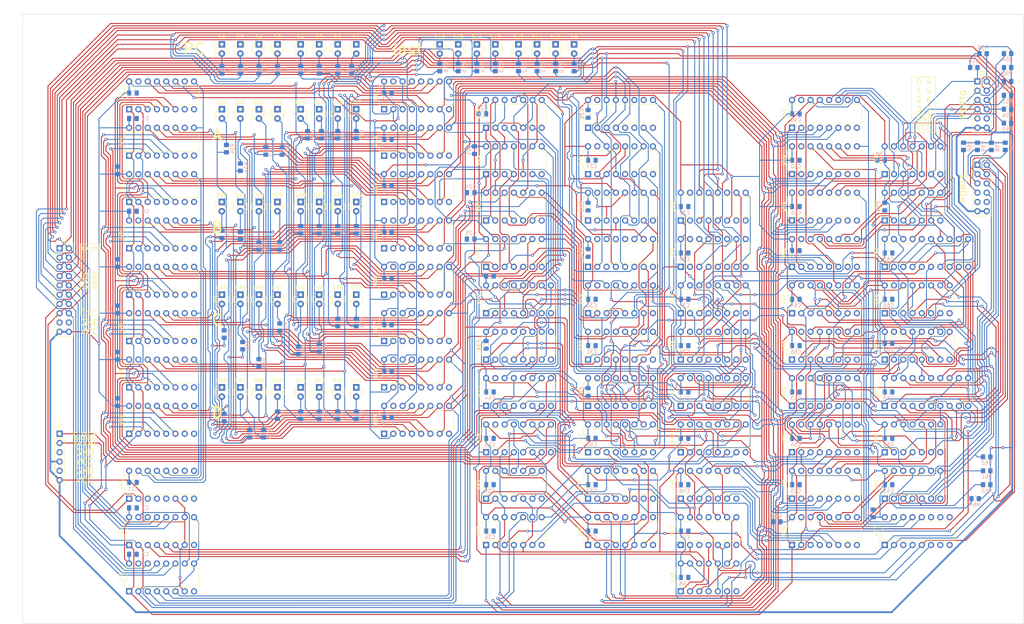
<source format=kicad_pcb>
(kicad_pcb (version 20211014) (generator pcbnew)
  (layers (0 "F.Cu" signal) (31 "B.Cu" signal) (34 "B.Paste" user) (35 "F.Paste" user) (36 "B.SilkS" user "B.Silkscreen") (37 "F.SilkS" user "F.Silkscreen") (38 "B.Mask" user) (39 "F.Mask" user) (44 "Edge.Cuts" user))
  (net 0 "")
  (net 1 "VCC")
  (net 2 "GND")
  (net 3 "Net-(D1-Pad2)")
  (net 4 "Net-(D2-Pad2)")
  (net 5 "Net-(D3-Pad2)")
  (net 6 "Net-(D4-Pad2)")
  (net 7 "Net-(D5-Pad2)")
  (net 8 "Net-(D6-Pad2)")
  (net 9 "Net-(D7-Pad2)")
  (net 10 "Net-(D8-Pad2)")
  (net 11 "Net-(D9-Pad2)")
  (net 12 "Net-(D10-Pad2)")
  (net 13 "Net-(D11-Pad2)")
  (net 14 "Net-(D12-Pad2)")
  (net 15 "Net-(D13-Pad2)")
  (net 16 "Net-(D14-Pad2)")
  (net 17 "Net-(D15-Pad2)")
  (net 18 "Net-(D16-Pad2)")
  (net 19 "Net-(D17-Pad2)")
  (net 20 "Net-(D18-Pad2)")
  (net 21 "Net-(D19-Pad2)")
  (net 22 "Net-(D20-Pad2)")
  (net 23 "Net-(D21-Pad2)")
  (net 24 "Net-(D22-Pad2)")
  (net 25 "Net-(D23-Pad2)")
  (net 26 "Net-(D24-Pad2)")
  (net 27 "Net-(D25-Pad2)")
  (net 28 "Net-(D26-Pad2)")
  (net 29 "Net-(D27-Pad2)")
  (net 30 "Net-(D28-Pad2)")
  (net 31 "Net-(D29-Pad2)")
  (net 32 "Net-(D30-Pad2)")
  (net 33 "Net-(D31-Pad2)")
  (net 34 "Net-(D32-Pad2)")
  (net 35 "Net-(D33-Pad2)")
  (net 36 "Net-(D34-Pad2)")
  (net 37 "Net-(D35-Pad2)")
  (net 38 "Net-(D36-Pad2)")
  (net 39 "Net-(D37-Pad2)")
  (net 40 "Net-(D38-Pad2)")
  (net 41 "Net-(D39-Pad2)")
  (net 42 "Net-(D40-Pad2)")
  (net 43 "Net-(D41-Pad2)")
  (net 44 "Net-(D42-Pad2)")
  (net 45 "Net-(D43-Pad2)")
  (net 46 "Net-(D44-Pad2)")
  (net 47 "Net-(D45-Pad2)")
  (net 48 "Net-(D46-Pad2)")
  (net 49 "Net-(D47-Pad2)")
  (net 50 "Net-(D48-Pad2)")
  (net 51 "/inst_fetch/clk")
  (net 52 "/inst_fetch/reset")
  (net 53 "/ctl_logic/inst0")
  (net 54 "/ctl_logic/inst1")
  (net 55 "/ctl_logic/inst2")
  (net 56 "/ctl_logic/inst3")
  (net 57 "/ctl_logic/inst4")
  (net 58 "/ctl_logic/inst5")
  (net 59 "/ctl_logic/inst6")
  (net 60 "/ctl_logic/inst7")
  (net 61 "/inst_fetch/pc0")
  (net 62 "/inst_fetch/pc1")
  (net 63 "/inst_fetch/pc2")
  (net 64 "/inst_fetch/pc3")
  (net 65 "/inst_fetch/pc4")
  (net 66 "/inst_fetch/pc5")
  (net 67 "/inst_fetch/pc6")
  (net 68 "/inst_fetch/pc7")
  (net 69 "/ports/port_interface/p0t0")
  (net 70 "/ports/port_interface/p0t1")
  (net 71 "/ports/port_interface/p0t2")
  (net 72 "/ports/port_interface/p0t3")
  (net 73 "/ports/port_interface/p0t4")
  (net 74 "/ports/port_interface/p0t5")
  (net 75 "/ports/port_interface/p0t6")
  (net 76 "/ports/port_interface/p0t7")
  (net 77 "/ports/port_interface/p1t0")
  (net 78 "/ports/port_interface/p1t1")
  (net 79 "/ports/port_interface/p1t2")
  (net 80 "/ports/port_interface/p1t3")
  (net 81 "/ports/port_interface/p1t4")
  (net 82 "/ports/port_interface/p1t5")
  (net 83 "/ports/port_interface/p1t6")
  (net 84 "/ports/port_interface/p1t7")
  (net 85 "/led/ra0")
  (net 86 "/led/ra1")
  (net 87 "/led/ra2")
  (net 88 "/led/ra3")
  (net 89 "/led/ra4")
  (net 90 "/led/ra5")
  (net 91 "/led/ra6")
  (net 92 "/led/ra7")
  (net 93 "/led/rb0")
  (net 94 "/led/rb1")
  (net 95 "/led/rb2")
  (net 96 "/led/rb3")
  (net 97 "/led/rb4")
  (net 98 "/led/rb5")
  (net 99 "/led/rb6")
  (net 100 "/led/rb7")
  (net 101 "/led/rc0")
  (net 102 "/led/rc1")
  (net 103 "/led/rc2")
  (net 104 "/led/rc3")
  (net 105 "/led/rc4")
  (net 106 "/led/rc5")
  (net 107 "/led/rc6")
  (net 108 "/led/rc7")
  (net 109 "/led/rd0")
  (net 110 "/led/rd1")
  (net 111 "/led/rd2")
  (net 112 "/led/rd3")
  (net 113 "/led/rd4")
  (net 114 "/led/rd5")
  (net 115 "/led/rd6")
  (net 116 "/led/rd7")
  (net 117 "/inst_fetch/dest0")
  (net 118 "/inst_fetch/dest1")
  (net 119 "/inst_fetch/dest2")
  (net 120 "/inst_fetch/dest3")
  (net 121 "/inst_fetch/jump")
  (net 122 "Net-(U1-Pad15)")
  (net 123 "/inst_fetch/dest4")
  (net 124 "/inst_fetch/dest5")
  (net 125 "/inst_fetch/dest6")
  (net 126 "/inst_fetch/dest7")
  (net 128 "/regs/rin0")
  (net 129 "/regs/rin1")
  (net 130 "/regs/rin2")
  (net 131 "/regs/rin3")
  (net 132 "/regs/raw")
  (net 134 "/regs/rin4")
  (net 135 "/regs/rin5")
  (net 136 "/regs/rin6")
  (net 137 "/regs/rin7")
  (net 139 "/regs/rbw")
  (net 142 "/regs/rcw")
  (net 145 "/regs/rdw")
  (net 152 "/ctl_logic/r0")
  (net 153 "/ctl_logic/r1")
  (net 154 "/ctl_logic/r2")
  (net 155 "/ctl_logic/r3")
  (net 156 "/ctl_logic/r4")
  (net 157 "/ctl_logic/r5")
  (net 158 "/ctl_logic/r6")
  (net 159 "/ctl_logic/r7")
  (net 160 "/rin_logic/logic_rr00ss0x/and0")
  (net 161 "/rin_logic/logic_rr00ss0x/and1")
  (net 162 "/rin_logic/logic_rr00ss0x/and2")
  (net 163 "/rin_logic/logic_rr00ss0x/and3")
  (net 164 "/rin_logic/logic_rr00ss0x/and4")
  (net 165 "/rin_logic/logic_rr00ss0x/and5")
  (net 166 "/rin_logic/logic_rr00ss0x/and6")
  (net 167 "/rin_logic/logic_rr00ss0x/and7")
  (net 168 "/rin_logic/logic_mux/ra1")
  (net 169 "/rin_logic/logic_mux/ra0")
  (net 170 "Net-(U22-Pad9)")
  (net 171 "/rin_logic/logic_mux/ra3")
  (net 172 "/rin_logic/logic_mux/ra2")
  (net 173 "/rin_logic/logic_mux/ra5")
  (net 174 "/rin_logic/logic_mux/ra4")
  (net 176 "/rin_logic/logic_mux/ra7")
  (net 177 "/rin_logic/logic_mux/ra6")
  (net 178 "/rin_logic/logic_rr00ss1x/na0")
  (net 179 "/rin_logic/logic_rr00ss1x/na1")
  (net 180 "/rin_logic/logic_rr00ss1x/na2")
  (net 181 "/rin_logic/logic_rr00ss1x/na3")
  (net 182 "/rin_logic/logic_rr00ss1x/na4")
  (net 183 "/rin_logic/logic_rr00ss1x/na5")
  (net 184 "/rin_logic/logic_rr00ss1x/na6")
  (net 185 "/rin_logic/logic_rr00ss1x/na7")
  (net 186 "/rin_logic/logic_rr00ss1x/sh0")
  (net 187 "/rin_logic/logic_rr00ss1x/sh1")
  (net 188 "/rin_logic/logic_rr00ss1x/sh2")
  (net 189 "/rin_logic/logic_rr00ss1x/sh3")
  (net 190 "/rin_logic/logic_rr00ss1x/sh4")
  (net 191 "/rin_logic/logic_rr00ss1x/sh5")
  (net 192 "/rin_logic/logic_rr00ss1x/sh6")
  (net 193 "/rin_logic/logic_rr00ss1x/sh7")
  (net 194 "/rin_logic/logic_mux/rb0")
  (net 195 "/rin_logic/logic_mux/rb1")
  (net 196 "/rin_logic/logic_mux/rb2")
  (net 197 "/rin_logic/logic_mux/rb3")
  (net 198 "/rin_logic/logic_mux/rb4")
  (net 199 "/rin_logic/logic_mux/rb5")
  (net 200 "/rin_logic/logic_mux/rb6")
  (net 201 "/rin_logic/logic_mux/rb7")
  (net 202 "/rin_logic/logic_rr01ss0x/npc1")
  (net 203 "/rin_logic/logic_rr01ss0x/npc0")
  (net 204 "Net-(U32-Pad9)")
  (net 205 "/rin_logic/logic_rr01ss0x/npc3")
  (net 206 "/rin_logic/logic_rr01ss0x/npc2")
  (net 207 "/rin_logic/logic_rr01ss0x/npc5")
  (net 208 "/rin_logic/logic_rr01ss0x/npc4")
  (net 210 "/rin_logic/logic_rr01ss0x/npc7")
  (net 211 "/rin_logic/logic_rr01ss0x/npc6")
  (net 212 "/ports/portin0")
  (net 213 "/rin_logic/logic_mux/pi0")
  (net 214 "/ports/portin1")
  (net 215 "/rin_logic/logic_mux/pi1")
  (net 216 "/rin_logic/logic_mux/pi2")
  (net 217 "/ports/portin2")
  (net 218 "/rin_logic/logic_mux/pi3")
  (net 219 "/ports/portin3")
  (net 220 "/ports/portin4")
  (net 221 "/rin_logic/logic_mux/pi4")
  (net 222 "/ports/portin5")
  (net 223 "/rin_logic/logic_mux/pi5")
  (net 224 "/rin_logic/logic_mux/pi6")
  (net 225 "/ports/portin6")
  (net 226 "/rin_logic/logic_mux/pi7")
  (net 227 "/ports/portin7")
  (net 228 "/rin_logic/logic_rr1xvvvv/and0")
  (net 229 "/rin_logic/logic_rr1xvvvv/and1")
  (net 230 "/rin_logic/logic_rr1xvvvv/and2")
  (net 231 "/rin_logic/logic_rr1xvvvv/and3")
  (net 232 "/rin_logic/logic_mux/ia1")
  (net 233 "/rin_logic/logic_mux/ia0")
  (net 234 "Net-(U37-Pad9)")
  (net 235 "/rin_logic/logic_mux/ia3")
  (net 236 "/rin_logic/logic_mux/ia2")
  (net 237 "/rin_logic/logic_rr1xvvvv/up5")
  (net 238 "/rin_logic/logic_rr1xvvvv/up4")
  (net 240 "/rin_logic/logic_rr1xvvvv/up7")
  (net 241 "/rin_logic/logic_rr1xvvvv/up6")
  (net 242 "/rin_logic/logic_mux/ia4")
  (net 243 "/rin_logic/logic_mux/ia5")
  (net 244 "/rin_logic/logic_mux/ia6")
  (net 245 "/rin_logic/logic_mux/ia7")
  (net 246 "/rin_logic/logic_mux/z0")
  (net 247 "/rin_logic/logic_mux/z1")
  (net 248 "/rin_logic/logic_mux/z2")
  (net 249 "/rin_logic/logic_mux/z3")
  (net 250 "/rin_logic/logic_mux/z4")
  (net 251 "/rin_logic/logic_mux/z5")
  (net 252 "/rin_logic/logic_mux/z6")
  (net 253 "/rin_logic/logic_mux/z7")
  (net 254 "Net-(U46-Pad1)")
  (net 255 "Net-(U46-Pad4)")
  (net 256 "Net-(U46-Pad10)")
  (net 257 "Net-(U46-Pad13)")
  (net 258 "Net-(U47-Pad4)")
  (net 259 "Net-(U47-Pad5)")
  (net 260 "Net-(U47-Pad6)")
  (net 261 "Net-(U47-Pad8)")
  (net 262 "/ctl_logic/~{misc}")
  (net 263 "/ports/port_out_regs/p0ow")
  (net 264 "/ports/port_interface/p0o3")
  (net 265 "/ports/port_interface/p0o2")
  (net 266 "/ports/port_interface/p0o1")
  (net 267 "/ports/port_interface/p0o0")
  (net 269 "/ports/port_interface/p0o7")
  (net 270 "/ports/port_interface/p0o6")
  (net 271 "/ports/port_interface/p0o5")
  (net 272 "/ports/port_interface/p0o4")
  (net 274 "/ports/port_out_regs/p0mw")
  (net 275 "/ports/port_interface/p0m3")
  (net 276 "/ports/port_interface/p0m2")
  (net 277 "/ports/port_interface/p0m1")
  (net 278 "/ports/port_interface/p0m0")
  (net 280 "/ports/port_interface/p0m7")
  (net 281 "/ports/port_interface/p0m6")
  (net 282 "/ports/port_interface/p0m5")
  (net 283 "/ports/port_interface/p0m4")
  (net 285 "/ports/port_out_regs/p1ow")
  (net 286 "/ports/port_interface/p1o3")
  (net 287 "/ports/port_interface/p1o2")
  (net 288 "/ports/port_interface/p1o1")
  (net 289 "/ports/port_interface/p1o0")
  (net 291 "/ports/port_interface/p1o7")
  (net 292 "/ports/port_interface/p1o6")
  (net 293 "/ports/port_interface/p1o5")
  (net 294 "/ports/port_interface/p1o4")
  (net 296 "/ports/port_out_regs/p1mw")
  (net 297 "/ports/port_interface/p1m3")
  (net 298 "/ports/port_interface/p1m2")
  (net 299 "/ports/port_interface/p1m1")
  (net 300 "/ports/port_interface/p1m0")
  (net 302 "/ports/port_interface/p1m7")
  (net 303 "/ports/port_interface/p1m6")
  (net 304 "/ports/port_interface/p1m5")
  (net 305 "/ports/port_interface/p1m4")
  (net 311 "/ports/port_interface/p0i0")
  (net 312 "/ports/port_interface/p0i1")
  (net 313 "/ports/port_interface/p0i2")
  (net 314 "/ports/port_interface/p0i3")
  (net 315 "/ports/port_interface/p0i4")
  (net 316 "/ports/port_interface/p0i5")
  (net 317 "/ports/port_interface/p0i6")
  (net 318 "/ports/port_interface/p0i7")
  (net 319 "/ports/port_interface/p1i0")
  (net 320 "/ports/port_interface/p1i1")
  (net 321 "/ports/port_interface/p1i2")
  (net 322 "/ports/port_interface/p1i3")
  (net 323 "/ports/port_interface/p1i4")
  (net 324 "/ports/port_interface/p1i5")
  (net 325 "/ports/port_interface/p1i6")
  (net 326 "/ports/port_interface/p1i7")
  (footprint "LED_THT:LED_D3.0mm" (layer "F.Cu") (at 140.97 137.16 -90)
    (fp_text reference "D47")
    (fp_text value "OSR5JA3Z74A")
  )
  (footprint "LED_THT:LED_D3.0mm" (layer "F.Cu") (at 167.64 86.36 -90)
    (fp_text reference "D26")
    (fp_text value "OSR5JA3Z74A")
  )
  (footprint "ModifiedKiCadLibrary:DIP-16_W7.62mm_D1mm" (layer "F.Cu") (at 110.49 73.66 90)
    (fp_text reference "U4")
    (fp_text value "74HC161")
  )
  (footprint "ModifiedKiCadLibrary:DIP-16_W7.62mm_D1mm" (layer "F.Cu") (at 110.49 167.64 90)
    (fp_text reference "U11")
    (fp_text value "74HC138")
  )
  (footprint "LED_THT:LED_D3.0mm_Clear" (layer "F.Cu") (at 157.48 43.175 -90)
    (fp_text reference "D4")
    (fp_text value "OSG5TA3Z74A")
  )
  (footprint "ModifiedKiCadLibrary:DIP-16_W7.62mm_D1mm" (layer "F.Cu") (at 236.22 180.34 90)
    (fp_text reference "U38")
    (fp_text value "74HC283")
  )
  (footprint "ModifiedKiCadLibrary:DIP-14_W7.62mm_D1mm" (layer "F.Cu") (at 208.28 78.74 90)
    (fp_text reference "U21")
    (fp_text value "74HC08")
  )
  (footprint "ModifiedKiCadLibrary:DIP-16_W7.62mm_D1mm" (layer "F.Cu") (at 180.34 86.36 90)
    (fp_text reference "U14")
    (fp_text value "74HC153")
  )
  (footprint "ModifiedKiCadLibrary:DIP-14_W7.62mm_D1mm" (layer "F.Cu") (at 208.28 91.44 90)
    (fp_text reference "U24")
    (fp_text value "74HC00")
  )
  (footprint "LED_THT:LED_D3.0mm" (layer "F.Cu") (at 157.48 86.36 -90)
    (fp_text reference "D28")
    (fp_text value "OSR5JA3Z74A")
  )
  (footprint "LED_THT:LED_D3.0mm" (layer "F.Cu") (at 162.56 86.36 -90)
    (fp_text reference "D27")
    (fp_text value "OSR5JA3Z74A")
  )
  (footprint "ModifiedKiCadLibrary:DIP-16_W7.62mm_D1mm" (layer "F.Cu") (at 110.49 137.16 90)
    (fp_text reference "U9")
    (fp_text value "74HC161")
  )
  (footprint "ModifiedKiCadLibrary:PinHeader_2x06_P2.54mm_Vertical_Top_Bottom" (layer "F.Cu") (at 342.9 53.34)
    (fp_text reference "J3")
    (fp_text value "Conn_02x06_Top_Bottom")
  )
  (footprint "ModifiedKiCadLibrary:DIP-16_W7.62mm_D1mm" (layer "F.Cu") (at 110.49 149.86 90)
    (fp_text reference "U10")
    (fp_text value "74HC161")
  )
  (footprint "LED_THT:LED_D3.0mm" (layer "F.Cu") (at 140.97 111.76 -90)
    (fp_text reference "D39")
    (fp_text value "OSR5JA3Z74A")
  )
  (footprint "ModifiedKiCadLibrary:DIP-16_W7.62mm_D1mm" (layer "F.Cu") (at 236.22 116.84 90)
    (fp_text reference "U30")
    (fp_text value "74HC157")
  )
  (footprint "ModifiedKiCadLibrary:DIP-16_W7.62mm_D1mm" (layer "F.Cu") (at 236.22 104.14 90)
    (fp_text reference "U29")
    (fp_text value "74HC153")
  )
  (footprint "LED_THT:LED_D3.0mm" (layer "F.Cu") (at 157.48 137.16 -90)
    (fp_text reference "D44")
    (fp_text value "OSR5JA3Z74A")
  )
  (footprint "LED_THT:LED_D3.0mm" (layer "F.Cu") (at 157.48 60.96 -90)
    (fp_text reference "D20")
    (fp_text value "OSR5JA3Z74A")
  )
  (footprint "ModifiedKiCadLibrary:DIP-16_W7.62mm_D1mm" (layer "F.Cu") (at 180.34 124.46 90)
    (fp_text reference "U17")
    (fp_text value "74HC153")
  )
  (footprint "ModifiedKiCadLibrary:DIP-16_W7.62mm_D1mm" (layer "F.Cu") (at 292.1 180.34 90)
    (fp_text reference "U56")
    (fp_text value "74HC161")
  )
  (footprint "LED_THT:LED_D3.0mm" (layer "F.Cu") (at 167.64 111.755 -90)
    (fp_text reference "D34")
    (fp_text value "OSR5JA3Z74A")
  )
  (footprint "ModifiedKiCadLibrary:DIP-20_W7.62mm_D1mm" (layer "F.Cu") (at 317.5 104.14 90)
    (fp_text reference "U62")
    (fp_text value "74HC273")
  )
  (footprint "LED_THT:LED_D3.0mm" (layer "F.Cu") (at 157.48 111.76 -90)
    (fp_text reference "D36")
    (fp_text value "OSR5JA3Z74A")
  )
  (footprint "ModifiedKiCadLibrary:DIP-16_W7.62mm_D1mm" (layer "F.Cu") (at 236.22 78.74 90)
    (fp_text reference "U27")
    (fp_text value "74HC153")
  )
  (footprint "ModifiedKiCadLibrary:DIP-14_W7.62mm_D1mm" (layer "F.Cu") (at 317.5 91.44 90)
    (fp_text reference "U59")
    (fp_text value "74HC126")
  )
  (footprint "ModifiedKiCadLibrary:DIP-16_W7.62mm_D1mm" (layer "F.Cu") (at 292.1 78.74 90)
    (fp_text reference "U50")
    (fp_text value "74HC161")
  )
  (footprint "LED_THT:LED_D3.0mm_Clear" (layer "F.Cu") (at 222.25 43.18 -90)
    (fp_text reference "D11")
    (fp_text value "OSG5TA3Z74A")
  )
  (footprint "LED_THT:LED_D3.0mm_Clear" (layer "F.Cu") (at 151.13 43.175 -90)
    (fp_text reference "D5")
    (fp_text value "OSG5TA3Z74A")
  )
  (footprint "LED_THT:LED_D3.0mm" (layer "F.Cu") (at 151.13 60.96 -90)
    (fp_text reference "D21")
    (fp_text value "OSR5JA3Z74A")
  )
  (footprint "LED_THT:LED_D3.0mm" (layer "F.Cu") (at 162.56 60.96 -90)
    (fp_text reference "D19")
    (fp_text value "OSR5JA3Z74A")
  )
  (footprint "ModifiedKiCadLibrary:DIP-16_W7.62mm_D1mm" (layer "F.Cu") (at 110.49 124.46 90)
    (fp_text reference "U8")
    (fp_text value "74HC161")
  )
  (footprint "ModifiedKiCadLibrary:DIP-20_W7.62mm_D1mm" (layer "F.Cu") (at 317.5 142.24 90)
    (fp_text reference "U63")
    (fp_text value "74HC273")
  )
  (footprint "LED_THT:LED_D3.0mm" (layer "F.Cu") (at 172.715 60.96 -90)
    (fp_text reference "D17")
    (fp_text value "OSR5JA3Z74A")
  )
  (footprint "LED_THT:LED_D3.0mm" (layer "F.Cu") (at 135.89 60.96 -90)
    (fp_text reference "D24")
    (fp_text value "OSR5JA3Z74A")
  )
  (footprint "ModifiedKiCadLibrary:DIP-16_W7.62mm_D1mm" (layer "F.Cu") (at 236.22 142.24 90)
    (fp_text reference "U40")
    (fp_text value "74HC153")
  )
  (footprint "LED_THT:LED_D3.0mm_Clear" (layer "F.Cu") (at 172.72 43.175 -90)
    (fp_text reference "D1")
    (fp_text value "OSG5TA3Z74A")
  )
  (footprint "ModifiedKiCadLibrary:DIP-16_W7.62mm_D1mm" (layer "F.Cu") (at 180.34 99.06 90)
    (fp_text reference "U15")
    (fp_text value "74HC153")
  )
  (footprint "LED_THT:LED_D3.0mm" (layer "F.Cu") (at 162.56 111.755 -90)
    (fp_text reference "D35")
    (fp_text value "OSR5JA3Z74A")
  )
  (footprint "ModifiedKiCadLibrary:DIP-14_W7.62mm_D1mm" (layer "F.Cu") (at 317.5 78.74 90)
    (fp_text reference "U58")
    (fp_text value "74HC126")
  )
  (footprint "ModifiedKiCadLibrary:DIP-16_W7.62mm_D1mm" (layer "F.Cu") (at 208.28 142.24 90)
    (fp_text reference "U44")
    (fp_text value "74HC157")
  )
  (footprint "ModifiedKiCadLibrary:DIP-14_W7.62mm_D1mm" (layer "F.Cu") (at 317.5 154.94 90)
    (fp_text reference "U60")
    (fp_text value "74HC126")
  )
  (footprint "LED_THT:LED_D3.0mm" (layer "F.Cu") (at 140.97 60.96 -90)
    (fp_text reference "D23")
    (fp_text value "OSR5JA3Z74A")
  )
  (footprint "LED_THT:LED_D3.0mm" (layer "F.Cu") (at 151.13 86.36 -90)
    (fp_text reference "D29")
    (fp_text value "OSR5JA3Z74A")
  )
  (footprint "LED_THT:LED_D3.0mm_Clear" (layer "F.Cu") (at 227.33 43.18 -90)
    (fp_text reference "D10")
    (fp_text value "OSG5TA3Z74A")
  )
  (footprint "ModifiedKiCadLibrary:DIP-16_W7.62mm_D1mm" (layer "F.Cu") (at 261.62 142.24 90)
    (fp_text reference "U41")
    (fp_text value "74HC153")
  )
  (footprint "LED_THT:LED_D3.0mm_Clear" (layer "F.Cu") (at 210.82 43.175 -90)
    (fp_text reference "D13")
    (fp_text value "OSG5TA3Z74A")
  )
  (footprint "LED_THT:LED_D3.0mm" (layer "F.Cu") (at 146.05 86.36 -90)
    (fp_text reference "D30")
    (fp_text value "OSR5JA3Z74A")
  )
  (footprint "LED_THT:LED_D3.0mm" (layer "F.Cu") (at 172.72 137.16 -90)
    (fp_text reference "D41")
    (fp_text value "OSR5JA3Z74A")
  )
  (footprint "LED_THT:LED_D3.0mm_Clear" (layer "F.Cu") (at 232.41 43.18 -90)
    (fp_text reference "D9")
    (fp_text value "OSG5TA3Z74A")
  )
  (footprint "ModifiedKiCadLibrary:DIP-16_W7.62mm_D1mm" (layer "F.Cu") (at 261.62 129.54 90)
    (fp_text reference "U35")
    (fp_text value "74HC157")
  )
  (footprint "ModifiedKiCadLibrary:DIP-16_W7.62mm_D1mm" (layer "F.Cu") (at 110.49 193.04 90)
    (fp_text reference "U2")
    (fp_text value "74HC161")
  )
  (footprint "LED_THT:LED_D3.0mm" (layer "F.Cu") (at 135.89 86.36 -90)
    (fp_text reference "D32")
    (fp_text value "OSR5JA3Z74A")
  )
  (footprint "ModifiedKiCadLibrary:DIP-16_W7.62mm_D1mm" (layer "F.Cu") (at 180.34 149.86 90)
    (fp_text reference "U19")
    (fp_text value "74HC153")
  )
  (footprint "ModifiedKiCadLibrary:DIP-16_W7.62mm_D1mm" (layer "F.Cu") (at 292.1 91.44 90)
    (fp_text reference "U51")
    (fp_text value "74HC161")
  )
  (footprint "ModifiedKiCadLibrary:DIP-16_W7.62mm_D1mm" (layer "F.Cu") (at 236.22 167.64 90)
    (fp_text reference "U37")
    (fp_text value "74HC283")
  )
  (footprint "LED_THT:LED_D3.0mm_Clear" (layer "F.Cu") (at 140.97 43.175 -90)
    (fp_text reference "D7")
    (fp_text value "OSG5TA3Z74A")
  )
  (footprint "ModifiedKiCadLibrary:DIP-14_W7.62mm_D1mm" (layer "F.Cu") (at 208.28 167.64 90)
    (fp_text reference "U39")
    (fp_text value "74HC08")
  )
  (footprint "ModifiedKiCadLibrary:DIP-16_W7.62mm_D1mm" (layer "F.Cu") (at 261.62 116.84 90)
    (fp_text reference "U34")
    (fp_text value "74HC157")
  )
  (footprint "ModifiedKiCadLibrary:DIP-16_W7.62mm_D1mm" (layer "F.Cu") (at 317.5 180.34 90)
    (fp_text reference "U57")
    (fp_text value "74HC138")
  )
  (footprint "ModifiedKiCadLibrary:DIP-16_W7.62mm_D1mm" (layer "F.Cu") (at 208.28 129.54 90)
    (fp_text reference "U23")
    (fp_text value "74HC283")
  )
  (footprint "ModifiedKiCadLibrary:DIP-16_W7.62mm_D1mm" (layer "F.Cu") (at 110.49 111.76 90)
    (fp_text reference "U7")
    (fp_text value "74HC161")
  )
  (footprint "ModifiedKiCadLibrary:DIP-16_W7.62mm_D1mm" (layer "F.Cu") (at 180.34 137.16 90)
    (fp_text reference "U18")
    (fp_text value "74HC153")
  )
  (footprint "LED_THT:LED_D3.0mm" (layer "F.Cu") (at 135.89 137.16 -90)
    (fp_text reference "D48")
    (fp_text value "OSR5JA3Z74A")
  )
  (footprint "ModifiedKiCadLibrary:DIP-16_W7.62mm_D1mm" (layer "F.Cu") (at 317.5 116.84 90)
    (fp_text reference "U65")
    (fp_text value "74HC153")
  )
  (footprint "LED_THT:LED_D3.0mm" (layer "F.Cu") (at 151.13 137.155 -90)
    (fp_text reference "D45")
    (fp_text value "OSR5JA3Z74A")
  )
  (footprint "ModifiedKiCadLibrary:DIP-14_W7.62mm_D1mm" (layer "F.Cu") (at 317.5 167.64 90)
    (fp_text reference "U61")
    (fp_text value "74HC126")
  )
  (footprint "ModifiedKiCadLibrary:DIP-16_W7.62mm_D1mm" (layer "F.Cu") (at 292.1 66.04 90)
    (fp_text reference "U49")
    (fp_text value "74HC161")
  )
  (footprint "LED_THT:LED_D3.0mm" (layer "F.Cu") (at 162.56 137.16 -90)
    (fp_text reference "D43")
    (fp_text value "OSR5JA3Z74A")
  )
  (footprint "LED_THT:LED_D3.0mm_Clear" (layer "F.Cu") (at 167.64 43.175 -90)
    (fp_text reference "D2")
    (fp_text value "OSG5TA3Z74A")
  )
  (footprint "ModifiedKiCadLibrary:DIP-16_W7.62mm_D1mm" (layer "F.Cu") (at 292.1 154.94 90)
    (fp_text reference "U54")
    (fp_text value "74HC161")
  )
  (footprint "ModifiedKiCadLibrary:DIP-16_W7.62mm_D1mm" (layer "F.Cu") (at 292.1 142.24 90)
    (fp_text reference "U53")
    (fp_text value "74HC161")
  )
  (footprint "LED_THT:LED_D3.0mm" (layer "F.Cu") (at 140.97 86.355 -90)
    (fp_text reference "D31")
    (fp_text value "OSR5JA3Z74A")
  )
  (footprint "ModifiedKiCadLibrary:PinHeader_2x10_P2.54mm_Vertical_Top_Bottom" (layer "F.Cu") (at 91.44 99.06)
    (fp_text reference "J2")
    (fp_text value "Conn_02x10_Top_Bottom")
  )
  (footprint "ModifiedKiCadLibrary:DIP-16_W7.62mm_D1mm" (layer "F.Cu") (at 208.28 116.84 90)
    (fp_text reference "U22")
    (fp_text value "74HC283")
  )
  (footprint "ModifiedKiCadLibrary:DIP-16_W7.62mm_D1mm" (layer "F.Cu") (at 236.22 154.94 90)
    (fp_text reference "U42")
    (fp_text value "74HC153")
  )
  (footprint "LED_THT:LED_D3.0mm_Clear" (layer "F.Cu") (at 135.89 43.17 -90)
    (fp_text reference "D8")
    (fp_text value "OSG5TA3Z74A")
  )
  (footprint "LED_THT:LED_D3.0mm_Clear" (layer "F.Cu") (at 195.58 43.18 -90)
    (fp_text reference "D16")
    (fp_text value "OSG5TA3Z74A")
  )
  (footprint "ModifiedKiCadLibrary:DIP-16_W7.62mm_D1mm" (layer "F.Cu") (at 180.34 73.66 90)
    (fp_text reference "U13")
    (fp_text value "74HC153")
  )
  (footprint "ModifiedKiCadLibrary:DIP-16_W7.62mm_D1mm" (layer "F.Cu") (at 236.22 91.44 90)
    (fp_text reference "U28")
    (fp_text value "74HC153")
  )
  (footprint "ModifiedKiCadLibrary:DIP-16_W7.62mm_D1mm" (layer "F.Cu") (at 317.5 129.54 90)
    (fp_text reference "U67")
    (fp_text value "74HC153")
  )
  (footprint "LED_THT:LED_D3.0mm_Clear" (layer "F.Cu") (at 217.17 43.175 -90)
    (fp_text reference "D12")
    (fp_text value "OSG5TA3Z74A")
  )
  (footprint "LED_THT:LED_D3.0mm_Clear" (layer "F.Cu") (at 205.74 43.18 -90)
    (fp_text reference "D14")
    (fp_text value "OSG5TA3Z74A")
  )
  (footprint "ModifiedKiCadLibrary:DIP-16_W7.62mm_D1mm" (layer "F.Cu") (at 292.1 116.84 90)
    (fp_text reference "U64")
    (fp_text value "74HC153")
  )
  (footprint "Connector_PinHeader_2.54mm:PinHeader_1x06_P2.54mm_Vertical" (layer "F.Cu") (at 91.44 149.86)
    (fp_text reference "J1")
    (fp_text value "Conn_01x06")
  )
  (footprint "ModifiedKiCadLibrary:DIP-16_W7.62mm_D1mm" (layer "F.Cu") (at 236.22 66.04 90)
    (fp_text reference "U26")
    (fp_text value "74HC153")
  )
  (footprint "LED_THT:LED_D3.0mm" (layer "F.Cu") (at 167.64 137.16 -90)
    (fp_text reference "D42")
    (fp_text value "OSR5JA3Z74A")
  )
  (footprint "ModifiedKiCadLibrary:DIP-16_W7.62mm_D1mm" (layer "F.Cu") (at 110.49 60.96 90)
    (fp_text reference "U3")
    (fp_text value "74HC161")
  )
  (footprint "LED_THT:LED_D3.0mm" (layer "F.Cu") (at 172.72 86.355 -90)
    (fp_text reference "D25")
    (fp_text value "OSR5JA3Z74A")
  )
  (footprint "ModifiedKiCadLibrary:DIP-16_W7.62mm_D1mm" (layer "F.Cu") (at 292.1 104.14 90)
    (fp_text reference "U52")
    (fp_text value "74HC161")
  )
  (footprint "LED_THT:LED_D3.0mm" (layer "F.Cu") (at 135.89 111.76 -90)
    (fp_text reference "D40")
    (fp_text value "OSR5JA3Z74A")
  )
  (footprint "LED_THT:LED_D3.0mm" (layer "F.Cu") (at 146.05 137.16 -90)
    (fp_text reference "D46")
    (fp_text value "OSR5JA3Z74A")
  )
  (footprint "ModifiedKiCadLibrary:DIP-14_W7.62mm_D1mm" (layer "F.Cu") (at 208.28 66.04 90)
    (fp_text reference "U20")
    (fp_text value "74HC08")
  )
  (footprint "ModifiedKiCadLibrary:DIP-16_W7.62mm_D1mm" (layer "F.Cu") (at 261.62 91.44 90)
    (fp_text reference "U32")
    (fp_text value "74HC283")
  )
  (footprint "ModifiedKiCadLibrary:DIP-16_W7.62mm_D1mm" (layer "F.Cu") (at 292.1 167.64 90)
    (fp_text reference "U55")
    (fp_text value "74HC161")
  )
  (footprint "ModifiedKiCadLibrary:DIP-16_W7.62mm_D1mm" (layer "F.Cu") (at 292.1 129.54 90)
    (fp_text reference "U66")
    (fp_text value "74HC153")
  )
  (footprint "LED_THT:LED_D3.0mm" (layer "F.Cu") (at 172.72 111.76 -90)
    (fp_text reference "D33")
    (fp_text value "OSR5JA3Z74A")
  )
  (footprint "ModifiedKiCadLibrary:DIP-14_W7.62mm_D1mm" (layer "F.Cu") (at 208.28 180.34 90)
    (fp_text reference "U36")
    (fp_text value "74HC08")
  )
  (footprint "ModifiedKiCadLibrary:DIP-14_W7.62mm_D1mm" (layer "F.Cu") (at 261.62 193.04 90)
    (fp_text reference "U48")
    (fp_text value "74HC00")
  )
  (footprint "ModifiedKiCadLibrary:DIP-16_W7.62mm_D1mm" (layer "F.Cu") (at 261.62 104.14 90)
    (fp_text reference "U33")
    (fp_text value "74HC283")
  )
  (footprint "LED_THT:LED_D3.0mm_Clear" (layer "F.Cu") (at 200.66 43.18 -90)
    (fp_text reference "D15")
    (fp_text value "OSG5TA3Z74A")
  )
  (footprint "LED_THT:LED_D3.0mm" (layer "F.Cu") (at 167.64 60.96 -90)
    (fp_text reference "D18")
    (fp_text value "OSR5JA3Z74A")
  )
  (footprint "ModifiedKiCadLibrary:DIP-14_W7.62mm_D1mm" (layer "F.Cu") (at 261.62 167.64 90)
    (fp_text reference "U46")
    (fp_text value "74HC02")
  )
  (footprint "ModifiedKiCadLibrary:DIP-16_W7.62mm_D1mm" (layer "F.Cu") (at 180.34 60.96 90)
    (fp_text reference "U12")
    (fp_text value "74HC153")
  )
  (footprint "ModifiedKiCadLibrary:DIP-16_W7.62mm_D1mm" (layer "F.Cu") (at 236.22 129.54 90)
    (fp_text reference "U31")
    (fp_text value "74HC157")
  )
  (footprint "LED_THT:LED_D3.0mm_Clear" (layer "F.Cu") (at 146.05 43.175 -90)
    (fp_text reference "D6")
    (fp_text value "OSG5TA3Z74A")
  )
  (footprint "ModifiedKiCadLibrary:DIP-16_W7.62mm_D1mm" (layer "F.Cu") (at 180.34 111.76 90)
    (fp_text reference "U16")
    (fp_text value "74HC153")
  )
  (footprint "LED_THT:LED_D3.0mm" (layer "F.Cu") (at 146.05 60.96 -90)
    (fp_text reference "D22")
    (fp_text value "OSR5JA3Z74A")
  )
  (footprint "ModifiedKiCadLibrary:DIP-16_W7.62mm_D1mm" (layer "F.Cu") (at 208.28 154.94 90)
    (fp_text reference "U45")
    (fp_text value "74HC157")
  )
  (footprint "LED_THT:LED_D3.0mm" (layer "F.Cu") (at 146.05 111.76 -90)
    (fp_text reference "D38")
    (fp_text value "OSR5JA3Z74A")
  )
  (footprint "ModifiedKiCadLibrary:DIP-16_W7.62mm_D1mm" (layer "F.Cu") (at 110.49 99.06 90)
    (fp_text reference "U6")
    (fp_text value "74HC161")
  )
  (footprint "ModifiedKiCadLibrary:DIP-16_W7.62mm_D1mm" (layer "F.Cu") (at 110.49 86.36 90)
    (fp_text reference "U5")
    (fp_text value "74HC161")
  )
  (footprint "ModifiedKiCadLibrary:DIP-14_W7.62mm_D1mm" (layer "F.Cu") (at 208.28 104.14 90)
    (fp_text reference "U25")
    (fp_text value "74HC00")
  )
  (footprint "LED_THT:LED_D3.0mm" (layer "F.Cu") (at 151.13 111.76 -90)
    (fp_text reference "D37")
    (fp_text value "OSR5JA3Z74A")
  )
  (footprint "ModifiedKiCadLibrary:DIP-14_W7.62mm_D1mm" (layer "F.Cu") (at 261.62 180.34 90)
    (fp_text reference "U47")
    (fp_text value "74HC21")
  )
  (footprint "ModifiedKiCadLibrary:DIP-16_W7.62mm_D1mm" (layer "F.Cu") (at 261.62 154.94 90)
    (fp_text reference "U43")
    (fp_text value "74HC153")
  )
  (footprint "ModifiedKiCadLibrary:DIP-16_W7.62mm_D1mm" (layer "F.Cu") (at 110.49 180.34 90)
    (fp_text reference "U1")
    (fp_text value "74HC161")
  )
  (footprint "LED_THT:LED_D3.0mm_Clear" (layer "F.Cu") (at 162.56 43.175 -90)
    (fp_text reference "D3")
    (fp_text value "OSG5TA3Z74A")
  )
  (footprint "ModifiedKiCadLibrary:PinHeader_2x06_P2.54mm_Vertical_Top_Bottom" (layer "F.Cu") (at 342.9 76.2)
    (fp_text reference "J4")
    (fp_text value "Conn_02x06_Top_Bottom")
  )
  (footprint "Resistor_SMD:R_0805_2012Metric_Pad1.20x1.40mm_HandSolder" (layer "B.Cu") (at 140.97 76.835 90)
    (fp_text reference "R23")
    (fp_text value "3.9k")
  )
  (footprint "Resistor_SMD:R_0805_2012Metric_Pad1.20x1.40mm_HandSolder" (layer "B.Cu") (at 146.05 130.445 90)
    (fp_text reference "R38")
    (fp_text value "3.9k")
  )
  (footprint "Capacitor_SMD:C_0805_2012Metric_Pad1.18x1.45mm_HandSolder" (layer "B.Cu") (at 107.315 141.2025 90)
    (fp_text reference "C10")
    (fp_text value "0.1u")
  )
  (footprint "Capacitor_SMD:C_0805_2012Metric_Pad1.18x1.45mm_HandSolder" (layer "B.Cu") (at 236.22 138.43 -90)
    (fp_text reference "C40")
    (fp_text value "0.1u")
  )
  (footprint "Capacitor_SMD:C_0805_2012Metric_Pad1.18x1.45mm_HandSolder" (layer "B.Cu") (at 262.6575 125.73)
    (fp_text reference "C35")
    (fp_text value "0.1u")
  )
  (footprint "Resistor_SMD:R_0805_2012Metric_Pad1.20x1.40mm_HandSolder" (layer "B.Cu") (at 227.33 49.53 90)
    (fp_text reference "R10")
    (fp_text value "22k")
  )
  (footprint "Resistor_SMD:R_0805_2012Metric_Pad1.20x1.40mm_HandSolder" (layer "B.Cu") (at 351.155 53.34)
    (fp_text reference "R55")
    (fp_text value "1M")
  )
  (footprint "Resistor_SMD:R_0805_2012Metric_Pad1.20x1.40mm_HandSolder" (layer "B.Cu") (at 171.45 50.165 90)
    (fp_text reference "R1")
    (fp_text value "22k")
  )
  (footprint "Capacitor_SMD:C_0805_2012Metric_Pad1.18x1.45mm_HandSolder" (layer "B.Cu") (at 262.6575 100.33)
    (fp_text reference "C33")
    (fp_text value "0.1u")
  )
  (footprint "Capacitor_SMD:C_0805_2012Metric_Pad1.18x1.45mm_HandSolder" (layer "B.Cu") (at 287.8875 173.99 180)
    (fp_text reference "C56")
    (fp_text value "0.1u")
  )
  (footprint "Capacitor_SMD:C_0805_2012Metric_Pad1.18x1.45mm_HandSolder" (layer "B.Cu") (at 262.6575 113.03)
    (fp_text reference "C34")
    (fp_text value "0.1u")
  )
  (footprint "Capacitor_SMD:C_0805_2012Metric_Pad1.18x1.45mm_HandSolder" (layer "B.Cu") (at 293.1375 87.63)
    (fp_text reference "C51")
    (fp_text value "0.1u")
  )
  (footprint "Capacitor_SMD:C_0805_2012Metric_Pad1.18x1.45mm_HandSolder" (layer "B.Cu") (at 181.3775 107.315)
    (fp_text reference "C16")
    (fp_text value "0.1u")
  )
  (footprint "Resistor_SMD:R_0805_2012Metric_Pad1.20x1.40mm_HandSolder" (layer "B.Cu") (at 163.195 67.945 90)
    (fp_text reference "R19")
    (fp_text value "3.9k")
  )
  (footprint "Capacitor_SMD:C_0805_2012Metric_Pad1.18x1.45mm_HandSolder" (layer "B.Cu") (at 209.3175 138.43)
    (fp_text reference "C44")
    (fp_text value "0.1u")
  )
  (footprint "Resistor_SMD:R_0805_2012Metric_Pad1.20x1.40mm_HandSolder" (layer "B.Cu") (at 351.155 45.72)
    (fp_text reference "R54")
    (fp_text value "1M")
  )
  (footprint "Capacitor_SMD:C_0805_2012Metric_Pad1.18x1.45mm_HandSolder" (layer "B.Cu") (at 314.325 171.6825 90)
    (fp_text reference "C57")
    (fp_text value "0.1u")
  )
  (footprint "Capacitor_SMD:C_0805_2012Metric_Pad1.18x1.45mm_HandSolder" (layer "B.Cu") (at 293.1375 151.13)
    (fp_text reference "C54")
    (fp_text value "0.1u")
  )
  (footprint "Resistor_SMD:R_0805_2012Metric_Pad1.20x1.40mm_HandSolder" (layer "B.Cu") (at 162.56 126.365 90)
    (fp_text reference "R35")
    (fp_text value "3.9k")
  )
  (footprint "Capacitor_SMD:C_0805_2012Metric_Pad1.18x1.45mm_HandSolder" (layer "B.Cu") (at 293.1375 113.03)
    (fp_text reference "C64")
    (fp_text value "0.1u")
  )
  (footprint "Resistor_SMD:R_0805_2012Metric_Pad1.20x1.40mm_HandSolder" (layer "B.Cu") (at 167.64 119.38 90)
    (fp_text reference "R34")
    (fp_text value "3.9k")
  )
  (footprint "Resistor_SMD:R_0805_2012Metric_Pad1.20x1.40mm_HandSolder" (layer "B.Cu") (at 151.13 50.165 90)
    (fp_text reference "R5")
    (fp_text value "22k")
  )
  (footprint "Resistor_SMD:R_0805_2012Metric_Pad1.20x1.40mm_HandSolder" (layer "B.Cu") (at 156.845 127 90)
    (fp_text reference "R36")
    (fp_text value "3.9k")
  )
  (footprint "Resistor_SMD:R_0805_2012Metric_Pad1.20x1.40mm_HandSolder" (layer "B.Cu") (at 162.56 50.165 90)
    (fp_text reference "R3")
    (fp_text value "22k")
  )
  (footprint "Capacitor_SMD:C_0805_2012Metric_Pad1.18x1.45mm_HandSolder" (layer "B.Cu") (at 318.5375 100.33)
    (fp_text reference "C62")
    (fp_text value "0.1u")
  )
  (footprint "Resistor_SMD:R_0805_2012Metric_Pad1.20x1.40mm_HandSolder" (layer "B.Cu") (at 141.605 125.73 90)
    (fp_text reference "R39")
    (fp_text value "3.9k")
  )
  (footprint "Resistor_SMD:R_0805_2012Metric_Pad1.20x1.40mm_HandSolder" (layer "B.Cu") (at 342.9 71.12 90)
    (fp_text reference "R59")
    (fp_text value "1M")
  )
  (footprint "Resistor_SMD:R_0805_2012Metric_Pad1.20x1.40mm_HandSolder" (layer "B.Cu") (at 342.265 167.64)
    (fp_text reference "R64")
    (fp_text value "1M")
  )
  (footprint "Resistor_SMD:R_0805_2012Metric_Pad1.20x1.40mm_HandSolder" (layer "B.Cu") (at 195.58 49.53 90)
    (fp_text reference "R16")
    (fp_text value "22k")
  )
  (footprint "Resistor_SMD:R_0805_2012Metric_Pad1.20x1.40mm_HandSolder" (layer "B.Cu") (at 172.72 67.945 90)
    (fp_text reference "R17")
    (fp_text value "3.9k")
  )
  (footprint "Capacitor_SMD:C_0805_2012Metric_Pad1.18x1.45mm_HandSolder" (layer "B.Cu") (at 111.5275 182.88)
    (fp_text reference "C2")
    (fp_text value "0.1u")
  )
  (footprint "Capacitor_SMD:C_0805_2012Metric_Pad1.18x1.45mm_HandSolder" (layer "B.Cu") (at 317.5 87.63 -90)
    (fp_text reference "C59")
    (fp_text value "0.1u")
  )
  (footprint "Capacitor_SMD:C_0805_2012Metric_Pad1.18x1.45mm_HandSolder" (layer "B.Cu") (at 293.1375 74.93)
    (fp_text reference "C50")
    (fp_text value "0.1u")
  )
  (footprint "Resistor_SMD:R_0805_2012Metric_Pad1.20x1.40mm_HandSolder" (layer "B.Cu") (at 152.4 72.39 90)
    (fp_text reference "R21")
    (fp_text value "3.9k")
  )
  (footprint "Capacitor_SMD:C_0805_2012Metric_Pad1.18x1.45mm_HandSolder" (layer "B.Cu") (at 111.5275 163.195)
    (fp_text reference "C11")
    (fp_text value "0.1u")
  )
  (footprint "Resistor_SMD:R_0805_2012Metric_Pad1.20x1.40mm_HandSolder" (layer "B.Cu") (at 351.155 57.15)
    (fp_text reference "R51")
    (fp_text value "1M")
  )
  (footprint "Capacitor_SMD:C_0805_2012Metric_Pad1.18x1.45mm_HandSolder" (layer "B.Cu") (at 293.1375 62.23)
    (fp_text reference "C49")
    (fp_text value "0.1u")
  )
  (footprint "Capacitor_SMD:C_0805_2012Metric_Pad1.18x1.45mm_HandSolder" (layer "B.Cu") (at 181.3775 132.715)
    (fp_text reference "C18")
    (fp_text value "0.1u")
  )
  (footprint "Resistor_SMD:R_0805_2012Metric_Pad1.20x1.40mm_HandSolder" (layer "B.Cu") (at 147.32 149.86 90)
    (fp_text reference "R46")
    (fp_text value "3.9k")
  )
  (footprint "Capacitor_SMD:C_0805_2012Metric_Pad1.18x1.45mm_HandSolder" (layer "B.Cu") (at 205.105 72.1575 -90)
    (fp_text reference "C21")
    (fp_text value "0.1u")
  )
  (footprint "Resistor_SMD:R_0805_2012Metric_Pad1.20x1.40mm_HandSolder" (layer "B.Cu") (at 200.66 49.53 90)
    (fp_text reference "R15")
    (fp_text value "22k")
  )
  (footprint "Capacitor_SMD:C_0805_2012Metric_Pad1.18x1.45mm_HandSolder" (layer "B.Cu") (at 207.2425 62.23 180)
    (fp_text reference "C20")
    (fp_text value "0.1u")
  )
  (footprint "Resistor_SMD:R_0805_2012Metric_Pad1.20x1.40mm_HandSolder" (layer "B.Cu") (at 137.16 71.755 90)
    (fp_text reference "R24")
    (fp_text value "3.9k")
  )
  (footprint "Resistor_SMD:R_0805_2012Metric_Pad1.20x1.40mm_HandSolder" (layer "B.Cu") (at 167.64 144.78 90)
    (fp_text reference "R42")
    (fp_text value "3.9k")
  )
  (footprint "Capacitor_SMD:C_0805_2012Metric_Pad1.18x1.45mm_HandSolder" (layer "B.Cu") (at 318.5375 163.83)
    (fp_text reference "C61")
    (fp_text value "0.1u")
  )
  (footprint "Resistor_SMD:R_0805_2012Metric_Pad1.20x1.40mm_HandSolder" (layer "B.Cu") (at 146.05 50.165 90)
    (fp_text reference "R6")
    (fp_text value "22k")
  )
  (footprint "Capacitor_SMD:C_0805_2012Metric_Pad1.18x1.45mm_HandSolder" (layer "B.Cu") (at 318.5375 138.43)
    (fp_text reference "C63")
    (fp_text value "0.1u")
  )
  (footprint "Resistor_SMD:R_0805_2012Metric_Pad1.20x1.40mm_HandSolder" (layer "B.Cu") (at 159.385 67.945 90)
    (fp_text reference "R20")
    (fp_text value "3.9k")
  )
  (footprint "Capacitor_SMD:C_0805_2012Metric_Pad1.18x1.45mm_HandSolder" (layer "B.Cu") (at 107.315 115.8025 90)
    (fp_text reference "C8")
    (fp_text value "0.1u")
  )
  (footprint "Capacitor_SMD:C_0805_2012Metric_Pad1.18x1.45mm_HandSolder" (layer "B.Cu") (at 236.22 100.33 -90)
    (fp_text reference "C29")
    (fp_text value "0.1u")
  )
  (footprint "Resistor_SMD:R_0805_2012Metric_Pad1.20x1.40mm_HandSolder" (layer "B.Cu") (at 162.56 144.78 90)
    (fp_text reference "R43")
    (fp_text value "3.9k")
  )
  (footprint "Capacitor_SMD:C_0805_2012Metric_Pad1.18x1.45mm_HandSolder" (layer "B.Cu") (at 107.315 77.7025 90)
    (fp_text reference "C5")
    (fp_text value "0.1u")
  )
  (footprint "Resistor_SMD:R_0805_2012Metric_Pad1.20x1.40mm_HandSolder" (layer "B.Cu") (at 345.44 156.21)
    (fp_text reference "R62")
    (fp_text value "1M")
  )
  (footprint "Capacitor_SMD:C_0805_2012Metric_Pad1.18x1.45mm_HandSolder" (layer "B.Cu") (at 262.6575 176.53)
    (fp_text reference "C47")
    (fp_text value "0.1u")
  )
  (footprint "Resistor_SMD:R_0805_2012Metric_Pad1.20x1.40mm_HandSolder" (layer "B.Cu") (at 222.25 49.53 90)
    (fp_text reference "R11")
    (fp_text value "22k")
  )
  (footprint "Capacitor_SMD:C_0805_2012Metric_Pad1.18x1.45mm_HandSolder" (layer "B.Cu") (at 209.3175 176.53)
    (fp_text reference "C36")
    (fp_text value "0.1u")
  )
  (footprint "Resistor_SMD:R_0805_2012Metric_Pad1.20x1.40mm_HandSolder" (layer "B.Cu") (at 172.72 144.78 90)
    (fp_text reference "R41")
    (fp_text value "3.9k")
  )
  (footprint "Capacitor_SMD:C_0805_2012Metric_Pad1.18x1.45mm_HandSolder" (layer "B.Cu") (at 111.5275 170.18)
    (fp_text reference "C1")
    (fp_text value "0.1u")
  )
  (footprint "Resistor_SMD:R_0805_2012Metric_Pad1.20x1.40mm_HandSolder" (layer "B.Cu") (at 140.97 95.615 90)
    (fp_text reference "R31")
    (fp_text value "3.9k")
  )
  (footprint "Resistor_SMD:R_0805_2012Metric_Pad1.20x1.40mm_HandSolder" (layer "B.Cu") (at 345.44 163.83)
    (fp_text reference "R63")
    (fp_text value "1M")
  )
  (footprint "Resistor_SMD:R_0805_2012Metric_Pad1.20x1.40mm_HandSolder" (layer "B.Cu") (at 217.17 49.53 90)
    (fp_text reference "R12")
    (fp_text value "22k")
  )
  (footprint "Capacitor_SMD:C_0805_2012Metric_Pad1.18x1.45mm_HandSolder" (layer "B.Cu") (at 236.22 62.23 -90)
    (fp_text reference "C26")
    (fp_text value "0.1u")
  )
  (footprint "Capacitor_SMD:C_0805_2012Metric_Pad1.18x1.45mm_HandSolder" (layer "B.Cu") (at 262.6575 189.23)
    (fp_text reference "C48")
    (fp_text value "0.1u")
  )
  (footprint "Resistor_SMD:R_0805_2012Metric_Pad1.20x1.40mm_HandSolder" (layer "B.Cu") (at 146.05 98.425 90)
    (fp_text reference "R30")
    (fp_text value "3.9k")
  )
  (footprint "Resistor_SMD:R_0805_2012Metric_Pad1.20x1.40mm_HandSolder" (layer "B.Cu") (at 345.44 160.02)
    (fp_text reference "R61")
    (fp_text value "1M")
  )
  (footprint "Capacitor_SMD:C_0805_2012Metric_Pad1.18x1.45mm_HandSolder" (layer "B.Cu") (at 262.6575 151.13)
    (fp_text reference "C43")
    (fp_text value "0.1u")
  )
  (footprint "Capacitor_SMD:C_0805_2012Metric_Pad1.18x1.45mm_HandSolder" (layer "B.Cu") (at 293.1375 99.695)
    (fp_text reference "C52")
    (fp_text value "0.1u")
  )
  (footprint "Resistor_SMD:R_0805_2012Metric_Pad1.20x1.40mm_HandSolder" (layer "B.Cu") (at 151.765 98.425 90)
    (fp_text reference "R29")
    (fp_text value "3.9k")
  )
  (footprint "Resistor_SMD:R_0805_2012Metric_Pad1.20x1.40mm_HandSolder" (layer "B.Cu") (at 157.48 93.98 90)
    (fp_text reference "R28")
    (fp_text value "3.9k")
  )
  (footprint "Resistor_SMD:R_0805_2012Metric_Pad1.20x1.40mm_HandSolder" (layer "B.Cu") (at 151.13 144.78 90)
    (fp_text reference "R45")
    (fp_text value "3.9k")
  )
  (footprint "Capacitor_SMD:C_0805_2012Metric_Pad1.18x1.45mm_HandSolder" (layer "B.Cu") (at 293.1375 138.43)
    (fp_text reference "C53")
    (fp_text value "0.1u")
  )
  (footprint "Capacitor_SMD:C_0805_2012Metric_Pad1.18x1.45mm_HandSolder" (layer "B.Cu") (at 111.5275 63.5)
    (fp_text reference "C4")
    (fp_text value "0.1u")
  )
  (footprint "Capacitor_SMD:C_0805_2012Metric_Pad1.18x1.45mm_HandSolder" (layer "B.Cu") (at 236.22 87.63 -90)
    (fp_text reference "C28")
    (fp_text value "0.1u")
  )
  (footprint "Capacitor_SMD:C_0805_2012Metric_Pad1.18x1.45mm_HandSolder" (layer "B.Cu") (at 181.3775 120.015)
    (fp_text reference "C17")
    (fp_text value "0.1u")
  )
  (footprint "Capacitor_SMD:C_0805_2012Metric_Pad1.18x1.45mm_HandSolder" (layer "B.Cu") (at 237.2575 163.83)
    (fp_text reference "C37")
    (fp_text value "0.1u")
  )
  (footprint "Capacitor_SMD:C_0805_2012Metric_Pad1.18x1.45mm_HandSolder" (layer "B.Cu") (at 181.3775 81.915)
    (fp_text reference "C14")
    (fp_text value "0.1u")
  )
  (footprint "Capacitor_SMD:C_0805_2012Metric_Pad1.18x1.45mm_HandSolder" (layer "B.Cu") (at 107.315 103.1025 90)
    (fp_text reference "C7")
    (fp_text value "0.1u")
  )
  (footprint "Resistor_SMD:R_0805_2012Metric_Pad1.20x1.40mm_HandSolder" (layer "B.Cu") (at 136.525 145.415 90)
    (fp_text reference "R48")
    (fp_text value "3.9k")
  )
  (footprint "Resistor_SMD:R_0805_2012Metric_Pad1.20x1.40mm_HandSolder" (layer "B.Cu") (at 346.71 71.12 90)
    (fp_text reference "R58")
    (fp_text value "1M")
  )
  (footprint "Resistor_SMD:R_0805_2012Metric_Pad1.20x1.40mm_HandSolder" (layer "B.Cu") (at 167.64 93.98 90)
    (fp_text reference "R26")
    (fp_text value "3.9k")
  )
  (footprint "Capacitor_SMD:C_0805_2012Metric_Pad1.18x1.45mm_HandSolder" (layer "B.Cu") (at 181.3775 69.215)
    (fp_text reference "C13")
    (fp_text value "0.1u")
  )
  (footprint "Resistor_SMD:R_0805_2012Metric_Pad1.20x1.40mm_HandSolder" (layer "B.Cu") (at 172.72 93.98 90)
    (fp_text reference "R25")
    (fp_text value "3.9k")
  )
  (footprint "Capacitor_SMD:C_0805_2012Metric_Pad1.18x1.45mm_HandSolder" (layer "B.Cu") (at 209.3175 163.83)
    (fp_text reference "C39")
    (fp_text value "0.1u")
  )
  (footprint "Capacitor_SMD:C_0805_2012Metric_Pad1.18x1.45mm_HandSolder" (layer "B.Cu") (at 181.3775 56.515)
    (fp_text reference "C12")
    (fp_text value "0.1u")
  )
  (footprint "Capacitor_SMD:C_0805_2012Metric_Pad1.18x1.45mm_HandSolder" (layer "B.Cu") (at 107.315 128.5025 90)
    (fp_text reference "C9")
    (fp_text value "0.1u")
  )
  (footprint "Capacitor_SMD:C_0805_2012Metric_Pad1.18x1.45mm_HandSolder" (layer "B.Cu") (at 209.3175 151.13)
    (fp_text reference "C45")
    (fp_text value "0.1u")
  )
  (footprint "Capacitor_SMD:C_0805_2012Metric_Pad1.18x1.45mm_HandSolder" (layer "B.Cu") (at 181.3775 94.615)
    (fp_text reference "C15")
    (fp_text value "0.1u")
  )
  (footprint "Resistor_SMD:R_0805_2012Metric_Pad1.20x1.40mm_HandSolder" (layer "B.Cu") (at 143.51 149.86 90)
    (fp_text reference "R47")
    (fp_text value "3.9k")
  )
  (footprint "Resistor_SMD:R_0805_2012Metric_Pad1.20x1.40mm_HandSolder" (layer "B.Cu") (at 232.41 49.53 90)
    (fp_text reference "R9")
    (fp_text value "22k")
  )
  (footprint "Resistor_SMD:R_0805_2012Metric_Pad1.20x1.40mm_HandSolder" (layer "B.Cu") (at 351.155 60.96)
    (fp_text reference "R56")
    (fp_text value "1M")
  )
  (footprint "Resistor_SMD:R_0805_2012Metric_Pad1.20x1.40mm_HandSolder" (layer "B.Cu") (at 172.72 119.38 90)
    (fp_text reference "R33")
    (fp_text value "3.9k")
  )
  (footprint "Resistor_SMD:R_0805_2012Metric_Pad1.20x1.40mm_HandSolder" (layer "B.Cu") (at 350.52 71.12 90)
    (fp_text reference "R57")
    (fp_text value "1M")
  )
  (footprint "Capacitor_SMD:C_0805_2012Metric_Pad1.18x1.45mm_HandSolder" (layer "B.Cu") (at 316.4625 74.93 180)
    (fp_text reference "C58")
    (fp_text value "0.1u")
  )
  (footprint "Resistor_SMD:R_0805_2012Metric_Pad1.20x1.40mm_HandSolder" (layer "B.Cu") (at 344.44 45.72 180)
    (fp_text reference "R53")
    (fp_text value "1M")
  )
  (footprint "Resistor_SMD:R_0805_2012Metric_Pad1.20x1.40mm_HandSolder" (layer "B.Cu") (at 162.56 93.98 90)
    (fp_text reference "R27")
    (fp_text value "3.9k")
  )
  (footprint "Capacitor_SMD:C_0805_2012Metric_Pad1.18x1.45mm_HandSolder" (layer "B.Cu") (at 204.0675 96.52 180)
    (fp_text reference "C25")
    (fp_text value "0.1u")
  )
  (footprint "Resistor_SMD:R_0805_2012Metric_Pad1.20x1.40mm_HandSolder" (layer "B.Cu") (at 135.89 50.165 90)
    (fp_text reference "R8")
    (fp_text value "22k")
  )
  (footprint "Capacitor_SMD:C_0805_2012Metric_Pad1.18x1.45mm_HandSolder" (layer "B.Cu") (at 262.6575 138.43)
    (fp_text reference "C41")
    (fp_text value "0.1u")
  )
  (footprint "Capacitor_SMD:C_0805_2012Metric_Pad1.18x1.45mm_HandSolder" (layer "B.Cu") (at 111.5275 56.515)
    (fp_text reference "C3")
    (fp_text value "0.1u")
  )
  (footprint "Capacitor_SMD:C_0805_2012Metric_Pad1.18x1.45mm_HandSolder" (layer "B.Cu") (at 318.5375 151.13)
    (fp_text reference "C60")
    (fp_text value "0.1u")
  )
  (footprint "Capacitor_SMD:C_0805_2012Metric_Pad1.18x1.45mm_HandSolder" (layer "B.Cu") (at 237.2575 74.93)
    (fp_text reference "C27")
    (fp_text value "0.1u")
  )
  (footprint "Capacitor_SMD:C_0805_2012Metric_Pad1.18x1.45mm_HandSolder" (layer "B.Cu") (at 237.2575 125.73)
    (fp_text reference "C31")
    (fp_text value "0.1u")
  )
  (footprint "Resistor_SMD:R_0805_2012Metric_Pad1.20x1.40mm_HandSolder" (layer "B.Cu") (at 205.74 49.53 90)
    (fp_text reference "R14")
    (fp_text value "22k")
  )
  (footprint "Resistor_SMD:R_0805_2012Metric_Pad1.20x1.40mm_HandSolder" (layer "B.Cu") (at 167.64 67.945 90)
    (fp_text reference "R18")
    (fp_text value "3.9k")
  )
  (footprint "Resistor_SMD:R_0805_2012Metric_Pad1.20x1.40mm_HandSolder" (layer "B.Cu") (at 339.09 71.12 90)
    (fp_text reference "R60")
    (fp_text value "1M")
  )
  (footprint "Capacitor_SMD:C_0805_2012Metric_Pad1.18x1.45mm_HandSolder" (layer "B.Cu") (at 111.5275 88.9)
    (fp_text reference "C6")
    (fp_text value "0.1u")
  )
  (footprint "Resistor_SMD:R_0805_2012Metric_Pad1.20x1.40mm_HandSolder" (layer "B.Cu") (at 210.82 49.53 90)
    (fp_text reference "R13")
    (fp_text value "22k")
  )
  (footprint "Resistor_SMD:R_0805_2012Metric_Pad1.20x1.40mm_HandSolder" (layer "B.Cu") (at 341.9 49.53 180)
    (fp_text reference "R49")
    (fp_text value "1M")
  )
  (footprint "Capacitor_SMD:C_0805_2012Metric_Pad1.18x1.45mm_HandSolder" (layer "B.Cu") (at 293.1375 163.83)
    (fp_text reference "C55")
    (fp_text value "0.1u")
  )
  (footprint "Capacitor_SMD:C_0805_2012Metric_Pad1.18x1.45mm_HandSolder" (layer "B.Cu") (at 318.5375 125.095)
    (fp_text reference "C67")
    (fp_text value "0.1u")
  )
  (footprint "Capacitor_SMD:C_0805_2012Metric_Pad1.18x1.45mm_HandSolder" (layer "B.Cu") (at 181.3775 145.415)
    (fp_text reference "C19")
    (fp_text value "0.1u")
  )
  (footprint "Resistor_SMD:R_0805_2012Metric_Pad1.20x1.40mm_HandSolder" (layer "B.Cu") (at 135.89 95.25 90)
    (fp_text reference "R32")
    (fp_text value "3.9k")
  )
  (footprint "Capacitor_SMD:C_0805_2012Metric_Pad1.18x1.45mm_HandSolder" (layer "B.Cu") (at 262.6575 163.83)
    (fp_text reference "C46")
    (fp_text value "0.1u")
  )
  (footprint "Resistor_SMD:R_0805_2012Metric_Pad1.20x1.40mm_HandSolder" (layer "B.Cu") (at 136.525 122.555 90)
    (fp_text reference "R40")
    (fp_text value "3.9k")
  )
  (footprint "Capacitor_SMD:C_0805_2012Metric_Pad1.18x1.45mm_HandSolder" (layer "B.Cu") (at 237.2575 113.03)
    (fp_text reference "C30")
    (fp_text value "0.1u")
  )
  (footprint "Capacitor_SMD:C_0805_2012Metric_Pad1.18x1.45mm_HandSolder" (layer "B.Cu") (at 237.2575 176.53)
    (fp_text reference "C38")
    (fp_text value "0.1u")
  )
  (footprint "Resistor_SMD:R_0805_2012Metric_Pad1.20x1.40mm_HandSolder" (layer "B.Cu") (at 167.64 50.165 90)
    (fp_text reference "R2")
    (fp_text value "22k")
  )
  (footprint "Resistor_SMD:R_0805_2012Metric_Pad1.20x1.40mm_HandSolder" (layer "B.Cu") (at 157.48 144.78 90)
    (fp_text reference "R44")
    (fp_text value "3.9k")
  )
  (footprint "Capacitor_SMD:C_0805_2012Metric_Pad1.18x1.45mm_HandSolder" (layer "B.Cu") (at 208.28 125.4975 -90)
    (fp_text reference "C23")
    (fp_text value "0.1u")
  )
  (footprint "Capacitor_SMD:C_0805_2012Metric_Pad1.18x1.45mm_HandSolder" (layer "B.Cu") (at 262.6575 87.63)
    (fp_text reference "C32")
    (fp_text value "0.1u")
  )
  (footprint "Resistor_SMD:R_0805_2012Metric_Pad1.20x1.40mm_HandSolder" (layer "B.Cu") (at 147.955 72.39 90)
    (fp_text reference "R22")
    (fp_text value "3.9k")
  )
  (footprint "Capacitor_SMD:C_0805_2012Metric_Pad1.18x1.45mm_HandSolder" (layer "B.Cu") (at 318.5375 113.03)
    (fp_text reference "C65")
    (fp_text value "0.1u")
  )
  (footprint "Resistor_SMD:R_0805_2012Metric_Pad1.20x1.40mm_HandSolder" (layer "B.Cu") (at 157.48 50.165 90)
    (fp_text reference "R4")
    (fp_text value "22k")
  )
  (footprint "Resistor_SMD:R_0805_2012Metric_Pad1.20x1.40mm_HandSolder" (layer "B.Cu") (at 140.97 50.165 90)
    (fp_text reference "R7")
    (fp_text value "22k")
  )
  (footprint "Capacitor_SMD:C_0805_2012Metric_Pad1.18x1.45mm_HandSolder" (layer "B.Cu") (at 293.1375 125.73)
    (fp_text reference "C66")
    (fp_text value "0.1u")
  )
  (footprint "Resistor_SMD:R_0805_2012Metric_Pad1.20x1.40mm_HandSolder" (layer "B.Cu") (at 151.765 120.65 90)
    (fp_text reference "R37")
    (fp_text value "3.9k")
  )
  (footprint "Capacitor_SMD:C_0805_2012Metric_Pad1.18x1.45mm_HandSolder" (layer "B.Cu") (at 209.3175 106.68)
    (fp_text reference "C22")
    (fp_text value "0.1u")
  )
  (footprint "Resistor_SMD:R_0805_2012Metric_Pad1.20x1.40mm_HandSolder" (layer "B.Cu") (at 351.155 49.53)
    (fp_text reference "R50")
    (fp_text value "1M")
  )
  (footprint "Capacitor_SMD:C_0805_2012Metric_Pad1.18x1.45mm_HandSolder" (layer "B.Cu") (at 237.2575 151.13)
    (fp_text reference "C42")
    (fp_text value "0.1u")
  )
  (footprint "Resistor_SMD:R_0805_2012Metric_Pad1.20x1.40mm_HandSolder" (layer "B.Cu") (at 351.155 64.77)
    (fp_text reference "R52")
    (fp_text value "1M")
  )
  (footprint "Capacitor_SMD:C_0805_2012Metric_Pad1.18x1.45mm_HandSolder" (layer "B.Cu") (at 204.0675 83.82 180)
    (fp_text reference "C24")
    (fp_text value "0.1u")
  )
  (gr_line (start 99.695 97.79) (end 99.695 117.475) (layer "F.SilkS") (width 0.15))
  (gr_line (start 324.866 64.77) (end 331.47 64.77) (layer "F.SilkS") (width 0.15))
  (gr_rect (start 97.155 97.79) (end 102.235 117.475) (layer "F.SilkS") (width 0.15) (fill none))
  (gr_rect (start 324.866 52.07) (end 331.47 67.31) (layer "F.SilkS") (width 0.15) (fill none))
  (gr_line (start 331.47 62.23) (end 324.866 62.23) (layer "F.SilkS") (width 0.15))
  (gr_rect (start 81.28 34.925) (end 355.6 201.93) (layer "Edge.Cuts") (width 0.1) (fill none))
  (gr_text "5" (at 329.565 55.88) (layer "F.SilkS") (effects (font (size 1.5 1.5) (thickness 0.2))))
  (gr_text "C" (at 134.62 118.745) (layer "F.SilkS") (effects (font (size 3 3) (thickness 0.45))))
  (gr_text "data" (at 98.425 107.95 90) (layer "F.SilkS") (effects (font (size 1.5 1.5) (thickness 0.2))))
  (gr_text "addr" (at 100.965 107.95 90) (layer "F.SilkS") (effects (font (size 1.5 1.5) (thickness 0.2))))
  (gr_text "PORT1" (at 339.09 82.55 90) (layer "F.SilkS") (effects (font (size 1.7 1.7) (thickness 0.25))))
  (gr_text "7" (at 98.425 116.205 90) (layer "F.SilkS") (effects (font (size 1.5 1.5) (thickness 0.2))))
  (gr_text "VCC" (at 328.295 66.04) (layer "F.SilkS") (effects (font (size 1.5 1.5) (thickness 0.2))))
  (gr_text "GND" (at 98.425 154.94) (layer "F.SilkS") (effects (font (size 1.7 1.7) (thickness 0.25))))
  (gr_text "7" (at 329.565 60.96) (layer "F.SilkS") (effects (font (size 1.5 1.5) (thickness 0.2))))
  (gr_text "VCC" (at 98.425 157.48) (layer "F.SilkS") (effects (font (size 1.7 1.7) (thickness 0.25))))
  (gr_text "B" (at 134.62 93.345) (layer "F.SilkS") (effects (font (size 3 3) (thickness 0.45))))
  (gr_text "clock" (at 98.425 149.86) (layer "F.SilkS") (effects (font (size 1.7 1.7) (thickness 0.25))))
  (gr_text "PC" (at 128.27 44.45) (layer "F.SilkS") (effects (font (size 3 3) (thickness 0.45))))
  (gr_text "GND" (at 99.695 119.38) (layer "F.SilkS") (effects (font (size 1.7 1.7) (thickness 0.25))))
  (gr_text "0" (at 98.425 99.06 90) (layer "F.SilkS") (effects (font (size 1.5 1.5) (thickness 0.2))))
  (gr_text "D" (at 134.62 144.145) (layer "F.SilkS") (effects (font (size 3 3) (thickness 0.45))))
  (gr_text "PORT0" (at 339.09 59.69 90) (layer "F.SilkS") (effects (font (size 1.7 1.7) (thickness 0.25))))
  (gr_text "3" (at 326.898 60.96) (layer "F.SilkS") (effects (font (size 1.5 1.5) (thickness 0.2))))
  (gr_text "inst" (at 186.69 44.541487) (layer "F.SilkS") (effects (font (size 3 3) (thickness 0.45))))
  (gr_text "2" (at 326.898 58.42) (layer "F.SilkS") (effects (font (size 1.5 1.5) (thickness 0.2))))
  (gr_text "VCC" (at 98.425 162.56) (layer "F.SilkS") (effects (font (size 1.7 1.7) (thickness 0.25))))
  (gr_text "6" (at 329.565 58.42) (layer "F.SilkS") (effects (font (size 1.5 1.5) (thickness 0.2))))
  (gr_text "1" (at 326.898 55.88) (layer "F.SilkS") (effects (font (size 1.5 1.5) (thickness 0.2))))
  (gr_text "0" (at 100.965 99.06 90) (layer "F.SilkS") (effects (font (size 1.5 1.5) (thickness 0.2))))
  (gr_text "A" (at 134.62 67.945) (layer "F.SilkS") (effects (font (size 3 3) (thickness 0.45))))
  (gr_text "0" (at 326.898 53.34) (layer "F.SilkS") (effects (font (size 1.5 1.5) (thickness 0.2))))
  (gr_text "VCC" (at 99.695 121.92) (layer "F.SilkS") (effects (font (size 1.7 1.7) (thickness 0.25))))
  (gr_text "~{reset}" (at 98.425 152.4) (layer "F.SilkS") (effects (font (size 1.4 1.7) (thickness 0.25))))
  (gr_text "GND" (at 98.425 160.02) (layer "F.SilkS") (effects (font (size 1.7 1.7) (thickness 0.25))))
  (gr_text "4" (at 329.565 53.34) (layer "F.SilkS") (effects (font (size 1.5 1.5) (thickness 0.2))))
  (gr_text "GND" (at 328.295 63.5) (layer "F.SilkS") (effects (font (size 1.5 1.5) (thickness 0.2))))
  (gr_text "7" (at 100.965 116.205 90) (layer "F.SilkS") (effects (font (size 1.5 1.5) (thickness 0.2))))
  (segment (start 260.35 171.45) (end 261.62 172.72) (width 0.25) (layer "F.Cu") (net 1))
  (segment (start 212.09 151.13) (end 217.805 151.13) (width 0.25) (layer "F.Cu") (net 1))
  (segment (start 289.56 124.46) (end 289.56 132.08) (width 0.25) (layer "F.Cu") (net 1))
  (segment (start 292.1 147.32) (end 292.1 147.955) (width 0.25) (layer "F.Cu") (net 1))
  (segment (start 123.19 167.64) (end 125.73 170.18) (width 0.25) (layer "F.Cu") (net 1))
  (segment (start 109.22 175.26) (end 109.22 184.15) (width 0.25) (layer "F.Cu") (net 1))
  (segment (start 125.73 173.99) (end 125.73 180.34) (width 0.25) (layer "F.Cu") (net 1))
  (segment (start 206.375 71.12) (end 206.375 60.325) (width 0.25) (layer "F.Cu") (net 1))
  (segment (start 206.375 81.28) (end 206.375 71.12) (width 0.25) (layer "F.Cu") (net 1))
  (segment (start 222.25 81.915) (end 231.14 81.915) (width 0.25) (layer "F.Cu") (net 1))
  (segment (start 208.28 172.72) (end 210.82 170.18) (width 0.25) (layer "F.Cu") (net 1))
  (segment (start 275.59 79.375) (end 275.59 90.17) (width 0.25) (layer "F.Cu") (net 1))
  (segment (start 125.73 172.72) (end 125.73 173.99) (width 0.25) (layer "F.Cu") (net 1))
  (segment (start 293.37 161.29) (end 293.37 171.45) (width 0.25) (layer "F.Cu") (net 1))
  (segment (start 293.37 158.115) (end 292.1 159.385) (width 0.25) (layer "F.Cu") (net 1))
  (segment (start 300.99 150.495) (end 300.99 151.13) (width 0.25) (layer "F.Cu") (net 1))
  (segment (start 261.62 160.02) (end 260.35 161.29) (width 0.25) (layer "F.Cu") (net 1))
  (segment (start 237.49 57.15) (end 254.39101 57.15) (width 0.25) (layer "F.Cu") (net 1))
  (segment (start 300.355 107.95) (end 293.37 107.95) (width 0.25) (layer "F.Cu") (net 1))
  (segment (start 219.71 135.89) (end 222.25 138.43) (width 0.25) (layer "F.Cu") (net 1))
  (segment (start 206.375 94.615) (end 208.28 96.52) (width 0.25) (layer "F.Cu") (net 1))
  (segment (start 292.1 160.02) (end 293.37 161.29) (width 0.25) (layer "F.Cu") (net 1))
  (segment (start 300.99 151.13) (end 300.99 151.765) (width 0.25) (layer "F.Cu") (net 1))
  (segment (start 167.005 57.785) (end 171.45 62.23) (width 0.25) (layer "F.Cu") (net 1))
  (segment (start 102.235 125.095) (end 99.06 121.92) (width 0.25) (layer "F.Cu") (net 1))
  (segment (start 128.27 57.785) (end 167.005 57.785) (width 0.25) (layer "F.Cu") (net 1))
  (segment (start 308.61 162.56) (end 312.42 162.56) (width 0.25) (layer "F.Cu") (net 1))
  (segment (start 110.49 162.56) (end 110.49 160.02) (width 0.25) (layer "F.Cu") (net 1))
  (segment (start 208.915 97.155) (end 208.28 96.52) (width 0.25) (layer "F.Cu") (net 1))
  (segment (start 107.95 162.56) (end 110.49 162.56) (width 0.25) (layer "F.Cu") (net 1))
  (segment (start 191.77 76.2) (end 182.88 76.2) (width 0.25) (layer "F.Cu") (net 1))
  (segment (start 233.045 83.82) (end 233.045 93.345) (width 0.25) (layer "F.Cu") (net 1))
  (segment (start 114.3 173.99) (end 125.73 173.99) (width 0.25) (layer "F.Cu") (net 1))
  (segment (start 258.445 156.21) (end 258.445 160.02) (width 0.25) (layer "F.Cu") (net 1))
  (segment (start 237.49 97.79) (end 237.49 107.95) (width 0.25) (layer "F.Cu") (net 1))
  (segment (start 206.375 60.325) (end 208.28 58.42) (width 0.25) (layer "F.Cu") (net 1))
  (segment (start 300.99 108.585) (end 300.355 107.95) (width 0.25) (layer "F.Cu") (net 1))
  (segment (start 209.55 135.89) (end 219.71 135.89) (width 0.25) (layer "F.Cu") (net 1))
  (segment (start 206.375 81.28) (end 206.375 94.615) (width 0.25) (layer "F.Cu") (net 1))
  (segment (start 300.99 109.855) (end 300.99 108.585) (width 0.25) (layer "F.Cu") (net 1))
  (segment (start 294.005 149.86) (end 300.355 149.86) (width 0.25) (layer "F.Cu") (net 1))
  (segment (start 208.28 147.32) (end 212.09 151.13) (width 0.25) (layer "F.Cu") (net 1))
  (segment (start 305.435 114.3) (end 300.99 109.855) (width 0.25) (layer "F.Cu") (net 1))
  (segment (start 237.49 107.95) (end 236.22 109.22) (width 0.25) (layer "F.Cu") (net 1))
  (segment (start 267.335 139.065) (end 265.43 140.97) (width 0.25) (layer "F.Cu") (net 1))
  (segment (start 293.37 171.45) (end 292.1 172.72) (width 0.25) (layer "F.Cu") (net 1))
  (segment (start 212.09 113.665) (end 210.82 112.395) (width 0.25) (layer "F.Cu") (net 1))
  (segment (start 258.445 145.415) (end 259.08 144.78) (width 0.25) (layer "F.Cu") (net 1))
  (segment (start 99.06 121.92) (end 93.98 121.92) (width 0.25) (layer "F.Cu") (net 1))
  (segment (start 289.56 132.08) (end 292.1 134.62) (width 0.25) (layer "F.Cu") (net 1))
  (segment (start 217.805 151.13) (end 218.44 150.495) (width 0.25) (layer "F.Cu") (net 1))
  (segment (start 307.975 149.225) (end 315.595 149.225) (width 0.25) (layer "F.Cu") (net 1))
  (segment (start 114.3 166.37) (end 114.3 173.99) (width 0.25) (layer "F.Cu") (net 1))
  (segment (start 236.22 58.42) (end 237.49 57.15) (width 0.25) (layer "F.Cu") (net 1))
  (segment (start 236.22 160.02) (end 238.76 162.56) (width 0.25) (layer "F.Cu") (net 1))
  (segment (start 171.45 62.23) (end 173.176721 62.23) (width 0.25) (layer "F.Cu") (net 1))
  (segment (start 218.44 150.495) (end 222.25 150.495) (width 0.25) (layer "F.Cu") (net 1))
  (segment (start 124.46 189.23) (end 124.46 191.77) (width 0.25) (layer "F.Cu") (net 1))
  (segment (start 300.99 151.765) (end 299.085 153.67) (width 0.25) (layer "F.Cu") (net 1))
  (segment (start 306.07 151.13) (end 307.975 149.225) (width 0.25) (layer "F.Cu") (net 1))
  (segment (start 110.49 173.99) (end 114.3 173.99) (width 0.25) (layer "F.Cu") (net 1))
  (segment (start 110.49 162.56) (end 114.3 166.37) (width 0.25) (layer "F.Cu") (net 1))
  (segment (start 229.87 64.77) (end 236.22 58.42) (width 0.25) (layer "F.Cu") (net 1))
  (segment (start 315.595 149.225) (end 317.5 147.32) (width 0.25) (layer "F.Cu") (net 1))
  (segment (start 293.37 57.15) (end 310.515 57.15) (width 0.25) (layer "F.Cu") (net 1))
  (segment (start 177.8 64.135) (end 183.515 64.135) (width 0.25) (layer "F.Cu") (net 1))
  (segment (start 275.59 90.17) (end 274.32 91.44) (width 0.25) (layer "F.Cu") (net 1))
  (segment (start 272.415 76.2) (end 275.59 79.375) (width 0.25) (layer "F.Cu") (net 1))
  (segment (start 313.055 109.22) (end 307.975 114.3) (width 0.25) (layer "F.Cu") (net 1))
  (segment (start 182.88 76.2) (end 180.34 78.74) (width 0.25) (layer "F.Cu") (net 1))
  (segment (start 346.71 153.67) (end 349.885 153.67) (width 0.25) (layer "F.Cu") (net 1))
  (segment (start 265.43 144.145) (end 264.795 144.78) (width 0.25) (layer "F.Cu") (net 1))
  (segment (start 236.22 71.12) (end 229.87 71.12) (width 0.25) (layer "F.Cu") (net 1))
  (segment (start 293.37 107.95) (end 292.1 109.22) (width 0.25) (layer "F.Cu") (net 1))
  (segment (start 238.76 162.56) (end 248.92 162.56) (width 0.25) (layer "F.Cu") (net 1))
  (segment (start 310.515 57.15) (end 317.5 64.135) (width 0.25) (layer "F.Cu") (net 1))
  (segment (start 264.795 144.78) (end 261.62 144.78) (width 0.25) (layer "F.Cu") (net 1))
  (segment (start 294.005 153.67) (end 293.37 154.305) (width 0.25) (layer "F.Cu") (net 1))
  (segment (start 229.87 71.12) (end 229.87 81.915) (width 0.25) (layer "F.Cu") (net 1))
  (segment (start 233.045 93.345) (end 236.22 96.52) (width 0.25) (layer "F.Cu") (net 1))
  (segment (start 299.085 153.67) (end 294.005 153.67) (width 0.25) (layer "F.Cu") (net 1))
  (segment (start 261.62 76.2) (end 272.415 76.2) (width 0.25) (layer "F.Cu") (net 1))
  (segment (start 229.87 64.77) (end 229.87 71.12) (width 0.25) (layer "F.Cu") (net 1))
  (segment (start 317.5 109.22) (end 313.055 109.22) (width 0.25) (layer "F.Cu") (net 1))
  (segment (start 212.09 119.38) (end 212.09 113.665) (width 0.25) (layer "F.Cu") (net 1))
  (segment (start 260.35 161.29) (end 260.35 171.45) (width 0.25) (layer "F.Cu") (net 1))
  (segment (start 208.28 134.62) (end 209.55 135.89) (width 0.25) (layer "F.Cu") (net 1))
  (segment (start 312.42 162.56) (end 314.96 160.02) (width 0.25) (layer "F.Cu") (net 1))
  (segment (start 300.355 149.86) (end 300.99 150.495) (width 0.25) (layer "F.Cu") (net 1))
  (segment (start 292.1 58.42) (end 293.37 57.15) (width 0.25) (layer "F.Cu") (net 1))
  (segment (start 292.1 121.92) (end 289.56 124.46) (width 0.25) (layer "F.Cu") (net 1))
  (segment (start 110.49 173.99) (end 109.22 175.26) (width 0.25) (layer "F.Cu") (net 1))
  (segment (start 292.1 147.955) (end 294.005 149.86) (width 0.25) (layer "F.Cu") (net 1))
  (segment (start 307.975 114.3) (end 305.435 114.3) (width 0.25) (layer "F.Cu") (net 1))
  (segment (start 267.97 139.065) (end 267.335 139.065) (width 0.25) (layer "F.Cu") (net 1))
  (segment (start 109.22 184.15) (end 110.49 185.42) (width 0.25) (layer "F.Cu") (net 1))
  (segment (start 110.49 172.72) (end 110.49 173.99) (width 0.25) (layer "F.Cu") (net 1))
  (segment (start 265.43 140.97) (end 265.43 144.145) (width 0.25) (layer "F.Cu") (net 1))
  (segment (start 317.5 64.135) (end 317.5 71.12) (width 0.25) (layer "F.Cu") (net 1))
  (segment (start 125.73 170.18) (end 125.73 172.72) (width 0.25) (layer "F.Cu") (net 1))
  (segment (start 261.62 64.37899) (end 261.62 83.82) (width 0.25) (layer "F.Cu") (net 1))
  (segment (start 293.37 154.305) (end 293.37 158.115) (width 0.25) (layer "F.Cu") (net 1))
  (segment (start 292.1 160.02) (end 292.1 159.385) (width 0.25) (layer "F.Cu") (net 1))
  (segment (start 259.08 144.78) (end 261.62 144.78) (width 0.25) (layer "F.Cu") (net 1))
  (segment (start 183.515 64.135) (end 184.15 63.5) (width 0.25) (layer "F.Cu") (net 1))
  (segment (start 254.39101 57.15) (end 261.62 64.37899) (width 0.25) (layer "F.Cu") (net 1))
  (segment (start 236.22 96.52) (end 237.49 97.79) (width 0.25) (layer "F.Cu") (net 1))
  (segment (start 107.95 162.56) (end 91.44 162.56) (width 0.25) (layer "F.Cu") (net 1))
  (segment (start 173.176721 62.23) (end 175.26 64.135) (width 0.25) (layer "F.Cu") (net 1))
  (segment (start 208.915 100.965) (end 208.915 97.155) (width 0.25) (layer "F.Cu") (net 1))
  (segment (start 208.28 71.12) (end 206.375 71.12) (width 0.25) (layer "F.Cu") (net 1))
  (segment (start 175.26 64.135) (end 177.8 64.135) (width 0.25) (layer "F.Cu") (net 1))
  (segment (start 231.14 81.915) (end 233.045 83.82) (width 0.25) (layer "F.Cu") (net 1))
  (segment (start 229.87 173.99) (end 226.06 170.18) (width 0.25) (layer "F.Cu") (net 1))
  (segment (start 210.82 170.18) (end 226.06 170.18) (width 0.25) (layer "F.Cu") (net 1))
  (segment (start 124.46 191.77) (end 125.73 193.04) (width 0.25) (layer "F.Cu") (net 1))
  (via (at 208.915 100.965) (size 0.8) (drill 0.4) (layers "F.Cu" "B.Cu") (net 1))
  (via (at 222.25 138.43) (size 0.8) (drill 0.4) (layers "F.Cu" "B.Cu") (net 1))
  (via (at 128.27 57.785) (size 0.8) (drill 0.4) (layers "F.Cu" "B.Cu") (net 1))
  (via (at 248.92 162.56) (size 0.8) (drill 0.4) (layers "F.Cu" "B.Cu") (net 1))
  (via (at 226.06 170.18) (size 0.8) (drill 0.4) (layers "F.Cu" "B.Cu") (net 1))
  (via (at 275.59 79.375) (size 0.8) (drill 0.4) (layers "F.Cu" "B.Cu") (net 1))
  (via (at 258.445 156.21) (size 0.8) (drill 0.4) (layers "F.Cu" "B.Cu") (net 1))
  (via (at 258.445 145.415) (size 0.8) (drill 0.4) (layers "F.Cu" "B.Cu") (net 1))
  (via (at 308.61 162.56) (size 0.8) (drill 0.4) (layers "F.Cu" "B.Cu") (net 1))
  (via (at 124.46 189.23) (size 0.8) (drill 0.4) (layers "F.Cu" "B.Cu") (net 1))
  (via (at 222.25 81.915) (size 0.8) (drill 0.4) (layers "F.Cu" "B.Cu") (net 1))
  (via (at 210.82 112.395) (size 0.8) (drill 0.4) (layers "F.Cu" "B.Cu") (net 1))
  (via (at 233.045 83.82) (size 0.8) (drill 0.4) (layers "F.Cu" "B.Cu") (net 1))
  (via (at 177.8 64.135) (size 0.8) (drill 0.4) (layers "F.Cu" "B.Cu") (net 1))
  (via (at 306.07 151.13) (size 0.8) (drill 0.4) (layers "F.Cu" "B.Cu") (net 1))
  (via (at 346.71 153.67) (size 0.8) (drill 0.4) (layers "F.Cu" "B.Cu") (net 1))
  (via (at 229.87 173.99) (size 0.8) (drill 0.4) (layers "F.Cu" "B.Cu") (net 1))
  (via (at 212.09 119.38) (size 0.8) (drill 0.4) (layers "F.Cu" "B.Cu") (net 1))
  (via (at 191.77 76.2) (size 0.8) (drill 0.4) (layers "F.Cu" "B.Cu") (net 1))
  (via (at 206.375 81.28) (size 0.8) (drill 0.4) (layers "F.Cu" "B.Cu") (net 1))
  (via (at 349.885 153.67) (size 0.8) (drill 0.4) (layers "F.Cu" "B.Cu") (net 1))
  (via (at 267.97 139.065) (size 0.8) (drill 0.4) (layers "F.Cu" "B.Cu") (net 1))
  (via (at 258.445 160.02) (size 0.8) (drill 0.4) (layers "F.Cu" "B.Cu") (net 1))
  (via (at 222.25 150.495) (size 0.8) (drill 0.4) (layers "F.Cu" "B.Cu") (net 1))
  (via (at 184.15 63.5) (size 0.8) (drill 0.4) (layers "F.Cu" "B.Cu") (net 1))
  (via (at 300.99 151.13) (size 0.8) (drill 0.4) (layers "F.Cu" "B.Cu") (net 1))
  (via (at 102.235 125.095) (size 0.8) (drill 0.4) (layers "F.Cu" "B.Cu") (net 1))
  (via (at 314.96 160.02) (size 0.8) (drill 0.4) (layers "F.Cu" "B.Cu") (net 1))
  (segment (start 110.49 63.5) (end 110.49 66.04) (width 0.25) (layer "B.Cu") (net 1))
  (segment (start 317.5 165.1) (end 316.23 166.37) (width 0.25) (layer "B.Cu") (net 1))
  (segment (start 292.1 113.03) (end 292.1 114.3) (width 0.25) (layer "B.Cu") (net 1))
  (segment (start 177.8 91.44) (end 177.8 78.74) (width 0.25) (layer "B.Cu") (net 1))
  (segment (start 261.62 114.3) (end 262.89 115.57) (width 0.25) (layer "B.Cu") (net 1))
  (segment (start 180.34 104.14) (end 181.61 102.87) (width 0.25) (layer "B.Cu") (net 1))
  (segment (start 292.1 58.42) (end 292.1 62.23) (width 0.25) (layer "B.Cu") (net 1))
  (segment (start 255.905 162.56) (end 258.445 160.02) (width 0.25) (layer "B.Cu") (net 1))
  (segment (start 317.5 172.72) (end 316.23 172.72) (width 0.25) (layer "B.Cu") (net 1))
  (segment (start 208.28 106.68) (end 208.28 109.22) (width 0.25) (layer "B.Cu") (net 1))
  (segment (start 110.49 116.84) (end 107.315 116.84) (width 0.25) (layer "B.Cu") (net 1))
  (segment (start 107.315 116.84) (end 102.235 116.84) (width 0.25) (layer "B.Cu") (net 1))
  (segment (start 315.595 147.32) (end 317.5 147.32) (width 0.25) (layer "B.Cu") (net 1))
  (segment (start 208.28 163.83) (end 208.28 160.02) (width 0.25) (layer "B.Cu") (net 1))
  (segment (start 317.5 96.52) (end 317.5 100.33) (width 0.25) (layer "B.Cu") (net 1))
  (segment (start 236.22 113.03) (end 236.22 114.3) (width 0.25) (layer "B.Cu") (net 1))
  (segment (start 340.9 49.53) (end 340.9 47.085) (width 0.25) (layer "B.Cu") (net 1))
  (segment (start 314.325 129.54) (end 313.69 130.175) (width 0.25) (layer "B.Cu") (net 1))
  (segment (start 275.59 79.375) (end 283.21 79.375) (width 0.25) (layer "B.Cu") (net 1))
  (segment (start 352.155 44.815) (end 352.155 45.72) (width 0.25) (layer "B.Cu") (net 1))
  (segment (start 110.49 88.9) (end 110.49 91.44) (width 0.25) (layer "B.Cu") (net 1))
  (segment (start 226.06 170.18) (end 232.41 163.83) (width 0.25) (layer "B.Cu") (net 1))
  (segment (start 317.5 81.915) (end 317.5 83.82) (width 0.25) (layer "B.Cu") (net 1))
  (segment (start 292.1 71.12) (end 292.1 74.93) (width 0.25) (layer "B.Cu") (net 1))
  (segment (start 317.5 163.83) (end 317.5 165.1) (width 0.25) (layer "B.Cu") (net 1))
  (segment (start 316.23 130.81) (end 314.96 129.54) (width 0.25) (layer "B.Cu") (net 1))
  (segment (start 318.77 86.995) (end 318.77 95.25) (width 0.25) (layer "B.Cu") (net 1))
  (segment (start 102.235 104.14) (end 102.235 88.9) (width 0.25) (layer "B.Cu") (net 1))
  (segment (start 290.83 62.23) (end 292.1 62.23) (width 0.25) (layer "B.Cu") (net 1))
  (segment (start 346.71 67.31) (end 350.52 67.31) (width 0.5) (layer "B.Cu") (net 1))
  (segment (start 110.49 170.18) (end 110.49 172.72) (width 0.25) (layer "B.Cu") (net 1))
  (segment (start 261.62 87.63) (end 261.62 88.9) (width 0.25) (layer "B.Cu") (net 1))
  (segment (start 208.28 83.82) (end 206.375 83.82) (width 0.25) (layer "B.Cu") (net 1))
  (segment (start 208.28 151.13) (end 208.28 147.32) (width 0.25) (layer "B.Cu") (net 1))
  (segment (start 107.315 104.14) (end 102.235 104.14) (width 0.25) (layer "B.Cu") (net 1))
  (segment (start 313.69 141.605) (end 313.055 142.24) (width 0.25) (layer "B.Cu") (net 1))
  (segment (start 180.34 66.04) (end 180.34 69.215) (width 0.25) (layer "B.Cu") (net 1))
  (segment (start 262.89 95.25) (end 261.62 96.52) (width 0.25) (layer "B.Cu") (net 1))
  (segment (start 208.28 163.83) (end 208.28 165.1) (width 0.25) (layer "B.Cu") (net 1))
  (segment (start 236.22 121.92) (end 236.22 125.73) (width 0.25) (layer "B.Cu") (net 1))
  (segment (start 183.515 102.87) (end 184.15 103.505) (width 0.25) (layer "B.Cu") (net 1))
  (segment (start 337.185 68.58) (end 339.725 66.04) (width 0.5) (layer "B.Cu") (net 1))
  (segment (start 180.34 104.14) (end 177.8 101.6) (width 0.25) (layer "B.Cu") (net 1))
  (segment (start 316.23 102.87) (end 316.23 107.95) (width 0.25) (layer "B.Cu") (net 1))
  (segment (start 180.34 91.44) (end 180.34 94.615) (width 0.25) (layer "B.Cu") (net 1))
  (segment (start 318.77 77.47) (end 318.77 80.645) (width 0.25) (layer "B.Cu") (net 1))
  (segment (start 340.9 47.085) (end 342.265 45.72) (width 0.25) (layer "B.Cu") (net 1))
  (segment (start 261.62 134.62) (end 262.89 133.35) (width 0.25) (layer "B.Cu") (net 1))
  (segment (start 184.15 128.27) (end 184.15 138.43) (width 0.25) (layer "B.Cu") (net 1))
  (segment (start 236.22 71.12) (end 236.22 74.93) (width 0.25) (layer "B.Cu") (net 1))
  (segment (start 208.28 152.4) (end 209.55 153.67) (width 0.25) (layer "B.Cu") (net 1))
  (segment (start 236.22 96.52) (end 236.22 99.2925) (width 0.25) (layer "B.Cu") (net 1))
  (segment (start 223.52 151.765) (end 231.775 151.765) (width 0.25) (layer "B.Cu") (net 1))
  (segment (start 180.34 66.04) (end 177.8 66.04) (width 0.25) (layer "B.Cu") (net 1))
  (segment (start 234.95 115.57) (end 234.95 120.65) (width 0.25) (layer "B.Cu") (net 1))
  (segment (start 259.715 145.415) (end 261.62 147.32) (width 0.25) (layer "B.Cu") (net 1))
  (segment (start 110.49 53.34) (end 110.49 56.515) (width 0.25) (layer "B.Cu") (net 1))
  (segment (start 264.16 185.42) (end 261.62 185.42) (width 0.25) (layer "B.Cu") (net 1))
  (segment (start 184.15 60.56899) (end 180.34 56.75899) (width 0.25) (layer "B.Cu") (net 1))
  (segment (start 180.34 78.74) (end 177.8 78.74) (width 0.25) (layer "B.Cu") (net 1))
  (segment (start 316.23 107.95) (end 317.5 109.22) (width 0.25) (layer "B.Cu") (net 1))
  (segment (start 350.52 67.31) (end 351.79 67.31) (width 0.5) (layer "B.Cu") (net 1))
  (segment (start 316.23 114.3) (end 316.23 119.38) (width 0.25) (layer "B.Cu") (net 1))
  (segment (start 317.5 125.095) (end 317.5 127) (width 0.25) (layer "B.Cu") (net 1))
  (segment (start 346.71 70.12) (end 346.71 67.31) (width 0.25) (layer "B.Cu") (net 1))
  (segment (start 102.235 78.74) (end 102.235 63.5) (width 0.25) (layer "B.Cu") (net 1))
  (segment (start 180.34 129.54) (end 180.34 132.715) (width 0.25) (layer "B.Cu") (net 1))
  (segment (start 319.405 198.755) (end 352.425 165.735) (width 0.5) (layer "B.Cu") (net 1))
  (segment (start 317.5 109.22) (end 317.5 113.03) (width 0.25) (layer "B.Cu") (net 1))
  (segment (start 292.1 161.29) (end 307.34 161.29) (width 0.25) (layer "B.Cu") (net 1))
  (segment (start 317.5 100.33) (end 317.5 101.6) (width 0.25) (layer "B.Cu") (net 1))
  (segment (start 177.8 66.04) (end 177.8 64.135) (width 0.25) (layer "B.Cu") (net 1))
  (segment (start 91.44 121.92) (end 93.98 121.92) (width 0.5) (layer "B.Cu") (net 1))
  (segment (start 207.01 106.045) (end 207.01 102.87) (width 0.25) (layer "B.Cu") (net 1))
  (segment (start 290.83 115.57) (end 290.83 120.65) (width 0.25) (layer "B.Cu") (net 1))
  (segment (start 261.62 182.88) (end 261.62 185.42) (width 0.25) (layer "B.Cu") (net 1))
  (segment (start 208.28 151.13) (end 208.28 152.4) (width 0.25) (layer "B.Cu") (net 1))
  (segment (start 261.62 88.9) (end 262.89 90.17) (width 0.25) (layer "B.Cu") (net 1))
  (segment (start 110.49 78.74) (end 107.315 78.74) (width 0.25) (layer "B.Cu") (net 1))
  (segment (start 267.335 133.35) (end 267.97 133.985) (width 0.25) (layer "B.Cu") (net 1))
  (segment (start 346.44 156.21) (end 346.44 153.94) (width 0.25) (layer "B.Cu") (net 1))
  (segment (start 209.55 153.67) (end 209.55 158.75) (width 0.25) (layer "B.Cu") (net 1))
  (segment (start 318.77 128.27) (end 318.77 130.81) (width 0.25) (layer "B.Cu") (net 1))
  (segment (start 262.89 90.17) (end 262.89 95.25) (width 0.25) (layer "B.Cu") (net 1))
  (segment (start 210.82 112.395) (end 208.28 109.855) (width 0.25) (layer "B.Cu") (net 1))
  (segment (start 346.44 163.83) (end 346.44 165.37) (width 0.25) (layer "B.Cu") (net 1))
  (segment (start 346.71 70.12) (end 350.52 70.12) (width 0.25) (layer "B.Cu") (net 1))
  (segment (start 318.77 130.81) (end 316.23 130.81) (width 0.25) (layer "B.Cu") (net 1))
  (segment (start 316.23 119.38) (end 317.5 120.65) (width 0.25) (layer "B.Cu") (net 1))
  (segment (start 262.89 181.61) (end 261.62 182.88) (width 0.25) (layer "B.Cu") (net 1))
  (segment (start 261.62 176.53) (end 261.62 177.8) (width 0.25) (layer "B.Cu") (net 1))
  (segment (start 283.21 69.85) (end 290.83 62.23) (width 0.25) (layer "B.Cu") (net 1))
  (segment (start 318.77 95.25) (end 317.5 96.52) (width 0.25) (layer "B.Cu") (net 1))
  (segment (start 110.49 163.195) (end 110.49 160.02) (width 0.25) (layer "B.Cu") (net 1))
  (segment (start 207.01 125.095) (end 207.645 124.46) (width 0.25) (layer "B.Cu") (net 1))
  (segment (start 181.61 115.57) (end 184.15 115.57) (width 0.25) (layer "B.Cu") (net 1))
  (segment (start 317.5 76.2) (end 318.77 77.47) (width 0.25) (layer "B.Cu") (net 1))
  (segment (start 208.28 62.23) (end 208.28 58.42) (width 0.25) (layer "B.Cu") (net 1))
  (segment (start 261.62 83.82) (end 261.62 87.63) (width 0.25) (layer "B.Cu") (net 1))
  (segment (start 346.44 153.94) (end 346.71 153.67) (width 0.25) (layer "B.Cu") (net 1))
  (segment (start 232.41 163.83) (end 236.22 163.83) (width 0.25) (layer "B.Cu") (net 1))
  (segment (start 346.44 160.02) (end 346.44 163.83) (width 0.25) (layer "B.Cu") (net 1))
  (segment (start 208.28 106.68) (end 207.645 106.68) (width 0.25) (layer "B.Cu") (net 1))
  (segment (start 207.01 171.45) (end 208.28 172.72) (width 0.25) (layer "B.Cu") (net 1))
  (segment (start 345.44 66.04) (end 342.9 66.04) (width 0.5) (layer "B.Cu") (net 1))
  (segment (start 91.44 162.56) (end 91.44 177.8) (width 0.5) (layer "B.Cu") (net 1))
  (segment (start 261.62 160.02) (end 261.62 163.83) (width 0.25) (layer "B.Cu") (net 1))
  (segment (start 125.095 54.61) (end 128.27 57.785) (width 0.25) (layer "B.Cu") (net 1))
  (segment (start 236.22 134.62) (end 236.22 137.3925) (width 0.25) (layer "B.Cu") (net 1))
  (segment (start 261.62 152.4) (end 258.445 155.575) (width 0.25) (layer "B.Cu") (net 1))
  (segment (start 307.34 161.29) (end 308.61 162.56) (width 0.25) (layer "B.Cu") (net 1))
  (segment (start 337.185 78.74) (end 337.185 68.58) (width 0.5) (layer "B.Cu") (net 1))
  (segment (start 317.5 121.92) (end 317.5 125.095) (width 0.25) (layer "B.Cu") (net 1))
  (segment (start 208.28 134.62) (end 208.28 138.43) (width 0.25) (layer "B.Cu") (net 1))
  (segment (start 352.425 67.945) (end 352.425 153.67) (width 0.5) (layer "B.Cu") (net 1))
  (segment (start 352.425 165.735) (end 352.425 153.67) (width 0.5) (layer "B.Cu") (net 1))
  (segment (start 287.02 96.52) (end 292.1 96.52) (width 0.25) (layer "B.Cu") (net 1))
  (segment (start 234.95 146.05) (end 236.22 147.32) (width 0.25) (layer "B.Cu") (net 1))
  (segment (start 180.34 91.44) (end 177.8 91.44) (width 0.25) (layer "B.Cu") (net 1))
  (segment (start 235.3525 137.3925) (end 234.95 137.795) (width 0.25) (layer "B.Cu") (net 1))
  (segment (start 283.21 79.375) (end 283.21 87.63) (width 0.25) (layer "B.Cu") (net 1))
  (segment (start 207.01 130.81) (end 207.01 125.095) (width 0.25) (layer "B.Cu") (net 1))
  (segment (start 102.235 129.54) (end 102.235 116.84) (width 0.25) (layer "B.Cu") (net 1))
  (segment (start 313.69 130.175) (end 313.69 141.605) (width 0.25) (layer "B.Cu") (net 1))
  (segment (start 222.25 150.495) (end 223.52 151.765) (width 0.25) (layer "B.Cu") (net 1))
  (segment (start 207.01 166.37) (end 207.01 171.45) (width 0.25) (layer "B.Cu") (net 1))
  (segment (start 292.1 109.22) (end 292.1 113.03) (width 0.25) (layer "B.Cu") (net 1))
  (segment (start 292.1 121.92) (end 292.1 125.73) (width 0.25) (layer "B.Cu") (net 1))
  (segment (start 236.22 172.72) (end 231.14 172.72) (width 0.25) (layer "B.Cu") (net 1))
  (segment (start 300.99 151.13) (end 306.07 151.13) (width 0.25) (layer "B.Cu") (net 1))
  (segment (start 112.395 198.755) (end 319.405 198.755) (width 0.5) (layer "B.Cu") (net 1))
  (segment (start 337.82 79.375) (end 337.82 86.36) (width 0.5) (layer "B.Cu") (net 1))
  (segment (start 234.95 139.065) (end 234.95 146.05) (width 0.25) (layer "B.Cu") (net 1))
  (segment (start 261.62 172.72) (end 261.62 176.53) (width 0.25) (layer "B.Cu") (net 1))
  (segment (start 261.62 151.13) (end 261.62 152.4) (width 0.25) (layer "B.Cu") (net 1))
  (segment (start 342.9 70.12) (end 346.71 70.12) (width 0.25) (layer "B.Cu") (net 1))
  (segment (start 106.045 142.24) (end 107.315 142.24) (width 0.25) (layer "B.Cu") (net 1))
  (segment (start 206.375 83.82) (end 205.105 83.82) (width 0.25) (layer "B.Cu") (net 1))
  (segment (start 346.44 165.37) (end 344.17 167.64) (width 0.25) (layer "B.Cu") (net 1))
  (segment (start 258.445 145.415) (end 259.715 145.415) (width 0.25) (layer "B.Cu") (net 1))
  (segment (start 318.77 130.81) (end 318.77 133.35) (width 0.25) (layer "B.Cu") (net 1))
  (segment (start 207.01 102.87) (end 208.915 100.965) (width 0.25) (layer "B.Cu") (net 1))
  (segment (start 313.055 142.24) (end 313.055 144.78) (width 0.25) (layer "B.Cu") (net 1))
  (segment (start 111.76 54.61) (end 125.095 54.61) (width 0.25) (layer "B.Cu") (net 1))
  (segment (start 180.34 56.75899) (end 180.34 56.515) (width 0.25) (layer "B.Cu") (net 1))
  (segment (start 102.235 116.84) (end 102.235 104.14) (width 0.25) (layer "B.Cu") (net 1))
  (segment (start 261.62 134.62) (end 261.62 138.43) (width 0.25) (layer "B.Cu") (net 1))
  (segment (start 317.5 138.43) (end 317.5 134.62) (width 0.25) (layer "B.Cu") (net 1))
  (segment (start 110.49 88.9) (end 102.235 88.9) (width 0.25) (layer "B.Cu") (net 1))
  (segment (start 181.61 128.27) (end 184.15 128.27) (width 0.25) (layer "B.Cu") (net 1))
  (segment (start 352.155 53.34) (end 352.155 57.15) (width 0.25) (layer "B.Cu") (net 1))
  (segment (start 262.89 120.65) (end 261.62 121.92) (width 0.25) (layer "B.Cu") (net 1))
  (segment (start 102.235 88.9) (end 102.235 78.74) (width 0.25) (layer "B.Cu") (net 1))
  (segment (start 261.62 100.33) (end 261.62 101.6) (width 0.25) (layer "B.Cu") (net 1))
  (segment (start 110.49 142.24) (end 107.315 142.24) (width 0.25) (layer "B.Cu") (net 1))
  (segment (start 208.28 83.82) (end 210.185 81.915) (width 0.25) (layer "B.Cu") (net 1))
  (segment (start 230.505 138.43) (end 231.14 139.065) (width 0.25) (layer "B.Cu") (net 1))
  (segment (start 267.97 133.985) (end 267.97 139.065) (width 0.25) (layer "B.Cu") (net 1))
  (segment (start 343.44 45.72) (end 343.44 44.545) (width 0.25) (layer "B.Cu") (net 1))
  (segment (start 234.95 120.65) (end 236.22 121.92) (width 0.25) (layer "B.Cu") (net 1))
  (segment (start 288.925 173.99) (end 290.83 173.99) (width 0.25) (layer "B.Cu") (net 1))
  (segment (start 184.15 103.505) (end 184.15 128.27) (width 0.25) (layer "B.Cu") (net 1))
  (segment (start 318.3675 86.5925) (end 318.77 86.995) (width 0.25) (layer "B.Cu") (net 1))
  (segment (start 181.61 115.57) (end 180.34 116.84) (width 0.25) (layer "B.Cu") (net 1))
  (segment (start 124.46 181.61) (end 124.46 189.23) (width 0.25) (layer "B.Cu") (net 1))
  (segment (start 317.5 127) (end 318.77 128.27) (width 0.25) (layer "B.Cu") (net 1))
  (segment (start 314.96 160.02) (end 317.5 160.02) (width 0.25) (layer "B.Cu") (net 1))
  (segment (start 236.22 109.22) (end 236.22 113.03) (width 0.25) (layer "B.Cu") (net 1))
  (segment (start 88.9 160.02) (end 88.9 157.48) (width 0.5) (layer "B.Cu") (net 1))
  (segment (start 110.49 182.88) (end 110.49 185.42) (width 0.25) (layer "B.Cu") (net 1))
  (segment (start 317.5 147.32) (end 317.5 151.13) (width 0.25) (layer "B.Cu") (net 1))
  (segment (start 177.8 78.74) (end 177.8 66.04) (width 0.25) (layer "B.Cu") (net 1))
  (segment (start 102.235 138.43) (end 106.045 142.24) (width 0.25) (layer "B.Cu") (net 1))
  (segment (start 342.9 70.12) (end 339.09 70.12) (width 0.25) (layer "B.Cu") (net 1))
  (segment (start 102.235 129.54) (end 102.235 138.43) (width 0.25) (layer "B.Cu") (net 1))
  (segment (start 248.92 162.56) (end 255.905 162.56) (width 0.25) (layer "B.Cu") (net 1))
  (segment (start 262.89 102.87) (end 262.89 107.95) (width 0.25) (layer "B.Cu") (net 1))
  (segment (start 292.1 134.62) (end 292.1 138.43) (width 0.25) (layer "B.Cu") (net 1))
  (segment (start 317.5 120.65) (end 317.5 121.92) (width 0.25) (layer "B.Cu") (net 1))
  (segment (start 261.62 101.6) (end 262.89 102.87) (width 0.25) (layer "B.Cu") (net 1))
  (segment (start 317.5 101.6) (end 316.23 102.87) (width 0.25) (layer "B.Cu") (net 1))
  (segment (start 258.445 160.02) (end 261.62 160.02) (width 0.25) (layer "B.Cu") (net 1))
  (segment (start 236.22 83.82) (end 236.22 86.5925) (width 0.25) (layer "B.Cu") (net 1))
  (segment (start 344.17 43.815) (end 351.155 43.815) (width 0.25) (layer "B.Cu") (net 1))
  (segment (start 177.8 101.6) (end 177.8 91.44) (width 0.25) (layer "B.Cu") (net 1))
  (segment (start 109.22 56.515) (end 110.49 56.515) (width 0.25) (layer "B.Cu") (net 1))
  (segment (start 109.22 56.515) (end 102.235 63.5) (width 0.25) (layer "B.Cu") (net 1))
  (segment (start 262.89 115.57) (end 262.89 120.65) (width 0.25) (layer "B.Cu") (net 1))
  (segment (start 317.5 86.5925) (end 318.3675 86.5925) (width 0.25) (layer "B.Cu") (net 1))
  (segment (start 236.22 114.3) (end 234.95 115.57) (width 0.25) (layer "B.Cu") (net 1))
  (segment (start 180.34 145.415) (end 180.34 142.24) (width 0.25) (layer "B.Cu") (net 1))
  (segment (start 292.1 160.02) (end 292.1 161.29) (width 0.25) (layer "B.Cu") (net 1))
  (segment (start 203.835 71.12) (end 198.755 76.2) (width 0.25) (layer "B.Cu") (net 1))
  (segment (start 231.775 151.765) (end 232.41 151.13) (width 0.25) (layer "B.Cu") (net 1))
  (segment (start 222.25 138.43) (end 230.505 138.43) (width 0.25) (layer "B.Cu") (net 1))
  (segment (start 292.1 161.29) (end 292.1 163.83) (width 0.25) (layer "B.Cu") (net 1))
  (segment (start 234.95 137.795) (end 234.95 139.065) (width 0.25) (layer "B.Cu") (net 1))
  (segment (start 283.21 87.63) (end 283.21 92.71) (width 0.25) (layer "B.Cu") (net 1))
  (segment (start 261.62 113.03) (end 261.62 114.3) (width 0.25) (layer "B.Cu") (net 1))
  (segment (start 283.21 74.93) (end 283.21 79.375) (width 0.25) (layer "B.Cu") (net 1))
  (segment (start 292.1 74.93) (end 283.21 74.93) (width 0.25) (layer "B.Cu") (net 1))
  (segment (start 262.89 133.35) (end 267.335 133.35) (width 0.25) (layer "B.Cu") (net 1))
  (segment (start 269.24 193.04) (end 269.24 190.5) (width 0.25) (layer "B.Cu") (net 1))
  (segment (start 352.155 57.15) (end 352.155 60.96) (width 0.25) (layer "B.Cu") (net 1))
  (segment (start 206.375 81.28) (end 206.375 83.82) (width 0.25) (layer "B.Cu") (net 1))
  (segment (start 346.44 156.21) (end 346.44 160.02) (width 0.25) (layer "B.Cu") (net 1))
  (segment (start 236.22 147.32) (end 236.22 151.13) (width 0.25) (layer "B.Cu") (net 1))
  (segment (start 342.9 88.9) (end 345.44 88.9) (width 0.5) (layer "B.Cu") (net 1))
  (segment (start 208.28 121.92) (end 210.82 119.38) (width 0.25) (layer "B.Cu") (net 1))
  (segment (start 317.5 113.03) (end 316.23 114.3) (width 0.25) (layer "B.Cu") (net 1))
  (segment (start 110.49 104.14) (end 107.315 104.14) (width 0.25) (layer "B.Cu") (net 1))
  (segment (start 107.315 129.54) (end 102.235 129.54) (width 0.25) (layer "B.Cu") (net 1))
  (segment (start 261.62 121.92) (end 261.62 125.73) (width 0.25) (layer "B.Cu") (net 1))
  (segment (start 102.235 66.04) (end 110.49 66.04) (width 0.25) (layer "B.Cu") (net 1))
  (segment (start 313.055 144.78) (end 315.595 147.32) (width 0.25) (layer "B.Cu") (net 1))
  (segment (start 210.185 81.915) (end 222.25 81.915) (width 0.25) (layer "B.Cu") (net 1))
  (segment (start 184.15 63.5) (end 184.15 60.56899) (width 0.25) (layer "B.Cu") (net 1))
  (segment (start 180.34 78.74) (end 180.34 81.915) (width 0.25) (layer "B.Cu") (net 1))
  (segment (start 340.36 88.9) (end 342.9 88.9) (width 0.5) (layer "B.Cu") (net 1))
  (segment (start 352.155 64.77) (end 352.155 60.96) (width 0.25) (layer "B.Cu") (net 1))
  (segment (start 352.155 64.77) (end 352.155 66.945) (width 0.25) (layer "B.Cu") (net 1))
  (segment (start 208.28 109.855) (end 208.28 109.22) (width 0.25) (layer "B.Cu") (net 1))
  (segment (start 208.28 165.1) (end 207.01 166.37) (width 0.25) (layer "B.Cu") (net 1))
  (segment (start 290.83 173.99) (end 292.1 172.72) (width 0.25) (layer "B.Cu") (net 1))
  (segment (start 352.155 49.53) (end 352.155 53.34) (width 0.25) (layer "B.Cu") (net 1))
  (segment (start 232.41 151.13) (end 236.22 151.13) (width 0.25) (layer "B.Cu") (net 1))
  (segment (start 180.34 104.14) (end 180.34 107.315) (width 0.25) (layer "B.Cu") (net 1))
  (segment (start 269.24 190.5) (end 264.16 185.42) (width 0.25) (layer "B.Cu") (net 1))
  (segment (start 205.105 71.12) (end 203.835 71.12) (width 0.25) (layer "B.Cu") (net 1))
  (segment (start 180.34 53.34) (end 180.34 56.515) (width 0.25) (layer "B.Cu") (net 1))
  (segment (start 317.5 83.82) (end 317.5 86.5925) (width 0.25) (layer "B.Cu") (net 1))
  (segment (start 91.44 177.8) (end 112.395 198.755) (width 0.5) (layer "B.Cu") (net 1))
  (segment (start 261.62 147.32) (end 261.62 151.13) (width 0.25) (layer "B.Cu") (net 1))
  (segment (start 180.34 116.84) (end 180.34 120.015) (width 0.25) (layer "B.Cu") (net 1))
  (segment (start 207.645 106.68) (end 207.01 106.045) (width 0.25) (layer "B.Cu") (net 1))
  (segment (start 317.5 71.12) (end 317.5 74.93) (width 0.25) (layer "B.Cu") (net 1))
  (segment (start 209.55 158.75) (end 208.28 160.02) (width 0.25) (layer "B.Cu") (net 1))
  (segment (start 283.21 74.93) (end 283.21 69.85) (width 0.25) (layer "B.Cu") (net 1))
  (segment (start 352.155 66.945) (end 351.79 67.31) (width 0.25) (layer "B.Cu") (net 1))
  (segment (start 205.105 71.12) (end 208.28 71.12) (width 0.25) (layer "B.Cu") (net 1))
  (segment (start 292.1 147.32) (end 292.1 151.13) (width 0.25) (layer "B.Cu") (net 1))
  (segment (start 181.61 102.87) (end 183.515 102.87) (width 0.25) (layer "B.Cu") (net 1))
  (segment (start 351.155 43.815) (end 352.155 44.815) (width 0.25) (layer "B.Cu") (net 1))
  (segment (start 207.645 124.46) (end 208.28 124.46) (width 0.25) (layer "B.Cu") (net 1))
  (segment (start 261.62 177.8) (end 262.89 179.07) (width 0.25) (layer "B.Cu") (net 1))
  (segment (start 181.61 128.27) (end 180.34 129.54) (width 0.25) (layer "B.Cu") (net 1))
  (segment (start 102.235 78.74) (end 107.315 78.74) (width 0.25) (layer "B.Cu") (net 1))
  (segment (start 205.105 96.52) (end 208.28 96.52) (width 0.25) (layer "B.Cu") (net 1))
  (segment (start 342.265 45.72) (end 343.44 45.72) (width 0.25) (layer "B.Cu") (net 1))
  (segment (start 231.14 172.72) (end 229.87 173.99) (width 0.25) (layer "B.Cu") (net 1))
  (segment (start 231.14 139.065) (end 234.95 139.065) (width 0.25) (layer "B.Cu") (net 1))
  (segment (start 125.73 180.34) (end 124.46 181.61) (width 0.25) (layer "B.Cu") (net 1))
  (segment (start 258.445 155.575) (end 258.445 156.21) (width 0.25) (layer "B.Cu") (net 1))
  (segment (start 233.045 83.82) (end 236.22 83.82) (width 0.25) (layer "B.Cu") (net 1))
  (segment (start 236.22 176.53) (end 236.22 172.72) (width 0.25) (layer "B.Cu") (net 1))
  (segment (start 292.1 87.63) (end 283.21 87.63) (width 0.25) (layer "B.Cu") (net 1))
  (segment (start 314.96 129.54) (end 314.325 129.54) (width 0.25) (layer "B.Cu") (net 1))
  (segment (start 290.83 120.65) (end 292.1 121.92) (width 0.25) (layer "B.Cu") (net 1))
  (segment (start 261.62 109.22) (end 261.62 113.03) (width 0.25) (layer "B.Cu") (net 1))
  (segment (start 261.62 185.42) (end 261.62 189.23) (width 0.25) (layer "B.Cu") (net 1))
  (segment (start 262.89 107.95) (end 261.62 109.22) (width 0.25) (layer "B.Cu") (net 1))
  (segment (start 91.44 162.56) (end 88.9 160.02) (width 0.5) (layer "B.Cu") (net 1))
  (segment (start 91.44 157.48) (end 88.9 157.48) (width 0.5) (layer "B.Cu") (net 1))
  (segment (start 351.79 67.31) (end 352.425 67.945) (width 0.5) (layer "B.Cu") (net 1))
  (segment (start 236.22 163.83) (end 236.22 160.02) (width 0.25) (layer "B.Cu") (net 1))
  (segment (start 349.885 153.67) (end 352.425 153.67) (width 0.25) (layer "B.Cu") (net 1))
  (segment (start 283.21 92.71) (end 287.02 96.52) (width 0.25) (layer "B.Cu") (net 1))
  (segment (start 208.28 124.46) (end 208.28 121.92) (width 0.25) (layer "B.Cu") (net 1))
  (segment (start 110.49 53.34) (end 111.76 54.61) (width 0.25) (layer "B.Cu") (net 1))
  (segment (start 352.155 45.72) (end 352.155 49.53) (width 0.25) (layer "B.Cu") (net 1))
  (segment (start 337.82 86.36) (end 340.36 88.9) (width 0.5) (layer "B.Cu") (net 1))
  (segment (start 198.755 76.2) (end 191.77 76.2) (width 0.25) (layer "B.Cu") (net 1))
  (segment (start 208.28 132.08) (end 207.01 130.81) (width 0.25) (layer "B.Cu") (net 1))
  (segment (start 318.77 80.645) (end 317.5 81.915) (width 0.25) (layer "B.Cu") (net 1))
  (segment (start 316.23 166.37) (end 316.23 172.72) (width 0.25) (layer "B.Cu") (net 1))
  (segment (start 292.1 83.82) (end 292.1 87.63) (width 0.25) (layer "B.Cu") (net 1))
  (segment (start 292.1 114.3) (end 290.83 115.57) (width 0.25) (layer "B.Cu") (net 1))
  (segment (start 337.82 79.375) (end 337.185 78.74) (width 0.5) (layer "B.Cu") (net 1))
  (segment (start 261.62 96.52) (end 261.62 100.33) (width 0.25) (layer "B.Cu") (net 1))
  (segment (start 317.5 74.93) (end 317.5 76.2) (width 0.25) (layer "B.Cu") (net 1))
  (segment (start 236.22 137.3925) (end 235.3525 137.3925) (width 0.25) (layer "B.Cu") (net 1))
  (segment (start 344.17 167.64) (end 343.265 167.64) (width 0.25) (layer "B.Cu") (net 1))
  (segment (start 210.82 119.38) (end 212.09 119.38) (width 0.25) (layer "B.Cu") (net 1))
  (segment (start 88.9 157.48) (end 88.9 124.46) (width 0.5) (layer "B.Cu") (net 1))
  (segment (start 318.77 133.35) (end 317.5 134.62) (width 0.25) (layer "B.Cu") (net 1))
  (segment (start 292.1 96.52) (end 292.1 99.695) (width 0.25) (layer "B.Cu") (net 1))
  (segment (start 184.15 138.43) (end 180.34 142.24) (width 0.25) (layer "B.Cu") (net 1))
  (segment (start 317.5 160.02) (end 317.5 163.83) (width 0.25) (layer "B.Cu") (net 1))
  (segment (start 208.28 134.62) (end 208.28 132.08) (width 0.25) (layer "B.Cu") (net 1))
  (segment (start 88.9 124.46) (end 91.44 121.92) (width 0.5) (layer "B.Cu") (net 1))
  (segment (start 208.28 176.53) (end 208.28 172.72) (width 0.25) (layer "B.Cu") (net 1))
  (segment (start 343.44 44.545) (end 344.17 43.815) (width 0.25) (layer "B.Cu") (net 1))
  (segment (start 339.725 66.04) (end 342.9 66.04) (width 0.5) (layer "B.Cu") (net 1))
  (segment (start 316.23 172.72) (end 314.325 172.72) (width 0.25) (layer "B.Cu") (net 1))
  (segment (start 345.44 66.04) (end 346.71 67.31) (width 0.5) (layer "B.Cu") (net 1))
  (segment (start 262.89 179.07) (end 262.89 181.61) (width 0.25) (layer "B.Cu") (net 1))
  (segment (start 110.49 129.54) (end 107.315 129.54) (width 0.25) (layer "B.Cu") (net 1))
  (segment (start 236.22 58.42) (end 236.22 61.1925) (width 0.25) (layer "B.Cu") (net 1))
  (segment (start 172.72 45.715) (end 171.45 46.985) (width 0.25) (layer "B.Cu") (net 3))
  (segment (start 171.45 46.985) (end 171.45 49.165) (width 0.25) (layer "B.Cu") (net 3))
  (segment (start 167.64 49.165) (end 167.64 45.715) (width 0.25) (layer "B.Cu") (net 4))
  (segment (start 162.56 45.715) (end 162.56 49.165) (width 0.25) (layer "B.Cu") (net 5))
  (segment (start 157.48 49.165) (end 157.48 45.715) (width 0.25) (layer "B.Cu") (net 6))
  (segment (start 151.13 45.715) (end 151.13 49.165) (width 0.25) (layer "B.Cu") (net 7))
  (segment (start 146.05 49.165) (end 146.05 45.715) (width 0.25) (layer "B.Cu") (net 8))
  (segment (start 140.97 45.715) (end 140.97 49.165) (width 0.25) (layer "B.Cu") (net 9))
  (segment (start 135.89 45.71) (end 135.89 49.165) (width 0.25) (layer "B.Cu") (net 10))
  (segment (start 232.41 45.72) (end 232.41 48.53) (width 0.25) (layer "B.Cu") (net 11))
  (segment (start 227.33 45.72) (end 227.33 48.53) (width 0.25) (layer "B.Cu") (net 12))
  (segment (start 222.25 48.53) (end 222.25 45.72) (width 0.25) (layer "B.Cu") (net 13))
  (segment (start 217.17 45.715) (end 217.17 48.53) (width 0.25) (layer "B.Cu") (net 14))
  (segment (start 210.82 45.715) (end 210.82 48.53) (width 0.25) (layer "B.Cu") (net 15))
  (segment (start 205.74 45.72) (end 205.74 48.53) (width 0.25) (layer "B.Cu") (net 16))
  (segment (start 200.66 48.53) (end 200.66 45.72) (width 0.25) (layer "B.Cu") (net 17))
  (segment (start 195.58 45.72) (end 195.58 48.53) (width 0.25) (layer "B.Cu") (net 18))
  (segment (start 172.72 66.945) (end 172.715 66.94) (width 0.25) (layer "B.Cu") (net 19))
  (segment (start 172.715 66.94) (end 172.715 63.5) (width 0.25) (layer "B.Cu") (net 19))
  (segment (start 167.64 66.945) (end 167.64 63.5) (width 0.25) (layer "B.Cu") (net 20))
  (segment (start 163.195 64.135) (end 162.56 63.5) (width 0.25) (layer "B.Cu") (net 21))
  (segment (start 163.195 66.945) (end 163.195 64.135) (width 0.25) (layer "B.Cu") (net 21))
  (segment (start 159.385 66.945) (end 159.385 65.405) (width 0.25) (layer "B.Cu") (net 22))
  (segment (start 159.385 65.405) (end 157.48 63.5) (width 0.25) (layer "B.Cu") (net 22))
  (segment (start 152.4 64.77) (end 151.13 63.5) (width 0.25) (layer "B.Cu") (net 23))
  (segment (start 152.4 71.39) (end 152.4 64.77) (width 0.25) (layer "B.Cu") (net 23))
  (segment (start 147.955 65.405) (end 147.955 71.39) (width 0.25) (layer "B.Cu") (net 24))
  (segment (start 146.05 63.5) (end 147.955 65.405) (width 0.25) (layer "B.Cu") (net 24))
  (segment (start 140.97 74.93) (end 140.335 74.295) (width 0.25) (layer "B.Cu") (net 25))
  (segment (start 140.335 69.85) (end 140.97 69.215) (width 0.25) (layer "B.Cu") (net 25))
  (segment (start 140.97 69.215) (end 140.97 63.5) (width 0.25) (layer "B.Cu") (net 25))
  (segment (start 140.335 74.295) (end 140.335 69.85) (width 0.25) (layer "B.Cu") (net 25))
  (segment (start 140.97 75.835) (end 140.97 74.93) (width 0.25) (layer "B.Cu") (net 25))
  (segment (start 137.16 70.755) (end 137.16 64.77) (width 0.25) (layer "B.Cu") (net 26))
  (segment (start 137.16 64.77) (end 135.89 63.5) (width 0.25) (layer "B.Cu") (net 26))
  (segment (start 172.72 92.98) (end 172.72 88.895) (width 0.25) (layer "B.Cu") (net 27))
  (segment (start 167.64 88.9) (end 167.64 92.98) (width 0.25) (layer "B.Cu") (net 28))
  (segment (start 162.56 88.9) (end 162.56 92.98) (width 0.25) (layer "B.Cu") (net 29))
  (segment (start 157.48 88.9) (end 157.48 92.98) (width 0.25) (layer "B.Cu") (net 30))
  (segment (start 151.765 89.535) (end 151.13 88.9) (width 0.25) (layer "B.Cu") (net 31))
  (segment (start 151.765 97.425) (end 151.765 89.535) (width 0.25) (layer "B.Cu") (net 31))
  (segment (start 146.05 97.425) (end 146.05 88.9) (width 0.25) (layer "B.Cu") (net 32))
  (segment (start 140.97 94.615) (end 140.97 88.895) (width 0.25) (layer "B.Cu") (net 33))
  (segment (start 135.89 88.9) (end 135.89 94.25) (width 0.25) (layer "B.Cu") (net 34))
  (segment (start 172.72 118.38) (end 172.72 114.3) (width 0.25) (layer "B.Cu") (net 35))
  (segment (start 167.64 114.295) (end 167.64 118.38) (width 0.25) (layer "B.Cu") (net 36))
  (segment (start 162.56 122.555) (end 162.56 125.365) (width 0.25) (layer "B.Cu") (net 37))
  (segment (start 162.56 120.015) (end 162.56 114.295) (width 0.25) (layer "B.Cu") (net 37))
  (segment (start 163.195 121.92) (end 163.195 120.65) (width 0.25) (layer "B.Cu") (net 37))
  (segment (start 163.195 121.92) (end 162.56 122.555) (width 0.25) (layer "B.Cu") (net 37))
  (segment (start 163.195 120.65) (end 162.56 120.015) (width 0.25) (layer "B.Cu") (net 37))
  (segment (start 157.48 121.92) (end 157.48 114.3) (width 0.25) (layer "B.Cu") (net 38))
  (segment (start 156.845 122.555) (end 157.48 121.92) (width 0.25) (layer "B.Cu") (net 38))
  (segment (start 156.845 126) (end 156.845 122.555) (width 0.25) (layer "B.Cu") (net 38))
  (segment (start 151.765 119.65) (end 151.765 118.745) (width 0.25) (layer "B.Cu") (net 39))
  (segment (start 151.765 118.745) (end 151.13 118.11) (width 0.25) (layer "B.Cu") (net 39))
  (segment (start 151.13 118.11) (end 151.13 114.3) (width 0.25) (layer "B.Cu") (net 39))
  (segment (start 146.05 129.445) (end 146.05 124.46) (width 0.25) (layer "B.Cu") (net 40))
  (segment (start 146.05 124.46) (end 146.685 123.825) (width 0.25) (layer "B.Cu") (net 40))
  (segment (start 146.685 123.825) (end 146.685 121.92) (width 0.25) (layer "B.Cu") (net 40))
  (segment (start 146.05 121.285) (end 146.05 114.3) (width 0.25) (layer "B.Cu") (net 40))
  (segment (start 146.685 121.92) (end 146.05 121.285) (width 0.25) (layer "B.Cu") (net 40))
  (segment (start 140.97 114.3) (end 140.97 120.015) (width 0.25) (layer "B.Cu") (net 41))
  (segment (start 140.97 120.015) (end 140.335 120.65) (width 0.25) (layer "B.Cu") (net 41))
  (segment (start 140.335 120.65) (end 140.335 122.555) (width 0.25) (layer "B.Cu") (net 41))
  (segment (start 140.335 122.555) (end 141.605 123.825) (width 0.25) (layer "B.Cu") (net 41))
  (segment (start 141.605 123.825) (end 141.605 124.73) (width 0.25) (layer "B.Cu") (net 41))
  (segment (start 136.525 120.015) (end 135.89 119.38) (width 0.25) (layer "B.Cu") (net 42))
  (segment (start 136.525 121.555) (end 136.525 120.015) (width 0.25) (layer "B.Cu") (net 42))
  (segment (start 135.89 119.38) (end 135.89 114.3) (width 0.25) (layer "B.Cu") (net 42))
  (segment (start 172.72 143.78) (end 172.72 139.7) (width 0.25) (layer "B.Cu") (net 43))
  (segment (start 167.64 143.78) (end 167.64 139.7) (width 0.25) (layer "B.Cu") (net 44))
  (segment (start 162.56 143.78) (end 162.56 139.7) (width 0.25) (layer "B.Cu") (net 45))
  (segment (start 157.48 143.78) (end 157.48 139.7) (width 0.25) (layer "B.Cu") (net 46))
  (segment (start 151.13 143.78) (end 151.13 139.695) (width 0.25) (layer "B.Cu") (net 47))
  (segment (start 146.05 146.05) (end 146.05 139.7) (width 0.25) (layer "B.Cu") (net 48))
  (segment (start 147.32 148.86) (end 147.32 147.32) (width 0.25) (layer "B.Cu") (net 48))
  (segment (start 147.32 147.32) (end 146.05 146.05) (width 0.25) (layer "B.Cu") (net 48))
  (segment (start 143.51 147.32) (end 140.97 144.78) (width 0.25) (layer "B.Cu") (net 49))
  (segment (start 140.97 144.78) (end 140.97 139.7) (width 0.25) (layer "B.Cu") (net 49))
  (segment (start 143.51 148.86) (end 143.51 147.32) (width 0.25) (layer "B.Cu") (net 49))
  (segment (start 136.525 144.415) (end 136.525 143.51) (width 0.25) (layer "B.Cu") (net 50))
  (segment (start 135.89 142.875) (end 135.89 139.7) (width 0.25) (layer "B.Cu") (net 50))
  (segment (start 136.525 143.51) (end 135.89 142.875) (width 0.25) (layer "B.Cu") (net 50))
  (segment (start 113.03 137.16) (end 114.3 138.43) (width 0.25) (layer "F.Cu") (net 51))
  (segment (start 294.64 66.04) (end 293.37 67.31) (width 0.25) (layer "F.Cu") (net 51))
  (segment (start 114.3 148.59) (end 113.03 149.86) (width 0.25) (layer "F.Cu") (net 51))
  (segment (start 113.03 60.96) (end 114.3 62.23) (width 0.25) (layer "F.Cu") (net 51))
  (segment (start 113.03 111.76) (end 114.3 113.03) (width 0.25) (layer "F.Cu") (net 51))
  (segment (start 295.91 159.385) (end 295.91 167.64) (width 0.25) (layer "F.Cu") (net 51))
  (segment (start 304.8 139.065) (end 304.165 138.43) (width 0.25) (layer "F.Cu") (net 51))
  (segment (start 293.37 78.74) (end 294.64 78.74) (width 0.25) (layer "F.Cu") (net 51))
  (segment (start 294.64 91.44) (end 293.37 91.44) (width 0.25) (layer "F.Cu") (net 51))
  (segment (start 103.505 152.4) (end 103.505 155.575) (width 0.25) (layer "F.Cu") (net 51))
  (segment (start 99.695 169.545) (end 104.14 165.1) (width 0.25) (layer "F.Cu") (net 51))
  (segment (start 293.37 78.74) (end 293.37 91.44) (width 0.25) (layer "F.Cu") (net 51))
  (segment (start 340.36 171.45) (end 340.36 149.225) (width 0.25) (layer "F.Cu") (net 51))
  (segment (start 294.64 167.64) (end 295.91 167.64) (width 0.25) (layer "F.Cu") (net 51))
  (segment (start 113.03 86.36) (end 114.3 87.63) (width 0.25) (layer "F.Cu") (net 51))
  (segment (start 294.64 180.34) (end 294.64 177.165) (width 0.25) (layer "F.Cu") (net 51))
  (segment (start 335.28 176.53) (end 340.36 171.45) (width 0.25) (layer "F.Cu") (net 51))
  (segment (start 293.37 67.31) (end 293.37 78.74) (width 0.25) (layer "F.Cu") (net 51))
  (segment (start 114.3 87.63) (end 114.3 97.79) (width 0.25) (layer "F.Cu") (net 51))
  (segment (start 293.37 91.44) (end 293.37 102.87) (width 0.25) (layer "F.Cu") (net 51))
  (segment (start 314.96 100.33) (end 308.61 100.33) (width 0.25) (layer "F.Cu") (net 51))
  (segment (start 294.64 154.94) (end 294.64 158.115) (width 0.25) (layer "F.Cu") (net 51))
  (segment (start 114.3 123.19) (end 113.03 124.46) (width 0.25) (layer "F.Cu") (net 51))
  (segment (start 304.165 138.43) (end 304.165 137.16) (width 0.25) (layer "F.Cu") (net 51))
  (segment (start 104.14 156.21) (end 104.14 158.75) (width 0.25) (layer "F.Cu") (net 51))
  (segment (start 114.3 97.79) (end 113.03 99.06) (width 0.25) (layer "F.Cu") (net 51))
  (segment (start 103.505 155.575) (end 104.14 156.21) (width 0.25) (layer "F.Cu") (net 51))
  (segment (start 339.725 125.095) (end 340.36 124.46) (width 0.25) (layer "F.Cu") (net 51))
  (segment (start 317.5 102.87) (end 314.96 100.33) (width 0.25) (layer "F.Cu") (net 51))
  (segment (start 114.3 113.03) (end 114.3 123.19) (width 0.25) (layer "F.Cu") (net 51))
  (segment (start 339.09 104.775) (end 339.09 97.79) (width 0.25) (layer "F.Cu") (net 51))
  (segment (start 339.09 97.79) (end 340.36 96.52) (width 0.25) (layer "F.Cu") (net 51))
  (segment (start 293.37 102.87) (end 294.64 104.14) (width 0.25) (layer "F.Cu") (net 51))
  (segment (start 91.44 149.86) (end 100.965 149.86) (width 0.25) (layer "F.Cu") (net 51))
  (segment (start 114.3 62.23) (end 114.3 72.39) (width 0.25) (layer "F.Cu") (net 51))
  (segment (start 328.93 102.87) (end 317.5 102.87) (width 0.25) (layer "F.Cu") (net 51))
  (segment (start 304.165 137.16) (end 304.8 136.525) (width 0.25) (layer "F.Cu") (net 51))
  (segment (start 114.3 138.43) (end 114.3 148.59) (width 0.25) (layer "F.Cu") (net 51))
  (segment (start 114.3 181.61) (end 114.3 191.77) (width 0.25) (layer "F.Cu") (net 51))
  (segment (start 294.64 177.165) (end 295.91 175.895) (width 0.25) (layer "F.Cu") (net 51))
  (segment (start 100.965 149.86) (end 103.505 152.4) (width 0.25) (layer "F.Cu") (net 51))
  (segment (start 340.36 124.46) (end 340.36 106.045) (width 0.25) (layer "F.Cu") (net 51))
  (segment (start 114.3 191.77) (end 113.03 193.04) (width 0.25) (layer "F.Cu") (net 51))
  (segment (start 340.36 106.045) (end 339.09 104.775) (width 0.25) (layer "F.Cu") (net 51))
  (segment (start 114.3 72.39) (end 113.03 73.66) (width 0.25) (layer "F.Cu") (net 51))
  (segment (start 304.8 136.525) (end 306.07 136.525) (width 0.25) (layer "F.Cu") (net 51))
  (segment (start 294.64 158.115) (end 295.91 159.385) (width 0.25) (layer "F.Cu") (net 51))
  (segment (start 339.725 137.16) (end 340.36 137.795) (width 0.25) (layer "F.Cu") (net 51))
  (segment (start 306.07 136.525) (end 306.705 137.16) (width 0.25) (layer "F.Cu") (net 51))
  (segment (start 331.47 100.33) (end 328.93 102.87) (width 0.25) (layer "F.Cu") (net 51))
  (segment (start 295.91 167.64) (end 295.91 175.895) (width 0.25) (layer "F.Cu") (net 51))
  (segment (start 306.705 137.16) (end 339.725 137.16) (width 0.25) (layer "F.Cu") (net 51))
  (segment (start 113.03 180.34) (end 114.3 181.61) (width 0.25) (layer "F.Cu") (net 51))
  (via (at 339.725 125.095) (size 0.8) (drill 0.4) (layers "F.Cu" "B.Cu") (net 51))
  (via (at 340.36 149.225) (size 0.8) (drill 0.4) (layers "F.Cu" "B.Cu") (net 51))
  (via (at 104.14 158.75) (size 0.8) (drill 0.4) (layers "F.Cu" "B.Cu") (net 51))
  (via (at 99.695 169.545) (size 0.8) (drill 0.4) (layers "F.Cu" "B.Cu") (net 51))
  (via (at 104.14 165.1) (size 0.8) (drill 0.4) (layers "F.Cu" "B.Cu") (net 51))
  (via (at 335.28 176.53) (size 0.8) (drill 0.4) (layers "F.Cu" "B.Cu") (net 51))
  (via (at 308.61 100.33) (size 0.8) (drill 0.4) (layers "F.Cu" "B.Cu") (net 51))
  (via (at 304.8 139.065) (size 0.8) (drill 0.4) (layers "F.Cu" "B.Cu") (net 51))
  (via (at 295.91 175.895) (size 0.8) (drill 0.4) (layers "F.Cu" "B.Cu") (net 51))
  (via (at 331.47 100.33) (size 0.8) (drill 0.4) (layers "F.Cu" "B.Cu") (net 51))
  (via (at 340.36 137.795) (size 0.8) (drill 0.4) (layers "F.Cu" "B.Cu") (net 51))
  (segment (start 295.91 140.97) (end 302.895 140.97) (width 0.25) (layer "B.Cu") (net 51))
  (segment (start 113.03 99.06) (end 114.3 100.33) (width 0.25) (layer "B.Cu") (net 51))
  (segment (start 113.03 180.34) (end 111.76 179.07) (width 0.25) (layer "B.Cu") (net 51))
  (segment (start 111.76 179.07) (end 111.125 179.07) (width 0.25) (layer "B.Cu") (net 51))
  (segment (start 296.545 176.53) (end 335.28 176.53) (width 0.25) (layer "B.Cu") (net 51))
  (segment (start 113.03 149.86) (end 104.14 158.75) (width 0.25) (layer "B.Cu") (net 51))
  (segment (start 337.82 100.33) (end 340.36 97.79) (width 0.25) (layer "B.Cu") (net 51))
  (segment (start 113.03 80.645) (end 111.76 80.645) (width 0.25) (layer "B.Cu") (net 51))
  (segment (start 274.32 197.485) (end 275.59 196.215) (width 0.25) (layer "B.Cu") (net 51))
  (segment (start 111.76 106.045) (end 110.49 107.315) (width 0.25) (layer "B.Cu") (net 51))
  (segment (start 114.3 104.775) (end 113.03 106.045) (width 0.25) (layer "B.Cu") (net 51))
  (segment (start 111.76 80.645) (end 110.49 81.915) (width 0.25) (layer "B.Cu") (net 51))
  (segment (start 113.03 106.045) (end 111.76 106.045) (width 0.25) (layer "B.Cu") (net 51))
  (segment (start 342.9 147.32) (end 340.995 149.225) (width 0.25) (layer "B.Cu") (net 51))
  (segment (start 340.36 140.335) (end 342.9 142.875) (width 0.25) (layer "B.Cu") (net 51))
  (segment (start 275.59 196.215) (end 275.59 190.5) (width 0.25) (layer "B.Cu") (net 51))
  (segment (start 113.03 124.46) (end 114.3 125.73) (width 0.25) (layer "B.Cu") (net 51))
  (segment (start 293.37 181.61) (end 294.64 180.34) (width 0.25) (layer "B.Cu") (net 51))
  (segment (start 340.36 125.73) (end 339.725 125.095) (width 0.25) (layer "B.Cu") (net 51))
  (segment (start 331.47 100.33) (end 337.82 100.33) (width 0.25) (layer "B.Cu") (net 51))
  (segment (start 110.49 134.62) (end 113.03 137.16) (width 0.25) (layer "B.Cu") (net 51))
  (segment (start 110.49 81.915) (end 110.49 83.82) (width 0.25) (layer "B.Cu") (net 51))
  (segment (start 278.13 187.96) (end 278.13 185.42) (width 0.25) (layer "B.Cu") (net 51))
  (segment (start 113.03 73.66) (end 114.204511 74.834511) (width 0.25) (layer "B.Cu") (net 51))
  (segment (start 114.204511 74.834511) (end 114.204511 79.470489) (width 0.25) (layer "B.Cu") (net 51))
  (segment (start 307.975 100.33) (end 306.07 102.235) (width 0.25) (layer "B.Cu") (net 51))
  (segment (start 111.125 179.07) (end 105.41 179.07) (width 0.25) (layer "B.Cu") (net 51))
  (segment (start 294.64 142.24) (end 295.91 140.97) (width 0.25) (layer "B.Cu") (net 51))
  (segment (start 340.995 149.225) (end 340.36 149.225) (width 0.25) (layer "B.Cu") (net 51))
  (segment (start 295.91 105.41) (end 294.64 104.14) (width 0.25) (layer "B.Cu") (net 51))
  (segment (start 105.41 179.07) (end 99.695 173.355) (width 0.25) (layer "B.Cu") (net 51))
  (segment (start 306.07 104.775) (end 305.435 105.41) (width 0.25) (layer "B.Cu") (net 51))
  (segment (start 302.895 140.97) (end 304.8 139.065) (width 0.25) (layer "B.Cu") (net 51))
  (segment (start 308.61 100.33) (end 307.975 100.33) (width 0.25) (layer "B.Cu") (net 51))
  (segment (start 278.13 185.42) (end 281.94 181.61) (width 0.25) (layer "B.Cu") (net 51))
  (segment (start 116.84 197.485) (end 274.32 197.485) (width 0.25) (layer "B.Cu") (net 51))
  (segment (start 305.435 105.41) (end 295.91 105.41) (width 0.25) (layer "B.Cu") (net 51))
  (segment (start 111.76 131.445) (end 110.49 132.715) (width 0.25) (layer "B.Cu") (net 51))
  (segment (start 306.07 102.235) (end 306.07 104.775) (width 0.25) (layer "B.Cu") (net 51))
  (segment (start 110.49 107.315) (end 110.49 109.22) (width 0.25) (layer "B.Cu") (net 51))
  (segment (start 281.94 181.61) (end 293.37 181.61) (width 0.25) (layer "B.Cu") (net 51))
  (segment (start 113.03 131.445) (end 111.76 131.445) (width 0.25) (layer "B.Cu") (net 51))
  (segment (start 114.3 125.73) (end 114.3 130.175) (width 0.25) (layer "B.Cu") (net 51))
  (segment (start 110.49 109.22) (end 113.03 111.76) (width 0.25) (layer "B.Cu") (net 51))
  (segment (start 340.36 97.79) (end 340.36 96.52) (width 0.25) (layer "B.Cu") (net 51))
  (segment (start 114.3 100.33) (end 114.3 104.775) (width 0.25) (layer "B.Cu") (net 51))
  (segment (start 104.14 158.75) (end 104.14 165.1) (width 0.25) (layer "B.Cu") (net 51))
  (segment (start 113.03 193.675) (end 113.03 193.04) (width 0.25) (layer "B.Cu") (net 51))
  (segment (start 114.3 130.175) (end 113.03 131.445) (width 0.25) (layer "B.Cu") (net 51))
  (segment (start 340.36 134.62) (end 340.36 125.73) (width 0.25) (layer "B.Cu") (net 51))
  (segment (start 114.204511 79.470489) (end 113.03 80.645) (width 0.25) (layer "B.Cu") (net 51))
  (segment (start 340.36 137.795) (end 340.36 134.62) (width 0.25) (layer "B.Cu") (net 51))
  (segment (start 99.695 173.355) (end 99.695 169.545) (width 0.25) (layer "B.Cu") (net 51))
  (segment (start 342.9 142.875) (end 342.9 147.32) (width 0.25) (layer "B.Cu") (net 51))
  (segment (start 275.59 190.5) (end 278.13 187.96) (width 0.25) (layer "B.Cu") (net 51))
  (segment (start 116.84 197.485) (end 113.03 193.675) (width 0.25) (layer "B.Cu") (net 51))
  (segment (start 110.49 132.715) (end 110.49 134.62) (width 0.25) (layer "B.Cu") (net 51))
  (segment (start 295.91 175.895) (end 296.545 176.53) (width 0.25) (layer "B.Cu") (net 51))
  (segment (start 340.36 137.795) (end 340.36 140.335) (width 0.25) (layer "B.Cu") (net 51))
  (segment (start 110.49 83.82) (end 113.03 86.36) (width 0.25) (layer "B.Cu") (net 51))
  (segment (start 292.1 180.34) (end 290.83 179.07) (width 0.25) (layer "F.Cu") (net 52))
  (segment (start 111.76 148.59) (end 110.49 149.86) (width 0.25) (layer "F.Cu") (net 52))
  (segment (start 110.49 111.76) (end 111.76 113.03) (width 0.25) (layer "F.Cu") (net 52))
  (segment (start 110.49 86.36) (end 111.76 87.63) (width 0.25) (layer "F.Cu") (net 52))
  (segment (start 102.235 152.4) (end 102.87 153.035) (width 0.25) (layer "F.Cu") (net 52))
  (segment (start 110.49 180.34) (end 111.76 181.61) (width 0.25) (layer "F.Cu") (net 52))
  (segment (start 290.83 67.31) (end 290.83 78.74) (width 0.25) (layer "F.Cu") (net 52))
  (segment (start 292.1 190.5) (end 283.21 199.39) (width 0.25) (layer "F.Cu") (net 52))
  (segment (start 290.83 167.64) (end 290.83 156.21) (width 0.25) (layer "F.Cu") (net 52))
  (segment (start 295.91 180.975) (end 295.275 181.61) (width 0.25) (layer "F.Cu") (net 52))
  (segment (start 299.72 175.895) (end 295.91 179.705) (width 0.25) (layer "F.Cu") (net 52))
  (segment (start 314.96 101.6) (end 317.5 104.14) (width 0.25) (layer "F.Cu") (net 52))
  (segment (start 292.1 167.64) (end 290.83 167.64) (width 0.25) (layer "F.Cu") (net 52))
  (segment (start 339.09 170.815) (end 334.01 175.895) (width 0.25) (layer "F.Cu") (net 52))
  (segment (start 290.83 102.87) (end 292.1 104.14) (width 0.25) (layer "F.Cu") (net 52))
  (segment (start 102.87 153.035) (end 102.87 157.48) (width 0.25) (layer "F.Cu") (net 52))
  (segment (start 334.01 175.895) (end 299.72 175.895) (width 0.25) (layer "F.Cu") (net 52))
  (segment (start 308.61 101.6) (end 314.96 101.6) (width 0.25) (layer "F.Cu") (net 52))
  (segment (start 288.29 106.68) (end 289.56 105.41) (width 0.25) (layer "F.Cu") (net 52))
  (segment (start 111.76 72.39) (end 110.49 73.66) (width 0.25) (layer "F.Cu") (net 52))
  (segment (start 111.76 113.03) (end 111.76 123.19) (width 0.25) (layer "F.Cu") (net 52))
  (segment (start 292.1 181.61) (end 292.1 190.5) (width 0.25) (layer "F.Cu") (net 52))
  (segment (start 290.83 156.21) (end 292.1 154.94) (width 0.25) (layer "F.Cu") (net 52))
  (segment (start 116.84 199.39) (end 110.49 193.04) (width 0.25) (layer "F.Cu") (net 52))
  (segment (start 111.76 123.19) (end 110.49 124.46) (width 0.25) (layer "F.Cu") (net 52))
  (segment (start 111.76 181.61) (end 111.76 191.77) (width 0.25) (layer "F.Cu") (net 52))
  (segment (start 288.925 118.745) (end 288.29 118.11) (width 0.25) (layer "F.Cu") (net 52))
  (segment (start 283.21 199.39) (end 116.84 199.39) (width 0.25) (layer "F.Cu") (net 52))
  (segment (start 110.49 60.96) (end 111.76 62.23) (width 0.25) (layer "F.Cu") (net 52))
  (segment (start 111.76 97.79) (end 110.49 99.06) (width 0.25) (layer "F.Cu") (net 52))
  (segment (start 292.1 181.61) (end 292.1 180.34) (width 0.25) (layer "F.Cu") (net 52))
  (segment (start 111.76 87.63) (end 111.76 97.79) (width 0.25) (layer "F.Cu") (net 52))
  (segment (start 111.76 62.23) (end 111.76 72.39) (width 0.25) (layer "F.Cu") (net 52))
  (segment (start 290.83 78.74) (end 290.83 91.44) (width 0.25) (layer "F.Cu") (net 52))
  (segment (start 110.49 137.16) (end 111.76 138.43) (width 0.25) (layer "F.Cu") (net 52))
  (segment (start 292.1 78.74) (end 290.83 78.74) (width 0.25) (layer "F.Cu") (net 52))
  (segment (start 313.055 137.795) (end 317.5 142.24) (width 0.25) (layer "F.Cu") (net 52))
  (segment (start 288.925 139.065) (end 288.925 118.745) (width 0.25) (layer "F.Cu") (net 52))
  (segment (start 290.83 179.07) (end 290.83 167.64) (width 0.25) (layer "F.Cu") (net 52))
  (segment (start 295.91 179.705) (end 295.91 180.975) (width 0.25) (layer "F.Cu") (net 52))
  (segment (start 295.275 181.61) (end 292.1 181.61) (width 0.25) (layer "F.Cu") (net 52))
  (segment (start 305.435 137.795) (end 313.055 137.795) (width 0.25) (layer "F.Cu") (net 52))
  (segment (start 288.29 118.11) (end 288.29 106.68) (width 0.25) (layer "F.Cu") (net 52))
  (segment (start 339.725 147.955) (end 339.09 148.59) (width 0.25) (layer "F.Cu") (net 52))
  (segment (start 111.76 191.77) (end 110.49 193.04) (width 0.25) (layer "F.Cu") (net 52))
  (segment (start 290.83 91.44) (end 290.83 102.87) (width 0.25) (layer "F.Cu") (net 52))
  (segment (start 292.1 142.24) (end 288.925 139.065) (width 0.25) (layer "F.Cu") (net 52))
  (segment (start 290.83 91.44) (end 292.1 91.44) (width 0.25) (layer "F.Cu") (net 52))
  (segment (start 98.425 168.91) (end 102.87 164.465) (width 0.25) (layer "F.Cu") (net 52))
  (segment (start 111.76 138.43) (end 111.76 148.59) (width 0.25) (layer "F.Cu") (net 52))
  (segment (start 292.1 66.04) (end 290.83 67.31) (width 0.25) (layer "F.Cu") (net 52))
  (segment (start 339.09 148.59) (end 339.09 170.815) (width 0.25) (layer "F.Cu") (net 52))
  (segment (start 91.44 152.4) (end 102.235 152.4) (width 0.25) (layer "F.Cu") (net 52))
  (via (at 102.87 164.465) (size 0.8) (drill 0.4) (layers "F.Cu" "B.Cu") (net 52))
  (via (at 339.725 147.955) (size 0.8) (drill 0.4) (layers "F.Cu" "B.Cu") (net 52))
  (via (at 289.56 105.41) (size 0.8) (drill 0.4) (layers "F.Cu" "B.Cu") (net 52))
  (via (at 308.61 101.6) (size 0.8) (drill 0.4) (layers "F.Cu" "B.Cu") (net 52))
  (via (at 305.435 137.795) (size 0.8) (drill 0.4) (layers "F.Cu" "B.Cu") (net 52))
  (via (at 102.87 157.48) (size 0.8) (drill 0.4) (layers "F.Cu" "B.Cu") (net 52))
  (via (at 98.425 168.91) (size 0.8) (drill 0.4) (layers "F.Cu" "B.Cu") (net 52))
  (segment (start 109.855 81.28) (end 109.855 84.455) (width 0.25) (layer "B.Cu") (net 52))
  (segment (start 109.855 135.255) (end 110.49 135.89) (width 0.25) (layer "B.Cu") (net 52))
  (segment (start 111.76 104.775) (end 109.855 106.68) (width 0.25) (layer "B.Cu") (net 52))
  (segment (start 308.61 104.775) (end 308.61 101.6) (width 0.25) (layer "B.Cu") (net 52))
  (segment (start 102.87 164.465) (end 102.87 157.48) (width 0.25) (layer "B.Cu") (net 52))
  (segment (start 111.76 130.175) (end 109.855 132.08) (width 0.25) (layer "B.Cu") (net 52))
  (segment (start 109.855 84.455) (end 110.49 85.09) (width 0.25) (layer "B.Cu") (net 52))
  (segment (start 110.49 85.09) (end 110.49 86.36) (width 0.25) (layer "B.Cu") (net 52))
  (segment (start 305.435 137.795) (end 304.165 137.795) (width 0.25) (layer "B.Cu") (net 52))
  (segment (start 331.47 140.335) (end 330.835 140.97) (width 0.25) (layer "B.Cu") (net 52))
  (segment (start 110.49 99.06) (end 111.76 100.33) (width 0.25) (layer "B.Cu") (net 52))
  (segment (start 110.49 135.89) (end 110.49 137.16) (width 0.25) (layer "B.Cu") (net 52))
  (segment (start 339.725 143.51) (end 339.09 142.875) (width 0.25) (layer "B.Cu") (net 52))
  (segment (start 337.82 140.335) (end 331.47 140.335) (width 0.25) (layer "B.Cu") (net 52))
  (segment (start 340.995 143.51) (end 339.725 143.51) (width 0.25) (layer "B.Cu") (net 52))
  (segment (start 109.855 106.68) (end 109.855 109.855) (width 0.25) (layer "B.Cu") (net 52))
  (segment (start 111.76 125.73) (end 111.76 130.175) (width 0.25) (layer "B.Cu") (net 52))
  (segment (start 110.49 73.66) (end 111.76 74.93) (width 0.25) (layer "B.Cu") (net 52))
  (segment (start 294.005 106.045) (end 307.34 106.045) (width 0.25) (layer "B.Cu") (net 52))
  (segment (start 339.725 147.955) (end 340.995 147.955) (width 0.25) (layer "B.Cu") (net 52))
  (segment (start 109.855 132.08) (end 109.855 135.255) (width 0.25) (layer "B.Cu") (net 52))
  (segment (start 304.165 137.795) (end 301.625 140.335) (width 0.25) (layer "B.Cu") (net 52))
  (segment (start 342.265 144.78) (end 340.995 143.51) (width 0.25) (layer "B.Cu") (net 52))
  (segment (start 102.87 157.48) (end 110.49 149.86) (width 0.25) (layer "B.Cu") (net 52))
  (segment (start 301.625 140.335) (end 294.005 140.335) (width 0.25) (layer "B.Cu") (net 52))
  (segment (start 105.41 180.34) (end 110.49 180.34) (width 0.25) (layer "B.Cu") (net 52))
  (segment (start 111.76 74.93) (end 111.76 79.375) (width 0.25) (layer "B.Cu") (net 52))
  (segment (start 330.835 140.97) (end 318.77 140.97) (width 0.25) (layer "B.Cu") (net 52))
  (segment (start 110.49 110.49) (end 110.49 111.76) (width 0.25) (layer "B.Cu") (net 52))
  (segment (start 294.005 140.335) (end 292.1 142.24) (width 0.25) (layer "B.Cu") (net 52))
  (segment (start 111.76 79.375) (end 109.855 81.28) (width 0.25) (layer "B.Cu") (net 52))
  (segment (start 109.855 109.855) (end 110.49 110.49) (width 0.25) (layer "B.Cu") (net 52))
  (segment (start 290.83 104.14) (end 292.1 104.14) (width 0.25) (layer "B.Cu") (net 52))
  (segment (start 339.09 142.875) (end 339.09 141.605) (width 0.25) (layer "B.Cu") (net 52))
  (segment (start 110.49 124.46) (end 111.76 125.73) (width 0.25) (layer "B.Cu") (net 52))
  (segment (start 339.09 141.605) (end 337.82 140.335) (width 0.25) (layer "B.Cu") (net 52))
  (segment (start 318.77 140.97) (end 317.5 142.24) (width 0.25) (layer "B.Cu") (net 52))
  (segment (start 98.425 173.355) (end 105.41 180.34) (width 0.25) (layer "B.Cu") (net 52))
  (segment (start 292.1 104.14) (end 294.005 106.045) (width 0.25) (layer "B.Cu") (net 52))
  (segment (start 340.995 147.955) (end 342.265 146.685) (width 0.25) (layer "B.Cu") (net 52))
  (segment (start 98.425 168.91) (end 98.425 173.355) (width 0.25) (layer "B.Cu") (net 52))
  (segment (start 289.56 105.41) (end 290.83 104.14) (width 0.25) (layer "B.Cu") (net 52))
  (segment (start 307.34 106.045) (end 308.61 104.775) (width 0.25) (layer "B.Cu") (net 52))
  (segment (start 111.76 100.33) (end 111.76 104.775) (width 0.25) (layer "B.Cu") (net 52))
  (segment (start 342.265 146.685) (end 342.265 144.78) (width 0.25) (layer "B.Cu") (net 52))
  (segment (start 238.125 44.45) (end 238.76 43.815) (width 0.25) (layer "F.Cu") (net 53))
  (segment (start 341.63 43.815) (end 353.06 55.245) (width 0.25) (layer "F.Cu") (net 53))
  (segment (start 328.93 179.07) (end 327.66 180.34) (width 0.25) (layer "F.Cu") (net 53))
  (segment (start 236.855 44.45) (end 237.49 44.45) (width 0.25) (layer "F.Cu") (net 53))
  (segment (start 94.615 58.42) (end 106.045 46.99) (width 0.25) (layer "F.Cu") (net 53))
  (segment (start 353.06 165.735) (end 339.725 179.07) (width 0.25) (layer "F.Cu") (net 53))
  (segment (start 210.82 74.93) (end 210.82 78.74) (width 0.25) (layer "F.Cu") (net 53))
  (segment (start 353.06 55.245) (end 353.06 165.735) (width 0.25) (layer "F.Cu") (net 53))
  (segment (start 238.76 43.815) (end 341.63 43.815) (width 0.25) (layer "F.Cu") (net 53))
  (segment (start 210.82 66.04) (end 212.09 64.77) (width 0.25) (layer "F.Cu") (net 53))
  (segment (start 234.315 46.99) (end 236.855 44.45) (width 0.25) (layer "F.Cu") (net 53))
  (segment (start 218.44 74.93) (end 218.44 78.74) (width 0.25) (layer "F.Cu") (net 53))
  (segment (start 94.615 95.885) (end 94.615 58.42) (width 0.25) (layer "F.Cu") (net 53))
  (segment (start 222.25 69.85) (end 220.98 71.12) (width 0.25) (layer "F.Cu") (net 53))
  (segment (start 182.245 46.99) (end 184.785 44.45) (width 0.25) (layer "F.Cu") (net 53))
  (segment (start 212.09 64.77) (end 217.17 64.77) (width 0.25) (layer "F.Cu") (net 53))
  (segment (start 106.045 46.99) (end 182.245 46.99) (width 0.25) (layer "F.Cu") (net 53))
  (segment (start 217.17 64.77) (end 218.44 66.04) (width 0.25) (layer "F.Cu") (net 53))
  (segment (start 91.44 99.06) (end 94.615 95.885) (width 0.25) (layer "F.Cu") (net 53))
  (segment (start 194.945 46.99) (end 234.315 46.99) (width 0.25) (layer "F.Cu") (net 53))
  (segment (start 222.25 59.69) (end 222.25 69.85) (width 0.25) (layer "F.Cu") (net 53))
  (segment (start 339.725 179.07) (end 328.93 179.07) (width 0.25) (layer "F.Cu") (net 53))
  (segment (start 184.785 44.45) (end 192.405 44.45) (width 0.25) (layer "F.Cu") (net 53))
  (segment (start 210.82 66.04) (end 213.36 68.58) (width 0.25) (layer "F.Cu") (net 53))
  (segment (start 274.955 189.23) (end 279.4 189.23) (width 0.25) (layer "F.Cu") (net 53))
  (segment (start 213.36 68.58) (end 213.36 71.12) (width 0.25) (layer "F.Cu") (net 53))
  (segment (start 220.98 58.42) (end 222.25 59.69) (width 0.25) (layer "F.Cu") (net 53))
  (segment (start 237.49 44.45) (end 238.125 44.45) (width 0.25) (layer "F.Cu") (net 53))
  (segment (start 192.405 44.45) (end 194.945 46.99) (width 0.25) (layer "F.Cu") (net 53))
  (via (at 237.49 44.45) (size 0.8) (drill 0.4) (layers "F.Cu" "B.Cu") (net 53))
  (via (at 263.525 43.815) (size 0.8) (drill 0.4) (layers "F.Cu" "B.Cu") (net 53))
  (via (at 210.82 74.93) (size 0.8) (drill 0.4) (layers "F.Cu" "B.Cu") (net 53))
  (via (at 218.44 74.93) (size 0.8) (drill 0.4) (layers "F.Cu" "B.Cu") (net 53))
  (via (at 274.955 189.23) (size 0.8) (drill 0.4) (layers "F.Cu" "B.Cu") (net 53))
  (via (at 279.4 189.23) (size 0.8) (drill 0.4) (layers "F.Cu" "B.Cu") (net 53))
  (segment (start 281.305 184.785) (end 281.94 185.42) (width 0.25) (layer "B.Cu") (net 53))
  (segment (start 260.985 194.945) (end 272.415 194.945) (width 0.25) (layer "B.Cu") (net 53))
  (segment (start 220.98 63.5) (end 218.44 66.04) (width 0.25) (layer "B.Cu") (net 53))
  (segment (start 238.125 44.45) (end 238.76 45.085) (width 0.25) (layer "B.Cu") (net 53))
  (segment (start 220.98 71.12) (end 218.44 73.66) (width 0.25) (layer "B.Cu") (net 53))
  (segment (start 260.35 180.34) (end 260.35 194.31) (width 0.25) (layer "B.Cu") (net 53))
  (segment (start 240.03 127.635) (end 239.395 128.27) (width 0.25) (layer "B.Cu") (net 53))
  (segment (start 239.395 128.27) (end 237.49 128.27) (width 0.25) (layer "B.Cu") (net 53))
  (segment (start 281.94 185.42) (end 281.94 186.69) (width 0.25) (layer "B.Cu") (net 53))
  (segment (start 249.555 118.11) (end 250.19 117.475) (width 0.25) (layer "B.Cu") (net 53))
  (segment (start 318.77 189.23) (end 327.66 180.34) (width 0.25) (layer "B.Cu") (net 53))
  (segment (start 225.425 53.975) (end 220.98 58.42) (width 0.25) (layer "B.Cu") (net 53))
  (segment (start 238.76 45.085) (end 238.76 50.8) (width 0.25) (layer "B.Cu") (net 53))
  (segment (start 237.49 44.45) (end 236.855 44.45) (width 0.25) (layer "B.Cu") (net 53))
  (segment (start 281.94 189.23) (end 318.77 189.23) (width 0.25) (layer "B.Cu") (net 53))
  (segment (start 261.62 115.57) (end 261.62 116.84) (width 0.25) (layer "B.Cu") (net 53))
  (segment (start 260.35 180.34) (end 260.35 172.085) (width 0.25) (layer "B.Cu") (net 53))
  (segment (start 249.555 113.03) (end 250.19 112.395) (width 0.25) (layer "B.Cu") (net 53))
  (segment (start 240.03 118.11) (end 249.555 118.11) (width 0.25) (layer "B.Cu") (net 53))
  (segment (start 250.19 117.475) (end 250.19 116.205) (width 0.25) (layer "B.Cu") (net 53))
  (segment (start 236.855 44.45) (end 233.68 47.625) (width 0.25) (layer "B.Cu") (net 53))
  (segment (start 260.35 172.085) (end 259.715 171.45) (width 0.25) (layer "B.Cu") (net 53))
  (segment (start 210.82 73.66) (end 210.82 74.93) (width 0.25) (layer "B.Cu") (net 53))
  (segment (start 263.525 55.88) (end 260.35 59.055) (width 0.25) (layer "B.Cu") (net 53))
  (segment (start 260.35 121.285) (end 260.35 127) (width 0.25) (layer "B.Cu") (net 53))
  (segment (start 237.49 44.45) (end 238.125 44.45) (width 0.25) (layer "B.Cu") (net 53))
  (segment (start 238.76 50.8) (end 235.585 53.975) (width 0.25) (layer "B.Cu") (net 53))
  (segment (start 272.415 194.945) (end 273.05 194.31) (width 0.25) (layer "B.Cu") (net 53))
  (segment (start 213.36 71.12) (end 210.82 73.66) (width 0.25) (layer "B.Cu") (net 53))
  (segment (start 240.03 118.11) (end 240.03 127.635) (width 0.25) (layer "B.Cu") (net 53))
  (segment (start 281.94 186.69) (end 281.305 187.325) (width 0.25) (layer "B.Cu") (net 53))
  (segment (start 252.73 171.45) (end 248.92 167.64) (width 0.25) (layer "B.Cu") (net 53))
  (segment (start 281.305 188.595) (end 281.94 189.23) (width 0.25) (layer "B.Cu") (net 53))
  (segment (start 260.35 121.285) (end 261.62 120.015) (width 0.25) (layer "B.Cu") (net 53))
  (segment (start 279.4 189.23) (end 279.4 185.42) (width 0.25) (layer "B.Cu") (net 53))
  (segment (start 249.555 115.57) (end 249.555 113.03) (width 0.25) (layer "B.Cu") (net 53))
  (segment (start 237.49 128.27) (end 236.22 129.54) (width 0.25) (layer "B.Cu") (net 53))
  (segment (start 213.36 63.5) (end 213.36 58.42) (width 0.25) (layer "B.Cu") (net 53))
  (segment (start 250.19 112.395) (end 260.35 112.395) (width 0.25) (layer "B.Cu") (net 53))
  (segment (start 260.35 127) (end 261.62 128.27) (width 0.25) (layer "B.Cu") (net 53))
  (segment (start 273.05 191.135) (end 274.955 189.23) (width 0.25) (layer "B.Cu") (net 53))
  (segment (start 233.68 50.165) (end 233.315 50.53) (width 0.25) (layer "B.Cu") (net 53))
  (segment (start 281.305 187.325) (end 281.305 188.595) (width 0.25) (layer "B.Cu") (net 53))
  (segment (start 233.68 47.625) (end 233.68 50.165) (width 0.25) (layer "B.Cu") (net 53))
  (segment (start 236.22 116.84) (end 237.49 118.11) (width 0.25) (layer "B.Cu") (net 53))
  (segment (start 273.05 194.31) (end 273.05 191.135) (width 0.25) (layer "B.Cu") (net 53))
  (segment (start 237.49 118.11) (end 240.03 118.11) (width 0.25) (layer "B.Cu") (net 53))
  (segment (start 260.35 194.31) (end 260.985 194.945) (width 0.25) (layer "B.Cu") (net 53))
  (segment (start 280.035 184.785) (end 281.305 184.785) (width 0.25) (layer "B.Cu") (net 53))
  (segment (start 279.4 185.42) (end 280.035 184.785) (width 0.25) (layer "B.Cu") (net 53))
  (segment (start 260.35 114.3) (end 261.62 115.57) (width 0.25) (layer "B.Cu") (net 53))
  (segment (start 233.315 50.53) (end 232.41 50.53) (width 0.25) (layer "B.Cu") (net 53))
  (segment (start 263.525 43.815) (end 263.525 55.88) (width 0.25) (layer "B.Cu") (net 53))
  (segment (start 261.62 128.27) (end 261.62 129.54) (width 0.25) (layer "B.Cu") (net 53))
  (segment (start 220.98 58.42) (end 220.98 63.5) (width 0.25) (layer "B.Cu") (net 53))
  (segment (start 260.35 59.055) (end 260.35 114.3) (width 0.25) (layer "B.Cu") (net 53))
  (segment (start 210.82 66.04) (end 213.36 63.5) (width 0.25) (layer "B.Cu") (net 53))
  (segment (start 259.715 171.45) (end 252.73 171.45) (width 0.25) (layer "B.Cu") (net 53))
  (segment (start 261.62 120.015) (end 261.62 116.84) (width 0.25) (layer "B.Cu") (net 53))
  (segment (start 218.44 73.66) (end 218.44 74.93) (width 0.25) (layer "B.Cu") (net 53))
  (segment (start 250.19 116.205) (end 249.555 115.57) (width 0.25) (layer "B.Cu") (net 53))
  (segment (start 235.585 53.975) (end 225.425 53.975) (width 0.25) (layer "B.Cu") (net 53))
  (segment (start 260.35 180.34) (end 261.62 180.34) (width 0.25) (layer "B.Cu") (net 53))
  (segment (start 265.43 155.575) (end 265.43 153.035) (width 0.25) (layer "F.Cu") (net 54))
  (segment (start 234.95 47.625) (end 236.855 45.72) (width 0.25) (layer "F.Cu") (net 54))
  (segment (start 236.855 45.72) (end 237.49 45.72) (width 0.25) (layer "F.Cu") (net 54))
  (segment (start 245.745 152.4) (end 246.38 153.035) (width 0.25) (layer "F.Cu") (net 54))
  (segment (start 279.4 132.08) (end 278.13 133.35) (width 0.25) (layer "F.Cu") (net 54))
  (segment (start 262.89 160.655) (end 262.89 158.115) (width 0.25) (layer "F.Cu") (net 54))
  (segment (start 238.125 45.72) (end 237.49 45.72) (width 0.25) (layer "F.Cu") (net 54))
  (segment (start 265.43 173.355) (end 265.43 163.195) (width 0.25) (layer "F.Cu") (net 54))
  (segment (start 247.65 165.1) (end 247.65 168.275) (width 0.25) (layer "F.Cu") (net 54))
  (segment (start 185.42 45.085) (end 191.77 45.085) (width 0.25) (layer "F.Cu") (net 54))
  (segment (start 245.745 150.495) (end 245.745 152.4) (width 0.25) (layer "F.Cu") (net 54))
  (segment (start 191.77 45.085) (end 194.31 47.625) (width 0.25) (layer "F.Cu") (net 54))
  (segment (start 259.08 111.125) (end 260.985 113.03) (width 0.25) (layer "F.Cu") (net 54))
  (segment (start 239.395 44.45) (end 238.125 45.72) (width 0.25) (layer "F.Cu") (net 54))
  (segment (start 272.415 187.325) (end 271.78 186.69) (width 0.25) (layer "F.Cu") (net 54))
  (segment (start 270.51 184.15) (end 270.51 178.435) (width 0.25) (layer "F.Cu") (net 54))
  (segment (start 182.88 47.625) (end 185.42 45.085) (width 0.25) (layer "F.Cu") (net 54))
  (segment (start 277.495 135.89) (end 267.97 135.89) (width 0.25) (layer "F.Cu") (net 54))
  (segment (start 241.3 147.32) (end 241.3 148.59) (width 0.25) (layer "F.Cu") (net 54))
  (segment (start 245.11 149.86) (end 245.745 150.495) (width 0.25) (layer "F.Cu") (net 54))
  (segment (start 248.285 44.45) (end 261.62 44.45) (width 0.25) (layer "F.Cu") (net 54))
  (segment (start 268.605 151.765) (end 267.335 153.035) (width 0.25) (layer "F.Cu") (net 54))
  (segment (start 242.57 149.86) (end 245.11 149.86) (width 0.25) (layer "F.Cu") (net 54))
  (segment (start 279.4 187.325) (end 272.415 187.325) (width 0.25) (layer "F.Cu") (net 54))
  (segment (start 271.78 185.42) (end 270.51 184.15) (width 0.25) (layer "F.Cu") (net 54))
  (segment (start 262.89 158.115) (end 265.43 155.575) (width 0.25) (layer "F.Cu") (net 54))
  (segment (start 247.015 168.91) (end 240.03 168.91) (width 0.25) (layer "F.Cu") (net 54))
  (segment (start 91.44 101.6) (end 92.71 100.33) (width 0.25) (layer "F.Cu") (net 54))
  (segment (start 280.67 186.055) (end 279.4 187.325) (width 0.25) (layer "F.Cu") (net 54))
  (segment (start 254.635 151.765) (end 254.635 153.035) (width 0.25) (layer "F.Cu") (net 54))
  (segment (start 278.13 135.255) (end 277.495 135.89) (width 0.25) (layer "F.Cu") (net 54))
  (segment (start 240.03 168.91) (end 238.76 167.64) (width 0.25) (layer "F.Cu") (net 54))
  (segment (start 94.615 100.33) (end 95.25 99.695) (width 0.25) (layer "F.Cu") (net 54))
  (segment (start 267.335 153.035) (end 265.43 153.035) (width 0.25) (layer "F.Cu") (net 54))
  (segment (start 267.97 135.89) (end 266.7 134.62) (width 0.25) (layer "F.Cu") (net 54))
  (segment (start 261.62 44.45) (end 262.255 45.085) (width 0.25) (layer "F.Cu") (net 54))
  (segment (start 241.3 148.59) (end 242.57 149.86) (width 0.25) (layer "F.Cu") (net 54))
  (segment (start 260.985 113.03) (end 266.7 113.03) (width 0.25) (layer "F.Cu") (net 54))
  (segment (start 265.43 153.035) (end 254.635 153.035) (width 0.25) (layer "F.Cu") (net 54))
  (segment (start 270.51 178.435) (end 265.43 173.355) (width 0.25) (layer "F.Cu") (net 54))
  (segment (start 265.43 163.195) (end 262.89 160.655) (width 0.25) (layer "F.Cu") (net 54))
  (segment (start 106.68 47.625) (end 95.25 59.055) (width 0.25) (layer "F.Cu") (net 54))
  (segment (start 268.605 150.495) (end 268.605 151.765) (width 0.25) (layer "F.Cu") (net 54))
  (segment (start 106.68 47.625) (end 182.88 47.625) (width 0.25) (layer "F.Cu") (net 54))
  (segment (start 239.395 44.45) (end 248.285 44.45) (width 0.25) (layer "F.Cu") (net 54))
  (segment (start 92.71 100.33) (end 94.615 100.33) (width 0.25) (layer "F.Cu") (net 54))
  (segment (start 247.65 168.275) (end 247.015 168.91) (width 0.25) (layer "F.Cu") (net 54))
  (segment (start 271.78 186.69) (end 271.78 185.42) (width 0.25) (layer "F.Cu") (net 54))
  (segment (start 95.25 99.695) (end 95.25 59.055) (width 0.25) (layer "F.Cu") (net 54))
  (segment (start 278.13 133.35) (end 278.13 135.255) (width 0.25) (layer "F.Cu") (net 54))
  (segment (start 194.31 47.625) (end 234.95 47.625) (width 0.25) (layer "F.Cu") (net 54))
  (segment (start 246.38 153.035) (end 254.635 153.035) (width 0.25) (layer "F.Cu") (net 54))
  (via (at 279.4 132.08) (size 0.8) (drill 0.4) (layers "F.Cu" "B.Cu") (net 54))
  (via (at 259.08 111.125) (size 0.8) (drill 0.4) (layers "F.Cu" "B.Cu") (net 54))
  (via (at 247.65 165.1) (size 0.8) (drill 0.4) (layers "F.Cu" "B.Cu") (net 54))
  (via (at 266.7 113.03) (size 0.8) (drill 0.4) (layers "F.Cu" "B.Cu") (net 54))
  (via (at 237.49 45.72) (size 0.8) (drill 0.4) (layers "F.Cu" "B.Cu") (net 54))
  (via (at 280.67 186.055) (size 0.8) (drill 0.4) (layers "F.Cu" "B.Cu") (net 54))
  (via (at 265.43 170.18) (size 0.8) (drill 0.4) (layers "F.Cu" "B.Cu") (net 54))
  (via (at 254.635 151.765) (size 0.8) (drill 0.4) (layers "F.Cu" "B.Cu") (net 54))
  (via (at 268.605 150.495) (size 0.8) (drill 0.4) (layers "F.Cu" "B.Cu") (net 54))
  (via (at 262.255 45.085) (size 0.8) (drill 0.4) (layers "F.Cu" "B.Cu") (net 54))
  (segment (start 227.965 52.07) (end 227.33 51.435) (width 0.25) (layer "B.Cu") (net 54))
  (segment (start 268.605 150.495) (end 268.605 149.225) (width 0.25) (layer "B.Cu") (net 54))
  (segment (start 270.51 117.475) (end 270.51 116.205) (width 0.25) (layer "B.Cu") (net 54))
  (segment (start 279.4 132.08) (end 278.765 131.445) (width 0.25) (layer "B.Cu") (net 54))
  (segment (start 278.765 131.445) (end 276.225 131.445) (width 0.25) (layer "B.Cu") (net 54))
  (segment (start 262.255 45.085) (end 262.255 55.88) (width 0.25) (layer "B.Cu") (net 54))
  (segment (start 280.67 186.055) (end 280.67 189.23) (width 0.25) (layer "B.Cu") (net 54))
  (segment (start 270.51 116.205) (end 269.239641 114.934641) (width 0.25) (layer "B.Cu") (net 54))
  (segment (start 275.59 130.81) (end 275.59 121.285) (width 0.25) (layer "B.Cu") (net 54))
  (segment (start 238.76 140.335) (end 240.03 141.605) (width 0.25) (layer "B.Cu") (net 54))
  (segment (start 241.3 147.32) (end 241.3 144.145) (width 0.25) (layer "B.Cu") (net 54))
  (segment (start 271.78 118.745) (end 270.51 117.475) (width 0.25) (layer "B.Cu") (net 54))
  (segment (start 240.03 141.605) (end 240.03 142.875) (width 0.25) (layer "B.Cu") (net 54))
  (segment (start 252.095 137.16) (end 253.365 137.16) (width 0.25) (layer "B.Cu") (net 54))
  (segment (start 259.715 110.49) (end 259.08 111.125) (width 0.25) (layer "B.Cu") (net 54))
  (segment (start 259.715 139.065) (end 260.985 140.335) (width 0.25) (layer "B.Cu") (net 54))
  (segment (start 273.05 118.745) (end 271.78 118.745) (width 0.25) (layer "B.Cu") (net 54))
  (segment (start 251.46 140.335) (end 251.46 137.795) (width 0.25) (layer "B.Cu") (net 54))
  (segment (start 241.3 144.145) (end 240.03 142.875) (width 0.25) (layer "B.Cu") (net 54))
  (segment (start 262.255 55.88) (end 259.715 58.42) (width 0.25) (layer "B.Cu") (net 54))
  (segment (start 260.985 140.335) (end 266.065 140.335) (width 0.25) (layer "B.Cu") (net 54))
  (segment (start 234.315 48.26) (end 234.315 51.435) (width 0.25) (layer "B.Cu") (net 54))
  (segment (start 252.095 140.97) (end 251.46 140.335) (width 0.25) (layer "B.Cu") (net 54))
  (segment (start 281.305 189.865) (end 320.675 189.865) (width 0.25) (layer "B.Cu") (net 54))
  (segment (start 233.68 52.07) (end 227.965 52.07) (width 0.25) (layer "B.Cu") (net 54))
  (segment (start 236.855 45.72) (end 234.315 48.26) (width 0.25) (layer "B.Cu") (net 54))
  (segment (start 266.7 139.7) (end 266.7 134.62) (width 0.25) (layer "B.Cu") (net 54))
  (segment (start 269.239641 113.030359) (end 268.604282 112.395) (width 0.25) (layer "B.Cu") (net 54))
  (segment (start 255.27 151.13) (end 255.27 141.605) (width 0.25) (layer "B.Cu") (net 54))
  (segment (start 254.635 151.765) (end 255.27 151.13) (width 0.25) (layer "B.Cu") (net 54))
  (segment (start 227.33 51.435) (end 227.33 50.53) (width 0.25) (layer "B.Cu") (net 54))
  (segment (start 267.335 112.395) (end 266.7 113.03) (width 0.25) (layer "B.Cu") (net 54))
  (segment (start 253.365 165.1) (end 258.445 170.18) (width 0.25) (layer "B.Cu") (net 54))
  (segment (start 275.59 121.285) (end 273.05 118.745) (width 0.25) (layer "B.Cu") (net 54))
  (segment (start 255.27 141.605) (end 254.635 140.97) (width 0.25) (layer "B.Cu") (net 54))
  (segment (start 253.365 137.16) (end 255.27 139.065) (width 0.25) (layer "B.Cu") (net 54))
  (segment (start 238.76 137.16) (end 238.76 140.335) (width 0.25) (layer "B.Cu") (net 54))
  (segment (start 320.675 189.865) (end 330.2 180.34) (width 0.25) (layer "B.Cu") (net 54))
  (segment (start 254.635 140.97) (end 252.095 140.97) (width 0.25) (layer "B.Cu") (net 54))
  (segment (start 241.3 134.62) (end 238.76 137.16) (width 0.25) (layer "B.Cu") (net 54))
  (segment (start 255.27 139.065) (end 259.715 139.065) (width 0.25) (layer "B.Cu") (net 54))
  (segment (start 268.605 149.225) (end 266.7 147.32) (width 0.25) (layer "B.Cu") (net 54))
  (segment (start 247.65 165.1) (end 253.365 165.1) (width 0.25) (layer "B.Cu") (net 54))
  (segment (start 276.225 131.445) (end 275.59 130.81) (width 0.25) (layer "B.Cu") (net 54))
  (segment (start 234.315 51.435) (end 233.68 52.07) (width 0.25) (layer "B.Cu") (net 54))
  (segment (start 268.604282 112.395) (end 267.335 112.395) (width 0.25) (layer "B.Cu") (net 54))
  (segment (start 266.065 140.335) (end 266.7 139.7) (width 0.25) (layer "B.Cu") (net 54))
  (segment (start 237.49 45.72) (end 236.855 45.72) (width 0.25) (layer "B.Cu") (net 54))
  (segment (start 280.67 189.23) (end 281.305 189.865) (width 0.25) (layer "B.Cu") (net 54))
  (segment (start 251.46 137.795) (end 252.095 137.16) (width 0.25) (layer "B.Cu") (net 54))
  (segment (start 259.715 58.42) (end 259.715 110.49) (width 0.25) (layer "B.Cu") (net 54))
  (segment (start 269.239641 114.934641) (end 269.239641 113.030359) (width 0.25) (layer "B.Cu") (net 54))
  (segment (start 258.445 170.18) (end 265.43 170.18) (width 0.25) (layer "B.Cu") (net 54))
  (segment (start 349.25 168.275) (end 347.98 168.275) (width 0.25) (layer "F.Cu") (net 55))
  (segment (start 107.315 48.26) (end 183.515 48.26) (width 0.25) (layer "F.Cu") (net 55))
  (segment (start 342.9 46.355) (end 352.425 55.88) (width 0.25) (layer "F.Cu") (net 55))
  (segment (start 92.71 102.87) (end 94.615 102.87) (width 0.25) (layer "F.Cu") (net 55))
  (segment (start 305.435 120.65) (end 298.45 120.65) (width 0.25) (layer "F.Cu") (net 55))
  (segment (start 91.44 104.14) (end 92.71 102.87) (width 0.25) (layer "F.Cu") (net 55))
  (segment (start 304.8 114.935) (end 300.355 110.49) (width 0.25) (layer "F.Cu") (net 55))
  (segment (start 95.885 59.69) (end 107.315 48.26) (width 0.25) (layer "F.Cu") (net 55))
  (segment (start 311.15 123.19) (end 306.705 123.19) (width 0.25) (layer "F.Cu") (net 55))
  (segment (start 347.98 168.275) (end 347.345 167.64) (width 0.25) (layer "F.Cu") (net 55))
  (segment (start 352.425 55.88) (end 352.425 165.1) (width 0.25) (layer "F.Cu") (net 55))
  (segment (start 193.675 48.26) (end 235.585 48.26) (width 0.25) (layer "F.Cu") (net 55))
  (segment (start 344.805 129.54) (end 346.71 127.635) (width 0.25) (layer "F.Cu") (net 55))
  (segment (start 321.31 110.49) (end 313.69 110.49) (width 0.25) (layer "F.Cu") (net 55))
  (segment (start 339.09 129.54) (end 344.805 129.54) (width 0.25) (layer "F.Cu") (net 55))
  (segment (start 324.485 123.825) (end 330.835 123.825) (width 0.25) (layer "F.Cu") (net 55))
  (segment (start 95.885 101.6) (end 95.885 59.69) (width 0.25) (layer "F.Cu") (net 55))
  (segment (start 239.395 45.72) (end 260.985 45.72) (width 0.25) (layer "F.Cu") (net 55))
  (segment (start 94.615 102.87) (end 95.885 101.6) (width 0.25) (layer "F.Cu") (net 55))
  (segment (start 321.31 110.49) (end 322.58 109.22) (width 0.25) (layer "F.Cu") (net 55))
  (segment (start 261.62 46.355) (end 342.9 46.355) (width 0.25) (layer "F.Cu") (net 55))
  (segment (start 306.07 121.285) (end 305.435 120.65) (width 0.25) (layer "F.Cu") (net 55))
  (segment (start 306.705 123.19) (end 306.07 122.555) (width 0.25) (layer "F.Cu") (net 55))
  (segment (start 260.985 45.72) (end 261.62 46.355) (width 0.25) (layer "F.Cu") (net 55))
  (segment (start 236.855 46.99) (end 237.49 46.99) (width 0.25) (layer "F.Cu") (net 55))
  (segment (start 330.835 123.825) (end 331.47 124.46) (width 0.25) (layer "F.Cu") (net 55))
  (segment (start 316.865 120.65) (end 315.595 121.92) (width 0.25) (layer "F.Cu") (net 55))
  (segment (start 313.69 110.49) (end 309.245 114.935) (width 0.25) (layer "F.Cu") (net 55))
  (segment (start 322.58 121.92) (end 321.31 120.65) (width 0.25) (layer "F.Cu") (net 55))
  (segment (start 300.355 110.49) (end 298.45 110.49) (width 0.25) (layer "F.Cu") (net 55))
  (segment (start 321.31 120.65) (end 316.865 120.65) (width 0.25) (layer "F.Cu") (net 55))
  (segment (start 347.345 167.64) (end 347.345 166.37) (width 0.25) (layer "F.Cu") (net 55))
  (segment (start 238.125 46.99) (end 239.395 45.72) (width 0.25) (layer "F.Cu") (net 55))
  (segment (start 237.49 46.99) (end 238.125 46.99) (width 0.25) (layer "F.Cu") (net 55))
  (segment (start 184.785 46.99) (end 185.42 46.99) (width 0.25) (layer "F.Cu") (net 55))
  (segment (start 298.45 120.65) (end 297.18 121.92) (width 0.25) (layer "F.Cu") (net 55))
  (segment (start 186.69 45.72) (end 191.135 45.72) (width 0.25) (layer "F.Cu") (net 55))
  (segment (start 235.585 48.26) (end 236.855 46.99) (width 0.25) (layer "F.Cu") (net 55))
  (segment (start 191.135 45.72) (end 193.675 48.26) (width 0.25) (layer "F.Cu") (net 55))
  (segment (start 183.515 48.26) (end 184.785 46.99) (width 0.25) (layer "F.Cu") (net 55))
  (segment (start 185.42 46.99) (end 186.69 45.72) (width 0.25) (layer "F.Cu") (net 55))
  (segment (start 315.595 121.92) (end 312.42 121.92) (width 0.25) (layer "F.Cu") (net 55))
  (segment (start 298.45 110.49) (end 297.18 109.22) (width 0.25) (layer "F.Cu") (net 55))
  (segment (start 280.67 180.975) (end 282.575 182.88) (width 0.25) (layer "F.Cu") (net 55))
  (segment (start 306.07 122.555) (end 306.07 121.285) (width 0.25) (layer "F.Cu") (net 55))
  (segment (start 352.425 165.1) (end 349.25 168.275) (width 0.25) (layer "F.Cu") (net 55))
  (segment (start 309.245 114.935) (end 304.8 114.935) (width 0.25) (layer "F.Cu") (net 55))
  (segment (start 312.42 121.92) (end 311.15 123.19) (width 0.25) (layer "F.Cu") (net 55))
  (segment (start 322.58 121.92) (end 324.485 123.825) (width 0.25) (layer "F.Cu") (net 55))
  (via (at 314.325 121.92) (size 0.8) (drill 0.4) (layers "F.Cu" "B.Cu") (net 55))
  (via (at 313.69 110.49) (size 0.8) (drill 0.4) (layers "F.Cu" "B.Cu") (net 55))
  (via (at 347.345 166.37) (size 0.8) (drill 0.4) (layers "F.Cu" "B.Cu") (net 55))
  (via (at 282.575 182.88) (size 0.8) (drill 0.4) (layers "F.Cu" "B.Cu") (net 55))
  (via (at 185.42 46.99) (size 0.8) (drill 0.4) (layers "F.Cu" "B.Cu") (net 55))
  (via (at 241.3 45.72) (size 0.8) (drill 0.4) (layers "F.Cu" "B.Cu") (net 55))
  (via (at 346.71 127.635) (size 0.8) (drill 0.4) (layers "F.Cu" "B.Cu") (net 55))
  (via (at 280.67 180.975) (size 0.8) (drill 0.4) (layers "F.Cu" "B.Cu") (net 55))
  (via (at 237.49 46.99) (size 0.8) (drill 0.4) (layers "F.Cu" "B.Cu") (net 55))
  (via (at 331.47 124.46) (size 0.8) (drill 0.4) (layers "F.Cu" "B.Cu") (net 55))
  (via (at 339.09 129.54) (size 0.8) (drill 0.4) (layers "F.Cu" "B.Cu") (net 55))
  (segment (start 280.035 169.545) (end 280.035 180.34) (width 0.25) (layer "B.Cu") (net 55))
  (segment (start 185.42 46.99) (end 186.055 46.99) (width 0.25) (layer "B.Cu") (net 55))
  (segment (start 185.42 116.84) (end 186.69 115.57) (width 0.25) (layer "B.Cu") (net 55))
  (segment (start 189.23 102.87) (end 189.23 115.57) (width 0.25) (layer "B.Cu") (net 55))
  (segment (start 279.4 168.91) (end 280.035 169.545) (width 0.25) (layer "B.Cu") (net 55))
  (segment (start 258.445 168.91) (end 279.4 168.91) (width 0.25) (layer "B.Cu") (net 55))
  (segment (start 314.96 182.88) (end 282.575 182.88) (width 0.25) (layer "B.Cu") (net 55))
  (segment (start 186.69 128.27) (end 189.23 128.27) (width 0.25) (layer "B.Cu") (net 55))
  (segment (start 241.3 71.755) (end 242.57 73.025) (width 0.25) (layer "B.Cu") (net 55))
  (segment (start 241.935 158.75) (end 242.57 159.385) (width 0.25) (layer "B.Cu") (net 55))
  (segment (start 234.315 52.705) (end 223.52 52.705) (width 0.25) (layer "B.Cu") (net 55))
  (segment (start 185.42 104.14) (end 186.69 102.87) (width 0.25) (layer "B.Cu") (net 55))
  (segment (start 189.23 115.57) (end 189.23 128.27) (width 0.25) (layer "B.Cu") (net 55))
  (segment (start 245.745 163.83) (end 253.365 163.83) (width 0.25) (layer "B.Cu") (net 55))
  (segment (start 347.345 166.37) (end 335.915 177.8) (width 0.25) (layer "B.Cu") (net 55))
  (segment (start 313.69 110.49) (end 314.325 111.125) (width 0.25) (layer "B.Cu") (net 55))
  (segment (start 253.365 163.83) (end 258.445 168.91) (width 0.25) (layer "B.Cu") (net 55))
  (segment (start 320.04 177.8) (end 317.5 180.34) (width 0.25) (layer "B.Cu") (net 55))
  (segment (start 241.3 45.72) (end 241.3 58.42) (width 0.25) (layer "B.Cu") (net 55))
  (segment (start 238.76 160.02) (end 240.03 158.75) (width 0.25) (layer "B.Cu") (net 55))
  (segment (start 186.055 46.99) (end 186.69 47.625) (width 0.25) (layer "B.Cu") (net 55))
  (segment (start 238.125 64.77) (end 237.49 65.405) (width 0.25) (layer "B.Cu") (net 55))
  (segment (start 189.23 138.43) (end 185.42 142.24) (width 0.25) (layer "B.Cu") (net 55))
  (segment (start 237.49 67.31) (end 241.3 71.12) (width 0.25) (layer "B.Cu") (net 55))
  (segment (start 237.49 65.405) (end 237.49 67.31) (width 0.25) (layer "B.Cu") (net 55))
  (segment (start 241.3 58.42) (end 241.3 62.865) (width 0.25) (layer "B.Cu") (net 55))
  (segment (start 236.855 46.99) (end 234.95 48.895) (width 0.25) (layer "B.Cu") (net 55))
  (segment (start 314.325 111.125) (end 314.325 121.92) (width 0.25) (layer "B.Cu") (net 55))
  (segment (start 222.25 51.435) (end 222.25 50.53) (width 0.25) (layer "B.Cu") (net 55))
  (segment (start 346.71 127.635) (end 347.98 128.905) (width 0.25) (layer "B.Cu") (net 55))
  (segment (start 186.69 115.57) (end 189.23 115.57) (width 0.25) (layer "B.Cu") (net 55))
  (segment (start 280.035 180.34) (end 280.67 180.975) (width 0.25) (layer "B.Cu") (net 55))
  (segment (start 234.95 52.07) (end 234.315 52.705) (width 0.25) (layer "B.Cu") (net 55))
  (segment (start 331.47 124.46) (end 334.01 124.46) (width 0.25) (layer "B.Cu") (net 55))
  (segment (start 347.98 128.905) (end 347.98 165.735) (width 0.25) (layer "B.Cu") (net 55))
  (segment (start 241.3 62.865) (end 239.395 64.77) (width 0.25) (layer "B.Cu") (net 55))
  (segment (start 241.3 71.12) (end 241.3 71.755) (width 0.25) (layer "B.Cu") (net 55))
  (segment (start 189.23 60.325) (end 189.23 102.87) (width 0.25) (layer "B.Cu") (net 55))
  (segment (start 185.42 129.54) (end 186.69 128.27) (width 0.25) (layer "B.Cu") (net 55))
  (segment (start 189.23 128.27) (end 189.23 138.43) (width 0.25) (layer "B.Cu") (net 55))
  (segment (start 242.57 95.25) (end 241.3 96.52) (width 0.25) (layer "B.Cu") (net 55))
  (segment (start 242.57 159.385) (end 242.57 160.655) (width 0.25) (layer "B.Cu") (net 55))
  (segment (start 186.69 102.87) (end 189.23 102.87) (width 0.25) (layer "B.Cu") (net 55))
  (segment (start 237.49 46.99) (end 236.855 46.99) (width 0.25) (layer "B.Cu") (net 55))
  (segment (start 347.98 165.735) (end 347.345 166.37) (width 0.25) (layer "B.Cu") (net 55))
  (segment (start 186.69 47.625) (end 186.69 57.785) (width 0.25) (layer "B.Cu") (net 55))
  (segment (start 240.03 158.75) (end 241.935 158.75) (width 0.25) (layer "B.Cu") (net 55))
  (segment (start 242.57 83.82) (end 241.3 83.82) (width 0.25) (layer "B.Cu") (net 55))
  (segment (start 239.395 64.77) (end 238.125 64.77) (width 0.25) (layer "B.Cu") (net 55))
  (segment (start 223.52 52.705) (end 222.25 51.435) (width 0.25) (layer "B.Cu") (net 55))
  (segment (start 242.57 73.025) (end 242.57 95.25) (width 0.25) (layer "B.Cu") (net 55))
  (segment (start 334.01 124.46) (end 339.09 129.54) (width 0.25) (layer "B.Cu") (net 55))
  (segment (start 242.57 160.655) (end 245.745 163.83) (width 0.25) (layer "B.Cu") (net 55))
  (segment (start 186.69 57.785) (end 189.23 60.325) (width 0.25) (layer "B.Cu") (net 55))
  (segment (start 317.5 180.34) (end 314.96 182.88) (width 0.25) (layer "B.Cu") (net 55))
  (segment (start 234.95 48.895) (end 234.95 52.07) (width 0.25) (layer "B.Cu") (net 55))
  (segment (start 335.915 177.8) (end 320.04 177.8) (width 0.25) (layer "B.Cu") (net 55))
  (segment (start 187.96 46.355) (end 186.055 48.26) (width 0.25) (layer "F.Cu") (net 56))
  (segment (start 297.815 125.095) (end 302.895 125.095) (width 0.25) (layer "F.Cu") (net 56))
  (segment (start 193.04 48.895) (end 190.5 46.355) (width 0.25) (layer "F.Cu") (net 56))
  (segment (start 278.13 178.435) (end 276.86 177.165) (width 0.25) (layer "F.Cu") (net 56))
  (segment (start 240.03 67.31) (end 241.935 67.31) (width 0.25) (layer "F.Cu") (net 56))
  (segment (start 250.19 161.29) (end 250.19 171.45) (width 0.25) (layer "F.Cu") (net 56))
  (segment (start 304.165 115.57) (end 301.625 113.03) (width 0.25) (layer "F.Cu") (net 56))
  (segment (start 339.09 130.81) (end 338.455 130.81) (width 0.25) (layer "F.Cu") (net 56))
  (segment (start 338.455 130.81) (end 337.82 130.175) (width 0.25) (layer "F.Cu") (net 56))
  (segment (start 96.52 60.325) (end 96.52 103.505) (width 0.25) (layer "F.Cu") (net 56))
  (segment (start 185.42 48.26) (end 184.785 48.895) (width 0.25) (layer "F.Cu") (net 56))
  (segment (start 236.855 48.895) (end 237.49 48.26) (width 0.25) (layer "F.Cu") (net 56))
  (segment (start 281.94 184.15) (end 278.13 180.34) (width 0.25) (layer "F.Cu") (net 56))
  (segment (start 94.615 105.41) (end 92.71 105.41) (width 0.25) (layer "F.Cu") (net 56))
  (segment (start 96.52 103.505) (end 94.615 105.41) (width 0.25) (layer "F.Cu") (net 56))
  (segment (start 239.395 46.99) (end 342.265 46.99) (width 0.25) (layer "F.Cu") (net 56))
  (segment (start 186.055 48.26) (end 185.42 48.26) (width 0.25) (layer "F.Cu") (net 56))
  (segment (start 238.76 62.23) (end 238.76 66.04) (width 0.25) (layer "F.Cu") (net 56))
  (segment (start 237.49 48.26) (end 238.125 48.26) (width 0.25) (layer "F.Cu") (net 56))
  (segment (start 240.03 173.99) (end 247.65 173.99) (width 0.25) (layer "F.Cu") (net 56))
  (segment (start 107.95 48.895) (end 96.52 60.325) (width 0.25) (layer "F.Cu") (net 56))
  (segment (start 238.76 172.72) (end 240.03 173.99) (width 0.25) (layer "F.Cu") (net 56))
  (segment (start 282.575 184.15) (end 281.94 184.15) (width 0.25) (layer "F.Cu") (net 56))
  (segment (start 351.79 56.515) (end 351.79 163.83) (width 0.25) (layer "F.Cu") (net 56))
  (segment (start 241.935 67.31) (end 245.11 70.485) (width 0.25) (layer "F.Cu") (net 56))
  (segment (start 248.92 160.02) (end 250.19 161.29) (width 0.25) (layer "F.Cu") (net 56))
  (segment (start 92.71 105.41) (end 91.44 106.68) (width 0.25) (layer "F.Cu") (net 56))
  (segment (start 247.65 181.61) (end 240.03 181.61) (width 0.25) (layer "F.Cu") (net 56))
  (segment (start 294.64 129.54) (end 294.64 128.27) (width 0.25) (layer "F.Cu") (net 56))
  (segment (start 337.82 128.905) (end 338.455 128.27) (width 0.25) (layer "F.Cu") (net 56))
  (segment (start 346.075 126.365) (end 346.71 126.365) (width 0.25) (layer "F.Cu") (net 56))
  (segment (start 278.13 180.34) (end 278.13 178.435) (width 0.25) (layer "F.Cu") (net 56))
  (segment (start 238.76 66.04) (end 240.03 67.31) (width 0.25) (layer "F.Cu") (net 56))
  (segment (start 240.03 181.61) (end 238.76 180.34) (width 0.25) (layer "F.Cu") (net 56))
  (segment (start 342.265 46.99) (end 351.79 56.515) (width 0.25) (layer "F.Cu") (net 56))
  (segment (start 338.455 128.27) (end 344.17 128.27) (width 0.25) (layer "F.Cu") (net 56))
  (segment (start 304.165 126.365) (end 321.945 126.365) (width 0.25) (layer "F.Cu") (net 56))
  (segment (start 190.5 46.355) (end 187.96 46.355) (width 0.25) (layer "F.Cu") (net 56))
  (segment (start 245.11 70.485) (end 245.11 72.39) (width 0.25) (layer "F.Cu") (net 56))
  (segment (start 294.64 128.27) (end 297.815 125.095) (width 0.25) (layer "F.Cu") (net 56))
  (segment (start 248.92 180.34) (end 247.65 181.61) (width 0.25) (layer "F.Cu") (net 56))
  (segment (start 245.11 72.39) (end 238.76 78.74) (width 0.25) (layer "F.Cu") (net 56))
  (segment (start 337.82 130.175) (end 337.82 128.905) (width 0.25) (layer "F.Cu") (net 56))
  (segment (start 236.855 48.895) (end 193.04 48.895) (width 0.25) (layer "F.Cu") (net 56))
  (segment (start 184.785 48.895) (end 107.95 48.895) (width 0.25) (layer "F.Cu") (net 56))
  (segment (start 344.17 128.27) (end 346.075 126.365) (width 0.25) (layer "F.Cu") (net 56))
  (segment (start 267.335 177.165) (end 257.175 177.165) (width 0.25) (layer "F.Cu") (net 56))
  (segment (start 248.92 172.72) (end 250.19 171.45) (width 0.25) (layer "F.Cu") (net 56))
  (segment (start 321.945 126.365) (end 328.93 126.365) (width 0.25) (layer "F.Cu") (net 56))
  (segment (start 348.615 167.005) (end 351.79 163.83) (width 0.25) (layer "F.Cu") (net 56))
  (segment (start 320.04 116.84) (end 318.77 115.57) (width 0.25) (layer "F.Cu") (net 56))
  (segment (start 302.895 125.095) (end 304.165 126.365) (width 0.25) (layer "F.Cu") (net 56))
  (segment (start 318.77 115.57) (end 304.165 115.57) (width 0.25) (layer "F.Cu") (net 56))
  (segment (start 247.65 173.99) (end 248.92 172.72) (width 0.25) (layer "F.Cu") (net 56))
  (segment (start 301.625 113.03) (end 299.72 113.03) (width 0.25) (layer "F.Cu") (net 56))
  (segment (start 238.125 48.26) (end 239.395 46.99) (width 0.25) (layer "F.Cu") (net 56))
  (via (at 339.09 130.81) (size 0.8) (drill 0.4) (layers "F.Cu" "B.Cu") (net 56))
  (via (at 348.615 167.005) (size 0.8) (drill 0.4) (layers "F.Cu" "B.Cu") (net 56))
  (via (at 257.175 177.165) (size 0.8) (drill 0.4) (layers "F.Cu" "B.Cu") (net 56))
  (via (at 267.335 177.165) (size 0.8) (drill 0.4) (layers "F.Cu" "B.Cu") (net 56))
  (via (at 299.72 113.03) (size 0.8) (drill 0.4) (layers "F.Cu" "B.Cu") (net 56))
  (via (at 276.86 177.165) (size 0.8) (drill 0.4) (layers "F.Cu" "B.Cu") (net 56))
  (via (at 282.575 184.15) (size 0.8) (drill 0.4) (layers "F.Cu" "B.Cu") (net 56))
  (via (at 185.42 48.26) (size 0.8) (drill 0.4) (layers "F.Cu" "B.Cu") (net 56))
  (via (at 328.93 126.365) (size 0.8) (drill 0.4) (layers "F.Cu" "B.Cu") (net 56))
  (via (at 321.945 126.365) (size 0.8) (drill 0.4) (layers "F.Cu" "B.Cu") (net 56))
  (via (at 240.03 46.99) (size 0.8) (drill 0.4) (layers "F.Cu" "B.Cu") (net 56))
  (via (at 346.71 126.365) (size 0.8) (drill 0.4) (layers "F.Cu" "B.Cu") (net 56))
  (via (at 238.76 62.23) (size 0.8) (drill 0.4) (layers "F.Cu" "B.Cu") (net 56))
  (via (at 237.49 48.26) (size 0.8) (drill 0.4) (layers "F.Cu" "B.Cu") (net 56))
  (segment (start 276.86 177.165) (end 267.335 177.165) (width 0.25) (layer "B.Cu") (net 56))
  (segment (start 240.03 46.99) (end 240.03 60.96) (width 0.25) (layer "B.Cu") (net 56))
  (segment (start 238.76 91.44) (end 240.03 91.44) (width 0.25) (layer "B.Cu") (net 56))
  (segment (start 240.03 80.01) (end 240.03 91.44) (width 0.25) (layer "B.Cu") (net 56))
  (segment (start 217.17 51.435) (end 217.17 50.53) (width 0.25) (layer "B.Cu") (net 56))
  (segment (start 295.91 118.11) (end 295.91 128.27) (width 0.25) (layer "B.Cu") (net 56))
  (segment (start 182.88 111.76) (end 181.61 113.03) (width 0.25) (layer "B.Cu") (net 56))
  (segment (start 316.23 184.15) (end 282.575 184.15) (width 0.25) (layer "B.Cu") (net 56))
  (segment (start 185.42 48.26) (end 179.07 48.26) (width 0.25) (layer "B.Cu") (net 56))
  (segment (start 240.03 91.44) (end 240.03 102.87) (width 0.25) (layer "B.Cu") (net 56))
  (segment (start 321.945 178.435) (end 320.04 180.34) (width 0.25) (layer "B.Cu") (net 56))
  (segment (start 176.53 148.59) (end 179.07 151.13) (width 0.25) (layer "B.Cu") (net 56))
  (segment (start 294.64 116.84) (end 295.91 118.11) (width 0.25) (layer "B.Cu") (net 56))
  (segment (start 321.945 126.365) (end 320.04 128.27) (width 0.25) (layer "B.Cu") (net 56))
  (segment (start 257.175 177.165) (end 248.92 177.165) (width 0.25) (layer "B.Cu") (net 56))
  (segment (start 339.09 130.81) (end 338.455 130.81) (width 0.25) (layer "B.Cu") (net 56))
  (segment (start 240.03 60.96) (end 238.76 62.23) (width 0.25) (layer "B.Cu") (net 56))
  (segment (start 320.04 128.27) (end 320.04 129.54) (width 0.25) (layer "B.Cu") (net 56))
  (segment (start 179.07 48.26) (end 175.26 52.07) (width 0.25) (layer "B.Cu") (net 56))
  (segment (start 234.95 53.34) (end 219.075 53.34) (width 0.25) (layer "B.Cu") (net 56))
  (segment (start 348.615 127.635) (end 348.615 167.005) (width 0.25) (layer "B.Cu") (net 56))
  (segment (start 176.53 54.61) (end 176.53 113.03) (width 0.25) (layer "B.Cu") (net 56))
  (segment (start 238.76 78.74) (end 240.03 80.01) (width 0.25) (layer "B.Cu") (net 56))
  (segment (start 299.72 113.665) (end 299.72 113.03) (width 0.25) (layer "B.Cu") (net 56))
  (segment (start 320.04 180.34) (end 316.23 184.15) (width 0.25) (layer "B.Cu") (net 56))
  (segment (start 296.545 114.935) (end 298.45 114.935) (width 0.25) (layer "B.Cu") (net 56))
  (segment (start 334.01 126.365) (end 328.93 126.365) (width 0.25) (layer "B.Cu") (net 56))
  (segment (start 181.61 138.43) (end 176.53 138.43) (width 0.25) (layer "B.Cu") (net 56))
  (segment (start 176.53 113.03) (end 176.53 125.73) (width 0.25) (layer "B.Cu") (net 56))
  (segment (start 182.88 137.16) (end 181.61 138.43) (width 0.25) (layer "B.Cu") (net 56))
  (segment (start 338.455 130.81) (end 334.01 126.365) (width 0.25) (layer "B.Cu") (net 56))
  (segment (start 337.185 178.435) (end 321.945 178.435) (width 0.25) (layer "B.Cu") (net 56))
  (segment (start 294.64 116.84) (end 296.545 114.935) (width 0.25) (layer "B.Cu") (net 56))
  (segment (start 176.53 125.73) (end 176.53 138.43) (width 0.25) (layer "B.Cu") (net 56))
  (segment (start 181.61 125.73) (end 176.53 125.73) (width 0.25) (layer "B.Cu") (net 56))
  (segment (start 182.88 124.46) (end 181.61 125.73) (width 0.25) (layer "B.Cu") (net 56))
  (segment (start 347.345 126.365) (end 348.615 127.635) (width 0.25) (layer "B.Cu") (net 56))
  (segment (start 237.49 48.26) (end 237.49 50.8) (width 0.25) (layer "B.Cu") (net 56))
  (segment (start 175.26 53.34) (end 176.53 54.61) (width 0.25) (layer "B.Cu") (net 56))
  (segment (start 248.92 172.72) (end 248.92 177.165) (width 0.25) (layer "B.Cu") (net 56))
  (segment (start 295.91 128.27) (end 294.64 129.54) (width 0.25) (layer "B.Cu") (net 56))
  (segment (start 298.45 114.935) (end 299.72 113.665) (width 0.25) (layer "B.Cu") (net 56))
  (segment (start 248.92 177.165) (end 248.92 180.34) (width 0.25) (layer "B.Cu") (net 56))
  (segment (start 181.61 113.03) (end 176.53 113.03) (width 0.25) (layer "B.Cu") (net 56))
  (segment (start 175.26 52.07) (end 175.26 53.34) (width 0.25) (layer "B.Cu") (net 56))
  (segment (start 176.53 138.43) (end 176.53 148.59) (width 0.25) (layer "B.Cu") (net 56))
  (segment (start 237.49 50.8) (end 234.95 53.34) (width 0.25) (layer "B.Cu") (net 56))
  (segment (start 240.03 102.87) (end 238.76 104.14) (width 0.25) (layer "B.Cu") (net 56))
  (segment (start 219.075 53.34) (end 217.17 51.435) (width 0.25) (layer "B.Cu") (net 56))
  (segment (start 346.71 126.365) (end 347.345 126.365) (width 0.25) (layer "B.Cu") (net 56))
  (segment (start 179.07 151.13) (end 181.61 151.13) (width 0.25) (layer "B.Cu") (net 56))
  (segment (start 181.61 151.13) (end 182.88 149.86) (width 0.25) (layer "B.Cu") (net 56))
  (segment (start 348.615 167.005) (end 337.185 178.435) (width 0.25) (layer "B.Cu") (net 56))
  (segment (start 257.175 125.73) (end 256.54 126.365) (width 0.25) (layer "F.Cu") (net 57))
  (segment (start 255.905 182.245) (end 264.16 182.245) (width 0.25) (layer "F.Cu") (net 57))
  (segment (start 210.82 167.64) (end 209.55 168.91) (width 0.25) (layer "F.Cu") (net 57))
  (segment (start 255.905 172.085) (end 255.905 182.245) (width 0.25) (layer "F.Cu") (net 57))
  (segment (start 276.86 125.73) (end 279.4 125.73) (width 0.25) (layer "F.Cu") (net 57))
  (segment (start 256.54 126.365) (end 256.54 127) (width 0.25) (layer "F.Cu") (net 57))
  (segment (start 240.03 153.67) (end 238.76 154.94) (width 0.25) (layer "F.Cu") (net 57))
  (segment (start 190.5 47.625) (end 189.23 47.625) (width 0.25) (layer "F.Cu") (net 57))
  (segment (start 206.375 160.02) (end 207.645 158.75) (width 0.25) (layer "F.Cu") (net 57))
  (segment (start 259.08 140.97) (end 257.81 139.7) (width 0.25) (layer "F.Cu") (net 57))
  (segment (start 207.645 158.75) (end 212.09 158.75) (width 0.25) (layer "F.Cu") (net 57))
  (segment (start 213.36 172.72) (end 213.36 177.8) (width 0.25) (layer "F.Cu") (net 57))
  (segment (start 259.715 160.655) (end 255.905 164.465) (width 0.25) (layer "F.Cu") (net 57))
  (segment (start 257.81 135.255) (end 259.715 133.35) (width 0.25) (layer "F.Cu") (net 57))
  (segment (start 207.01 168.91) (end 206.375 168.275) (width 0.25) (layer "F.Cu") (net 57))
  (segment (start 258.445 142.875) (end 259.08 142.24) (width 0.25) (layer "F.Cu") (net 57))
  (segment (start 238.125 49.53) (end 192.405 49.53) (width 0.25) (layer "F.Cu") (net 57))
  (segment (start 265.43 133.985) (end 265.43 135.255) (width 0.25) (layer "F.Cu") (net 57))
  (segment (start 97.155 60.96) (end 108.585 49.53) (width 0.25) (layer "F.Cu") (net 57))
  (segment (start 219.71 161.29) (end 220.98 160.02) (width 0.25) (layer "F.Cu") (net 57))
  (segment (start 267.335 190.5) (end 264.16 190.5) (width 0.25) (layer "F.Cu") (net 57))
  (segment (start 245.11 153.67) (end 245.11 151.13) (width 0.25) (layer "F.Cu") (net 57))
  (segment (start 97.155 105.41) (end 97.155 60.96) (width 0.25) (layer "F.Cu") (net 57))
  (segment (start 210.82 180.34) (end 212.725 182.245) (width 0.25) (layer "F.Cu") (net 57))
  (segment (start 192.405 49.53) (end 190.5 47.625) (width 0.25) (layer "F.Cu") (net 57))
  (segment (start 218.44 180.34) (end 220.98 177.8) (width 0.25) (layer "F.Cu") (net 57))
  (segment (start 108.585 49.53) (end 186.055 49.53) (width 0.25) (layer "F.Cu") (net 57))
  (segment (start 186.055 49.53) (end 187.96 47.625) (width 0.25) (layer "F.Cu") (net 57))
  (segment (start 267.97 184.15) (end 267.97 189.865) (width 0.25) (layer "F.Cu") (net 57))
  (segment (start 94.615 107.95) (end 97.155 105.41) (width 0.25) (layer "F.Cu") (net 57))
  (segment (start 259.715 133.35) (end 264.795 133.35) (width 0.25) (layer "F.Cu") (net 57))
  (segment (start 214.63 161.29) (end 219.71 161.29) (width 0.25) (layer "F.Cu") (net 57))
  (segment (start 220.98 177.8) (end 220.98 172.72) (width 0.25) (layer "F.Cu") (net 57))
  (segment (start 239.395 48.26) (end 238.125 49.53) (width 0.25) (layer "F.Cu") (net 57))
  (segment (start 209.55 168.91) (end 207.01 168.91) (width 0.25) (layer "F.Cu") (net 57))
  (segment (start 280.67 127) (end 280.67 135.89) (width 0.25) (layer "F.Cu") (net 57))
  (segment (start 264.795 133.35) (end 265.43 133.985) (width 0.25) (layer "F.Cu") (net 57))
  (segment (start 187.96 47.625) (end 189.23 47.625) (width 0.25) (layer "F.Cu") (net 57))
  (segment (start 264.16 154.94) (end 262.89 153.67) (width 0.25) (layer "F.Cu") (net 57))
  (segment (start 264.16 154.94) (end 259.715 159.385) (width 0.25) (layer "F.Cu") (net 57))
  (segment (start 244.475 150.495) (end 241.3 150.495) (width 0.25) (layer "F.Cu") (net 57))
  (segment (start 255.905 164.465) (end 255.905 172.085) (width 0.25) (layer "F.Cu") (net 57))
  (segment (start 258.445 143.51) (end 262.89 143.51) (width 0.25) (layer "F.Cu") (net 57))
  (segment (start 264.16 182.245) (end 266.065 182.245) (width 0.25) (layer "F.Cu") (net 57))
  (segment (start 257.175 127.635) (end 274.955 127.635) (width 0.25) (layer "F.Cu") (net 57))
  (segment (start 212.09 158.75) (end 213.36 160.02) (width 0.25) (layer "F.Cu") (net 57))
  (segment (start 257.81 48.26) (end 239.395 48.26) (width 0.25) (layer "F.Cu") (net 57))
  (segment (start 257.175 111.125) (end 257.175 125.73) (width 0.25) (layer "F.Cu") (net 57))
  (segment (start 92.71 107.95) (end 94.615 107.95) (width 0.25) (layer "F.Cu") (net 57))
  (segment (start 212.725 182.245) (end 218.44 182.245) (width 0.25) (layer "F.Cu") (net 57))
  (segment (start 258.445 109.855) (end 257.175 111.125) (width 0.25) (layer "F.Cu") (net 57))
  (segment (start 265.43 135.255) (end 266.7 136.525) (width 0.25) (layer "F.Cu") (net 57))
  (segment (start 267.97 189.865) (end 267.335 190.5) (width 0.25) (layer "F.Cu") (net 57))
  (segment (start 218.44 180.34) (end 218.44 182.245) (width 0.25) (layer "F.Cu") (net 57))
  (segment (start 91.44 109.22) (end 92.71 107.95) (width 0.25) (layer "F.Cu") (net 57))
  (segment (start 218.44 182.245) (end 255.905 182.245) (width 0.25) (layer "F.Cu") (net 57))
  (segment (start 257.81 139.7) (end 257.81 135.255) (width 0.25) (layer "F.Cu") (net 57))
  (segment (start 274.955 127.635) (end 276.86 125.73) (width 0.25) (layer "F.Cu") (net 57))
  (segment (start 213.36 177.8) (end 210.82 180.34) (width 0.25) (layer "F.Cu") (net 57))
  (segment (start 264.16 190.5) (end 261.62 193.04) (width 0.25) (layer "F.Cu") (net 57))
  (segment (start 264.16 180.34) (end 264.16 182.245) (width 0.25) (layer "F.Cu") (net 57))
  (segment (start 279.4 125.73) (end 280.67 127) (width 0.25) (layer "F.Cu") (net 57))
  (segment (start 262.89 143.51) (end 264.16 142.24) (width 0.25) (layer "F.Cu") (net 57))
  (segment (start 259.715 159.385) (end 259.715 160.655) (width 0.25) (layer "F.Cu") (net 57))
  (segment (start 280.67 135.89) (end 280.035 136.525) (width 0.25) (layer "F.Cu") (net 57))
  (segment (start 245.11 151.13) (end 244.475 150.495) (width 0.25) (layer "F.Cu") (net 57))
  (segment (start 259.08 142.24) (end 259.08 140.97) (width 0.25) (layer "F.Cu") (net 57))
  (segment (start 256.54 127) (end 257.175 127.635) (width 0.25) (layer "F.Cu") (net 57))
  (segment (start 206.375 168.275) (end 206.375 160.02) (width 0.25) (layer "F.Cu") (net 57))
  (segment (start 258.445 143.51) (end 258.445 142.875) (width 0.25) (layer "F.Cu") (net 57))
  (segment (start 262.89 153.67) (end 245.11 153.67) (width 0.25) (layer "F.Cu") (net 57))
  (segment (start 266.065 182.245) (end 267.97 184.15) (width 0.25) (layer "F.Cu") (net 57))
  (segment (start 213.36 160.02) (end 214.63 161.29) (width 0.25) (layer "F.Cu") (net 57))
  (segment (start 280.035 136.525) (end 266.7 136.525) (width 0.25) (layer "F.Cu") (net 57))
  (segment (start 245.11 153.67) (end 240.03 153.67) (width 0.25) (layer "F.Cu") (net 57))
  (via (at 257.81 48.26) (size 0.8) (drill 0.4) (layers "F.Cu" "B.Cu") (net 57))
  (via (at 189.23 47.625) (size 0.8) (drill 0.4) (layers "F.Cu" "B.Cu") (net 57))
  (via (at 258.445 109.855) (size 0.8) (drill 0.4) (layers "F.Cu" "B.Cu") (net 57))
  (via (at 241.3 150.495) (size 0.8) (drill 0.4) (layers "F.Cu" "B.Cu") (net 57))
  (via (at 258.445 143.51) (size 0.8) (drill 0.4) (layers "F.Cu" "B.Cu") (net 57))
  (segment (start 209.55 41.91) (end 209.55 50.165) (width 0.25) (layer "B.Cu") (net 57))
  (segment (start 210.82 167.64) (end 213.36 170.18) (width 0.25) (layer "B.Cu") (net 57))
  (segment (start 258.445 143.51) (end 259.715 144.78) (width 0.25) (layer "B.Cu") (net 57))
  (segment (start 190.5 41.275) (end 208.915 41.275) (width 0.25) (layer "B.Cu") (net 57))
  (segment (start 220.98 170.18) (end 220.98 172.72) (width 0.25) (layer "B.Cu") (net 57))
  (segment (start 240.03 144.145) (end 238.76 142.875) (width 0.25) (layer "B.Cu") (net 57))
  (segment (start 263.525 144.78) (end 265.43 146.685) (width 0.25) (layer "B.Cu") (net 57))
  (segment (start 265.43 153.67) (end 264.16 154.94) (width 0.25) (layer "B.Cu") (net 57))
  (segment (start 208.915 41.275) (end 209.55 41.91) (width 0.25) (layer "B.Cu") (net 57))
  (segment (start 209.55 50.165) (end 209.915 50.53) (width 0.25) (layer "B.Cu") (net 57))
  (segment (start 209.915 50.53) (end 210.82 50.53) (width 0.25) (layer "B.Cu") (net 57))
  (segment (start 258.445 48.895) (end 257.81 48.26) (width 0.25) (layer "B.Cu") (net 57))
  (segment (start 258.445 109.855) (end 258.445 48.895) (width 0.25) (layer "B.Cu") (net 57))
  (segment (start 218.44 167.64) (end 220.98 170.18) (width 0.25) (layer "B.Cu") (net 57))
  (segment (start 241.3 150.495) (end 240.03 149.225) (width 0.25) (layer "B.Cu") (net 57))
  (segment (start 259.715 144.78) (end 263.525 144.78) (width 0.25) (layer "B.Cu") (net 57))
  (segment (start 189.865 41.91) (end 190.5 41.275) (width 0.25) (layer "B.Cu") (net 57))
  (segment (start 265.43 146.685) (end 265.43 153.67) (width 0.25) (layer "B.Cu") (net 57))
  (segment (start 213.36 170.18) (end 213.36 172.72) (width 0.25) (layer "B.Cu") (net 57))
  (segment (start 189.23 47.625) (end 189.865 46.99) (width 0.25) (layer "B.Cu") (net 57))
  (segment (start 189.865 46.99) (end 189.865 41.91) (width 0.25) (layer "B.Cu") (net 57))
  (segment (start 240.03 149.225) (end 240.03 144.145) (width 0.25) (layer "B.Cu") (net 57))
  (segment (start 238.76 142.875) (end 238.76 142.24) (width 0.25) (layer "B.Cu") (net 57))
  (segment (start 205.74 181.61) (end 205.74 160.02) (width 0.25) (layer "F.Cu") (net 58))
  (segment (start 205.105 100.33) (end 203.835 101.6) (width 0.25) (layer "F.Cu") (net 58))
  (segment (start 94.615 110.49) (end 97.79 107.315) (width 0.25) (layer "F.Cu") (net 58))
  (segment (start 222.25 121.285) (end 222.25 130.175) (width 0.25) (layer "F.Cu") (net 58))
  (segment (start 207.01 132.08) (end 206.375 132.715) (width 0.25) (layer "F.Cu") (net 58))
  (segment (start 222.25 116.205) (end 222.25 117.475) (width 0.25) (layer "F.Cu") (net 58))
  (segment (start 222.25 117.475) (end 221.615 118.11) (width 0.25) (layer "F.Cu") (net 58))
  (segment (start 220.345 132.08) (end 207.01 132.08) (width 0.25) (layer "F.Cu") (net 58))
  (segment (start 220.345 114.3) (end 222.25 116.205) (width 0.25) (layer "F.Cu") (net 58))
  (segment (start 221.615 120.65) (end 222.25 121.285) (width 0.25) (layer "F.Cu") (net 58))
  (segment (start 207.01 182.88) (end 205.74 181.61) (width 0.25) (layer "F.Cu") (net 58))
  (segment (start 109.22 50.165) (end 97.79 61.595) (width 0.25) (layer "F.Cu") (net 58))
  (segment (start 264.16 182.88) (end 207.01 182.88) (width 0.25) (layer "F.Cu") (net 58))
  (segment (start 109.22 50.165) (end 186.69 50.165) (width 0.25) (layer "F.Cu") (net 58))
  (segment (start 91.44 111.76) (end 92.71 110.49) (width 0.25) (layer "F.Cu") (net 58))
  (segment (start 205.105 59.69) (end 205.105 100.33) (width 0.25) (layer "F.Cu") (net 58))
  (segment (start 205.74 160.02) (end 205.105 159.385) (width 0.25) (layer "F.Cu") (net 58))
  (segment (start 187.96 48.895) (end 189.23 48.895) (width 0.25) (layer "F.Cu") (net 58))
  (segment (start 266.7 185.42) (end 264.16 182.88) (width 0.25) (layer "F.Cu") (net 58))
  (segment (start 221.615 118.11) (end 221.615 120.65) (width 0.25) (layer "F.Cu") (net 58))
  (segment (start 97.79 107.315) (end 97.79 61.595) (width 0.25) (layer "F.Cu") (net 58))
  (segment (start 222.25 130.175) (end 220.345 132.08) (width 0.25) (layer "F.Cu") (net 58))
  (segment (start 186.69 50.165) (end 187.96 48.895) (width 0.25) (layer "F.Cu") (net 58))
  (segment (start 92.71 110.49) (end 94.615 110.49) (width 0.25) (layer "F.Cu") (net 58))
  (via (at 205.105 159.385) (size 0.8) (drill 0.4) (layers "F.Cu" "B.Cu") (net 58))
  (via (at 205.105 59.69) (size 0.8) (drill 0.4) (layers "F.Cu" "B.Cu") (net 58))
  (via (at 206.375 132.715) (size 0.8) (drill 0.4) (layers "F.Cu" "B.Cu") (net 58))
  (via (at 203.835 101.6) (size 0.8) (drill 0.4) (layers "F.Cu" "B.Cu") (net 58))
  (via (at 189.23 48.895) (size 0.8) (drill 0.4) (layers "F.Cu" "B.Cu") (net 58))
  (via (at 220.345 114.3) (size 0.8) (drill 0.4) (layers "F.Cu" "B.Cu") (net 58))
  (segment (start 205.74 50.53) (end 204.47 50.53) (width 0.25) (layer "B.Cu") (net 58))
  (segment (start 207.01 109.855) (end 206.375 109.22) (width 0.25) (layer "B.Cu") (net 58))
  (segment (start 206.375 154.94) (end 208.28 154.94) (width 0.25) (layer "B.Cu") (net 58))
  (segment (start 206.375 158.115) (end 205.105 159.385) (width 0.25) (layer "B.Cu") (net 58))
  (segment (start 190.5 48.26) (end 189.865 48.895) (width 0.25) (layer "B.Cu") (net 58))
  (segment (start 190.5 42.545) (end 190.5 48.26) (width 0.25) (layer "B.Cu") (net 58))
  (segment (start 196.85 57.785) (end 196.85 52.705) (width 0.25) (layer "B.Cu") (net 58))
  (segment (start 203.835 52.07) (end 204.47 51.435) (width 0.25) (layer "B.Cu") (net 58))
  (segment (start 204.47 51.435) (end 204.47 42.545) (width 0.25) (layer "B.Cu") (net 58))
  (segment (start 191.135 41.91) (end 190.5 42.545) (width 0.25) (layer "B.Cu") (net 58))
  (segment (start 203.835 41.91) (end 191.135 41.91) (width 0.25) (layer "B.Cu") (net 58))
  (segment (start 208.28 142.24) (end 206.375 142.24) (width 0.25) (layer "B.Cu") (net 58))
  (segment (start 206.375 104.14) (end 203.835 101.6) (width 0.25) (layer "B.Cu") (net 58))
  (segment (start 208.915 114.3) (end 207.01 112.395) (width 0.25) (layer "B.Cu") (net 58))
  (segment (start 203.835 58.42) (end 197.485 58.42) (width 0.25) (layer "B.Cu") (net 58))
  (segment (start 197.485 58.42) (end 196.85 57.785) (width 0.25) (layer "B.Cu") (net 58))
  (segment (start 204.47 42.545) (end 203.835 41.91) (width 0.25) (layer "B.Cu") (net 58))
  (segment (start 189.865 48.895) (end 189.23 48.895) (width 0.25) (layer "B.Cu") (net 58))
  (segment (start 196.85 52.705) (end 197.485 52.07) (width 0.25) (layer "B.Cu") (net 58))
  (segment (start 197.485 52.07) (end 203.835 52.07) (width 0.25) (layer "B.Cu") (net 58))
  (segment (start 220.345 114.3) (end 208.915 114.3) (width 0.25) (layer "B.Cu") (net 58))
  (segment (start 207.01 112.395) (end 207.01 109.855) (width 0.25) (layer "B.Cu") (net 58))
  (segment (start 206.375 109.22) (end 206.375 104.14) (width 0.25) (layer "B.Cu") (net 58))
  (segment (start 205.105 59.69) (end 203.835 58.42) (width 0.25) (layer "B.Cu") (net 58))
  (segment (start 206.375 142.24) (end 206.375 154.94) (width 0.25) (layer "B.Cu") (net 58))
  (segment (start 206.375 154.94) (end 206.375 158.115) (width 0.25) (layer "B.Cu") (net 58))
  (segment (start 206.375 132.715) (end 206.375 142.24) (width 0.25) (layer "B.Cu") (net 58))
  (segment (start 91.44 114.3) (end 92.71 113.03) (width 0.25) (layer "F.Cu") (net 59))
  (segment (start 92.71 113.03) (end 94.37101 113.03) (width 0.25) (layer "F.Cu") (net 59))
  (segment (start 98.425 62.23) (end 109.855 50.8) (width 0.25) (layer "F.Cu") (net 59))
  (segment (start 95.25 171.45) (end 87.63 163.83) (width 0.25) (layer "F.Cu") (net 59))
  (segment (start 176.53 50.8) (end 109.855 50.8) (width 0.25) (layer "F.Cu") (net 59))
  (segment (start 87.63 118.11) (end 91.44 114.3) (width 0.25) (layer "F.Cu") (net 59))
  (segment (start 189.23 50.165) (end 187.96 50.165) (width 0.25) (layer "F.Cu") (net 59))
  (segment (start 106.68 171.45) (end 95.25 171.45) (width 0.25) (layer "F.Cu") (net 59))
  (segment (start 176.53 50.8) (end 176.53 52.07) (width 0.25) (layer "F.Cu") (net 59))
  (segment (start 87.63 163.83) (end 87.63 118.11) (width 0.25) (layer "F.Cu") (net 59))
  (segment (start 187.96 50.165) (end 187.325 50.8) (width 0.25) (layer "F.Cu") (net 59))
  (segment (start 176.53 50.8) (end 187.325 50.8) (width 0.25) (layer "F.Cu") (net 59))
  (segment (start 94.37101 113.03) (end 98.425 108.97601) (width 0.25) (layer "F.Cu") (net 59))
  (segment (start 110.49 167.64) (end 106.68 171.45) (width 0.25) (layer "F.Cu") (net 59))
  (segment (start 98.425 108.97601) (end 98.425 62.23) (width 0.25) (layer "F.Cu") (net 59))
  (via (at 189.23 50.165) (size 0.8) (drill 0.4) (layers "F.Cu" "B.Cu") (net 59))
  (via (at 176.53 52.07) (size 0.8) (drill 0.4) (layers "F.Cu" "B.Cu") (net 59))
  (segment (start 191.77 44.45) (end 198.755 44.45) (width 0.25) (layer "B.Cu") (net 59))
  (segment (start 186.69 90.17) (end 185.42 91.44) (width 0.25) (layer "B.Cu") (net 59))
  (segment (start 186.69 66.04) (end 186.69 78.74) (width 0.25) (layer "B.Cu") (net 59))
  (segment (start 189.865 50.165) (end 191.135 48.895) (width 0.25) (layer "B.Cu") (net 59))
  (segment (start 191.135 45.085) (end 191.77 44.45) (width 0.25) (layer "B.Cu") (net 59))
  (segment (start 176.53 52.07) (end 184.15 52.07) (width 0.25) (layer "B.Cu") (net 59))
  (segment (start 185.42 66.04) (end 186.69 66.04) (width 0.25) (layer "B.Cu") (net 59))
  (segment (start 186.69 78.74) (end 186.69 90.17) (width 0.25) (layer "B.Cu") (net 59))
  (segment (start 191.135 48.895) (end 191.135 45.085) (width 0.25) (layer "B.Cu") (net 59))
  (segment (start 186.69 60.325) (end 186.69 66.04) (width 0.25) (layer "B.Cu") (net 59))
  (segment (start 198.755 44.45) (end 199.39 45.085) (width 0.25) (layer "B.Cu") (net 59))
  (segment (start 189.23 50.165) (end 189.865 50.165) (width 0.25) (layer "B.Cu") (net 59))
  (segment (start 185.42 59.055) (end 186.69 60.325) (width 0.25) (layer "B.Cu") (net 59))
  (segment (start 184.15 52.07) (end 185.42 53.34) (width 0.25) (layer "B.Cu") (net 59))
  (segment (start 199.755 50.53) (end 200.66 50.53) (width 0.25) (layer "B.Cu") (net 59))
  (segment (start 199.39 45.085) (end 199.39 50.165) (width 0.25) (layer "B.Cu") (net 59))
  (segment (start 199.39 50.165) (end 199.755 50.53) (width 0.25) (layer "B.Cu") (net 59))
  (segment (start 185.42 78.74) (end 186.69 78.74) (width 0.25) (layer "B.Cu") (net 59))
  (segment (start 185.42 53.34) (end 185.42 59.055) (width 0.25) (layer "B.Cu") (net 59))
  (segment (start 91.44 116.84) (end 92.71 115.57) (width 0.25) (layer "F.Cu") (net 60))
  (segment (start 104.775 170.815) (end 109.22 166.37) (width 0.25) (layer "F.Cu") (net 60))
  (segment (start 88.265 163.195) (end 95.885 170.815) (width 0.25) (layer "F.Cu") (net 60))
  (segment (start 92.71 115.57) (end 94.615 115.57) (width 0.25) (layer "F.Cu") (net 60))
  (segment (start 110.49 51.435) (end 99.06 62.865) (width 0.25) (layer "F.Cu") (net 60))
  (segment (start 99.06 111.125) (end 99.06 62.865) (width 0.25) (layer "F.Cu") (net 60))
  (segment (start 94.615 115.57) (end 99.06 111.125) (width 0.25) (layer "F.Cu") (net 60))
  (segment (start 91.44 116.84) (end 88.265 120.015) (width 0.25) (layer "F.Cu") (net 60))
  (segment (start 174.625 51.435) (end 110.49 51.435) (width 0.25) (layer "F.Cu") (net 60))
  (segment (start 177.165 53.34) (end 176.53 53.34) (width 0.25) (layer "F.Cu") (net 60))
  (segment (start 111.76 166.37) (end 113.03 167.64) (width 0.25) (layer "F.Cu") (net 60))
  (segment (start 95.885 170.815) (end 104.775 170.815) (width 0.25) (layer "F.Cu") (net 60))
  (segment (start 109.22 166.37) (end 111.76 166.37) (width 0.25) (layer "F.Cu") (net 60))
  (segment (start 177.165 53.34) (end 179.07 51.435) (width 0.25) (layer "F.Cu") (net 60))
  (segment (start 88.265 120.015) (end 88.265 163.195) (width 0.25) (layer "F.Cu") (net 60))
  (segment (start 179.07 51.435) (end 189.23 51.435) (width 0.25) (layer "F.Cu") (net 60))
  (segment (start 176.53 53.34) (end 174.625 51.435) (width 0.25) (layer "F.Cu") (net 60))
  (via (at 189.23 51.435) (size 0.8) (drill 0.4) (layers "F.Cu" "B.Cu") (net 60))
  (via (at 177.165 53.34) (size 0.8) (drill 0.4) (layers "F.Cu" "B.Cu") (net 60))
  (segment (start 182.88 86.36) (end 183.959022 86.36) (width 0.25) (layer "B.Cu") (net 60))
  (segment (start 177.165 53.34) (end 177.165 61.595) (width 0.25) (layer "B.Cu") (net 60))
  (segment (start 181.61 62.23) (end 182.88 60.96) (width 0.25) (layer "B.Cu") (net 60))
  (segment (start 182.88 64.135) (end 184.054511 65.309511) (width 0.25) (layer "B.Cu") (net 60))
  (segment (start 177.8 62.23) (end 181.61 62.23) (width 0.25) (layer "B.Cu") (net 60))
  (segment (start 184.054511 97.885489) (end 182.88 99.06) (width 0.25) (layer "B.Cu") (net 60))
  (segment (start 183.959022 86.36) (end 184.054511 86.455489) (width 0.25) (layer "B.Cu") (net 60))
  (segment (start 194.58 50.53) (end 193.675 51.435) (width 0.25) (layer "B.Cu") (net 60))
  (segment (start 195.58 50.53) (end 194.58 50.53) (width 0.25) (layer "B.Cu") (net 60))
  (segment (start 193.675 51.435) (end 189.23 51.435) (width 0.25) (layer "B.Cu") (net 60))
  (segment (start 184.054511 65.309511) (end 184.054511 86.455489) (width 0.25) (layer "B.Cu") (net 60))
  (segment (start 177.165 61.595) (end 177.8 62.23) (width 0.25) (layer "B.Cu") (net 60))
  (segment (start 182.88 60.96) (end 182.88 64.135) (width 0.25) (layer "B.Cu") (net 60))
  (segment (start 182.88 73.66) (end 183.959022 73.66) (width 0.25) (layer "B.Cu") (net 60))
  (segment (start 184.054511 86.455489) (end 184.054511 97.885489) (width 0.25) (layer "B.Cu") (net 60))
  (segment (start 105.41 37.465) (end 180.34 37.465) (width 0.25) (layer "F.Cu") (net 61))
  (segment (start 88.9 97.155) (end 88.265 96.52) (width 0.25) (layer "F.Cu") (net 61))
  (segment (start 90.805 96.52) (end 90.17 97.155) (width 0.25) (layer "F.Cu") (net 61))
  (segment (start 273.05 81.28) (end 273.05 90.17) (width 0.25) (layer "F.Cu") (net 61))
  (segment (start 91.44 96.52) (end 90.805 96.52) (width 0.25) (layer "F.Cu") (net 61))
  (segment (start 88.265 96.52) (end 88.265 54.61) (width 0.25) (layer "F.Cu") (net 61))
  (segment (start 88.265 54.61) (end 105.41 37.465) (width 0.25) (layer "F.Cu") (net 61))
  (segment (start 180.34 37.465) (end 273.685 37.465) (width 0.25) (layer "F.Cu") (net 61))
  (segment (start 273.05 90.17) (end 271.78 91.44) (width 0.25) (layer "F.Cu") (net 61))
  (segment (start 180.34 37.465) (end 180.34 38.1) (width 0.25) (layer "F.Cu") (net 61))
  (segment (start 90.17 97.155) (end 88.9 97.155) (width 0.25) (layer "F.Cu") (net 61))
  (segment (start 273.685 37.465) (end 274.32 38.1) (width 0.25) (layer "F.Cu") (net 61))
  (segment (start 274.32 80.01) (end 273.05 81.28) (width 0.25) (layer "F.Cu") (net 61))
  (via (at 180.34 38.1) (size 0.8) (drill 0.4) (layers "F.Cu" "B.Cu") (net 61))
  (via (at 91.44 96.52) (size 0.8) (drill 0.4) (layers "F.Cu" "B.Cu") (net 61))
  (via (at 274.32 38.1) (size 0.8) (drill 0.4) (layers "F.Cu" "B.Cu") (net 61))
  (via (at 274.32 80.01) (size 0.8) (drill 0.4) (layers "F.Cu" "B.Cu") (net 61))
  (segment (start 179.705 38.1) (end 180.34 38.1) (width 0.25) (layer "B.Cu") (net 61))
  (segment (start 99.695 104.775) (end 93.98 99.06) (width 0.25) (layer "B.Cu") (net 61))
  (segment (start 93.98 99.06) (end 91.44 96.52) (width 0.25) (layer "B.Cu") (net 61))
  (segment (start 99.695 163.83) (end 99.695 104.775) (width 0.25) (layer "B.Cu") (net 61))
  (segment (start 109.855 173.99) (end 99.695 163.83) (width 0.25) (layer "B.Cu") (net 61))
  (segment (start 274.32 38.1) (end 274.32 80.01) (width 0.25) (layer "B.Cu") (net 61))
  (segment (start 175.26 42.545) (end 179.705 38.1) (width 0.25) (layer "B.Cu") (net 61))
  (segment (start 115.57 172.72) (end 114.3 173.99) (width 0.25) (layer "B.Cu") (net 61))
  (segment (start 171.45 51.165) (end 175.26 47.355) (width 0.25) (layer "B.Cu") (net 61))
  (segment (start 175.26 47.355) (end 175.26 42.545) (width 0.25) (layer "B.Cu") (net 61))
  (segment (start 114.3 173.99) (end 109.855 173.99) (width 0.25) (layer "B.Cu") (net 61))
  (segment (start 88.9 95.25) (end 88.9 55.245) (width 0.25) (layer "F.Cu") (net 62))
  (segment (start 180.975 39.37) (end 182.245 38.1) (width 0.25) (layer "F.Cu") (net 62))
  (segment (start 273.05 78.74) (end 268.605 78.74) (width 0.25) (layer "F.Cu") (net 62))
  (segment (start 267.97 90.17) (end 266.7 91.44) (width 0.25) (layer "F.Cu") (net 62))
  (segment (start 268.605 78.74) (end 267.97 79.375) (width 0.25) (layer "F.Cu") (net 62))
  (segment (start 182.245 38.1) (end 272.415 38.1) (width 0.25) (layer "F.Cu") (net 62))
  (segment (start 180.34 39.37) (end 180.975 39.37) (width 0.25) (layer "F.Cu") (net 62))
  (segment (start 88.9 55.245) (end 106.045 38.1) (width 0.25) (layer "F.Cu") (net 62))
  (segment (start 267.97 79.375) (end 267.97 90.17) (width 0.25) (layer "F.Cu") (net 62))
  (segment (start 89.535 95.885) (end 88.9 95.25) (width 0.25) (layer "F.Cu") (net 62))
  (segment (start 106.045 38.1) (end 178.435 38.1) (width 0.25) (layer "F.Cu") (net 62))
  (segment (start 272.415 38.1) (end 273.05 38.735) (width 0.25) (layer "F.Cu") (net 62))
  (segment (start 178.435 38.1) (end 179.705 39.37) (width 0.25) (layer "F.Cu") (net 62))
  (segment (start 179.705 39.37) (end 180.34 39.37) (width 0.25) (layer "F.Cu") (net 62))
  (via (at 89.535 95.885) (size 0.8) (drill 0.4) (layers "F.Cu" "B.Cu") (net 62))
  (via (at 273.05 38.735) (size 0.8) (drill 0.4) (layers "F.Cu" "B.Cu") (net 62))
  (via (at 180.34 39.37) (size 0.8) (drill 0.4) (layers "F.Cu" "B.Cu") (net 62))
  (via (at 273.05 78.74) (size 0.8) (drill 0.4) (layers "F.Cu" "B.Cu") (net 62))
  (segment (start 88.9 99.06) (end 90.17 100.33) (width 0.25) (layer "B.Cu") (net 62))
  (segment (start 175.895 43.18) (end 175.895 47.625) (width 0.25) (layer "B.Cu") (net 62))
  (segment (start 168.275 52.705) (end 167.64 52.07) (width 0.25) (layer "B.Cu") (net 62))
  (segment (start 92.71 100.33) (end 93.98 101.6) (width 0.25) (layer "B.Cu") (net 62))
  (segment (start 172.72 50.8) (end 172.72 52.07) (width 0.25) (layer "B.Cu") (net 62))
  (segment (start 118.11 172.72) (end 116.205 174.625) (width 0.25) (layer "B.Cu") (net 62))
  (segment (start 99.06 164.465) (end 99.06 106.68) (width 0.25) (layer "B.Cu") (net 62))
  (segment (start 180.34 39.37) (end 179.705 39.37) (width 0.25) (layer "B.Cu") (net 62))
  (segment (start 179.705 39.37) (end 175.895 43.18) (width 0.25) (layer "B.Cu") (net 62))
  (segment (start 172.72 52.07) (end 172.085 52.705) (width 0.25) (layer "B.Cu") (net 62))
  (segment (start 116.205 174.625) (end 109.22 174.625) (width 0.25) (layer "B.Cu") (net 62))
  (segment (start 109.22 174.625) (end 99.06 164.465) (width 0.25) (layer "B.Cu") (net 62))
  (segment (start 90.17 100.33) (end 92.71 100.33) (width 0.25) (layer "B.Cu") (net 62))
  (segment (start 175.895 47.625) (end 172.72 50.8) (width 0.25) (layer "B.Cu") (net 62))
  (segment (start 273.05 38.735) (end 273.05 78.74) (width 0.25) (layer "B.Cu") (net 62))
  (segment (start 89.535 95.885) (end 88.9 96.52) (width 0.25) (layer "B.Cu") (net 62))
  (segment (start 88.9 96.52) (end 88.9 99.06) (width 0.25) (layer "B.Cu") (net 62))
  (segment (start 99.06 106.68) (end 93.98 101.6) (width 0.25) (layer "B.Cu") (net 62))
  (segment (start 172.085 52.705) (end 168.275 52.705) (width 0.25) (layer "B.Cu") (net 62))
  (segment (start 167.64 52.07) (end 167.64 51.165) (width 0.25) (layer "B.Cu") (net 62))
  (segment (start 89.535 93.98) (end 89.535 55.88) (width 0.25) (layer "F.Cu") (net 63))
  (segment (start 106.68 38.735) (end 177.8 38.735) (width 0.25) (layer "F.Cu") (net 63))
  (segment (start 182.88 38.735) (end 271.145 38.735) (width 0.25) (layer "F.Cu") (net 63))
  (segment (start 179.705 40.64) (end 180.34 40.64) (width 0.25) (layer "F.Cu") (net 63))
  (segment (start 90.17 94.615) (end 89.535 93.98) (width 0.25) (layer "F.Cu") (net 63))
  (segment (start 271.78 77.47) (end 267.335 77.47) (width 0.25) (layer "F.Cu") (net 63))
  (segment (start 180.34 40.64) (end 180.975 40.64) (width 0.25) (layer "F.Cu") (net 63))
  (segment (start 180.975 40.64) (end 182.88 38.735) (width 0.25) (layer "F.Cu") (net 63))
  (segment (start 271.145 38.735) (end 271.78 39.37) (width 0.25) (layer "F.Cu") (net 63))
  (segment (start 177.8 38.735) (end 179.705 40.64) (width 0.25) (layer "F.Cu") (net 63))
  (segment (start 267.335 77.47) (end 266.7 78.105) (width 0.25) (layer "F.Cu") (net 63))
  (segment (start 89.535 55.88) (end 106.68 38.735) (width 0.25) (layer "F.Cu") (net 63))
  (segment (start 266.7 78.105) (end 266.7 83.82) (width 0.25) (layer "F.Cu") (net 63))
  (via (at 271.78 39.37) (size 0.8) (drill 0.4) (layers "F.Cu" "B.Cu") (net 63))
  (via (at 271.78 77.47) (size 0.8) (drill 0.4) (layers "F.Cu" "B.Cu") (net 63))
  (via (at 90.17 94.615) (size 0.8) (drill 0.4) (layers "F.Cu" "B.Cu") (net 63))
  (via (at 180.34 40.64) (size 0.8) (drill 0.4) (layers "F.Cu" "B.Cu") (net 63))
  (segment (start 98.425 165.1) (end 98.425 108.585) (width 0.25) (layer "B.Cu") (net 63))
  (segment (start 88.9 94.615) (end 90.17 94.615) (width 0.25) (layer "B.Cu") (net 63))
  (segment (start 165.465 51.165) (end 162.56 51.165) (width 0.25) (layer "B.Cu") (net 63))
  (segment (start 88.265 95.25) (end 88.9 94.615) (width 0.25) (layer "B.Cu") (net 63))
  (segment (start 88.265 100.33) (end 88.265 95.25) (width 0.25) (layer "B.Cu") (net 63))
  (segment (start 108.585 175.26) (end 98.425 165.1) (width 0.25) (layer "B.Cu") (net 63))
  (segment (start 179.705 40.64) (end 176.53 43.815) (width 0.25) (layer "B.Cu") (net 63))
  (segment (start 271.78 39.37) (end 271.78 77.47) (width 0.25) (layer "B.Cu") (net 63))
  (segment (start 98.425 108.585) (end 93.98 104.14) (width 0.25) (layer "B.Cu") (net 63))
  (segment (start 172.72 53.34) (end 167.64 53.34) (width 0.25) (layer "B.Cu") (net 63))
  (segment (start 93.98 104.14) (end 92.71 102.87) (width 0.25) (layer "B.Cu") (net 63))
  (segment (start 120.65 172.72) (end 118.11 175.26) (width 0.25) (layer "B.Cu") (net 63))
  (segment (start 118.11 175.26) (end 108.585 175.26) (width 0.25) (layer "B.Cu") (net 63))
  (segment (start 90.805 102.87) (end 88.265 100.33) (width 0.25) (layer "B.Cu") (net 63))
  (segment (start 176.53 48.26) (end 173.355 51.435) (width 0.25) (layer "B.Cu") (net 63))
  (segment (start 173.355 51.435) (end 173.355 52.705) (width 0.25) (layer "B.Cu") (net 63))
  (segment (start 173.355 52.705) (end 172.72 53.34) (width 0.25) (layer "B.Cu") (net 63))
  (segment (start 180.34 40.64) (end 179.705 40.64) (width 0.25) (layer "B.Cu") (net 63))
  (segment (start 92.71 102.87) (end 90.805 102.87) (width 0.25) (layer "B.Cu") (net 63))
  (segment (start 167.64 53.34) (end 165.465 51.165) (width 0.25) (layer "B.Cu") (net 63))
  (segment (start 176.53 43.815) (end 176.53 48.26) (width 0.25) (layer "B.Cu") (net 63))
  (segment (start 90.17 92.71) (end 90.17 56.515) (width 0.25) (layer "F.Cu") (net 64))
  (segment (start 183.515 39.37) (end 269.875 39.37) (width 0.25) (layer "F.Cu") (net 64))
  (segment (start 180.975 41.91) (end 183.515 39.37) (width 0.25) (layer "F.Cu") (net 64))
  (segment (start 271.78 80.01) (end 271.78 83.82) (width 0.25) (layer "F.Cu") (net 64))
  (segment (start 180.34 41.91) (end 180.975 41.91) (width 0.25) (layer "F.Cu") (net 64))
  (segment (start 269.875 39.37) (end 270.51 40.005) (width 0.25) (layer "F.Cu") (net 64))
  (segment (start 90.805 93.345) (end 90.17 92.71) (width 0.25) (layer "F.Cu") (net 64))
  (segment (start 90.17 56.515) (end 107.315 39.37) (width 0.25) (layer "F.Cu") (net 64))
  (segment (start 177.165 39.37) (end 179.705 41.91) (width 0.25) (layer "F.Cu") (net 64))
  (segment (start 107.315 39.37) (end 177.165 39.37) (width 0.25) (layer "F.Cu") (net 64))
  (segment (start 179.705 41.91) (end 180.34 41.91) (width 0.25) (layer "F.Cu") (net 64))
  (via (at 180.34 41.91) (size 0.8) (drill 0.4) (layers "F.Cu" "B.Cu") (net 64))
  (via (at 90.805 93.345) (size 0.8) (drill 0.4) (layers "F.Cu" "B.Cu") (net 64))
  (via (at 270.51 40.005) (size 0.8) (drill 0.4) (layers "F.Cu" "B.Cu") (net 64))
  (via (at 271.78 80.01) (size 0.8) (drill 0.4) (layers "F.Cu" "B.Cu") (net 64))
  (segment (start 177.165 44.45) (end 177.165 48.895) (width 0.25) (layer "B.Cu") (net 64))
  (segment (start 90.805 105.41) (end 87.63 102.235) (width 0.25) (layer "B.Cu") (net 64))
  (segment (start 97.79 165.735) (end 97.79 110.49) (width 0.25) (layer "B.Cu") (net 64))
  (segment (start 97.79 110.49) (end 93.98 106.68) (width 0.25) (layer "B.Cu") (net 64))
  (segment (start 88.265 93.345) (end 90.805 93.345) (width 0.25) (layer "B.Cu") (net 64))
  (segment (start 92.71 105.41) (end 90.805 105.41) (width 0.25) (layer "B.Cu") (net 64))
  (segment (start 120.015 175.895) (end 107.95 175.895) (width 0.25) (layer "B.Cu") (net 64))
  (segment (start 270.51 40.005) (end 270.51 78.74) (width 0.25) (layer "B.Cu") (net 64))
  (segment (start 180.34 41.91) (end 179.705 41.91) (width 0.25) (layer "B.Cu") (net 64))
  (segment (start 173.99 53.34) (end 173.355 53.975) (width 0.25) (layer "B.Cu") (net 64))
  (segment (start 93.98 106.68) (end 92.71 105.41) (width 0.25) (layer "B.Cu") (net 64))
  (segment (start 173.99 52.07) (end 173.99 53.34) (width 0.25) (layer "B.Cu") (net 64))
  (segment (start 167.005 53.975) (end 165.735 52.705) (width 0.25) (layer "B.Cu") (net 64))
  (segment (start 87.63 102.235) (end 87.63 93.98) (width 0.25) (layer "B.Cu") (net 64))
  (segment (start 158.115 52.705) (end 157.48 52.07) (width 0.25) (layer "B.Cu") (net 64))
  (segment (start 123.19 172.72) (end 120.015 175.895) (width 0.25) (layer "B.Cu") (net 64))
  (segment (start 179.705 41.91) (end 177.165 44.45) (width 0.25) (layer "B.Cu") (net 64))
  (segment (start 173.355 53.975) (end 167.005 53.975) (width 0.25) (layer "B.Cu") (net 64))
  (segment (start 87.63 93.98) (end 88.265 93.345) (width 0.25) (layer "B.Cu") (net 64))
  (segment (start 107.95 175.895) (end 97.79 165.735) (width 0.25) (layer "B.Cu") (net 64))
  (segment (start 177.165 48.895) (end 173.99 52.07) (width 0.25) (layer "B.Cu") (net 64))
  (segment (start 157.48 52.07) (end 157.48 51.165) (width 0.25) (layer "B.Cu") (net 64))
  (segment (start 270.51 78.74) (end 271.78 80.01) (width 0.25) (layer "B.Cu") (net 64))
  (segment (start 165.735 52.705) (end 158.115 52.705) (width 0.25) (layer "B.Cu") (net 64))
  (segment (start 176.53 40.005) (end 179.705 43.18) (width 0.25) (layer "F.Cu") (net 65))
  (segment (start 179.705 43.18) (end 180.975 43.18) (width 0.25) (layer "F.Cu") (net 65))
  (segment (start 123.19 40.005) (end 176.53 40.005) (width 0.25) (layer "F.Cu") (net 65))
  (segment (start 91.44 92.075) (end 90.805 91.44) (width 0.25) (layer "F.Cu") (net 65))
  (segment (start 90.805 91.44) (end 90.805 57.15) (width 0.25) (layer "F.Cu") (net 65))
  (segment (start 184.15 40.005) (end 268.605 40.005) (width 0.25) (layer "F.Cu") (net 65))
  (segment (start 180.975 43.18) (end 184.15 40.005) (width 0.25) (layer "F.Cu") (net 65))
  (segment (start 90.805 57.15) (end 107.315 40.64) (width 0.25) (layer "F.Cu") (net 65))
  (segment (start 122.555 40.64) (end 123.19 40.005) (width 0.25) (layer "F.Cu") (net 65))
  (segment (start 107.315 40.64) (end 122.555 40.64) (width 0.25) (layer "F.Cu") (net 65))
  (segment (start 268.605 40.005) (end 269.24 40.64) (width 0.25) (layer "F.Cu") (net 65))
  (via (at 122.555 40.64) (size 0.8) (drill 0.4) (layers "F.Cu" "B.Cu") (net 65))
  (via (at 269.24 40.64) (size 0.8) (drill 0.4) (layers "F.Cu" "B.Cu") (net 65))
  (via (at 91.44 92.075) (size 0.8) (drill 0.4) (layers "F.Cu" "B.Cu") (net 65))
  (segment (start 97.155 112.395) (end 93.98 109.22) (width 0.25) (layer "B.Cu") (net 65))
  (segment (start 114.3 186.69) (end 109.855 186.69) (width 0.25) (layer "B.Cu") (net 65))
  (segment (start 269.24 79.375) (end 273.05 83.185) (width 0.25) (layer "B.Cu") (net 65))
  (segment (start 90.805 107.95) (end 86.995 104.14) (width 0.25) (layer "B.Cu") (net 65))
  (segment (start 121.92 46.355) (end 122.555 46.99) (width 0.25) (layer "B.Cu") (net 65))
  (segment (start 92.71 107.95) (end 90.805 107.95) (width 0.25) (layer "B.Cu") (net 65))
  (segment (start 87.63 92.075) (end 91.44 92.075) (width 0.25) (layer "B.Cu") (net 65))
  (segment (start 127.635 46.99) (end 132.715 52.07) (width 0.25) (layer "B.Cu") (net 65))
  (segment (start 93.98 109.22) (end 92.71 107.95) (width 0.25) (layer "B.Cu") (net 65))
  (segment (start 97.155 173.99) (end 97.155 112.395) (width 0.25) (layer "B.Cu") (net 65))
  (segment (start 269.24 40.64) (end 269.24 79.375) (width 0.25) (layer "B.Cu") (net 65))
  (segment (start 122.555 40.64) (end 121.92 41.275) (width 0.25) (layer "B.Cu") (net 65))
  (segment (start 149.225 53.975) (end 151.13 52.07) (width 0.25) (layer "B.Cu") (net 65))
  (segment (start 273.685 93.345) (end 275.59 93.345) (width 0.25) (layer "B.Cu") (net 65))
  (segment (start 151.13 52.07) (end 151.13 51.165) (width 0.25) (layer "B.Cu") (net 65))
  (segment (start 273.05 92.71) (end 273.685 93.345) (width 0.25) (layer "B.Cu") (net 65))
  (segment (start 133.985 53.975) (end 149.225 53.975) (width 0.25) (layer "B.Cu") (net 65))
  (segment (start 86.995 104.14) (end 86.995 92.71) (width 0.25) (layer "B.Cu") (net 65))
  (segment (start 109.855 186.69) (end 97.155 173.99) (width 0.25) (layer "B.Cu") (net 65))
  (segment (start 275.59 93.345) (end 278.13 95.885) (width 0.25) (layer "B.Cu") (net 65))
  (segment (start 273.05 83.185) (end 273.05 92.71) (width 0.25) (layer "B.Cu") (net 65))
  (segment (start 132.715 52.07) (end 132.715 52.705) (width 0.25) (layer "B.Cu") (net 65))
  (segment (start 278.13 97.79) (end 271.78 104.14) (width 0.25) (layer "B.Cu") (net 65))
  (segment (start 121.92 41.275) (end 121.92 46.355) (width 0.25) (layer "B.Cu") (net 65))
  (segment (start 132.715 52.705) (end 133.985 53.975) (width 0.25) (layer "B.Cu") (net 65))
  (segment (start 86.995 92.71) (end 87.63 92.075) (width 0.25) (layer "B.Cu") (net 65))
  (segment (start 278.13 95.885) (end 278.13 97.79) (width 0.25) (layer "B.Cu") (net 65))
  (segment (start 122.555 46.99) (end 127.635 46.99) (width 0.25) (layer "B.Cu") (net 65))
  (segment (start 115.57 185.42) (end 114.3 186.69) (width 0.25) (layer "B.Cu") (net 65))
  (segment (start 175.895 40.64) (end 179.07 43.815) (width 0.25) (layer "F.Cu") (net 66))
  (segment (start 179.07 43.815) (end 181.61 43.815) (width 0.25) (layer "F.Cu") (net 66))
  (segment (start 123.19 41.91) (end 124.46 40.64) (width 0.25) (layer "F.Cu") (net 66))
  (segment (start 92.075 90.805) (end 91.44 90.17) (width 0.25) (layer "F.Cu") (net 66))
  (segment (start 107.315 41.91) (end 123.19 41.91) (width 0.25) (layer "F.Cu") (net 66))
  (segment (start 181.61 43.815) (end 184.785 40.64) (width 0.25) (layer "F.Cu") (net 66))
  (segment (start 91.44 90.17) (end 91.44 57.785) (width 0.25) (layer "F.Cu") (net 66))
  (segment (start 91.44 57.785) (end 107.315 41.91) (width 0.25) (layer "F.Cu") (net 66))
  (segment (start 124.46 40.64) (end 175.895 40.64) (width 0.25) (layer "F.Cu") (net 66))
  (segment (start 267.335 40.64) (end 267.97 41.275) (width 0.25) (layer "F.Cu") (net 66))
  (segment (start 184.785 40.64) (end 267.335 40.64) (width 0.25) (layer "F.Cu") (net 66))
  (via (at 123.19 41.91) (size 0.8) (drill 0.4) (layers "F.Cu" "B.Cu") (net 66))
  (via (at 267.97 41.275) (size 0.8) (drill 0.4) (layers "F.Cu" "B.Cu") (net 66))
  (via (at 92.075 90.805) (size 0.8) (drill 0.4) (layers "F.Cu" "B.Cu") (net 66))
  (segment (start 90.805 110.49) (end 86.36 106.045) (width 0.25) (layer "B.Cu") (net 66))
  (segment (start 86.36 106.045) (end 86.36 91.44) (width 0.25) (layer "B.Cu") (net 66))
  (segment (start 118.11 185.42) (end 116.205 187.325) (width 0.25) (layer "B.Cu") (net 66))
  (segment (start 116.205 187.325) (end 109.22 187.325) (width 0.25) (layer "B.Cu") (net 66))
  (segment (start 93.98 111.76) (end 92.71 110.49) (width 0.25) (layer "B.Cu") (net 66))
  (segment (start 123.19 46.355) (end 122.555 45.72) (width 0.25) (layer "B.Cu") (net 66))
  (segment (start 275.59 95.885) (end 275.59 96.91101) (width 0.25) (layer "B.Cu") (net 66))
  (segment (start 133.985 52.07) (end 128.27 46.355) (width 0.25) (layer "B.Cu") (net 66))
  (segment (start 272.415 98.425) (end 266.7 104.14) (width 0.25) (layer "B.Cu") (net 66))
  (segment (start 267.97 41.275) (end 267.97 80.645) (width 0.25) (layer "B.Cu") (net 66))
  (segment (start 273.685 93.98) (end 275.59 95.885) (width 0.25) (layer "B.Cu") (net 66))
  (segment (start 271.145 93.98) (end 273.685 93.98) (width 0.25) (layer "B.Cu") (net 66))
  (segment (start 146.05 52.07) (end 144.78 53.34) (width 0.25) (layer "B.Cu") (net 66))
  (segment (start 134.62 53.34) (end 133.985 52.705) (width 0.25) (layer "B.Cu") (net 66))
  (segment (start 267.97 80.645) (end 270.51 83.185) (width 0.25) (layer "B.Cu") (net 66))
  (segment (start 96.52 114.3) (end 93.98 111.76) (width 0.25) (layer "B.Cu") (net 66))
  (segment (start 275.59 96.91101) (end 274.07601 98.425) (width 0.25) (layer "B.Cu") (net 66))
  (segment (start 122.555 42.545) (end 123.19 41.91) (width 0.25) (layer "B.Cu") (net 66))
  (segment (start 270.51 93.345) (end 271.145 93.98) (width 0.25) (layer "B.Cu") (net 66))
  (segment (start 146.05 51.165) (end 146.05 52.07) (width 0.25) (layer "B.Cu") (net 66))
  (segment (start 274.07601 98.425) (end 272.415 98.425) (width 0.25) (layer "B.Cu") (net 66))
  (segment (start 96.52 174.625) (end 96.52 114.3) (width 0.25) (layer "B.Cu") (net 66))
  (segment (start 144.78 53.34) (end 134.62 53.34) (width 0.25) (layer "B.Cu") (net 66))
  (segment (start 128.27 46.355) (end 123.19 46.355) (width 0.25) (layer "B.Cu") (net 66))
  (segment (start 92.71 110.49) (end 90.805 110.49) (width 0.25) (layer "B.Cu") (net 66))
  (segment (start 86.995 90.805) (end 92.075 90.805) (width 0.25) (layer "B.Cu") (net 66))
  (segment (start 270.51 83.185) (end 270.51 93.345) (width 0.25) (layer "B.Cu") (net 66))
  (segment (start 86.36 91.44) (end 86.995 90.805) (width 0.25) (layer "B.Cu") (net 66))
  (segment (start 122.555 45.72) (end 122.555 42.545) (width 0.25) (layer "B.Cu") (net 66))
  (segment (start 109.22 187.325) (end 96.52 174.625) (width 0.25) (layer "B.Cu") (net 66))
  (segment (start 133.985 52.705) (end 133.985 52.07) (width 0.25) (layer "B.Cu") (net 66))
  (segment (start 178.435 44.45) (end 182.245 44.45) (width 0.25) (layer "F.Cu") (net 67))
  (segment (start 92.075 88.9) (end 92.075 58.42) (width 0.25) (layer "F.Cu") (net 67))
  (segment (start 107.315 43.18) (end 123.825 43.18) (width 0.25) (layer "F.Cu") (net 67))
  (segment (start 92.71 89.535) (end 92.075 88.9) (width 0.25) (layer "F.Cu") (net 67))
  (segment (start 92.075 58.42) (end 107.315 43.18) (width 0.25) (layer "F.Cu") (net 67))
  (segment (start 125.73 41.275) (end 175.26 41.275) (width 0.25) (layer "F.Cu") (net 67))
  (segment (start 266.065 41.275) (end 266.7 41.91) (width 0.25) (layer "F.Cu") (net 67))
  (segment (start 123.825 43.18) (end 125.73 41.275) (width 0.25) (layer "F.Cu") (net 67))
  (segment (start 182.245 44.45) (end 185.42 41.275) (width 0.25) (layer "F.Cu") (net 67))
  (segment (start 175.26 41.275) (end 178.435 44.45) (width 0.25) (layer "F.Cu") (net 67))
  (segment (start 185.42 41.275) (end 266.065 41.275) (width 0.25) (layer "F.Cu") (net 67))
  (via (at 123.825 43.18) (size 0.8) (drill 0.4) (layers "F.Cu" "B.Cu") (net 67))
  (via (at 266.7 41.91) (size 0.8) (drill 0.4) (layers "F.Cu" "B.Cu") (net 67))
  (via (at 92.71 89.535) (size 0.8) (drill 0.4) (layers "F.Cu" "B.Cu") (net 67))
  (segment (start 128.905 45.72) (end 134.62 51.435) (width 0.25) (layer "B.Cu") (net 67))
  (segment (start 271.78 94.615) (end 273.05 95.885) (width 0.25) (layer "B.Cu") (net 67))
  (segment (start 86.36 89.535) (end 92.71 89.535) (width 0.25) (layer "B.Cu") (net 67))
  (segment (start 135.255 52.705) (end 140.335 52.705) (width 0.25) (layer "B.Cu") (net 67))
  (segment (start 123.825 45.72) (end 128.905 45.72) (width 0.25) (layer "B.Cu") (net 67))
  (segment (start 92.71 113.03) (end 90.805 113.03) (width 0.25) (layer "B.Cu") (net 67))
  (segment (start 95.885 175.26) (end 95.885 116.205) (width 0.25) (layer "B.Cu") (net 67))
  (segment (start 134.62 51.435) (end 134.62 52.07) (width 0.25) (layer "B.Cu") (net 67))
  (segment (start 140.97 52.07) (end 140.97 51.165) (width 0.25) (layer "B.Cu") (net 67))
  (segment (start 108.585 187.96) (end 95.885 175.26) (width 0.25) (layer "B.Cu") (net 67))
  (segment (start 273.05 95.885) (end 273.05 97.155) (width 0.25) (layer "B.Cu") (net 67))
  (segment (start 93.98 114.3) (end 92.71 113.03) (width 0.25) (layer "B.Cu") (net 67))
  (segment (start 140.335 52.705) (end 140.97 52.07) (width 0.25) (layer "B.Cu") (net 67))
  (segment (start 267.97 93.345) (end 269.24 94.615) (width 0.25) (layer "B.Cu") (net 67))
  (segment (start 95.885 116.205) (end 93.98 114.3) (width 0.25) (layer "B.Cu") (net 67))
  (segment (start 272.415 97.79) (end 267.97 97.79) (width 0.25) (layer "B.Cu") (net 67))
  (segment (start 123.825 43.18) (end 123.19 43.815) (width 0.25) (layer "B.Cu") (net 67))
  (segment (start 123.19 43.815) (end 123.19 45.085) (width 0.25) (layer "B.Cu") (net 67))
  (segment (start 85.725 107.95) (end 85.725 90.17) (width 0.25) (layer "B.Cu") (net 67))
  (segment (start 120.65 185.42) (end 118.11 187.96) (width 0.25) (layer "B.Cu") (net 67))
  (segment (start 118.11 187.96) (end 108.585 187.96) (width 0.25) (layer "B.Cu") (net 67))
  (segment (start 267.97 83.185) (end 267.97 93.345) (width 0.25) (layer "B.Cu") (net 67))
  (segment (start 273.05 97.155) (end 272.415 97.79) (width 0.25) (layer "B.Cu") (net 67))
  (segment (start 267.97 97.79) (end 266.7 96.52) (width 0.25) (layer "B.Cu") (net 67))
  (segment (start 134.62 52.07) (end 135.255 52.705) (width 0.25) (layer "B.Cu") (net 67))
  (segment (start 123.19 45.085) (end 123.825 45.72) (width 0.25) (layer "B.Cu") (net 67))
  (segment (start 269.24 94.615) (end 271.78 94.615) (width 0.25) (layer "B.Cu") (net 67))
  (segment (start 90.805 113.03) (end 85.725 107.95) (width 0.25) (layer "B.Cu") (net 67))
  (segment (start 266.7 41.91) (end 266.7 81.915) (width 0.25) (layer "B.Cu") (net 67))
  (segment (start 266.7 81.915) (end 267.97 83.185) (width 0.25) (layer "B.Cu") (net 67))
  (segment (start 85.725 90.17) (end 86.36 89.535) (width 0.25) (layer "B.Cu") (net 67))
  (segment (start 124.46 44.45) (end 127 41.91) (width 0.25) (layer "F.Cu") (net 68))
  (segment (start 182.88 45.085) (end 186.055 41.91) (width 0.25) (layer "F.Cu") (net 68))
  (segment (start 264.795 41.91) (end 265.43 42.545) (width 0.25) (layer "F.Cu") (net 68))
  (segment (start 127 41.91) (end 174.625 41.91) (width 0.25) (layer "F.Cu") (net 68))
  (segment (start 174.625 41.91) (end 177.8 45.085) (width 0.25) (layer "F.Cu") (net 68))
  (segment (start 107.315 44.45) (end 124.46 44.45) (width 0.25) (layer "F.Cu") (net 68))
  (segment (start 177.8 45.085) (end 182.88 45.085) (width 0.25) (layer "F.Cu") (net 68))
  (segment (start 93.345 88.265) (end 93.345 58.42) (width 0.25) (layer "F.Cu") (net 68))
  (segment (start 186.055 41.91) (end 264.795 41.91) (width 0.25) (layer "F.Cu") (net 68))
  (segment (start 93.345 58.42) (end 107.315 44.45) (width 0.25) (layer "F.Cu") (net 68))
  (via (at 124.46 44.45) (size 0.8) (drill 0.4) (layers "F.Cu" "B.Cu") (net 68))
  (via (at 93.345 88.265) (size 0.8) (drill 0.4) (layers "F.Cu" "B.Cu") (net 68))
  (via (at 265.43 42.545) (size 0.8) (drill 0.4) (layers "F.Cu" "B.Cu") (net 68))
  (segment (start 95.25 175.895) (end 95.25 118.11) (width 0.25) (layer "B.Cu") (net 68))
  (segment (start 90.805 115.57) (end 85.09 109.855) (width 0.25) (layer "B.Cu") (net 68))
  (segment (start 120.015 188.595) (end 107.95 188.595) (width 0.25) (layer "B.Cu") (net 68))
  (segment (start 85.725 88.265) (end 93.345 88.265) (width 0.25) (layer "B.Cu") (net 68))
  (segment (start 265.43 42.545) (end 265.43 92.075) (width 0.25) (layer "B.Cu") (net 68))
  (segment (start 268.700489 95.345489) (end 270.605489 95.345489) (width 0.25) (layer "B.Cu") (net 68))
  (segment (start 123.19 185.42) (end 120.015 188.595) (width 0.25) (layer "B.Cu") (net 68))
  (segment (start 270.605489 95.345489) (end 271.78 96.52) (width 0.25) (layer "B.Cu") (net 68))
  (segment (start 85.09 88.9) (end 85.725 88.265) (width 0.25) (layer "B.Cu") (net 68))
  (segment (start 124.46 44.45) (end 129.175 44.45) (width 0.25) (layer "B.Cu") (net 68))
  (segment (start 92.71 115.57) (end 90.805 115.57) (width 0.25) (layer "B.Cu") (net 68))
  (segment (start 107.95 188.595) (end 95.25 175.895) (width 0.25) (layer "B.Cu") (net 68))
  (segment (start 93.98 116.84) (end 92.71 115.57) (width 0.25) (layer "B.Cu") (net 68))
  (segment (start 95.25 118.11) (end 93.98 116.84) (width 0.25) (layer "B.Cu") (net 68))
  (segment (start 265.43 92.075) (end 268.700489 95.345489) (width 0.25) (layer "B.Cu") (net 68))
  (segment (start 85.09 109.855) (end 85.09 88.9) (width 0.25) (layer "B.Cu") (net 68))
  (segment (start 129.175 44.45) (end 135.89 51.165) (width 0.25) (layer "B.Cu") (net 68))
  (segment (start 323.85 69.215) (end 323.85 71.755) (width 0.25) (layer "F.Cu") (net 69))
  (segment (start 324.485 68.58) (end 323.85 69.215) (width 0.25) (layer "F.Cu") (net 69))
  (segment (start 323.85 77.47) (end 322.58 78.74) (width 0.25) (layer "F.Cu") (net 69))
  (segment (start 325.12 76.835) (end 324.485 77.47) (width 0.25) (layer "F.Cu") (net 69))
  (segment (start 324.485 77.47) (end 323.85 77.47) (width 0.25) (layer "F.Cu") (net 69))
  (segment (start 323.85 71.755) (end 325.12 73.025) (width 0.25) (layer "F.Cu") (net 69))
  (segment (start 325.12 73.025) (end 325.12 76.835) (width 0.25) (layer "F.Cu") (net 69))
  (via (at 324.485 68.58) (size 0.8) (drill 0.4) (layers "F.Cu" "B.Cu") (net 69))
  (segment (start 335.915 53.34) (end 342.9 53.34) (width 0.25) (layer "B.Cu") (net 69))
  (segment (start 323.215 85.725) (end 322.58 85.725) (width 0.25) (layer "B.Cu") (net 69))
  (segment (start 335.915 97.79) (end 336.55 97.155) (width 0.25) (layer "B.Cu") (net 69))
  (segment (start 336.55 97.155) (end 336.55 93.345) (width 0.25) (layer "B.Cu") (net 69))
  (segment (start 328.93 97.79) (end 335.915 97.79) (width 0.25) (layer "B.Cu") (net 69))
  (segment (start 342.9 53.34) (end 342.9 49.53) (width 0.25) (layer "B.Cu") (net 69))
  (segment (start 333.375 90.17) (end 327.66 90.17) (width 0.25) (layer "B.Cu") (net 69))
  (segment (start 336.55 93.345) (end 333.375 90.17) (width 0.25) (layer "B.Cu") (net 69))
  (segment (start 322.58 85.725) (end 321.31 84.455) (width 0.25) (layer "B.Cu") (net 69))
  (segment (start 321.31 84.455) (end 321.31 83.185) (width 0.25) (layer "B.Cu") (net 69))
  (segment (start 324.485 64.77) (end 335.915 53.34) (width 0.25) (layer "B.Cu") (net 69))
  (segment (start 327.66 90.17) (end 323.215 85.725) (width 0.25) (layer "B.Cu") (net 69))
  (segment (start 324.485 68.58) (end 324.485 64.77) (width 0.25) (layer "B.Cu") (net 69))
  (segment (start 322.58 81.915) (end 322.58 78.74) (width 0.25) (layer "B.Cu") (net 69))
  (segment (start 321.31 83.185) (end 322.58 81.915) (width 0.25) (layer "B.Cu") (net 69))
  (segment (start 322.58 104.14) (end 328.93 97.79) (width 0.25) (layer "B.Cu") (net 69))
  (segment (start 350.155 50.53) (end 350.155 49.53) (width 0.25) (layer "B.Cu") (net 70))
  (segment (start 330.2 78.74) (end 331.47 77.47) (width 0.25) (layer "B.Cu") (net 70))
  (segment (start 336.55 62.23) (end 342.9 55.88) (width 0.25) (layer "B.Cu") (net 70))
  (segment (start 334.01 89.535) (end 339.09 94.615) (width 0.25) (layer "B.Cu") (net 70))
  (segment (start 330.2 62.865) (end 330.835 62.23) (width 0.25) (layer "B.Cu") (net 70))
  (segment (start 348.615 54.61) (end 348.615 52.07) (width 0.25) (layer "B.Cu") (net 70))
  (segment (start 331.47 77.47) (end 331.47 70.485) (width 0.25) (layer "B.Cu") (net 70))
  (segment (start 331.47 70.485) (end 330.2 69.215) (width 0.25) (layer "B.Cu") (net 70))
  (segment (start 339.09 97.155) (end 337.82 98.425) (width 0.25) (layer "B.Cu") (net 70))
  (segment (start 342.9 55.88) (end 344.17 57.15) (width 0.25) (layer "B.Cu") (net 70))
  (segment (start 330.835 98.425) (end 325.12 104.14) (width 0.25) (layer "B.Cu") (net 70))
  (segment (start 344.17 57.15) (end 346.075 57.15) (width 0.25) (layer "B.Cu") (net 70))
  (segment (start 339.09 94.615) (end 339.09 97.155) (width 0.25) (layer "B.Cu") (net 70))
  (segment (start 330.2 78.74) (end 334.01 82.55) (width 0.25) (layer "B.Cu") (net 70))
  (segment (start 337.82 98.425) (end 330.835 98.425) (width 0.25) (layer "B.Cu") (net 70))
  (segment (start 348.615 52.07) (end 350.155 50.53) (width 0.25) (layer "B.Cu") (net 70))
  (segment (start 330.835 62.23) (end 336.55 62.23) (width 0.25) (layer "B.Cu") (net 70))
  (segment (start 330.2 69.215) (end 330.2 62.865) (width 0.25) (layer "B.Cu") (net 70))
  (segment (start 346.075 57.15) (end 348.615 54.61) (width 0.25) (layer "B.Cu") (net 70))
  (segment (start 334.01 82.55) (end 334.01 89.535) (width 0.25) (layer "B.Cu") (net 70))
  (segment (start 332.74 71.12) (end 334.01 72.39) (width 0.25) (layer "B.Cu") (net 71))
  (segment (start 331.47 62.865) (end 338.455 62.865) (width 0.25) (layer "B.Cu") (net 71))
  (segment (start 332.74 71.12) (end 332.74 70.485) (width 0.25) (layer "B.Cu") (net 71))
  (segment (start 338.455 62.865) (end 342.9 58.42) (width 0.25) (layer "B.Cu") (net 71))
  (segment (start 342.9 58.42) (end 344.17 59.69) (width 0.25) (layer "B.Cu") (net 71))
  (segment (start 334.645 88.9) (end 341.63 95.885) (width 0.25) (layer "B.Cu") (net 71))
  (segment (start 334.645 81.915) (end 334.645 88.9) (width 0.25) (layer "B.Cu") (net 71))
  (segment (start 334.01 81.28) (end 334.01 72.39) (width 0.25) (layer "B.Cu") (net 71))
  (segment (start 334.645 81.915) (end 334.01 81.28) (width 0.25) (layer "B.Cu") (net 71))
  (segment (start 334.645 102.235) (end 332.74 104.14) (width 0.25) (layer "B.Cu") (net 71))
  (segment (start 341.63 95.885) (end 341.63 101.6) (width 0.25) (layer "B.Cu") (net 71))
  (segment (start 340.995 102.235) (end 334.645 102.235) (width 0.25) (layer "B.Cu") (net 71))
  (segment (start 344.17 59.69) (end 348.615 59.69) (width 0.25) (layer "B.Cu") (net 71))
  (segment (start 330.835 68.58) (end 330.835 63.5) (width 0.25) (layer "B.Cu") (net 71))
  (segment (start 348.615 59.69) (end 350.155 58.15) (width 0.25) (layer "B.Cu") (net 71))
  (segment (start 350.155 58.15) (end 350.155 57.15) (width 0.25) (layer "B.Cu") (net 71))
  (segment (start 332.74 70.485) (end 330.835 68.58) (width 0.25) (layer "B.Cu") (net 71))
  (segment (start 330.835 63.5) (end 331.47 62.865) (width 0.25) (layer "B.Cu") (net 71))
  (segment (start 341.63 101.6) (end 340.995 102.235) (width 0.25) (layer "B.Cu") (net 71))
  (segment (start 335.915 60.96) (end 342.9 60.96) (width 0.25) (layer "F.Cu") (net 72))
  (segment (start 325.755 70.485) (end 325.755 68.58) (width 0.25) (layer "F.Cu") (net 72))
  (segment (start 325.12 71.12) (end 325.755 70.485) (width 0.25) (layer "F.Cu") (net 72))
  (via (at 325.755 68.58) (size 0.8) (drill 0.4) (layers "F.Cu" "B.Cu") (net 72))
  (via (at 335.915 60.96) (size 0.8) (drill 0.4) (layers "F.Cu" "B.Cu") (net 72))
  (segment (start 334.645 80.645) (end 334.645 71.12) (width 0.25) (layer "B.Cu") (net 72))
  (segment (start 335.915 60.96) (end 329.565 60.96) (width 0.25) (layer "B.Cu") (net 72))
  (segment (start 325.755 64.77) (end 325.755 68.58) (width 0.25) (layer "B.Cu") (net 72))
  (segment (start 342.265 95.25) (end 335.28 88.265) (width 0.25) (layer "B.Cu") (net 72))
  (segment (start 350.155 64.77) (end 347.615 62.23) (width 0.25) (layer "B.Cu") (net 72))
  (segment (start 335.28 81.28) (end 334.645 80.645) (width 0.25) (layer "B.Cu") (net 72))
  (segment (start 341.63 102.87) (end 342.265 102.235) (width 0.25) (layer "B.Cu") (net 72))
  (segment (start 347.615 62.23) (end 344.17 62.23) (width 0.25) (layer "B.Cu") (net 72))
  (segment (start 331.47 67.945) (end 331.47 64.135) (width 0.25) (layer "B.Cu") (net 72))
  (segment (start 335.28 88.265) (end 335.28 81.28) (width 0.25) (layer "B.Cu") (net 72))
  (segment (start 331.47 64.135) (end 332.105 63.5) (width 0.25) (layer "B.Cu") (net 72))
  (segment (start 336.55 102.87) (end 341.63 102.87) (width 0.25) (layer "B.Cu") (net 72))
  (segment (start 342.265 102.235) (end 342.265 95.25) (width 0.25) (layer "B.Cu") (net 72))
  (segment (start 340.36 63.5) (end 342.9 60.96) (width 0.25) (layer "B.Cu") (net 72))
  (segment (start 332.105 63.5) (end 340.36 63.5) (width 0.25) (layer "B.Cu") (net 72))
  (segment (start 334.645 71.12) (end 331.47 67.945) (width 0.25) (layer "B.Cu") (net 72))
  (segment (start 335.28 104.14) (end 336.55 102.87) (width 0.25) (layer "B.Cu") (net 72))
  (segment (start 344.17 62.23) (end 342.9 60.96) (width 0.25) (layer "B.Cu") (net 72))
  (segment (start 329.565 60.96) (end 325.755 64.77) (width 0.25) (layer "B.Cu") (net 72))
  (segment (start 335.915 67.31) (end 346.075 67.31) (width 0.25) (layer "F.Cu") (net 73))
  (segment (start 333.375 85.09) (end 335.28 83.185) (width 0.25) (layer "F.Cu") (net 73))
  (segment (start 347.345 66.04) (end 347.345 55.245) (width 0.25) (layer "F.Cu") (net 73))
  (segment (start 346.075 67.31) (end 347.345 66.04) (width 0.25) (layer "F.Cu") (net 73))
  (segment (start 347.345 55.245) (end 345.44 53.34) (width 0.25) (layer "F.Cu") (net 73))
  (segment (start 335.28 67.945) (end 335.915 67.31) (width 0.25) (layer "F.Cu") (net 73))
  (segment (start 322.58 91.44) (end 328.93 85.09) (width 0.25) (layer "F.Cu") (net 73))
  (segment (start 328.93 85.09) (end 333.375 85.09) (width 0.25) (layer "F.Cu") (net 73))
  (segment (start 335.28 83.185) (end 335.28 67.945) (width 0.25) (layer "F.Cu") (net 73))
  (segment (start 323.85 92.71) (end 331.47 92.71) (width 0.25) (layer "B.Cu") (net 73))
  (segment (start 322.58 91.44) (end 323.85 92.71) (width 0.25) (layer "B.Cu") (net 73))
  (segment (start 331.47 92.71) (end 335.28 96.52) (width 0.25) (layer "B.Cu") (net 73))
  (segment (start 345.44 45.72) (end 345.44 53.34) (width 0.25) (layer "B.Cu") (net 73))
  (segment (start 330.835 85.725) (end 334.01 85.725) (width 0.25) (layer "F.Cu") (net 74))
  (segment (start 344.805 52.07) (end 344.17 52.705) (width 0.25) (layer "F.Cu") (net 74))
  (segment (start 334.01 85.725) (end 335.915 83.82) (width 0.25) (layer "F.Cu") (net 74))
  (segment (start 332.74 93.98) (end 332.74 96.52) (width 0.25) (layer "F.Cu") (net 74))
  (segment (start 330.2 91.44) (end 330.2 86.36) (width 0.25) (layer "F.Cu") (net 74))
  (segment (start 344.17 52.705) (end 344.17 54.61) (width 0.25) (layer "F.Cu") (net 74))
  (segment (start 346.71 67.945) (end 347.98 66.675) (width 0.25) (layer "F.Cu") (net 74))
  (segment (start 346.075 52.07) (end 344.805 52.07) (width 0.25) (layer "F.Cu") (net 74))
  (segment (start 347.98 66.675) (end 347.98 53.975) (width 0.25) (layer "F.Cu") (net 74))
  (segment (start 347.98 53.975) (end 346.075 52.07) (width 0.25) (layer "F.Cu") (net 74))
  (segment (start 330.2 91.44) (end 332.74 93.98) (width 0.25) (layer "F.Cu") (net 74))
  (segment (start 336.55 67.945) (end 346.71 67.945) (width 0.25) (layer "F.Cu") (net 74))
  (segment (start 344.17 54.61) (end 345.44 55.88) (width 0.25) (layer "F.Cu") (net 74))
  (segment (start 335.915 83.82) (end 335.915 68.58) (width 0.25) (layer "F.Cu") (net 74))
  (segment (start 330.2 86.36) (end 330.835 85.725) (width 0.25) (layer "F.Cu") (net 74))
  (segment (start 335.915 68.58) (end 336.55 67.945) (width 0.25) (layer "F.Cu") (net 74))
  (segment (start 345.44 55.88) (end 347.98 53.34) (width 0.25) (layer "B.Cu") (net 74))
  (segment (start 347.98 48.895) (end 350.155 46.72) (width 0.25) (layer "B.Cu") (net 74))
  (segment (start 347.98 53.34) (end 347.98 48.895) (width 0.25) (layer "B.Cu") (net 74))
  (segment (start 350.155 46.72) (end 350.155 45.72) (width 0.25) (layer "B.Cu") (net 74))
  (segment (start 328.93 86.995) (end 328.93 92.71) (width 0.25) (layer "F.Cu") (net 75))
  (segment (start 346.075 62.23) (end 335.28 62.23) (width 0.25) (layer "F.Cu") (net 75))
  (segment (start 328.93 92.71) (end 325.12 96.52) (width 0.25) (layer "F.Cu") (net 75))
  (segment (start 346.71 59.69) (end 346.71 61.595) (width 0.25) (layer "F.Cu") (net 75))
  (segment (start 334.645 81.915) (end 332.74 83.82) (width 0.25) (layer "F.Cu") (net 75))
  (segment (start 346.71 61.595) (end 346.075 62.23) (width 0.25) (layer "F.Cu") (net 75))
  (segment (start 335.28 62.23) (end 334.645 62.865) (width 0.25) (layer "F.Cu") (net 75))
  (segment (start 334.645 62.865) (end 334.645 81.915) (width 0.25) (layer "F.Cu") (net 75))
  (segment (start 345.44 58.42) (end 346.71 59.69) (width 0.25) (layer "F.Cu") (net 75))
  (via (at 328.93 86.995) (size 0.8) (drill 0.4) (layers "F.Cu" "B.Cu") (net 75))
  (segment (start 346.075 58.42) (end 345.44 58.42) (width 0.25) (layer "B.Cu") (net 75))
  (segment (start 350.155 54.34) (end 346.075 58.42) (width 0.25) (layer "B.Cu") (net 75))
  (segment (start 350.155 53.34) (end 350.155 54.34) (width 0.25) (layer "B.Cu") (net 75))
  (segment (start 329.565 86.995) (end 328.93 86.995) (width 0.25) (layer "B.Cu") (net 75))
  (segment (start 332.74 83.82) (end 329.565 86.995) (width 0.25) (layer "B.Cu") (net 75))
  (segment (start 344.17 59.69) (end 335.28 59.69) (width 0.25) (layer "F.Cu") (net 76))
  (segment (start 325.12 83.82) (end 321.31 87.63) (width 0.25) (layer "F.Cu") (net 76))
  (segment (start 330.835 82.55) (end 326.39 82.55) (width 0.25) (layer "F.Cu") (net 76))
  (segment (start 334.01 60.96) (end 334.01 79.375) (width 0.25) (layer "F.Cu") (net 76))
  (segment (start 335.28 59.69) (end 334.01 60.96) (width 0.25) (layer "F.Cu") (net 76))
  (segment (start 334.01 79.375) (end 330.835 82.55) (width 0.25) (layer "F.Cu") (net 76))
  (segment (start 345.44 60.96) (end 344.17 59.69) (width 0.25) (layer "F.Cu") (net 76))
  (segment (start 326.39 82.55) (end 325.12 83.82) (width 0.25) (layer "F.Cu") (net 76))
  (via (at 321.31 87.63) (size 0.8) (drill 0.4) (layers "F.Cu" "B.Cu") (net 76))
  (segment (start 345.44 60.96) (end 350.155 60.96) (width 0.25) (layer "B.Cu") (net 76))
  (segment (start 321.31 87.63) (end 321.31 95.25) (width 0.25) (layer "B.Cu") (net 76))
  (segment (start 321.31 95.25) (end 322.58 96.52) (width 0.25) (layer "B.Cu") (net 76))
  (segment (start 334.01 144.145) (end 335.915 146.05) (width 0.25) (layer "F.Cu") (net 77))
  (segment (start 324.485 144.145) (end 334.01 144.145) (width 0.25) (layer "F.Cu") (net 77))
  (segment (start 338.455 144.78) (end 339.09 144.145) (width 0.25) (layer "F.Cu") (net 77))
  (segment (start 344.17 77.47) (end 346.075 77.47) (width 0.25) (layer "F.Cu") (net 77))
  (segment (start 349.885 81.28) (end 349.885 139.065) (width 0.25) (layer "F.Cu") (net 77))
  (segment (start 322.58 142.24) (end 324.485 144.145) (width 0.25) (layer "F.Cu") (net 77))
  (segment (start 342.9 76.2) (end 344.17 77.47) (width 0.25) (layer "F.Cu") (net 77))
  (segment (start 335.915 146.05) (end 335.915 150.495) (width 0.25) (layer "F.Cu") (net 77))
  (segment (start 339.09 144.145) (end 344.805 144.145) (width 0.25) (layer "F.Cu") (net 77))
  (segment (start 335.915 151.13) (end 335.915 150.495) (width 0.25) (layer "F.Cu") (net 77))
  (segment (start 338.455 151.13) (end 337.82 151.765) (width 0.25) (layer "F.Cu") (net 77))
  (segment (start 346.075 77.47) (end 349.885 81.28) (width 0.25) (layer "F.Cu") (net 77))
  (segment (start 336.55 151.765) (end 335.915 151.13) (width 0.25) (layer "F.Cu") (net 77))
  (segment (start 337.82 151.765) (end 336.55 151.765) (width 0.25) (layer "F.Cu") (net 77))
  (segment (start 344.805 144.145) (end 349.885 139.065) (width 0.25) (layer "F.Cu") (net 77))
  (segment (start 338.455 151.13) (end 338.455 144.78) (width 0.25) (layer "F.Cu") (net 77))
  (via (at 335.915 150.495) (size 0.8) (drill 0.4) (layers "F.Cu" "B.Cu") (net 77))
  (segment (start 335.915 150.495) (end 335.28 151.13) (width 0.25) (layer "B.Cu") (net 77))
  (segment (start 349.25 74.295) (end 344.17 74.295) (width 0.25) (layer "B.Cu") (net 77))
  (segment (start 344.17 74.295) (end 342.9 75.565) (width 0.25) (layer "B.Cu") (net 77))
  (segment (start 342.9 75.565) (end 342.9 76.2) (width 0.25) (layer "B.Cu") (net 77))
  (segment (start 350.52 73.025) (end 349.25 74.295) (width 0.25) (layer "B.Cu") (net 77))
  (segment (start 326.39 151.13) (end 322.58 154.94) (width 0.25) (layer "B.Cu") (net 77))
  (segment (start 335.28 151.13) (end 326.39 151.13) (width 0.25) (layer "B.Cu") (net 77))
  (segment (start 350.52 72.12) (end 350.52 73.025) (width 0.25) (layer "B.Cu") (net 77))
  (segment (start 345.44 142.24) (end 344.17 143.51) (width 0.25) (layer "F.Cu") (net 78))
  (segment (start 342.9 78.74) (end 344.17 80.01) (width 0.25) (layer "F.Cu") (net 78))
  (segment (start 349.25 123.19) (end 349.25 138.43) (width 0.25) (layer "F.Cu") (net 78))
  (segment (start 337.185 150.495) (end 337.185 143.51) (width 0.25) (layer "F.Cu") (net 78))
  (segment (start 346.075 80.01) (end 349.25 83.185) (width 0.25) (layer "F.Cu") (net 78))
  (segment (start 334.645 143.51) (end 326.39 143.51) (width 0.25) (layer "F.Cu") (net 78))
  (segment (start 349.25 138.43) (end 345.44 142.24) (width 0.25) (layer "F.Cu") (net 78))
  (segment (start 334.645 143.51) (end 344.17 143.51) (width 0.25) (layer "F.Cu") (net 78))
  (segment (start 349.25 83.185) (end 349.25 123.19) (width 0.25) (layer "F.Cu") (net 78))
  (segment (start 344.17 80.01) (end 346.075 80.01) (width 0.25) (layer "F.Cu") (net 78))
  (segment (start 326.39 143.51) (end 325.12 142.24) (width 0.25) (layer "F.Cu") (net 78))
  (via (at 337.185 150.495) (size 0.8) (drill 0.4) (layers "F.Cu" "B.Cu") (net 78))
  (segment (start 336.55 151.765) (end 337.185 151.13) (width 0.25) (layer "B.Cu") (net 78))
  (segment (start 330.2 154.94) (end 333.375 151.765) (width 0.25) (layer "B.Cu") (net 78))
  (segment (start 345.71 72.12) (end 344.17 73.66) (width 0.25) (layer "B.Cu") (net 78))
  (segment (start 337.185 151.13) (end 337.185 150.495) (width 0.25) (layer "B.Cu") (net 78))
  (segment (start 333.375 151.765) (end 336.55 151.765) (width 0.25) (layer "B.Cu") (net 78))
  (segment (start 340.995 76.835) (end 342.9 78.74) (width 0.25) (layer "B.Cu") (net 78))
  (segment (start 340.995 74.295) (end 340.995 76.835) (width 0.25) (layer "B.Cu") (net 78))
  (segment (start 346.71 72.12) (end 345.71 72.12) (width 0.25) (layer "B.Cu") (net 78))
  (segment (start 344.17 73.66) (end 341.63 73.66) (width 0.25) (layer "B.Cu") (net 78))
  (segment (start 341.63 73.66) (end 340.995 74.295) (width 0.25) (layer "B.Cu") (net 78))
  (segment (start 341.63 80.01) (end 341.63 74.93) (width 0.25) (layer "F.Cu") (net 79))
  (segment (start 344.805 145.415) (end 339.725 145.415) (width 0.25) (layer "F.Cu") (net 79))
  (segment (start 342.265 74.295) (end 345.44 74.295) (width 0.25) (layer "F.Cu") (net 79))
  (segment (start 345.44 74.295) (end 350.52 79.375) (width 0.25) (layer "F.Cu") (net 79))
  (segment (start 350.52 139.7) (end 344.805 145.415) (width 0.25) (layer "F.Cu") (net 79))
  (segment (start 350.52 79.375) (end 350.52 139.7) (width 0.25) (layer "F.Cu") (net 79))
  (segment (start 342.9 81.28) (end 341.63 80.01) (width 0.25) (layer "F.Cu") (net 79))
  (segment (start 341.63 74.93) (end 342.265 74.295) (width 0.25) (layer "F.Cu") (net 79))
  (via (at 339.725 145.415) (size 0.8) (drill 0.4) (layers "F.Cu" "B.Cu") (net 79))
  (segment (start 341.9 72.12) (end 342.9 72.12) (width 0.25) (layer "B.Cu") (net 79))
  (segment (start 340.36 78.74) (end 340.36 73.66) (width 0.25) (layer "B.Cu") (net 79))
  (segment (start 332.74 145.415) (end 332.74 142.24) (width 0.25) (layer "B.Cu") (net 79))
  (segment (start 342.9 81.28) (end 340.36 78.74) (width 0.25) (layer "B.Cu") (net 79))
  (segment (start 339.725 145.415) (end 332.74 145.415) (width 0.25) (layer "B.Cu") (net 79))
  (segment (start 340.36 73.66) (end 341.9 72.12) (width 0.25) (layer "B.Cu") (net 79))
  (segment (start 332.74 147.32) (end 332.74 145.415) (width 0.25) (layer "B.Cu") (net 79))
  (segment (start 340.995 81.915) (end 340.995 74.295) (width 0.25) (layer "F.Cu") (net 80))
  (segment (start 344.805 146.685) (end 340.36 146.685) (width 0.25) (layer "F.Cu") (net 80))
  (segment (start 340.995 74.295) (end 341.63 73.66) (width 0.25) (layer "F.Cu") (net 80))
  (segment (start 342.9 83.82) (end 340.995 81.915) (width 0.25) (layer "F.Cu") (net 80))
  (segment (start 341.63 73.66) (end 346.075 73.66) (width 0.25) (layer "F.Cu") (net 80))
  (segment (start 351.155 78.74) (end 351.155 140.335) (width 0.25) (layer "F.Cu") (net 80))
  (segment (start 351.155 140.335) (end 344.805 146.685) (width 0.25) (layer "F.Cu") (net 80))
  (segment (start 346.075 73.66) (end 351.155 78.74) (width 0.25) (layer "F.Cu") (net 80))
  (via (at 340.36 146.685) (size 0.8) (drill 0.4) (layers "F.Cu" "B.Cu") (net 80))
  (segment (start 325.12 147.32) (end 328.93 143.51) (width 0.25) (layer "B.Cu") (net 80))
  (segment (start 332.105 140.97) (end 334.01 140.97) (width 0.25) (layer "B.Cu") (net 80))
  (segment (start 340.36 146.685) (end 340.995 146.05) (width 0.25) (layer "B.Cu") (net 80))
  (segment (start 328.93 143.51) (end 330.835 143.51) (width 0.25) (layer "B.Cu") (net 80))
  (segment (start 339.09 72.12) (end 339.09 80.01) (width 0.25) (layer "B.Cu") (net 80))
  (segment (start 339.09 80.01) (end 342.9 83.82) (width 0.25) (layer "B.Cu") (net 80))
  (segment (start 331.47 141.605) (end 332.105 140.97) (width 0.25) (layer "B.Cu") (net 80))
  (segment (start 330.835 143.51) (end 331.47 142.875) (width 0.25) (layer "B.Cu") (net 80))
  (segment (start 334.01 140.97) (end 335.28 142.24) (width 0.25) (layer "B.Cu") (net 80))
  (segment (start 340.36 144.145) (end 337.185 144.145) (width 0.25) (layer "B.Cu") (net 80))
  (segment (start 340.995 146.05) (end 340.995 144.78) (width 0.25) (layer "B.Cu") (net 80))
  (segment (start 340.995 144.78) (end 340.36 144.145) (width 0.25) (layer "B.Cu") (net 80))
  (segment (start 337.185 144.145) (end 335.28 142.24) (width 0.25) (layer "B.Cu") (net 80))
  (segment (start 331.47 142.875) (end 331.47 141.605) (width 0.25) (layer "B.Cu") (net 80))
  (segment (start 337.185 132.715) (end 335.28 134.62) (width 0.25) (layer "F.Cu") (net 81))
  (segment (start 346.075 132.715) (end 337.185 132.715) (width 0.25) (layer "F.Cu") (net 81))
  (via (at 346.075 132.715) (size 0.8) (drill 0.4) (layers "F.Cu" "B.Cu") (net 81))
  (segment (start 345.44 129.54) (end 344.805 128.905) (width 0.25) (layer "B.Cu") (net 81))
  (segment (start 331.47 168.275) (end 331.47 167.005) (width 0.25) (layer "B.Cu") (net 81))
  (segment (start 323.85 168.91) (end 330.835 168.91) (width 0.25) (layer "B.Cu") (net 81))
  (segment (start 344.805 128.905) (end 344.805 120.015) (width 0.25) (layer "B.Cu") (net 81))
  (segment (start 346.71 149.86) (end 334.645 161.925) (width 0.25) (layer "B.Cu") (net 81))
  (segment (start 323.85 166.37) (end 322.58 167.64) (width 0.25) (layer "B.Cu") (net 81))
  (segment (start 330.835 168.91) (end 331.47 168.275) (width 0.25) (layer "B.Cu") (net 81))
  (segment (start 347.98 116.84) (end 347.98 78.74) (width 0.25) (layer "B.Cu") (net 81))
  (segment (start 331.47 167.005) (end 334.01 164.465) (width 0.25) (layer "B.Cu") (net 81))
  (segment (start 334.645 161.925) (end 334.01 161.925) (width 0.25) (layer "B.Cu") (net 81))
  (segment (start 344.805 120.015) (end 347.98 116.84) (width 0.25) (layer "B.Cu") (net 81))
  (segment (start 347.98 78.74) (end 345.44 76.2) (width 0.25) (layer "B.Cu") (net 81))
  (segment (start 346.075 132.715) (end 346.71 133.35) (width 0.25) (layer "B.Cu") (net 81))
  (segment (start 322.58 167.64) (end 323.85 168.91) (width 0.25) (layer "B.Cu") (net 81))
  (segment (start 339.09 160.02) (end 344.44 160.02) (width 0.25) (layer "B.Cu") (net 81))
  (segment (start 346.71 133.35) (end 346.71 149.86) (width 0.25) (layer "B.Cu") (net 81))
  (segment (start 334.01 161.925) (end 329.565 166.37) (width 0.25) (layer "B.Cu") (net 81))
  (segment (start 334.645 164.465) (end 339.09 160.02) (width 0.25) (layer "B.Cu") (net 81))
  (segment (start 329.565 166.37) (end 323.85 166.37) (width 0.25) (layer "B.Cu") (net 81))
  (segment (start 345.44 132.08) (end 345.44 129.54) (width 0.25) (layer "B.Cu") (net 81))
  (segment (start 334.01 164.465) (end 334.645 164.465) (width 0.25) (layer "B.Cu") (net 81))
  (segment (start 346.075 132.715) (end 345.44 132.08) (width 0.25) (layer "B.Cu") (net 81))
  (segment (start 343.535 132.08) (end 335.28 132.08) (width 0.25) (layer "F.Cu") (net 82))
  (segment (start 346.71 131.445) (end 344.17 131.445) (width 0.25) (layer "F.Cu") (net 82))
  (segment (start 344.17 131.445) (end 343.535 132.08) (width 0.25) (layer "F.Cu") (net 82))
  (segment (start 335.28 132.08) (end 332.74 134.62) (width 0.25) (layer "F.Cu") (net 82))
  (via (at 346.71 131.445) (size 0.8) (drill 0.4) (layers "F.Cu" "B.Cu") (net 82))
  (segment (start 346.075 128.905) (end 345.44 128.27) (width 0.25) (layer "B.Cu") (net 82))
  (segment (start 346.71 131.445) (end 347.345 132.08) (width 0.25) (layer "B.Cu") (net 82))
  (segment (start 330.2 167.005) (end 334.01 163.195) (width 0.25) (layer "B.Cu") (net 82))
  (segment (start 344.17 77.47) (end 345.44 78.74) (width 0.25) (layer "B.Cu") (net 82))
  (segment (start 347.345 150.495) (end 342.265 155.575) (width 0.25) (layer "B.Cu") (net 82))
  (segment (start 344.805 74.93) (end 344.17 75.565) (width 0.25) (layer "B.Cu") (net 82))
  (segment (start 346.71 131.445) (end 346.075 130.81) (width 0.25) (layer "B.Cu") (net 82))
  (segment (start 342.265 155.575) (end 334.645 163.195) (width 0.25) (layer "B.Cu") (net 82))
  (segment (start 348.615 117.475) (end 348.615 77.47) (width 0.25) (layer "B.Cu") (net 82))
  (segment (start 348.615 77.47) (end 346.075 74.93) (width 0.25) (layer "B.Cu") (net 82))
  (segment (start 344.44 156.21) (end 342.9 156.21) (width 0.25) (layer "B.Cu") (net 82))
  (segment (start 345.44 128.27) (end 345.44 120.65) (width 0.25) (layer "B.Cu") (net 82))
  (segment (start 344.17 75.565) (end 344.17 77.47) (width 0.25) (layer "B.Cu") (net 82))
  (segment (start 330.2 167.64) (end 330.2 167.005) (width 0.25) (layer "B.Cu") (net 82))
  (segment (start 346.075 130.81) (end 346.075 128.905) (width 0.25) (layer "B.Cu") (net 82))
  (segment (start 347.345 132.08) (end 347.345 150.495) (width 0.25) (layer "B.Cu") (net 82))
  (segment (start 334.01 163.195) (end 334.645 163.195) (width 0.25) (layer "B.Cu") (net 82))
  (segment (start 342.9 156.21) (end 342.265 155.575) (width 0.25) (layer "B.Cu") (net 82))
  (segment (start 346.075 74.93) (end 344.805 74.93) (width 0.25) (layer "B.Cu") (net 82))
  (segment (start 345.44 120.65) (end 348.615 117.475) (width 0.25) (layer "B.Cu") (net 82))
  (segment (start 326.39 135.89) (end 325.12 134.62) (width 0.25) (layer "F.Cu") (net 83))
  (segment (start 345.44 133.985) (end 344.17 133.985) (width 0.25) (layer "F.Cu") (net 83))
  (segment (start 344.17 133.985) (end 342.265 135.89) (width 0.25) (layer "F.Cu") (net 83))
  (segment (start 342.265 135.89) (end 326.39 135.89) (width 0.25) (layer "F.Cu") (net 83))
  (via (at 345.44 133.985) (size 0.8) (drill 0.4) (layers "F.Cu" "B.Cu") (net 83))
  (segment (start 335.28 160.02) (end 332.74 160.02) (width 0.25) (layer "B.Cu") (net 83))
  (segment (start 344.17 129.54) (end 344.17 119.38) (width 0.25) (layer "B.Cu") (net 83))
  (segment (start 336.55 169.545) (end 342.265 163.83) (width 0.25) (layer "B.Cu") (net 83))
  (segment (start 322.58 165.735) (end 321.31 167.005) (width 0.25) (layer "B.Cu") (net 83))
  (segment (start 332.74 161.925) (end 328.93 165.735) (width 0.25) (layer "B.Cu") (net 83))
  (segment (start 345.44 133.985) (end 344.805 133.35) (width 0.25) (layer "B.Cu") (net 83))
  (segment (start 332.74 160.02) (end 332.74 161.925) (width 0.25) (layer "B.Cu") (net 83))
  (segment (start 321.31 167.005) (end 321.31 168.91) (width 0.25) (layer "B.Cu") (net 83))
  (segment (start 347.345 83.185) (end 345.44 81.28) (width 0.25) (layer "B.Cu") (net 83))
  (segment (start 346.075 134.62) (end 346.075 149.225) (width 0.25) (layer "B.Cu") (net 83))
  (segment (start 347.345 116.205) (end 347.345 83.185) (width 0.25) (layer "B.Cu") (net 83))
  (segment (start 346.075 149.225) (end 335.28 160.02) (width 0.25) (layer "B.Cu") (net 83))
  (segment (start 321.945 169.545) (end 336.55 169.545) (width 0.25) (layer "B.Cu") (net 83))
  (segment (start 344.805 130.175) (end 344.17 129.54) (width 0.25) (layer "B.Cu") (net 83))
  (segment (start 342.265 163.83) (end 344.44 163.83) (width 0.25) (layer "B.Cu") (net 83))
  (segment (start 344.17 119.38) (end 347.345 116.205) (width 0.25) (layer "B.Cu") (net 83))
  (segment (start 321.31 168.91) (end 321.945 169.545) (width 0.25) (layer "B.Cu") (net 83))
  (segment (start 344.805 133.35) (end 344.805 130.175) (width 0.25) (layer "B.Cu") (net 83))
  (segment (start 345.44 133.985) (end 346.075 134.62) (width 0.25) (layer "B.Cu") (net 83))
  (segment (start 328.93 165.735) (end 322.58 165.735) (width 0.25) (layer "B.Cu") (net 83))
  (segment (start 343.535 136.525) (end 344.805 135.255) (width 0.25) (layer "F.Cu") (net 84))
  (segment (start 324.485 136.525) (end 343.535 136.525) (width 0.25) (layer "F.Cu") (net 84))
  (segment (start 322.58 134.62) (end 324.485 136.525) (width 0.25) (layer "F.Cu") (net 84))
  (via (at 344.805 135.255) (size 0.8) (drill 0.4) (layers "F.Cu" "B.Cu") (net 84))
  (segment (start 343.535 130.175) (end 343.535 118.745) (width 0.25) (layer "B.Cu") (net 84))
  (segment (start 343.535 118.745) (end 346.71 115.57) (width 0.25) (layer "B.Cu") (net 84))
  (segment (start 346.71 115.57) (end 346.71 85.09) (width 0.25) (layer "B.Cu") (net 84))
  (segment (start 318.77 167.005) (end 318.77 168.275) (width 0.25) (layer "B.Cu") (net 84))
  (segment (start 320.675 170.18) (end 339.725 170.18) (width 0.25) (layer "B.Cu") (net 84))
  (segment (start 332.105 158.75) (end 331.47 159.385) (width 0.25) (layer "B.Cu") (net 84))
  (segment (start 319.405 166.37) (end 318.77 167.005) (width 0.25) (layer "B.Cu") (net 84))
  (segment (start 344.17 134.62) (end 344.17 130.81) (width 0.25) (layer "B.Cu") (net 84))
  (segment (start 346.71 85.09) (end 345.44 83.82) (width 0.25) (layer "B.Cu") (net 84))
  (segment (start 344.805 135.255) (end 344.17 134.62) (width 0.25) (layer "B.Cu") (net 84))
  (segment (start 345.44 148.59) (end 335.28 158.75) (width 0.25) (layer "B.Cu") (net 84))
  (segment (start 341.265 168.64) (end 341.265 167.64) (width 0.25) (layer "B.Cu") (net 84))
  (segment (start 331.47 160.655) (end 330.835 161.29) (width 0.25) (layer "B.Cu") (net 84))
  (segment (start 344.805 135.255) (end 345.44 135.89) (width 0.25) (layer "B.Cu") (net 84))
  (segment (start 345.44 135.89) (end 345.44 148.59) (width 0.25) (layer "B.Cu") (net 84))
  (segment (start 325.12 161.925) (end 320.675 166.37) (width 0.25) (layer "B.Cu") (net 84))
  (segment (start 325.12 160.02) (end 325.12 161.925) (width 0.25) (layer "B.Cu") (net 84))
  (segment (start 344.17 130.81) (end 343.535 130.175) (width 0.25) (layer "B.Cu") (net 84))
  (segment (start 335.28 158.75) (end 332.105 158.75) (width 0.25) (layer "B.Cu") (net 84))
  (segment (start 318.77 168.275) (end 320.675 170.18) (width 0.25) (layer "B.Cu") (net 84))
  (segment (start 330.835 161.29) (end 325.12 161.29) (width 0.25) (layer "B.Cu") (net 84))
  (segment (start 320.675 166.37) (end 319.405 166.37) (width 0.25) (layer "B.Cu") (net 84))
  (segment (start 331.47 159.385) (end 331.47 160.655) (width 0.25) (layer "B.Cu") (net 84))
  (segment (start 339.725 170.18) (end 341.265 168.64) (width 0.25) (layer "B.Cu") (net 84))
  (segment (start 161.925 55.88) (end 172.085 55.88) (width 0.25) (layer "F.Cu") (net 85))
  (segment (start 161.29 56.515) (end 161.925 55.88) (width 0.25) (layer "F.Cu") (net 85))
  (segment (start 115.57 53.34) (end 118.745 56.515) (width 0.25) (layer "F.Cu") (net 85))
  (segment (start 177.165 107.95) (end 172.72 103.505) (width 0.25) (layer "F.Cu") (net 85))
  (segment (start 189.23 57.15) (end 193.04 60.96) (width 0.25) (layer "F.Cu") (net 85))
  (segment (start 172.72 103.505) (end 172.085 103.505) (width 0.25) (layer "F.Cu") (net 85))
  (segment (start 173.355 57.15) (end 189.23 57.15) (width 0.25) (layer "F.Cu") (net 85))
  (segment (start 189.23 107.95) (end 177.165 107.95) (width 0.25) (layer "F.Cu") (net 85))
  (segment (start 193.04 111.76) (end 189.23 107.95) (width 0.25) (layer "F.Cu") (net 85))
  (segment (start 172.085 55.88) (end 173.355 57.15) (width 0.25) (layer "F.Cu") (net 85))
  (segment (start 118.745 56.515) (end 161.29 56.515) (width 0.25) (layer "F.Cu") (net 85))
  (via (at 173.355 57.15) (size 0.8) (drill 0.4) (layers "F.Cu" "B.Cu") (net 85))
  (via (at 172.085 103.505) (size 0.8) (drill 0.4) (layers "F.Cu" "B.Cu") (net 85))
  (segment (start 171.45 80.01) (end 173.99 82.55) (width 0.25) (layer "B.Cu") (net 85))
  (segment (start 173.99 82.55) (end 173.99 101.6) (width 0.25) (layer "B.Cu") (net 85))
  (segment (start 171.45 59.055) (end 171.45 80.01) (width 0.25) (layer "B.Cu") (net 85))
  (segment (start 173.99 101.6) (end 172.085 103.505) (width 0.25) (layer "B.Cu") (net 85))
  (segment (start 172.72 68.945) (end 171.45 68.945) (width 0.25) (layer "B.Cu") (net 85))
  (segment (start 173.355 57.15) (end 171.45 59.055) (width 0.25) (layer "B.Cu") (net 85))
  (segment (start 167.64 100.965) (end 168.275 101.6) (width 0.25) (layer "F.Cu") (net 86))
  (segment (start 177.8 107.315) (end 172.085 101.6) (width 0.25) (layer "F.Cu") (net 86))
  (segment (start 160.655 55.88) (end 120.65 55.88) (width 0.25) (layer "F.Cu") (net 86))
  (segment (start 195.58 104.14) (end 192.405 107.315) (width 0.25) (layer "F.Cu") (net 86))
  (segment (start 161.29 55.245) (end 160.655 55.88) (width 0.25) (layer "F.Cu") (net 86))
  (segment (start 168.275 101.6) (end 172.085 101.6) (width 0.25) (layer "F.Cu") (net 86))
  (segment (start 174.625 56.515) (end 192.405 56.515) (width 0.25) (layer "F.Cu") (net 86))
  (segment (start 166.37 54.61) (end 172.72 54.61) (width 0.25) (layer "F.Cu") (net 86))
  (segment (start 120.65 55.88) (end 118.11 53.34) (width 0.25) (layer "F.Cu") (net 86))
  (segment (start 165.735 55.245) (end 161.29 55.245) (width 0.25) (layer "F.Cu") (net 86))
  (segment (start 192.405 107.315) (end 177.8 107.315) (width 0.25) (layer "F.Cu") (net 86))
  (segment (start 192.405 56.515) (end 195.58 53.34) (width 0.25) (layer "F.Cu") (net 86))
  (segment (start 166.37 54.61) (end 165.735 55.245) (width 0.25) (layer "F.Cu") (net 86))
  (segment (start 172.72 54.61) (end 174.625 56.515) (width 0.25) (layer "F.Cu") (net 86))
  (via (at 166.37 54.61) (size 0.8) (drill 0.4) (layers "F.Cu" "B.Cu") (net 86))
  (via (at 167.64 100.965) (size 0.8) (drill 0.4) (layers "F.Cu" "B.Cu") (net 86))
  (segment (start 168.91 81.28) (end 168.91 99.695) (width 0.25) (layer "B.Cu") (net 86))
  (segment (start 166.37 54.61) (end 166.37 78.74) (width 0.25) (layer "B.Cu") (net 86))
  (segment (start 168.91 99.695) (end 167.64 100.965) (width 0.25) (layer "B.Cu") (net 86))
  (segment (start 166.37 78.74) (end 168.91 81.28) (width 0.25) (layer "B.Cu") (net 86))
  (segment (start 167.64 68.945) (end 166.37 68.945) (width 0.25) (layer "B.Cu") (net 86))
  (segment (start 193.04 124.46) (end 189.865 121.285) (width 0.25) (layer "F.Cu") (net 87))
  (segment (start 189.865 70.485) (end 161.925 70.485) (width 0.25) (layer "F.Cu") (net 87))
  (segment (start 189.865 121.285) (end 161.925 121.285) (width 0.25) (layer "F.Cu") (net 87))
  (segment (start 161.29 53.975) (end 160.02 55.245) (width 0.25) (layer "F.Cu") (net 87))
  (segment (start 193.04 73.66) (end 189.865 70.485) (width 0.25) (layer "F.Cu") (net 87))
  (segment (start 122.555 55.245) (end 120.65 53.34) (width 0.25) (layer "F.Cu") (net 87))
  (segment (start 160.02 55.245) (end 122.555 55.245) (width 0.25) (layer "F.Cu") (net 87))
  (via (at 161.925 70.485) (size 0.8) (drill 0.4) (layers "F.Cu" "B.Cu") (net 87))
  (via (at 161.925 121.285) (size 0.8) (drill 0.4) (layers "F.Cu" "B.Cu") (net 87))
  (via (at 161.29 53.975) (size 0.8) (drill 0.4) (layers "F.Cu" "B.Cu") (net 87))
  (segment (start 161.29 120.65) (end 161.925 121.285) (width 0.25) (layer "B.Cu") (net 87))
  (segment (start 163.83 80.645) (end 163.83 96.52) (width 0.25) (layer "B.Cu") (net 87))
  (segment (start 163.83 96.52) (end 161.29 99.06) (width 0.25) (layer "B.Cu") (net 87))
  (segment (start 162.56 72.39) (end 161.29 73.66) (width 0.25) (layer "B.Cu") (net 87))
  (segment (start 161.29 99.06) (end 161.29 120.65) (width 0.25) (layer "B.Cu") (net 87))
  (segment (start 162.56 71.12) (end 162.56 72.39) (width 0.25) (layer "B.Cu") (net 87))
  (segment (start 161.29 78.105) (end 163.83 80.645) (width 0.25) (layer "B.Cu") (net 87))
  (segment (start 161.29 69.85) (end 162.56 71.12) (width 0.25) (layer "B.Cu") (net 87))
  (segment (start 163.195 68.945) (end 161.29 68.945) (width 0.25) (layer "B.Cu") (net 87))
  (segment (start 161.29 73.66) (end 161.29 78.105) (width 0.25) (layer "B.Cu") (net 87))
  (segment (start 161.29 53.975) (end 161.29 69.85) (width 0.25) (layer "B.Cu") (net 87))
  (segment (start 156.21 121.285) (end 157.48 120.015) (width 0.25) (layer "F.Cu") (net 88))
  (segment (start 124.46 54.61) (end 123.19 53.34) (width 0.25) (layer "F.Cu") (net 88))
  (segment (start 158.115 69.215) (end 157.48 69.85) (width 0.25) (layer "F.Cu") (net 88))
  (segment (start 155.575 54.61) (end 124.46 54.61) (width 0.25) (layer "F.Cu") (net 88))
  (segment (start 192.405 69.215) (end 158.115 69.215) (width 0.25) (layer "F.Cu") (net 88))
  (segment (start 192.405 120.015) (end 195.58 116.84) (width 0.25) (layer "F.Cu") (net 88))
  (segment (start 195.58 66.04) (end 192.405 69.215) (width 0.25) (layer "F.Cu") (net 88))
  (segment (start 155.575 54.61) (end 156.21 53.975) (width 0.25) (layer "F.Cu") (net 88))
  (segment (start 157.48 120.015) (end 192.405 120.015) (width 0.25) (layer "F.Cu") (net 88))
  (via (at 157.48 69.85) (size 0.8) (drill 0.4) (layers "F.Cu" "B.Cu") (net 88))
  (via (at 156.21 121.285) (size 0.8) (drill 0.4) (layers "F.Cu" "B.Cu") (net 88))
  (via (at 156.21 53.975) (size 0.8) (drill 0.4) (layers "F.Cu" "B.Cu") (net 88))
  (segment (start 156.845 118.745) (end 156.21 118.11) (width 0.25) (layer "B.Cu") (net 88))
  (segment (start 156.21 71.12) (end 157.48 69.85) (width 0.25) (layer "B.Cu") (net 88))
  (segment (start 158.75 102.87) (end 158.75 80.01) (width 0.25) (layer "B.Cu") (net 88))
  (segment (start 156.21 67.31) (end 156.21 53.975) (width 0.25) (layer "B.Cu") (net 88))
  (segment (start 156.21 121.285) (end 156.845 120.65) (width 0.25) (layer "B.Cu") (net 88))
  (segment (start 156.21 105.41) (end 158.75 102.87) (width 0.25) (layer "B.Cu") (net 88))
  (segment (start 159.385 68.945) (end 157.48 68.945) (width 0.25) (layer "B.Cu") (net 88))
  (segment (start 156.21 118.11) (end 156.21 105.41) (width 0.25) (layer "B.Cu") (net 88))
  (segment (start 157.48 68.58) (end 156.21 67.31) (width 0.25) (layer "B.Cu") (net 88))
  (segment (start 156.21 77.47) (end 156.21 71.12) (width 0.25) (layer "B.Cu") (net 88))
  (segment (start 158.75 80.01) (end 156.21 77.47) (width 0.25) (layer "B.Cu") (net 88))
  (segment (start 156.845 120.65) (end 156.845 118.745) (width 0.25) (layer "B.Cu") (net 88))
  (segment (start 157.48 69.85) (end 157.48 68.58) (width 0.25) (layer "B.Cu") (net 88))
  (segment (start 115.57 66.04) (end 118.745 69.215) (width 0.25) (layer "F.Cu") (net 89))
  (segment (start 171.45 127.635) (end 155.575 127.635) (width 0.25) (layer "F.Cu") (net 89))
  (segment (start 193.04 137.16) (end 189.23 133.35) (width 0.25) (layer "F.Cu") (net 89))
  (segment (start 189.23 82.55) (end 177.165 82.55) (width 0.25) (layer "F.Cu") (net 89))
  (segment (start 152.4 124.46) (end 151.13 124.46) (width 0.25) (layer "F.Cu") (net 89))
  (segment (start 171.45 76.835) (end 151.765 76.835) (width 0.25) (layer "F.Cu") (net 89))
  (segment (start 118.745 69.215) (end 149.86 69.215) (width 0.25) (layer "F.Cu") (net 89))
  (segment (start 155.575 127.635) (end 152.4 124.46) (width 0.25) (layer "F.Cu") (net 89))
  (segment (start 177.165 82.55) (end 171.45 76.835) (width 0.25) (layer "F.Cu") (net 89))
  (segment (start 151.765 76.835) (end 151.13 76.2) (width 0.25) (layer "F.Cu") (net 89))
  (segment (start 189.23 133.35) (end 177.165 133.35) (width 0.25) (layer "F.Cu") (net 89))
  (segment (start 177.165 133.35) (end 171.45 127.635) (width 0.25) (layer "F.Cu") (net 89))
  (segment (start 193.04 86.36) (end 189.23 82.55) (width 0.25) (layer "F.Cu") (net 89))
  (via (at 151.13 124.46) (size 0.8) (drill 0.4) (layers "F.Cu" "B.Cu") (net 89))
  (via (at 149.86 69.215) (size 0.8) (drill 0.4) (layers "F.Cu" "B.Cu") (net 89))
  (via (at 151.13 76.2) (size 0.8) (drill 0.4) (layers "F.Cu" "B.Cu") (net 89))
  (segment (start 153.67 102.235) (end 149.86 106.045) (width 0.25) (layer "B.Cu") (net 89))
  (segment (start 152.4 73.39) (end 149.86 73.39) (width 0.25) (layer "B.Cu") (net 89))
  (segment (start 151.13 76.2) (end 149.86 74.93) (width 0.25) (layer "B.Cu") (net 89))
  (segment (start 149.86 69.215) (end 149.86 74.93) (width 0.25) (layer "B.Cu") (net 89))
  (segment (start 149.86 123.19) (end 151.13 124.46) (width 0.25) (layer "B.Cu") (net 89))
  (segment (start 151.13 76.2) (end 153.67 78.74) (width 0.25) (layer "B.Cu") (net 89))
  (segment (start 149.86 106.045) (end 149.86 123.19) (width 0.25) (layer "B.Cu") (net 89))
  (segment (start 153.67 78.74) (end 153.67 102.235) (width 0.25) (layer "B.Cu") (net 89))
  (segment (start 172.085 127) (end 156.21 127) (width 0.25) (layer "F.Cu") (net 90))
  (segment (start 118.11 66.04) (end 120.65 68.58) (width 0.25) (layer "F.Cu") (net 90))
  (segment (start 146.05 123.19) (end 144.78 124.46) (width 0.25) (layer "F.Cu") (net 90))
  (segment (start 192.405 81.915) (end 177.8 81.915) (width 0.25) (layer "F.Cu") (net 90))
  (segment (start 146.05 72.39) (end 145.415 73.025) (width 0.25) (layer "F.Cu") (net 90))
  (segment (start 177.8 81.915) (end 172.085 76.2) (width 0.25) (layer "F.Cu") (net 90))
  (segment (start 172.085 76.2) (end 156.21 76.2) (width 0.25) (layer "F.Cu") (net 90))
  (segment (start 152.4 123.19) (end 146.05 123.19) (width 0.25) (layer "F.Cu") (net 90))
  (segment (start 120.65 68.58) (end 144.145 68.58) (width 0.25) (layer "F.Cu") (net 90))
  (segment (start 156.21 127) (end 152.4 123.19) (width 0.25) (layer "F.Cu") (net 90))
  (segment (start 195.58 129.54) (end 192.405 132.715) (width 0.25) (layer "F.Cu") (net 90))
  (segment (start 177.8 132.715) (end 172.085 127) (width 0.25) (layer "F.Cu") (net 90))
  (segment (start 195.58 78.74) (end 192.405 81.915) (width 0.25) (layer "F.Cu") (net 90))
  (segment (start 152.4 72.39) (end 146.05 72.39) (width 0.25) (layer "F.Cu") (net 90))
  (segment (start 192.405 132.715) (end 177.8 132.715) (width 0.25) (layer "F.Cu") (net 90))
  (segment (start 144.78 67.945) (end 144.145 68.58) (width 0.25) (layer "F.Cu") (net 90))
  (segment (start 156.21 76.2) (end 152.4 72.39) (width 0.25) (layer "F.Cu") (net 90))
  (via (at 144.78 67.945) (size 0.8) (drill 0.4) (layers "F.Cu" "B.Cu") (net 90))
  (via (at 144.78 124.46) (size 0.8) (drill 0.4) (layers "F.Cu" "B.Cu") (net 90))
  (via (at 145.415 73.025) (size 0.8) (drill 0.4) (layers "F.Cu" "B.Cu") (net 90))
  (segment (start 144.78 67.945) (end 144.78 73.025) (width 0.25) (layer "B.Cu") (net 90))
  (segment (start 145.78 73.39) (end 145.415 73.025) (width 0.25) (layer "B.Cu") (net 90))
  (segment (start 147.32 100.33) (end 144.78 102.87) (width 0.25) (layer "B.Cu") (net 90))
  (segment (start 146.05 123.19) (end 144.78 124.46) (width 0.25) (layer "B.Cu") (net 90))
  (segment (start 144.78 81.915) (end 147.32 84.455) (width 0.25) (layer "B.Cu") (net 90))
  (segment (start 147.32 84.455) (end 147.32 100.33) (width 0.25) (layer "B.Cu") (net 90))
  (segment (start 147.955 73.39) (end 145.78 73.39) (width 0.25) (layer "B.Cu") (net 90))
  (segment (start 146.05 122.555) (end 146.05 123.19) (width 0.25) (layer "B.Cu") (net 90))
  (segment (start 144.78 121.285) (end 146.05 122.555) (width 0.25) (layer "B.Cu") (net 90))
  (segment (start 144.78 73.025) (end 144.78 81.915) (width 0.25) (layer "B.Cu") (net 90))
  (segment (start 144.78 73.025) (end 145.415 73.025) (width 0.25) (layer "B.Cu") (net 90))
  (segment (start 144.78 102.87) (end 144.78 121.285) (width 0.25) (layer "B.Cu") (net 90))
  (segment (start 122.555 67.945) (end 139.065 67.945) (width 0.25) (layer "F.Cu") (net 91))
  (segment (start 193.04 149.86) (end 189.23 146.05) (width 0.25) (layer "F.Cu") (net 91))
  (segment (start 120.65 66.04) (end 122.555 67.945) (width 0.25) (layer "F.Cu") (net 91))
  (segment (start 150.495 149.225) (end 140.335 149.225) (width 0.25) (layer "F.Cu") (net 91))
  (segment (start 139.7 67.31) (end 139.065 67.945) (width 0.25) (layer "F.Cu") (net 91))
  (segment (start 141.605 98.425) (end 140.97 99.06) (width 0.25) (layer "F.Cu") (net 91))
  (segment (start 140.335 149.225) (end 139.7 149.86) (width 0.25) (layer "F.Cu") (net 91))
  (segment (start 189.23 95.25) (end 155.575 95.25) (width 0.25) (layer "F.Cu") (net 91))
  (segment (start 153.67 146.05) (end 150.495 149.225) (width 0.25) (layer "F.Cu") (net 91))
  (segment (start 155.575 95.25) (end 152.4 98.425) (width 0.25) (layer "F.Cu") (net 91))
  (segment (start 189.23 146.05) (end 153.67 146.05) (width 0.25) (layer "F.Cu") (net 91))
  (segment (start 193.04 99.06) (end 189.23 95.25) (width 0.25) (layer "F.Cu") (net 91))
  (segment (start 152.4 98.425) (end 141.605 98.425) (width 0.25) (layer "F.Cu") (net 91))
  (via (at 139.7 149.86) (size 0.8) (drill 0.4) (layers "F.Cu" "B.Cu") (net 91))
  (via (at 140.97 99.06) (size 0.8) (drill 0.4) (layers "F.Cu" "B.Cu") (net 91))
  (via (at 139.7 67.31) (size 0.8) (drill 0.4) (layers "F.Cu" "B.Cu") (net 91))
  (segment (start 142.24 97.79) (end 140.97 99.06) (width 0.25) (layer "B.Cu") (net 91))
  (segment (start 140.97 99.06) (end 140.97 100.33) (width 0.25) (layer "B.Cu") (net 91))
  (segment (start 140.97 77.835) (end 139.7 77.835) (width 0.25) (layer "B.Cu") (net 91))
  (segment (start 142.24 84.455) (end 142.24 97.79) (width 0.25) (layer "B.Cu") (net 91))
  (segment (start 140.97 100.33) (end 139.7 101.6) (width 0.25) (layer "B.Cu") (net 91))
  (segment (start 139.7 81.915) (end 142.24 84.455) (width 0.25) (layer "B.Cu") (net 91))
  (segment (start 139.7 67.31) (end 139.7 81.915) (width 0.25) (layer "B.Cu") (net 91))
  (segment (start 139.7 101.6) (end 139.7 149.86) (width 0.25) (layer "B.Cu") (net 91))
  (segment (start 132.08 67.31) (end 124.46 67.31) (width 0.25) (layer "F.Cu") (net 92))
  (segment (start 192.405 94.615) (end 195.58 91.44) (width 0.25) (layer "F.Cu") (net 92))
  (segment (start 138.43 97.79) (end 151.765 97.79) (width 0.25) (layer "F.Cu") (net 92))
  (segment (start 192.405 145.415) (end 153.035 145.415) (width 0.25) (layer "F.Cu") (net 92))
  (segment (start 151.765 97.79) (end 154.94 94.615) (width 0.25) (layer "F.Cu") (net 92))
  (segment (start 153.035 145.415) (end 149.86 148.59) (width 0.25) (layer "F.Cu") (net 92))
  (segment (start 124.46 67.31) (end 123.19 66.04) (width 0.25) (layer "F.Cu") (net 92))
  (segment (start 149.86 148.59) (end 135.255 148.59) (width 0.25) (layer "F.Cu") (net 92))
  (segment (start 154.94 94.615) (end 192.405 94.615) (width 0.25) (layer "F.Cu") (net 92))
  (segment (start 135.255 148.59) (end 133.985 149.86) (width 0.25) (layer "F.Cu") (net 92))
  (segment (start 135.89 100.33) (end 138.43 97.79) (width 0.25) (layer "F.Cu") (net 92))
  (segment (start 132.715 66.675) (end 132.08 67.31) (width 0.25) (layer "F.Cu") (net 92))
  (segment (start 195.58 142.24) (end 192.405 145.415) (width 0.25) (layer "F.Cu") (net 92))
  (via (at 133.985 149.86) (size 0.8) (drill 0.4) (layers "F.Cu" "B.Cu") (net 92))
  (via (at 132.715 66.675) (size 0.8) (drill 0.4) (layers "F.Cu" "B.Cu") (net 92))
  (via (at 135.89 100.33) (size 0.8) (drill 0.4) (layers "F.Cu" "B.Cu") (net 92))
  (segment (start 134.62 123.825) (end 135.255 124.46) (width 0.25) (layer "B.Cu") (net 92))
  (segment (start 132.715 66.675) (end 134.62 68.58) (width 0.25) (layer "B.Cu") (net 92))
  (segment (start 135.255 118.11) (end 134.62 118.745) (width 0.25) (layer "B.Cu") (net 92))
  (segment (start 137.16 72.755) (end 134.62 72.755) (width 0.25) (layer "B.Cu") (net 92))
  (segment (start 135.255 140.97) (end 134.62 140.335) (width 0.25) (layer "B.Cu") (net 92))
  (segment (start 134.62 123.825) (end 134.62 118.745) (width 0.25) (layer "B.Cu") (net 92))
  (segment (start 133.985 149.86) (end 135.255 148.59) (width 0.25) (layer "B.Cu") (net 92))
  (segment (start 135.255 127) (end 134.62 127.635) (width 0.25) (layer "B.Cu") (net 92))
  (segment (start 134.62 114.935) (end 134.62 101.6) (width 0.25) (layer "B.Cu") (net 92))
  (segment (start 134.62 101.6) (end 135.89 100.33) (width 0.25) (layer "B.Cu") (net 92))
  (segment (start 134.62 68.58) (end 134.62 81.915) (width 0.25) (layer "B.Cu") (net 92))
  (segment (start 135.255 148.59) (end 135.255 140.97) (width 0.25) (layer "B.Cu") (net 92))
  (segment (start 137.114511 84.409511) (end 137.114511 99.06) (width 0.25) (layer "B.Cu") (net 92))
  (segment (start 135.255 124.46) (end 135.255 127) (width 0.25) (layer "B.Cu") (net 92))
  (segment (start 134.62 81.915) (end 137.114511 84.409511) (width 0.25) (layer "B.Cu") (net 92))
  (segment (start 135.255 115.57) (end 135.255 118.11) (width 0.25) (layer "B.Cu") (net 92))
  (segment (start 134.62 114.935) (end 135.255 115.57) (width 0.25) (layer "B.Cu") (net 92))
  (segment (start 134.62 140.335) (end 134.62 127.635) (width 0.25) (layer "B.Cu") (net 92))
  (segment (start 137.114511 99.06) (end 135.89 100.33) (width 0.25) (layer "B.Cu") (net 92))
  (segment (start 187.96 58.42) (end 190.5 60.96) (width 0.25) (layer "F.Cu") (net 93))
  (segment (start 172.72 104.775) (end 171.45 104.775) (width 0.25) (layer "F.Cu") (net 93))
  (segment (start 187.325 108.585) (end 176.53 108.585) (width 0.25) (layer "F.Cu") (net 93))
  (segment (start 158.115 82.55) (end 154.305 82.55) (width 0.25) (layer "F.Cu") (net 93))
  (segment (start 190.5 111.76) (end 187.325 108.585) (width 0.25) (layer "F.Cu") (net 93))
  (segment (start 171.45 81.915) (end 158.75 81.915) (width 0.25) (layer "F.Cu") (net 93))
  (segment (start 171.45 57.15) (end 172.72 58.42) (width 0.25) (layer "F.Cu") (net 93))
  (segment (start 172.72 58.42) (end 187.96 58.42) (width 0.25) (layer "F.Cu") (net 93))
  (segment (start 176.53 108.585) (end 172.72 104.775) (width 0.25) (layer "F.Cu") (net 93))
  (segment (start 158.75 81.915) (end 158.115 82.55) (width 0.25) (layer "F.Cu") (net 93))
  (segment (start 153.67 81.915) (end 118.745 81.915) (width 0.25) (layer "F.Cu") (net 93))
  (segment (start 154.305 82.55) (end 153.67 81.915) (width 0.25) (layer "F.Cu") (net 93))
  (segment (start 118.745 81.915) (end 115.57 78.74) (width 0.25) (layer "F.Cu") (net 93))
  (via (at 171.45 57.15) (size 0.8) (drill 0.4) (layers "F.Cu" "B.Cu") (net 93))
  (via (at 171.45 104.775) (size 0.8) (drill 0.4) (layers "F.Cu" "B.Cu") (net 93))
  (via (at 171.45 81.915) (size 0.8) (drill 0.4) (layers "F.Cu" "B.Cu") (net 93))
  (segment (start 170.815 57.785) (end 170.815 104.14) (width 0.25) (layer "B.Cu") (net 93))
  (segment (start 170.815 104.14) (end 171.45 104.775) (width 0.25) (layer "B.Cu") (net 93))
  (segment (start 171.45 57.15) (end 170.815 57.785) (width 0.25) (layer "B.Cu") (net 93))
  (segment (start 170.815 81.915) (end 171.45 81.915) (width 0.25) (layer "B.Cu") (net 93))
  (segment (start 172.72 94.98) (end 170.815 94.98) (width 0.25) (layer "B.Cu") (net 93))
  (segment (start 167.005 99.695) (end 166.37 100.33) (width 0.25) (layer "F.Cu") (net 94))
  (segment (start 190.5 55.88) (end 193.04 53.34) (width 0.25) (layer "F.Cu") (net 94))
  (segment (start 154.94 81.915) (end 157.48 81.915) (width 0.25) (layer "F.Cu") (net 94))
  (segment (start 193.04 104.14) (end 190.5 106.68) (width 0.25) (layer "F.Cu") (net 94))
  (segment (start 165.1 53.975) (end 165.735 53.34) (width 0.25) (layer "F.Cu") (net 94))
  (segment (start 157.48 81.915) (end 158.115 81.28) (width 0.25) (layer "F.Cu") (net 94))
  (segment (start 120.65 81.28) (end 154.305 81.28) (width 0.25) (layer "F.Cu") (net 94))
  (segment (start 171.45 99.695) (end 167.005 99.695) (width 0.25) (layer "F.Cu") (net 94))
  (segment (start 165.735 81.28) (end 166.37 80.645) (width 0.25) (layer "F.Cu") (net 94))
  (segment (start 172.72 53.34) (end 175.26 55.88) (width 0.25) (layer "F.Cu") (net 94))
  (segment (start 178.435 106.68) (end 171.45 99.695) (width 0.25) (layer "F.Cu") (net 94))
  (segment (start 118.11 78.74) (end 120.65 81.28) (width 0.25) (layer "F.Cu") (net 94))
  (segment (start 190.5 106.68) (end 178.435 106.68) (width 0.25) (layer "F.Cu") (net 94))
  (segment (start 158.115 81.28) (end 165.735 81.28) (width 0.25) (layer "F.Cu") (net 94))
  (segment (start 175.26 55.88) (end 190.5 55.88) (width 0.25) (layer "F.Cu") (net 94))
  (segment (start 154.305 81.28) (end 154.94 81.915) (width 0.25) (layer "F.Cu") (net 94))
  (segment (start 165.735 53.34) (end 172.72 53.34) (width 0.25) (layer "F.Cu") (net 94))
  (via (at 165.1 53.975) (size 0.8) (drill 0.4) (layers "F.Cu" "B.Cu") (net 94))
  (via (at 166.37 100.33) (size 0.8) (drill 0.4) (layers "F.Cu" "B.Cu") (net 94))
  (via (at 166.37 80.645) (size 0.8) (drill 0.4) (layers "F.Cu" "B.Cu") (net 94))
  (segment (start 165.735 57.785) (end 165.1 57.15) (width 0.25) (layer "B.Cu") (net 94))
  (segment (start 167.64 94.98) (end 165.735 94.98) (width 0.25) (layer "B.Cu") (net 94))
  (segment (start 165.735 57.785) (end 165.735 80.645) (width 0.25) (layer "B.Cu") (net 94))
  (segment (start 165.735 80.645) (end 166.37 80.645) (width 0.25) (layer "B.Cu") (net 94))
  (segment (start 165.735 80.645) (end 165.735 99.695) (width 0.25) (layer "B.Cu") (net 94))
  (segment (start 165.1 53.975) (end 165.1 57.15) (width 0.25) (layer "B.Cu") (net 94))
  (segment (start 165.735 99.695) (end 166.37 100.33) (width 0.25) (layer "B.Cu") (net 94))
  (segment (start 122.555 80.645) (end 120.65 78.74) (width 0.25) (layer "F.Cu") (net 95))
  (segment (start 156.845 81.28) (end 155.575 81.28) (width 0.25) (layer "F.Cu") (net 95))
  (segment (start 187.96 121.92) (end 163.195 121.92) (width 0.25) (layer "F.Cu") (net 95))
  (segment (start 190.5 73.66) (end 187.96 71.12) (width 0.25) (layer "F.Cu") (net 95))
  (segment (start 190.5 124.46) (end 187.96 121.92) (width 0.25) (layer "F.Cu") (net 95))
  (segment (start 160.655 80.645) (end 157.48 80.645) (width 0.25) (layer "F.Cu") (net 95))
  (segment (start 155.575 81.28) (end 154.94 80.645) (width 0.25) (layer "F.Cu") (net 95))
  (segment (start 162.56 71.755) (end 161.29 71.755) (width 0.25) (layer "F.Cu") (net 95))
  (segment (start 161.29 80.01) (end 160.655 80.645) (width 0.25) (layer "F.Cu") (net 95))
  (segment (start 163.195 121.92) (end 162.56 122.555) (width 0.25) (layer "F.Cu") (net 95))
  (segment (start 154.94 80.645) (end 122.555 80.645) (width 0.25) (layer "F.Cu") (net 95))
  (segment (start 163.195 71.12) (end 162.56 71.755) (width 0.25) (layer "F.Cu") (net 95))
  (segment (start 162.56 122.555) (end 161.29 122.555) (width 0.25) (layer "F.Cu") (net 95))
  (segment (start 187.96 71.12) (end 163.195 71.12) (width 0.25) (layer "F.Cu") (net 95))
  (segment (start 157.48 80.645) (end 156.845 81.28) (width 0.25) (layer "F.Cu") (net 95))
  (via (at 161.29 80.01) (size 0.8) (drill 0.4) (layers "F.Cu" "B.Cu") (net 95))
  (via (at 161.29 122.555) (size 0.8) (drill 0.4) (layers "F.Cu" "B.Cu") (net 95))
  (via (at 161.29 71.755) (size 0.8) (drill 0.4) (layers "F.Cu" "B.Cu") (net 95))
  (segment (start 162.56 94.98) (end 160.655 94.98) (width 0.25) (layer "B.Cu") (net 95))
  (segment (start 160.655 72.39) (end 160.655 121.92) (width 0.25) (layer "B.Cu") (net 95))
  (segment (start 160.655 80.01) (end 161.29 80.01) (width 0.25) (layer "B.Cu") (net 95))
  (segment (start 161.29 71.755) (end 160.655 72.39) (width 0.25) (layer "B.Cu") (net 95))
  (segment (start 160.655 121.92) (end 161.29 122.555) (width 0.25) (layer "B.Cu") (net 95))
  (segment (start 156.21 119.38) (end 155.575 120.015) (width 0.25) (layer "F.Cu") (net 96))
  (segment (start 156.845 68.58) (end 156.21 69.215) (width 0.25) (layer "F.Cu") (net 96))
  (segment (start 193.04 116.84) (end 190.5 119.38) (width 0.25) (layer "F.Cu") (net 96))
  (segment (start 190.5 119.38) (end 156.21 119.38) (width 0.25) (layer "F.Cu") (net 96))
  (segment (start 124.46 80.01) (end 123.19 78.74) (width 0.25) (layer "F.Cu") (net 96))
  (segment (start 156.21 80.01) (end 124.46 80.01) (width 0.25) (layer "F.Cu") (net 96))
  (segment (start 190.5 68.58) (end 156.845 68.58) (width 0.25) (layer "F.Cu") (net 96))
  (segment (start 193.04 66.04) (end 190.5 68.58) (width 0.25) (layer "F.Cu") (net 96))
  (via (at 155.575 120.015) (size 0.8) (drill 0.4) (layers "F.Cu" "B.Cu") (net 96))
  (via (at 156.21 69.215) (size 0.8) (drill 0.4) (layers "F.Cu" "B.Cu") (net 96))
  (via (at 156.21 80.01) (size 0.8) (drill 0.4) (layers "F.Cu" "B.Cu") (net 96))
  (segment (start 156.21 69.215) (end 155.575 69.85) (width 0.25) (layer "B.Cu") (net 96))
  (segment (start 157.48 94.98) (end 155.575 94.98) (width 0.25) (layer "B.Cu") (net 96))
  (segment (start 155.575 69.85) (end 155.575 120.015) (width 0.25) (layer "B.Cu") (net 96))
  (segment (start 155.575 80.01) (end 156.21 80.01) (width 0.25) (layer "B.Cu") (net 96))
  (segment (start 190.5 137.16) (end 187.325 133.985) (width 0.25) (layer "F.Cu") (net 97))
  (segment (start 150.495 125.73) (end 149.86 125.095) (width 0.25) (layer "F.Cu") (net 97))
  (segment (start 187.325 133.985) (end 176.53 133.985) (width 0.25) (layer "F.Cu") (net 97))
  (segment (start 176.53 133.985) (end 170.815 128.27) (width 0.25) (layer "F.Cu") (net 97))
  (segment (start 170.815 77.47) (end 150.495 77.47) (width 0.25) (layer "F.Cu") (net 97))
  (segment (start 150.495 77.47) (end 149.86 76.835) (width 0.25) (layer "F.Cu") (net 97))
  (segment (start 154.94 128.27) (end 152.4 125.73) (width 0.25) (layer "F.Cu") (net 97))
  (segment (start 115.57 91.44) (end 118.745 94.615) (width 0.25) (layer "F.Cu") (net 97))
  (segment (start 190.5 86.36) (end 187.325 83.185) (width 0.25) (layer "F.Cu") (net 97))
  (segment (start 187.325 83.185) (end 176.53 83.185) (width 0.25) (layer "F.Cu") (net 97))
  (segment (start 170.815 128.27) (end 154.94 128.27) (width 0.25) (layer "F.Cu") (net 97))
  (segment (start 152.4 125.73) (end 150.495 125.73) (width 0.25) (layer "F.Cu") (net 97))
  (segment (start 176.53 83.185) (end 170.815 77.47) (width 0.25) (layer "F.Cu") (net 97))
  (segment (start 118.745 94.615) (end 149.86 94.615) (width 0.25) (layer "F.Cu") (net 97))
  (via (at 149.86 94.615) (size 0.8) (drill 0.4) (layers "F.Cu" "B.Cu") (net 97))
  (via (at 149.86 125.095) (size 0.8) (drill 0.4) (layers "F.Cu" "B.Cu") (net 97))
  (via (at 149.86 76.835) (size 0.8) (drill 0.4) (layers "F.Cu" "B.Cu") (net 97))
  (segment (start 149.225 94.615) (end 149.86 94.615) (width 0.25) (layer "B.Cu") (net 97))
  (segment (start 149.225 124.46) (end 149.86 125.095) (width 0.25) (layer "B.Cu") (net 97))
  (segment (start 149.225 77.47) (end 149.225 94.615) (width 0.25) (layer "B.Cu") (net 97))
  (segment (start 149.86 76.835) (end 149.225 77.47) (width 0.25) (layer "B.Cu") (net 97))
  (segment (start 151.765 99.425) (end 149.225 99.425) (width 0.25) (layer "B.Cu") (net 97))
  (segment (start 149.225 94.615) (end 149.225 124.46) (width 0.25) (layer "B.Cu") (net 97))
  (segment (start 145.415 122.555) (end 144.78 123.19) (width 0.25) (layer "F.Cu") (net 98))
  (segment (start 118.11 91.44) (end 120.65 93.98) (width 0.25) (layer "F.Cu") (net 98))
  (segment (start 172.72 126.365) (end 156.845 126.365) (width 0.25) (layer "F.Cu") (net 98))
  (segment (start 172.72 75.565) (end 156.845 75.565) (width 0.25) (layer "F.Cu") (net 98))
  (segment (start 178.435 81.28) (end 172.72 75.565) (width 0.25) (layer "F.Cu") (net 98))
  (segment (start 120.65 93.98) (end 144.145 93.98) (width 0.25) (layer "F.Cu") (net 98))
  (segment (start 190.5 81.28) (end 178.435 81.28) (width 0.25) (layer "F.Cu") (net 98))
  (segment (start 193.04 78.74) (end 190.5 81.28) (width 0.25) (layer "F.Cu") (net 98))
  (segment (start 190.5 132.08) (end 178.435 132.08) (width 0.25) (layer "F.Cu") (net 98))
  (segment (start 153.035 122.555) (end 145.415 122.555) (width 0.25) (layer "F.Cu") (net 98))
  (segment (start 144.145 71.755) (end 143.51 72.39) (width 0.25) (layer "F.Cu") (net 98))
  (segment (start 153.035 71.755) (end 144.145 71.755) (width 0.25) (layer "F.Cu") (net 98))
  (segment (start 156.845 126.365) (end 153.035 122.555) (width 0.25) (layer "F.Cu") (net 98))
  (segment (start 144.145 93.98) (end 144.78 93.345) (width 0.25) (layer "F.Cu") (net 98))
  (segment (start 178.435 132.08) (end 172.72 126.365) (width 0.25) (layer "F.Cu") (net 98))
  (segment (start 156.845 75.565) (end 153.035 71.755) (width 0.25) (layer "F.Cu") (net 98))
  (segment (start 193.04 129.54) (end 190.5 132.08) (width 0.25) (layer "F.Cu") (net 98))
  (via (at 144.78 93.345) (size 0.8) (drill 0.4) (layers "F.Cu" "B.Cu") (net 98))
  (via (at 144.78 123.19) (size 0.8) (drill 0.4) (layers "F.Cu" "B.Cu") (net 98))
  (via (at 143.51 72.39) (size 0.8) (drill 0.4) (layers "F.Cu" "B.Cu") (net 98))
  (segment (start 144.145 73.025) (end 143.51 72.39) (width 0.25) (layer "B.Cu") (net 98))
  (segment (start 146.05 99.425) (end 144.145 99.425) (width 0.25) (layer "B.Cu") (net 98))
  (segment (start 144.145 122.555) (end 144.78 123.19) (width 0.25) (layer "B.Cu") (net 98))
  (segment (start 144.145 93.345) (end 144.145 122.555) (width 0.25) (layer "B.Cu") (net 98))
  (segment (start 144.145 93.345) (end 144.78 93.345) (width 0.25) (layer "B.Cu") (net 98))
  (segment (start 144.145 73.025) (end 144.145 93.345) (width 0.25) (layer "B.Cu") (net 98))
  (segment (start 153.035 99.06) (end 142.24 99.06) (width 0.25) (layer "F.Cu") (net 99))
  (segment (start 190.5 99.06) (end 187.325 95.885) (width 0.25) (layer "F.Cu") (net 99))
  (segment (start 187.325 146.685) (end 154.305 146.685) (width 0.25) (layer "F.Cu") (net 99))
  (segment (start 142.24 99.06) (end 140.97 100.33) (width 0.25) (layer "F.Cu") (net 99))
  (segment (start 190.5 149.86) (end 187.325 146.685) (width 0.25) (layer "F.Cu") (net 99))
  (segment (start 120.65 91.44) (end 122.555 93.345) (width 0.25) (layer "F.Cu") (net 99))
  (segment (start 140.335 100.33) (end 139.7 99.695) (width 0.25) (layer "F.Cu") (net 99))
  (segment (start 151.13 149.86) (end 141.605 149.86) (width 0.25) (layer "F.Cu") (net 99))
  (segment (start 122.555 93.345) (end 139.065 93.345) (width 0.25) (layer "F.Cu") (net 99))
  (segment (start 141.605 149.86) (end 140.335 151.13) (width 0.25) (layer "F.Cu") (net 99))
  (segment (start 139.065 151.13) (end 138.43 150.495) (width 0.25) (layer "F.Cu") (net 99))
  (segment (start 154.305 146.685) (end 151.13 149.86) (width 0.25) (layer "F.Cu") (net 99))
  (segment (start 140.335 151.13) (end 139.065 151.13) (width 0.25) (layer "F.Cu") (net 99))
  (segment (start 187.325 95.885) (end 156.21 95.885) (width 0.25) (layer "F.Cu") (net 99))
  (segment (start 140.97 100.33) (end 140.335 100.33) (width 0.25) (layer "F.Cu") (net 99))
  (segment (start 156.21 95.885) (end 153.035 99.06) (width 0.25) (layer "F.Cu") (net 99))
  (segment (start 139.065 93.345) (end 139.7 92.71) (width 0.25) (layer "F.Cu") (net 99))
  (via (at 139.7 99.695) (size 0.8) (drill 0.4) (layers "F.Cu" "B.Cu") (net 99))
  (via (at 138.43 150.495) (size 0.8) (drill 0.4) (layers "F.Cu" "B.Cu") (net 99))
  (via (at 139.7 92.71) (size 0.8) (drill 0.4) (layers "F.Cu" "B.Cu") (net 99))
  (segment (start 139.065 148.59) (end 138.43 149.225) (width 0.25) (layer "B.Cu") (net 99))
  (segment (start 139.065 99.695) (end 139.065 148.59) (width 0.25) (layer "B.Cu") (net 99))
  (segment (start 139.065 93.345) (end 139.7 92.71) (width 0.25) (layer "B.Cu") (net 99))
  (segment (start 139.065 99.695) (end 139.7 99.695) (width 0.25) (layer "B.Cu") (net 99))
  (segment (start 140.97 96.615) (end 139.065 96.615) (width 0.25) (layer "B.Cu") (net 99))
  (segment (start 139.065 99.695) (end 139.065 93.345) (width 0.25) (layer "B.Cu") (net 99))
  (segment (start 138.43 149.225) (end 138.43 150.495) (width 0.25) (layer "B.Cu") (net 99))
  (segment (start 132.08 92.71) (end 132.715 92.075) (width 0.25) (layer "F.Cu") (net 100))
  (segment (start 193.04 142.24) (end 190.5 144.78) (width 0.25) (layer "F.Cu") (net 100))
  (segment (start 154.305 93.98) (end 190.5 93.98) (width 0.25) (layer "F.Cu") (net 100))
  (segment (start 123.19 91.44) (end 124.46 92.71) (width 0.25) (layer "F.Cu") (net 100))
  (segment (start 190.5 93.98) (end 193.04 91.44) (width 0.25) (layer "F.Cu") (net 100))
  (segment (start 134.62 99.695) (end 137.16 97.155) (width 0.25) (layer "F.Cu") (net 100))
  (segment (start 190.5 144.78) (end 152.4 144.78) (width 0.25) (layer "F.Cu") (net 100))
  (segment (start 151.13 97.155) (end 154.305 93.98) (width 0.25) (layer "F.Cu") (net 100))
  (segment (start 149.225 147.955) (end 134.62 147.955) (width 0.25) (layer "F.Cu") (net 100))
  (segment (start 124.46 92.71) (end 132.08 92.71) (width 0.25) (layer "F.Cu") (net 100))
  (segment (start 137.16 97.155) (end 151.13 97.155) (width 0.25) (layer "F.Cu") (net 100))
  (segment (start 152.4 144.78) (end 149.225 147.955) (width 0.25) (layer "F.Cu") (net 100))
  (segment (start 134.62 147.955) (end 133.985 148.59) (width 0.25) (layer "F.Cu") (net 100))
  (via (at 133.985 148.59) (size 0.8) (drill 0.4) (layers "F.Cu" "B.Cu") (net 100))
  (via (at 134.62 99.695) (size 0.8) (drill 0.4) (layers "F.Cu" "B.Cu") (net 100))
  (via (at 132.715 92.075) (size 0.8) (drill 0.4) (layers "F.Cu" "B.Cu") (net 100))
  (segment (start 134.62 141.605) (end 133.985 140.97) (width 0.25) (layer "B.Cu") (net 100))
  (segment (start 134.62 125.095) (end 134.62 126.365) (width 0.25) (layer "B.Cu") (net 100))
  (segment (start 134.62 117.475) (end 133.985 118.11) (width 0.25) (layer "B.Cu") (net 100))
  (segment (start 133.985 124.46) (end 133.985 118.11) (width 0.25) (layer "B.Cu") (net 100))
  (segment (start 133.985 99.695) (end 134.62 99.695) (width 0.25) (layer "B.Cu") (net 100))
  (segment (start 134.62 116.205) (end 134.62 117.475) (width 0.25) (layer "B.Cu") (net 100))
  (segment (start 133.985 115.57) (end 133.985 93.345) (width 0.25) (layer "B.Cu") (net 100))
  (segment (start 134.62 147.955) (end 134.62 141.605) (width 0.25) (layer "B.Cu") (net 100))
  (segment (start 133.985 93.345) (end 132.715 92.075) (width 0.25) (layer "B.Cu") (net 100))
  (segment (start 134.62 126.365) (end 133.985 127) (width 0.25) (layer "B.Cu") (net 100))
  (segment (start 133.985 115.57) (end 134.62 116.205) (width 0.25) (layer "B.Cu") (net 100))
  (segment (start 135.89 96.25) (end 133.985 96.25) (width 0.25) (layer "B.Cu") (net 100))
  (segment (start 133.985 148.59) (end 134.62 147.955) (width 0.25) (layer "B.Cu") (net 100))
  (segment (start 133.985 124.46) (end 134.62 125.095) (width 0.25) (layer "B.Cu") (net 100))
  (segment (start 133.985 140.97) (end 133.985 127) (width 0.25) (layer "B.Cu") (net 100))
  (segment (start 186.055 59.055) (end 187.96 60.96) (width 0.25) (layer "F.Cu") (net 101))
  (segment (start 175.895 109.22) (end 173.99 107.315) (width 0.25) (layer "F.Cu") (net 101))
  (segment (start 115.57 104.14) (end 118.745 107.315) (width 0.25) (layer "F.Cu") (net 101))
  (segment (start 171.45 59.055) (end 186.055 59.055) (width 0.25) (layer "F.Cu") (net 101))
  (segment (start 118.745 107.315) (end 169.545 107.315) (width 0.25) (layer "F.Cu") (net 101))
  (segment (start 185.42 109.22) (end 175.895 109.22) (width 0.25) (layer "F.Cu") (net 101))
  (segment (start 169.545 57.15) (end 171.45 59.055) (width 0.25) (layer "F.Cu") (net 101))
  (segment (start 169.545 107.315) (end 173.99 107.315) (width 0.25) (layer "F.Cu") (net 101))
  (segment (start 187.96 111.76) (end 185.42 109.22) (width 0.25) (layer "F.Cu") (net 101))
  (via (at 169.545 57.15) (size 0.8) (drill 0.4) (layers "F.Cu" "B.Cu") (net 101))
  (via (at 169.545 107.315) (size 0.8) (drill 0.4) (layers "F.Cu" "B.Cu") (net 101))
  (segment (start 172.72 120.38) (end 171.18 120.38) (width 0.25) (layer "B.Cu") (net 101))
  (segment (start 169.545 57.15) (end 169.545717 57.15) (width 0.25) (layer "B.Cu") (net 101))
  (segment (start 171.18 120.38) (end 170.18 119.38) (width 0.25) (layer "B.Cu") (net 101))
  (segment (start 169.545717 57.15) (end 170.18 57.784283) (width 0.25) (layer "B.Cu") (net 101))
  (segment (start 170.18 57.784283) (end 170.18 107.315) (width 0.25) (layer "B.Cu") (net 101))
  (segment (start 170.18 107.315) (end 169.545 107.315) (width 0.25) (layer "B.Cu") (net 101))
  (segment (start 170.18 119.38) (end 170.18 107.315) (width 0.25) (layer "B.Cu") (net 101))
  (segment (start 173.355 52.705) (end 175.895 55.245) (width 0.25) (layer "F.Cu") (net 102))
  (segment (start 188.595 55.245) (end 190.5 53.34) (width 0.25) (layer "F.Cu") (net 102))
  (segment (start 172.085 99.06) (end 165.1 99.06) (width 0.25) (layer "F.Cu") (net 102))
  (segment (start 164.465 99.695) (end 164.465 106.045) (width 0.25) (layer "F.Cu") (net 102))
  (segment (start 175.895 55.245) (end 188.595 55.245) (width 0.25) (layer "F.Cu") (net 102))
  (segment (start 190.5 104.14) (end 188.595 106.045) (width 0.25) (layer "F.Cu") (net 102))
  (segment (start 179.07 106.045) (end 172.085 99.06) (width 0.25) (layer "F.Cu") (net 102))
  (segment (start 164.465 106.045) (end 163.83 106.68) (width 0.25) (layer "F.Cu") (net 102))
  (segment (start 165.1 52.705) (end 173.355 52.705) (width 0.25) (layer "F.Cu") (net 102))
  (segment (start 163.83 106.68) (end 120.65 106.68) (width 0.25) (layer "F.Cu") (net 102))
  (segment (start 188.595 106.045) (end 179.07 106.045) (width 0.25) (layer "F.Cu") (net 102))
  (segment (start 163.83 53.975) (end 165.1 52.705) (width 0.25) (layer "F.Cu") (net 102))
  (segment (start 120.65 106.68) (end 118.11 104.14) (width 0.25) (layer "F.Cu") (net 102))
  (segment (start 165.1 99.06) (end 164.465 99.695) (width 0.25) (layer "F.Cu") (net 102))
  (via (at 164.465 106.045) (size 0.8) (drill 0.4) (layers "F.Cu" "B.Cu") (net 102))
  (via (at 163.83 53.975) (size 0.8) (drill 0.4) (layers "F.Cu" "B.Cu") (net 102))
  (segment (start 165.1 106.045) (end 164.465 106.045) (width 0.25) (layer "B.Cu") (net 102))
  (segment (start 166.1 120.38) (end 165.1 119.38) (width 0.25) (layer "B.Cu") (net 102))
  (segment (start 163.83 57.15) (end 165.1 58.42) (width 0.25) (layer "B.Cu") (net 102))
  (segment (start 165.1 58.42) (end 165.1 106.045) (width 0.25) (layer "B.Cu") (net 102))
  (segment (start 163.83 53.975) (end 163.83 57.15) (width 0.25) (layer "B.Cu") (net 102))
  (segment (start 167.64 120.38) (end 166.1 120.38) (width 0.25) (layer "B.Cu") (net 102))
  (segment (start 165.1 119.38) (end 165.1 106.045) (width 0.25) (layer "B.Cu") (net 102))
  (segment (start 122.555 106.045) (end 158.75 106.045) (width 0.25) (layer "F.Cu") (net 103))
  (segment (start 160.655 123.825) (end 159.385 122.555) (width 0.25) (layer "F.Cu") (net 103))
  (segment (start 186.055 71.755) (end 163.83 71.755) (width 0.25) (layer "F.Cu") (net 103))
  (segment (start 187.96 73.66) (end 186.055 71.755) (width 0.25) (layer "F.Cu") (net 103))
  (segment (start 160.655 73.025) (end 159.385 71.755) (width 0.25) (layer "F.Cu") (net 103))
  (segment (start 158.75 106.045) (end 159.385 105.41) (width 0.25) (layer "F.Cu") (net 103))
  (segment (start 162.56 73.025) (end 160.655 73.025) (width 0.25) (layer "F.Cu") (net 103))
  (segment (start 163.83 71.755) (end 162.56 73.025) (width 0.25) (layer "F.Cu") (net 103))
  (segment (start 187.96 124.46) (end 186.055 122.555) (width 0.25) (layer "F.Cu") (net 103))
  (segment (start 162.56 123.825) (end 160.655 123.825) (width 0.25) (layer "F.Cu") (net 103))
  (segment (start 163.83 122.555) (end 162.56 123.825) (width 0.25) (layer "F.Cu") (net 103))
  (segment (start 186.055 122.555) (end 163.83 122.555) (width 0.25) (layer "F.Cu") (net 103))
  (segment (start 120.65 104.14) (end 122.555 106.045) (width 0.25) (layer "F.Cu") (net 103))
  (via (at 159.385 71.755) (size 0.8) (drill 0.4) (layers "F.Cu" "B.Cu") (net 103))
  (via (at 159.385 122.555) (size 0.8) (drill 0.4) (layers "F.Cu" "B.Cu") (net 103))
  (via (at 159.385 105.41) (size 0.8) (drill 0.4) (layers "F.Cu" "B.Cu") (net 103))
  (segment (start 160.02 127) (end 160.02 122.555) (width 0.25) (layer "B.Cu") (net 103))
  (segment (start 160.02 105.41) (end 160.02 122.555) (width 0.25) (layer "B.Cu") (net 103))
  (segment (start 160.02 122.555) (end 159.385 122.555) (width 0.25) (layer "B.Cu") (net 103))
  (segment (start 162.56 127.365) (end 160.385 127.365) (width 0.25) (layer "B.Cu") (net 103))
  (segment (start 160.02 72.39) (end 160.02 105.41) (width 0.25) (layer "B.Cu") (net 103))
  (segment (start 159.385 71.755) (end 160.02 72.39) (width 0.25) (layer "B.Cu") (net 103))
  (segment (start 160.385 127.365) (end 160.02 127) (width 0.25) (layer "B.Cu") (net 103))
  (segment (start 160.02 105.41) (end 159.385 105.41) (width 0.25) (layer "B.Cu") (net 103))
  (segment (start 190.5 116.84) (end 188.595 118.745) (width 0.25) (layer "F.Cu") (net 104))
  (segment (start 153.67 105.41) (end 154.305 104.775) (width 0.25) (layer "F.Cu") (net 104))
  (segment (start 154.94 67.945) (end 154.305 68.58) (width 0.25) (layer "F.Cu") (net 104))
  (segment (start 124.46 105.41) (end 153.67 105.41) (width 0.25) (layer "F.Cu") (net 104))
  (segment (start 188.595 118.745) (end 154.305 118.745) (width 0.25) (layer "F.Cu") (net 104))
  (segment (start 188.595 67.945) (end 154.94 67.945) (width 0.25) (layer "F.Cu") (net 104))
  (segment (start 190.5 66.04) (end 188.595 67.945) (width 0.25) (layer "F.Cu") (net 104))
  (segment (start 123.19 104.14) (end 124.46 105.41) (width 0.25) (layer "F.Cu") (net 104))
  (via (at 154.305 118.745) (size 0.8) (drill 0.4) (layers "F.Cu" "B.Cu") (net 104))
  (via (at 154.305 68.58) (size 0.8) (drill 0.4) (layers "F.Cu" "B.Cu") (net 104))
  (via (at 154.305 104.775) (size 0.8) (drill 0.4) (layers "F.Cu" "B.Cu") (net 104))
  (segment (start 154.305 68.58) (end 154.94 69.215) (width 0.25) (layer "B.Cu") (net 104))
  (segment (start 154.94 104.775) (end 154.94 118.11) (width 0.25) (layer "B.Cu") (net 104))
  (segment (start 154.94 104.775) (end 154.305 104.775) (width 0.25) (layer "B.Cu") (net 104))
  (segment (start 154.305 127.635) (end 154.305 118.745) (width 0.25) (layer "B.Cu") (net 104))
  (segment (start 154.94 118.11) (end 154.305 118.745) (width 0.25) (layer "B.Cu") (net 104))
  (segment (start 154.94 69.215) (end 154.94 104.775) (width 0.25) (layer "B.Cu") (net 104))
  (segment (start 154.67 128) (end 154.305 127.635) (width 0.25) (layer "B.Cu") (net 104))
  (segment (start 156.845 128) (end 154.67 128) (width 0.25) (layer "B.Cu") (net 104))
  (segment (start 148.59 126.365) (end 147.955 125.73) (width 0.25) (layer "F.Cu") (net 105))
  (segment (start 118.745 120.015) (end 147.955 120.015) (width 0.25) (layer "F.Cu") (net 105))
  (segment (start 170.18 78.105) (end 148.59 78.105) (width 0.25) (layer "F.Cu") (net 105))
  (segment (start 115.57 116.84) (end 118.745 120.015) (width 0.25) (layer "F.Cu") (net 105))
  (segment (start 154.305 128.905) (end 151.765 126.365) (width 0.25) (layer "F.Cu") (net 105))
  (segment (start 187.96 137.16) (end 185.42 134.62) (width 0.25) (layer "F.Cu") (net 105))
  (segment (start 185.42 83.82) (end 175.895 83.82) (width 0.25) (layer "F.Cu") (net 105))
  (segment (start 148.59 78.105) (end 147.955 77.47) (width 0.25) (layer "F.Cu") (net 105))
  (segment (start 185.42 134.62) (end 175.895 134.62) (width 0.25) (layer "F.Cu") (net 105))
  (segment (start 175.895 134.62) (end 170.18 128.905) (width 0.25) (layer "F.Cu") (net 105))
  (segment (start 170.18 128.905) (end 154.305 128.905) (width 0.25) (layer "F.Cu") (net 105))
  (segment (start 175.895 83.82) (end 170.18 78.105) (width 0.25) (layer "F.Cu") (net 105))
  (segment (start 151.765 126.365) (end 148.59 126.365) (width 0.25) (layer "F.Cu") (net 105))
  (segment (start 187.96 86.36) (end 185.42 83.82) (width 0.25) (layer "F.Cu") (net 105))
  (via (at 147.955 77.47) (size 0.8) (drill 0.4) (layers "F.Cu" "B.Cu") (net 105))
  (via (at 147.955 120.015) (size 0.8) (drill 0.4) (layers "F.Cu" "B.Cu") (net 105))
  (via (at 147.955 125.73) (size 0.8) (drill 0.4) (layers "F.Cu" "B.Cu") (net 105))
  (segment (start 148.59 126.365) (end 147.955 125.73) (width 0.25) (layer "B.Cu") (net 105))
  (segment (start 151.765 122.555) (end 152.4 123.19) (width 0.25) (layer "B.Cu") (net 105))
  (segment (start 147.955 77.47) (end 148.59 78.105) (width 0.25) (layer "B.Cu") (net 105))
  (segment (start 148.59 120.015) (end 148.59 125.095) (width 0.25) (layer "B.Cu") (net 105))
  (segment (start 151.765 121.65) (end 151.765 122.555) (width 0.25) (layer "B.Cu") (net 105))
  (segment (start 152.4 125.095) (end 151.13 126.365) (width 0.25) (layer "B.Cu") (net 105))
  (segment (start 148.59 78.105) (end 148.59 120.015) (width 0.25) (layer "B.Cu") (net 105))
  (segment (start 151.13 126.365) (end 148.59 126.365) (width 0.25) (layer "B.Cu") (net 105))
  (segment (start 152.4 123.19) (end 152.4 125.095) (width 0.25) (layer "B.Cu") (net 105))
  (segment (start 148.59 125.095) (end 147.955 125.73) (width 0.25) (layer "B.Cu") (net 105))
  (segment (start 148.59 120.015) (end 147.955 120.015) (width 0.25) (layer "B.Cu") (net 105))
  (segment (start 118.11 116.84) (end 120.65 119.38) (width 0.25) (layer "F.Cu") (net 106))
  (segment (start 120.65 119.38) (end 142.24 119.38) (width 0.25) (layer "F.Cu") (net 106))
  (segment (start 157.48 74.93) (end 153.67 71.12) (width 0.25) (layer "F.Cu") (net 106))
  (segment (start 179.07 131.445) (end 173.355 125.73) (width 0.25) (layer "F.Cu") (net 106))
  (segment (start 173.355 74.93) (end 157.48 74.93) (width 0.25) (layer "F.Cu") (net 106))
  (segment (start 142.875 71.12) (end 142.24 71.755) (width 0.25) (layer "F.Cu") (net 106))
  (segment (start 190.5 78.74) (end 188.595 80.645) (width 0.25) (layer "F.Cu") (net 106))
  (segment (start 190.5 129.54) (end 188.595 131.445) (width 0.25) (layer "F.Cu") (net 106))
  (segment (start 153.67 71.12) (end 142.875 71.12) (width 0.25) (layer "F.Cu") (net 106))
  (segment (start 173.355 125.73) (end 157.48 125.73) (width 0.25) (layer "F.Cu") (net 106))
  (segment (start 179.07 80.645) (end 173.355 74.93) (width 0.25) (layer "F.Cu") (net 106))
  (segment (start 142.24 119.38) (end 142.875 118.745) (width 0.25) (layer "F.Cu") (net 106))
  (segment (start 157.48 125.73) (end 153.67 121.92) (width 0.25) (layer "F.Cu") (net 106))
  (segment (start 188.595 80.645) (end 179.07 80.645) (width 0.25) (layer "F.Cu") (net 106))
  (segment (start 188.595 131.445) (end 179.07 131.445) (width 0.25) (layer "F.Cu") (net 106))
  (segment (start 153.67 121.92) (end 142.875 121.92) (width 0.25) (layer "F.Cu") (net 106))
  (via (at 142.24 71.755) (size 0.8) (drill 0.4) (layers "F.Cu" "B.Cu") (net 106))
  (via (at 142.875 121.92) (size 0.8) (drill 0.4) (layers "F.Cu" "B.Cu") (net 106))
  (via (at 142.875 118.745) (size 0.8) (drill 0.4) (layers "F.Cu" "B.Cu") (net 106))
  (segment (start 143.51 73.66) (end 143.51 118.745) (width 0.25) (layer "B.Cu") (net 106))
  (segment (start 143.51 118.745) (end 143.51 121.92) (width 0.25) (layer "B.Cu") (net 106))
  (segment (start 143.51 118.745) (end 142.875 118.745) (width 0.25) (layer "B.Cu") (net 106))
  (segment (start 143.51 130.175) (end 143.51 121.92) (width 0.25) (layer "B.Cu") (net 106))
  (segment (start 143.51 73.66) (end 142.24 72.39) (width 0.25) (layer "B.Cu") (net 106))
  (segment (start 144.78 131.445) (end 143.51 130.175) (width 0.25) (layer "B.Cu") (net 106))
  (segment (start 143.51 121.92) (end 142.875 121.92) (width 0.25) (layer "B.Cu") (net 106))
  (segment (start 146.05 131.445) (end 144.78 131.445) (width 0.25) (layer "B.Cu") (net 106))
  (segment (start 142.24 72.39) (end 142.24 71.755) (width 0.25) (layer "B.Cu") (net 106))
  (segment (start 137.795 128.905) (end 141.605 128.905) (width 0.25) (layer "F.Cu") (net 107))
  (segment (start 185.42 147.32) (end 154.94 147.32) (width 0.25) (layer "F.Cu") (net 107))
  (segment (start 141.605 100.965) (end 137.795 100.965) (width 0.25) (layer "F.Cu") (net 107))
  (segment (start 156.845 96.52) (end 153.67 99.695) (width 0.25) (layer "F.Cu") (net 107))
  (segment (start 137.795 151.765) (end 137.16 151.13) (width 0.25) (layer "F.Cu") (net 107))
  (segment (start 154.94 147.32) (end 151.765 150.495) (width 0.25) (layer "F.Cu") (net 107))
  (segment (start 142.875 99.695) (end 141.605 100.965) (width 0.25) (layer "F.Cu") (net 107))
  (segment (start 142.24 150.495) (end 140.97 151.765) (width 0.25) (layer "F.Cu") (net 107))
  (segment (start 122.555 118.745) (end 137.16 118.745) (width 0.25) (layer "F.Cu") (net 107))
  (segment (start 185.42 96.52) (end 156.845 96.52) (width 0.25) (layer "F.Cu") (net 107))
  (segment (start 187.96 99.06) (end 185.42 96.52) (width 0.25) (layer "F.Cu") (net 107))
  (segment (start 140.97 151.765) (end 137.795 151.765) (width 0.25) (layer "F.Cu") (net 107))
  (segment (start 153.67 99.695) (end 142.875 99.695) (width 0.25) (layer "F.Cu") (net 107))
  (segment (start 187.96 149.86) (end 185.42 147.32) (width 0.25) (layer "F.Cu") (net 107))
  (segment (start 151.765 150.495) (end 142.24 150.495) (width 0.25) (layer "F.Cu") (net 107))
  (segment (start 120.65 116.84) (end 122.555 118.745) (width 0.25) (layer "F.Cu") (net 107))
  (segment (start 137.16 118.745) (end 137.795 118.11) (width 0.25) (layer "F.Cu") (net 107))
  (via (at 137.795 118.11) (size 0.8) (drill 0.4) (layers "F.Cu" "B.Cu") (net 107))
  (via (at 137.795 100.965) (size 0.8) (drill 0.4) (layers "F.Cu" "B.Cu") (net 107))
  (via (at 141.605 128.905) (size 0.8) (drill 0.4) (layers "F.Cu" "B.Cu") (net 107))
  (via (at 137.795 128.905) (size 0.8) (drill 0.4) (layers "F.Cu" "B.Cu") (net 107))
  (via (at 137.16 151.13) (size 0.8) (drill 0.4) (layers "F.Cu" "B.Cu") (net 107))
  (segment (start 138.43 118.11) (end 138.43 128.905) (width 0.25) (layer "B.Cu") (net 107))
  (segment (start 138.43 101.6) (end 137.795 100.965) (width 0.25) (layer "B.Cu") (net 107))
  (segment (start 138.43 147.955) (end 137.16 149.225) (width 0.25) (layer "B.Cu") (net 107))
  (segment (start 141.605 126.73) (end 141.605 128.905) (width 0.25) (layer "B.Cu") (net 107))
  (segment (start 138.43 118.11) (end 138.43 101.6) (width 0.25) (layer "B.Cu") (net 107))
  (segment (start 138.43 118.11) (end 137.795 118.11) (width 0.25) (layer "B.Cu") (net 107))
  (segment (start 138.43 128.905) (end 138.43 147.955) (width 0.25) (layer "B.Cu") (net 107))
  (segment (start 138.43 128.905) (end 137.795 128.905) (width 0.25) (layer "B.Cu") (net 107))
  (segment (start 137.16 149.225) (end 137.16 151.13) (width 0.25) (layer "B.Cu") (net 107))
  (segment (start 123.19 116.84) (end 124.46 118.11) (width 0.25) (layer "F.Cu") (net 108))
  (segment (start 135.89 97.155) (end 136.525 96.52) (width 0.25) (layer "F.Cu") (net 108))
  (segment (start 153.67 93.345) (end 150.495 96.52) (width 0.25) (layer "F.Cu") (net 108))
  (segment (start 136.525 125.73) (end 133.35 125.73) (width 0.25) (layer "F.Cu") (net 108))
  (segment (start 151.765 144.145) (end 188.595 144.145) (width 0.25) (layer "F.Cu") (net 108))
  (segment (start 188.595 93.345) (end 153.67 93.345) (width 0.25) (layer "F.Cu") (net 108))
  (segment (start 150.495 96.52) (end 136.525 96.52) (width 0.25) (layer "F.Cu") (net 108))
  (segment (start 124.46 118.11) (end 132.08 118.11) (width 0.25) (layer "F.Cu") (net 108))
  (segment (start 188.595 144.145) (end 190.5 142.24) (width 0.25) (layer "F.Cu") (net 108))
  (segment (start 133.35 147.32) (end 148.59 147.32) (width 0.25) (layer "F.Cu") (net 108))
  (segment (start 190.5 91.44) (end 188.595 93.345) (width 0.25) (layer "F.Cu") (net 108))
  (segment (start 148.59 147.32) (end 151.765 144.145) (width 0.25) (layer "F.Cu") (net 108))
  (segment (start 132.715 97.155) (end 135.89 97.155) (width 0.25) (layer "F.Cu") (net 108))
  (segment (start 132.08 118.11) (end 133.35 116.84) (width 0.25) (layer "F.Cu") (net 108))
  (via (at 133.35 125.73) (size 0.8) (drill 0.4) (layers "F.Cu" "B.Cu") (net 108))
  (via (at 133.35 116.84) (size 0.8) (drill 0.4) (layers "F.Cu" "B.Cu") (net 108))
  (via (at 132.715 97.155) (size 0.8) (drill 0.4) (layers "F.Cu" "B.Cu") (net 108))
  (via (at 136.525 125.73) (size 0.8) (drill 0.4) (layers "F.Cu" "B.Cu") (net 108))
  (via (at 133.35 147.32) (size 0.8) (drill 0.4) (layers "F.Cu" "B.Cu") (net 108))
  (segment (start 133.985 142.24) (end 133.35 141.605) (width 0.25) (layer "B.Cu") (net 108))
  (segment (start 133.985 146.685) (end 133.985 142.24) (width 0.25) (layer "B.Cu") (net 108))
  (segment (start 133.35 117.475) (end 133.35 97.79) (width 0.25) (layer "B.Cu") (net 108))
  (segment (start 136.525 123.555) (end 136.525 125.73) (width 0.25) (layer "B.Cu") (net 108))
  (segment (start 133.35 97.79) (end 132.715 97.155) (width 0.25) (layer "B.Cu") (net 108))
  (segment (start 133.35 117.475) (end 133.35 125.73) (width 0.25) (layer "B.Cu") (net 108))
  (segment (start 133.35 147.32) (end 133.985 146.685) (width 0.25) (layer "B.Cu") (net 108))
  (segment (start 133.35 141.605) (end 133.35 125.73) (width 0.25) (layer "B.Cu") (net 108))
  (segment (start 168.91 108.585) (end 173.99 108.585) (width 0.25) (layer "F.Cu") (net 109))
  (segment (start 118.745 132.715) (end 115.57 129.54) (width 0.25) (layer "F.Cu") (net 109))
  (segment (start 169.545 132.715) (end 118.745 132.715) (width 0.25) (layer "F.Cu") (net 109))
  (segment (start 183.515 109.855) (end 175.26 109.855) (width 0.25) (layer "F.Cu") (net 109))
  (segment (start 168.275 57.15) (end 170.815 59.69) (width 0.25) (layer "F.Cu") (net 109))
  (segment (start 170.815 59.69) (end 184.15 59.69) (width 0.25) (layer "F.Cu") (net 109))
  (segment (start 184.15 59.69) (end 185.42 60.96) (width 0.25) (layer "F.Cu") (net 109))
  (segment (start 185.42 111.76) (end 183.515 109.855) (width 0.25) (layer "F.Cu") (net 109))
  (segment (start 175.26 109.855) (end 173.99 108.585) (width 0.25) (layer "F.Cu") (net 109))
  (via (at 168.275 57.15) (size 0.8) (drill 0.4) (layers "F.Cu" "B.Cu") (net 109))
  (via (at 168.91 108.585) (size 0.8) (drill 0.4) (layers "F.Cu" "B.Cu") (net 109))
  (via (at 169.545 132.715) (size 0.8) (drill 0.4) (layers "F.Cu" "B.Cu") (net 109))
  (segment (start 172.72 145.78) (end 171.815 145.78) (width 0.25) (layer "B.Cu") (net 109))
  (segment (start 169.545 58.42) (end 169.545 105.41) (width 0.25) (layer "B.Cu") (net 109))
  (segment (start 169.545 109.22) (end 168.91 108.585) (width 0.25) (layer "B.Cu") (net 109))
  (segment (start 169.545 132.715) (end 169.545 109.22) (width 0.25) (layer "B.Cu") (net 109))
  (segment (start 168.275 107.95) (end 168.91 108.585) (width 0.25) (layer "B.Cu") (net 109))
  (segment (start 171.815 145.78) (end 169.545 143.51) (width 0.25) (layer "B.Cu") (net 109))
  (segment (start 168.275 106.68) (end 168.275 107.95) (width 0.25) (layer "B.Cu") (net 109))
  (segment (start 169.545 143.51) (end 169.545 132.715) (width 0.25) (layer "B.Cu") (net 109))
  (segment (start 169.545 105.41) (end 168.275 106.68) (width 0.25) (layer "B.Cu") (net 109))
  (segment (start 169.545 58.42) (end 168.275 57.15) (width 0.25) (layer "B.Cu") (net 109))
  (segment (start 186.69 54.61) (end 187.96 53.34) (width 0.25) (layer "F.Cu") (net 110))
  (segment (start 173.99 52.07) (end 176.53 54.61) (width 0.25) (layer "F.Cu") (net 110))
  (segment (start 164.465 52.07) (end 173.99 52.07) (width 0.25) (layer "F.Cu") (net 110))
  (segment (start 163.195 132.08) (end 163.83 131.445) (width 0.25) (layer "F.Cu") (net 110))
  (segment (start 118.11 129.54) (end 120.65 132.08) (width 0.25) (layer "F.Cu") (net 110))
  (segment (start 176.53 54.61) (end 186.69 54.61) (width 0.25) (layer "F.Cu") (net 110))
  (segment (start 162.56 53.975) (end 164.465 52.07) (width 0.25) (layer "F.Cu") (net 110))
  (segment (start 187.96 104.14) (end 186.69 105.41) (width 0.25) (layer "F.Cu") (net 110))
  (segment (start 120.65 132.08) (end 163.195 132.08) (width 0.25) (layer "F.Cu") (net 110))
  (segment (start 179.705 105.41) (end 172.72 98.425) (width 0.25) (layer "F.Cu") (net 110))
  (segment (start 172.72 98.425) (end 163.83 98.425) (width 0.25) (layer "F.Cu") (net 110))
  (segment (start 186.69 105.41) (end 179.705 105.41) (width 0.25) (layer "F.Cu") (net 110))
  (via (at 163.83 98.425) (size 0.8) (drill 0.4) (layers "F.Cu" "B.Cu") (net 110))
  (via (at 163.83 131.445) (size 0.8) (drill 0.4) (layers "F.Cu" "B.Cu") (net 110))
  (via (at 162.56 53.975) (size 0.8) (drill 0.4) (layers "F.Cu" "B.Cu") (net 110))
  (segment (start 167.64 145.78) (end 166.735 145.78) (width 0.25) (layer "B.Cu") (net 110))
  (segment (start 162.56 53.975) (end 162.56 57.15) (width 0.25) (layer "B.Cu") (net 110))
  (segment (start 163.195 99.06) (end 163.195 106.68) (width 0.25) (layer "B.Cu") (net 110))
  (segment (start 164.465 97.79) (end 163.195 99.06) (width 0.25) (layer "B.Cu") (net 110))
  (segment (start 164.465 59.055) (end 164.465 97.79) (width 0.25) (layer "B.Cu") (net 110))
  (segment (start 163.83 142.875) (end 163.83 131.445) (width 0.25) (layer "B.Cu") (net 110))
  (segment (start 163.195 106.68) (end 163.83 107.315) (width 0.25) (layer "B.Cu") (net 110))
  (segment (start 166.735 145.78) (end 163.83 142.875) (width 0.25) (layer "B.Cu") (net 110))
  (segment (start 163.83 107.315) (end 163.83 131.445) (width 0.25) (layer "B.Cu") (net 110))
  (segment (start 162.56 57.15) (end 164.465 59.055) (width 0.25) (layer "B.Cu") (net 110))
  (segment (start 159.385 124.46) (end 158.75 123.825) (width 0.25) (layer "F.Cu") (net 111))
  (segment (start 163.195 73.66) (end 164.465 72.39) (width 0.25) (layer "F.Cu") (net 111))
  (segment (start 164.465 72.39) (end 184.15 72.39) (width 0.25) (layer "F.Cu") (net 111))
  (segment (start 163.195 124.46) (end 159.385 124.46) (width 0.25) (layer "F.Cu") (net 111))
  (segment (start 158.75 73.025) (end 159.385 73.66) (width 0.25) (layer "F.Cu") (net 111))
  (segment (start 184.15 72.39) (end 185.42 73.66) (width 0.25) (layer "F.Cu") (net 111))
  (segment (start 184.15 123.19) (end 164.465 123.19) (width 0.25) (layer "F.Cu") (net 111))
  (segment (start 120.65 129.54) (end 122.555 131.445) (width 0.25) (layer "F.Cu") (net 111))
  (segment (start 122.555 131.445) (end 158.115 131.445) (width 0.25) (layer "F.Cu") (net 111))
  (segment (start 159.385 73.66) (end 163.195 73.66) (width 0.25) (layer "F.Cu") (net 111))
  (segment (start 164.465 123.19) (end 163.195 124.46) (width 0.25) (layer "F.Cu") (net 111))
  (segment (start 158.115 131.445) (end 158.75 130.81) (width 0.25) (layer "F.Cu") (net 111))
  (segment (start 185.42 124.46) (end 184.15 123.19) (width 0.25) (layer "F.Cu") (net 111))
  (via (at 158.75 123.825) (size 0.8) (drill 0.4) (layers "F.Cu" "B.Cu") (net 111))
  (via (at 158.75 73.025) (size 0.8) (drill 0.4) (layers "F.Cu" "B.Cu") (net 111))
  (via (at 158.75 130.81) (size 0.8) (drill 0.4) (layers "F.Cu" "B.Cu") (net 111))
  (segment (start 158.115 121.92) (end 158.115 123.19) (width 0.25) (layer "B.Cu") (net 111))
  (segment (start 158.115 123.19) (end 158.75 123.825) (width 0.25) (layer "B.Cu") (net 111))
  (segment (start 162.56 145.78) (end 161.655 145.78) (width 0.25) (layer "B.Cu") (net 111))
  (segment (start 158.75 73.025) (end 159.385 73.66) (width 0.25) (layer "B.Cu") (net 111))
  (segment (start 161.655 145.78) (end 158.75 142.875) (width 0.25) (layer "B.Cu") (net 111))
  (segment (start 158.115 104.775) (end 158.115 106.045) (width 0.25) (layer "B.Cu") (net 111))
  (segment (start 158.75 142.875) (end 158.75 130.81) (width 0.25) (layer "B.Cu") (net 111))
  (segment (start 159.385 120.65) (end 158.115 121.92) (width 0.25) (layer "B.Cu") (net 111))
  (segment (start 158.115 106.045) (end 159.385 107.315) (width 0.25) (layer "B.Cu") (net 111))
  (segment (start 159.385 107.315) (end 159.385 120.65) (width 0.25) (layer "B.Cu") (net 111))
  (segment (start 159.385 73.66) (end 159.385 103.505) (width 0.25) (layer "B.Cu") (net 111))
  (segment (start 158.75 123.825) (end 158.75 130.81) (width 0.25) (layer "B.Cu") (net 111))
  (segment (start 159.385 103.505) (end 158.115 104.775) (width 0.25) (layer "B.Cu") (net 111))
  (segment (start 151.765 130.81) (end 124.46 130.81) (width 0.25) (layer "F.Cu") (net 112))
  (segment (start 124.46 130.81) (end 123.19 129.54) (width 0.25) (layer "F.Cu") (net 112))
  (segment (start 186.69 118.11) (end 155.575 118.11) (width 0.25) (layer "F.Cu") (net 112))
  (segment (start 155.575 118.11) (end 154.94 117.475) (width 0.25) (layer "F.Cu") (net 112))
  (segment (start 154.94 117.475) (end 153.67 117.475) (width 0.25) (layer "F.Cu") (net 112))
  (segment (start 187.96 66.04) (end 186.69 67.31) (width 0.25) (layer "F.Cu") (net 112))
  (segment (start 186.69 67.31) (end 153.67 67.31) (width 0.25) (layer "F.Cu") (net 112))
  (segment (start 152.4 130.175) (end 151.765 130.81) (width 0.25) (layer "F.Cu") (net 112))
  (segment (start 187.96 116.84) (end 186.69 118.11) (width 0.25) (layer "F.Cu") (net 112))
  (via (at 153.67 117.475) (size 0.8) (drill 0.4) (layers "F.Cu" "B.Cu") (net 112))
  (via (at 153.67 67.31) (size 0.8) (drill 0.4) (layers "F.Cu" "B.Cu") (net 112))
  (via (at 152.4 130.175) (size 0.8) (drill 0.4) (layers "F.Cu" "B.Cu") (net 112))
  (segment (start 153.035 118.11) (end 153.035 130.175) (width 0.25) (layer "B.Cu") (net 112))
  (segment (start 154.305 116.84) (end 153.67 117.475) (width 0.25) (layer "B.Cu") (net 112))
  (segment (start 153.67 67.31) (end 153.035 67.945) (width 0.25) (layer "B.Cu") (net 112))
  (segment (start 152.4 130.175) (end 153.035 130.175) (width 0.25) (layer "B.Cu") (net 112))
  (segment (start 153.035 104.14) (end 154.305 102.87) (width 0.25) (layer "B.Cu") (net 112))
  (segment (start 153.035 69.215) (end 153.035 67.945) (width 0.25) (layer "B.Cu") (net 112))
  (segment (start 154.305 102.87) (end 154.305 70.485) (width 0.25) (layer "B.Cu") (net 112))
  (segment (start 153.67 117.475) (end 153.035 118.11) (width 0.25) (layer "B.Cu") (net 112))
  (segment (start 154.305 70.485) (end 153.035 69.215) (width 0.25) (layer "B.Cu") (net 112))
  (segment (start 153.035 130.175) (end 153.035 142.24) (width 0.25) (layer "B.Cu") (net 112))
  (segment (start 156.575 145.78) (end 153.035 142.24) (width 0.25) (layer "B.Cu") (net 112))
  (segment (start 153.035 105.41) (end 153.035 104.14) (width 0.25) (layer "B.Cu") (net 112))
  (segment (start 157.48 145.78) (end 156.575 145.78) (width 0.25) (layer "B.Cu") (net 112))
  (segment (start 154.305 106.68) (end 153.035 105.41) (width 0.25) (layer "B.Cu") (net 112))
  (segment (start 154.305 116.84) (end 154.305 106.68) (width 0.25) (layer "B.Cu") (net 112))
  (segment (start 115.57 142.24) (end 118.745 145.415) (width 0.25) (layer "F.Cu") (net 113))
  (segment (start 147.32 145.415) (end 147.955 144.78) (width 0.25) (layer "F.Cu") (net 113))
  (segment (start 169.545 129.54) (end 153.67 129.54) (width 0.25) (layer "F.Cu") (net 113))
  (segment (start 175.26 135.255) (end 169.545 129.54) (width 0.25) (layer "F.Cu") (net 113))
  (segment (start 151.13 127) (end 147.32 127) (width 0.25) (layer "F.Cu") (net 113))
  (segment (start 118.745 145.415) (end 147.32 145.415) (width 0.25) (layer "F.Cu") (net 113))
  (segment (start 183.515 135.255) (end 175.26 135.255) (width 0.25) (layer "F.Cu") (net 113))
  (segment (start 169.545 78.74) (end 147.32 78.74) (width 0.25) (layer "F.Cu") (net 113))
  (segment (start 185.42 86.36) (end 183.515 84.455) (width 0.25) (layer "F.Cu") (net 113))
  (segment (start 175.26 84.455) (end 169.545 78.74) (width 0.25) (layer "F.Cu") (net 113))
  (segment (start 183.515 84.455) (end 175.26 84.455) (width 0.25) (layer "F.Cu") (net 113))
  (segment (start 185.42 137.16) (end 183.515 135.255) (width 0.25) (layer "F.Cu") (net 113))
  (segment (start 153.67 129.54) (end 151.13 127) (width 0.25) (layer "F.Cu") (net 113))
  (via (at 147.32 78.74) (size 0.8) (drill 0.4) (layers "F.Cu" "B.Cu") (net 113))
  (via (at 147.32 127) (size 0.8) (drill 0.4) (layers "F.Cu" "B.Cu") (net 113))
  (via (at 147.955 144.78) (size 0.8) (drill 0.4) (layers "F.Cu" "B.Cu") (net 113))
  (segment (start 151.13 145.78) (end 148.955 145.78) (width 0.25) (layer "B.Cu") (net 113))
  (segment (start 147.32 121.285) (end 147.32 124.46) (width 0.25) (layer "B.Cu") (net 113))
  (segment (start 147.955 79.375) (end 147.955 118.11) (width 0.25) (layer "B.Cu") (net 113))
  (segment (start 147.955 118.11) (end 146.685 119.38) (width 0.25) (layer "B.Cu") (net 113))
  (segment (start 147.955 127.635) (end 147.955 144.78) (width 0.25) (layer "B.Cu") (net 113))
  (segment (start 146.685 126.365) (end 147.955 127.635) (width 0.25) (layer "B.Cu") (net 113))
  (segment (start 146.685 120.65) (end 147.32 121.285) (width 0.25) (layer "B.Cu") (net 113))
  (segment (start 147.32 124.46) (end 146.685 125.095) (width 0.25) (layer "B.Cu") (net 113))
  (segment (start 146.685 119.38) (end 146.685 120.65) (width 0.25) (layer "B.Cu") (net 113))
  (segment (start 146.685 125.095) (end 146.685 126.365) (width 0.25) (layer "B.Cu") (net 113))
  (segment (start 147.32 78.74) (end 147.955 79.375) (width 0.25) (layer "B.Cu") (net 113))
  (segment (start 148.955 145.78) (end 147.955 144.78) (width 0.25) (layer "B.Cu") (net 113))
  (segment (start 173.99 125.095) (end 158.115 125.095) (width 0.25) (layer "F.Cu") (net 114))
  (segment (start 142.24 120.65) (end 141.605 121.285) (width 0.25) (layer "F.Cu") (net 114))
  (segment (start 173.99 74.295) (end 158.115 74.295) (width 0.25) (layer "F.Cu") (net 114))
  (segment (start 141.605 144.78) (end 142.875 143.51) (width 0.25) (layer "F.Cu") (net 114))
  (segment (start 154.305 121.285) (end 144.145 121.285) (width 0.25) (layer "F.Cu") (net 114))
  (segment (start 186.69 80.01) (end 179.705 80.01) (width 0.25) (layer "F.Cu") (net 114))
  (segment (start 186.69 130.81) (end 179.705 130.81) (width 0.25) (layer "F.Cu") (net 114))
  (segment (start 187.96 129.54) (end 186.69 130.81) (width 0.25) (layer "F.Cu") (net 114))
  (segment (start 158.115 125.095) (end 154.305 121.285) (width 0.25) (layer "F.Cu") (net 114))
  (segment (start 179.705 130.81) (end 173.99 125.095) (width 0.25) (layer "F.Cu") (net 114))
  (segment (start 143.51 120.65) (end 142.24 120.65) (width 0.25) (layer "F.Cu") (net 114))
  (segment (start 118.11 142.24) (end 120.65 144.78) (width 0.25) (layer "F.Cu") (net 114))
  (segment (start 120.65 144.78) (end 141.605 144.78) (width 0.25) (layer "F.Cu") (net 114))
  (segment (start 187.96 78.74) (end 186.69 80.01) (width 0.25) (layer "F.Cu") (net 114))
  (segment (start 144.145 121.285) (end 143.51 120.65) (width 0.25) (layer "F.Cu") (net 114))
  (segment (start 154.305 70.485) (end 141.605 70.485) (width 0.25) (layer "F.Cu") (net 114))
  (segment (start 158.115 74.295) (end 154.305 70.485) (width 0.25) (layer "F.Cu") (net 114))
  (segment (start 179.705 80.01) (end 173.99 74.295) (width 0.25) (layer "F.Cu") (net 114))
  (via (at 142.875 143.51) (size 0.8) (drill 0.4) (layers "F.Cu" "B.Cu") (net 114))
  (via (at 141.605 70.485) (size 0.8) (drill 0.4) (layers "F.Cu" "B.Cu") (net 114))
  (via (at 141.605 121.285) (size 0.8) (drill 0.4) (layers "F.Cu" "B.Cu") (net 114))
  (segment (start 144.78 145.415) (end 142.875 143.51) (width 0.25) (layer "B.Cu") (net 114))
  (segment (start 147.32 150.86) (end 146.415 150.86) (width 0.25) (layer "B.Cu") (net 114))
  (segment (start 146.415 150.86) (end 144.78 149.225) (width 0.25) (layer "B.Cu") (net 114))
  (segment (start 144.78 149.225) (end 144.78 145.415) (width 0.25) (layer "B.Cu") (net 114))
  (segment (start 142.875 123.825) (end 142.875 143.51) (width 0.25) (layer "B.Cu") (net 114))
  (segment (start 142.875 116.84) (end 141.605 118.11) (width 0.25) (layer "B.Cu") (net 114))
  (segment (start 141.605 122.555) (end 142.875 123.825) (width 0.25) (layer "B.Cu") (net 114))
  (segment (start 141.605 118.11) (end 141.605 122.555) (width 0.25) (layer "B.Cu") (net 114))
  (segment (start 140.97 73.025) (end 142.875 74.93) (width 0.25) (layer "B.Cu") (net 114))
  (segment (start 141.605 70.485) (end 140.97 71.12) (width 0.25) (layer "B.Cu") (net 114))
  (segment (start 142.875 74.93) (end 142.875 116.84) (width 0.25) (layer "B.Cu") (net 114))
  (segment (start 140.97 71.12) (end 140.97 73.025) (width 0.25) (layer "B.Cu") (net 114))
  (segment (start 141.605 102.235) (end 137.16 102.235) (width 0.25) (layer "F.Cu") (net 115))
  (segment (start 157.48 97.155) (end 154.305 100.33) (width 0.25) (layer "F.Cu") (net 115))
  (segment (start 122.555 144.145) (end 120.65 142.24) (width 0.25) (layer "F.Cu") (net 115))
  (segment (start 137.16 142.24) (end 135.255 144.145) (width 0.25) (layer "F.Cu") (net 115))
  (segment (start 135.255 144.145) (end 122.555 144.145) (width 0.25) (layer "F.Cu") (net 115))
  (segment (start 183.515 97.155) (end 157.48 97.155) (width 0.25) (layer "F.Cu") (net 115))
  (segment (start 155.575 147.955) (end 152.4 151.13) (width 0.25) (layer "F.Cu") (net 115))
  (segment (start 183.515 147.955) (end 155.575 147.955) (width 0.25) (layer "F.Cu") (net 115))
  (segment (start 141.605 152.4) (end 136.525 152.4) (width 0.25) (layer "F.Cu") (net 115))
  (segment (start 152.4 151.13) (end 142.875 151.13) (width 0.25) (layer "F.Cu") (net 115))
  (segment (start 143.51 100.33) (end 141.605 102.235) (width 0.25) (layer "F.Cu") (net 115))
  (segment (start 185.42 149.86) (end 183.515 147.955) (width 0.25) (layer "F.Cu") (net 115))
  (segment (start 154.305 100.33) (end 143.51 100.33) (width 0.25) (layer "F.Cu") (net 115))
  (segment (start 142.875 151.13) (end 141.605 152.4) (width 0.25) (layer "F.Cu") (net 115))
  (segment (start 185.42 99.06) (end 183.515 97.155) (width 0.25) (layer "F.Cu") (net 115))
  (segment (start 136.525 152.4) (end 135.89 151.765) (width 0.25) (layer "F.Cu") (net 115))
  (via (at 137.16 142.24) (size 0.8) (drill 0.4) (layers "F.Cu" "B.Cu") (net 115))
  (via (at 137.16 102.235) (size 0.8) (drill 0.4) (layers "F.Cu" "B.Cu") (net 115))
  (via (at 135.89 151.765) (size 0.8) (drill 0.4) (layers "F.Cu" "B.Cu") (net 115))
  (segment (start 136.525 152.4) (end 135.89 151.765) (width 0.25) (layer "B.Cu") (net 115))
  (segment (start 137.795 130.81) (end 137.795 142.24) (width 0.25) (layer "B.Cu") (net 115))
  (segment (start 136.525 129.54) (end 137.795 130.81) (width 0.25) (layer "B.Cu") (net 115))
  (segment (start 136.525 128.27) (end 136.525 129.54) (width 0.25) (layer "B.Cu") (net 115))
  (segment (start 135.89 150.495) (end 135.89 151.765) (width 0.25) (layer "B.Cu") (net 115))
  (segment (start 136.525 148.59) (end 136.525 149.86) (width 0.25) (layer "B.Cu") (net 115))
  (segment (start 137.795 143.51) (end 137.795 147.32) (width 0.25) (layer "B.Cu") (net 115))
  (segment (start 137.16 142.24) (end 137.795 142.24) (width 0.25) (layer "B.Cu") (net 115))
  (segment (start 137.795 127) (end 136.525 128.27) (width 0.25) (layer "B.Cu") (net 115))
  (segment (start 136.525 117.475) (end 136.525 118.745) (width 0.25) (layer "B.Cu") (net 115))
  (segment (start 137.795 102.87) (end 137.795 116.205) (width 0.25) (layer "B.Cu") (net 115))
  (segment (start 140.97 152.4) (end 136.525 152.4) (width 0.25) (layer "B.Cu") (net 115))
  (segment (start 142.51 150.86) (end 140.97 152.4) (width 0.25) (layer "B.Cu") (net 115))
  (segment (start 137.795 147.32) (end 136.525 148.59) (width 0.25) (layer "B.Cu") (net 115))
  (segment (start 137.16 102.235) (end 137.795 102.87) (width 0.25) (layer "B.Cu") (net 115))
  (segment (start 137.795 142.24) (end 137.795 143.51) (width 0.25) (layer "B.Cu") (net 115))
  (segment (start 137.795 116.205) (end 136.525 117.475) (width 0.25) (layer "B.Cu") (net 115))
  (segment (start 143.51 150.86) (end 142.51 150.86) (width 0.25) (layer "B.Cu") (net 115))
  (segment (start 136.525 149.86) (end 135.89 150.495) (width 0.25) (layer "B.Cu") (net 115))
  (segment (start 136.525 118.745) (end 137.795 120.015) (width 0.25) (layer "B.Cu") (net 115))
  (segment (start 137.795 120.015) (end 137.795 127) (width 0.25) (layer "B.Cu") (net 115))
  (segment (start 124.46 143.51) (end 123.19 142.24) (width 0.25) (layer "F.Cu") (net 116))
  (segment (start 132.08 143.51) (end 124.46 143.51) (width 0.25) (layer "F.Cu") (net 116))
  (segment (start 147.955 146.685) (end 134.62 146.685) (width 0.25) (layer "F.Cu") (net 116))
  (segment (start 187.96 142.24) (end 186.69 143.51) (width 0.25) (layer "F.Cu") (net 116))
  (segment (start 187.96 91.44) (end 186.69 92.71) (width 0.25) (layer "F.Cu") (net 116))
  (segment (start 186.69 143.51) (end 151.13 143.51) (width 0.25) (layer "F.Cu") (net 116))
  (segment (start 186.69 92.71) (end 153.035 92.71) (width 0.25) (layer "F.Cu") (net 116))
  (segment (start 132.08 147.955) (end 132.715 148.59) (width 0.25) (layer "F.Cu") (net 116))
  (segment (start 151.13 143.51) (end 147.955 146.685) (width 0.25) (layer "F.Cu") (net 116))
  (segment (start 132.715 146.05) (end 132.08 146.685) (width 0.25) (layer "F.Cu") (net 116))
  (segment (start 132.715 142.875) (end 132.08 143.51) (width 0.25) (layer "F.Cu") (net 116))
  (segment (start 133.985 146.05) (end 132.715 146.05) (width 0.25) (layer "F.Cu") (net 116))
  (segment (start 153.035 92.71) (end 149.86 95.885) (width 0.25) (layer "F.Cu") (net 116))
  (segment (start 149.86 95.885) (end 132.715 95.885) (width 0.25) (layer "F.Cu") (net 116))
  (segment (start 134.62 146.685) (end 133.985 146.05) (width 0.25) (layer "F.Cu") (net 116))
  (segment (start 132.08 146.685) (end 132.08 147.955) (width 0.25) (layer "F.Cu") (net 116))
  (via (at 132.715 148.59) (size 0.8) (drill 0.4) (layers "F.Cu" "B.Cu") (net 116))
  (via (at 132.715 142.875) (size 0.8) (drill 0.4) (layers "F.Cu" "B.Cu") (net 116))
  (via (at 132.715 95.885) (size 0.8) (drill 0.4) (layers "F.Cu" "B.Cu") (net 116))
  (segment (start 136.525 147.32) (end 136.525 146.415) (width 0.25) (layer "B.Cu") (net 116))
  (segment (start 135.89 149.225) (end 135.89 147.955) (width 0.25) (layer "B.Cu") (net 116))
  (segment (start 132.715 115.57) (end 132.08 116.205) (width 0.25) (layer "B.Cu") (net 116))
  (segment (start 133.35 151.13) (end 134.62 151.13) (width 0.25) (layer "B.Cu") (net 116))
  (segment (start 134.62 151.13) (end 135.255 150.495) (width 0.25) (layer "B.Cu") (net 116))
  (segment (start 135.255 149.86) (end 135.89 149.225) (width 0.25) (layer "B.Cu") (net 116))
  (segment (start 132.715 99.06) (end 132.715 115.57) (width 0.25) (layer "B.Cu") (net 116))
  (segment (start 135.89 147.955) (end 136.525 147.32) (width 0.25) (layer "B.Cu") (net 116))
  (segment (start 132.08 147.955) (end 132.715 148.59) (width 0.25) (layer "B.Cu") (net 116))
  (segment (start 132.715 146.05) (end 132.08 146.685) (width 0.25) (layer "B.Cu") (net 116))
  (segment (start 132.715 95.885) (end 132.08 95.885) (width 0.25) (layer "B.Cu") (net 116))
  (segment (start 132.715 127.635) (end 132.715 142.875) (width 0.25) (layer "B.Cu") (net 116))
  (segment (start 132.08 95.885) (end 131.445 96.52) (width 0.25) (layer "B.Cu") (net 116))
  (segment (start 132.715 142.875) (end 132.715 146.05) (width 0.25) (layer "B.Cu") (net 116))
  (segment (start 135.255 150.495) (end 135.255 149.86) (width 0.25) (layer "B.Cu") (net 116))
  (segment (start 131.445 97.79) (end 132.715 99.06) (width 0.25) (layer "B.Cu") (net 116))
  (segment (start 132.715 150.495) (end 133.35 151.13) (width 0.25) (layer "B.Cu") (net 116))
  (segment (start 132.08 146.685) (end 132.08 147.955) (width 0.25) (layer "B.Cu") (net 116))
  (segment (start 132.08 127) (end 132.715 127.635) (width 0.25) (layer "B.Cu") (net 116))
  (segment (start 132.08 116.205) (end 132.08 127) (width 0.25) (layer "B.Cu") (net 116))
  (segment (start 132.715 148.59) (end 132.715 150.495) (width 0.25) (layer "B.Cu") (net 116))
  (segment (start 131.445 96.52) (end 131.445 97.79) (width 0.25) (layer "B.Cu") (net 116))
  (segment (start 203.2 184.785) (end 201.295 184.785) (width 0.25) (layer "F.Cu") (net 117))
  (segment (start 196.85 110.49) (end 196.85 103.505) (width 0.25) (layer "F.Cu") (net 117))
  (segment (start 195.58 111.76) (end 196.85 110.49) (width 0.25) (layer "F.Cu") (net 117))
  (segment (start 201.295 90.17) (end 199.39 92.075) (width 0.25) (layer "F.Cu") (net 117))
  (segment (start 199.39 100.965) (end 198.12 102.235) (width 0.25) (layer "F.Cu") (net 117))
  (segment (start 118.745 183.515) (end 115.57 180.34) (width 0.25) (layer "F.Cu") (net 117))
  (segment (start 196.85 103.505) (end 198.12 102.235) (width 0.25) (layer "F.Cu") (net 117))
  (segment (start 201.295 184.785) (end 200.025 183.515) (width 0.25) (layer "F.Cu") (net 117))
  (segment (start 199.39 92.075) (end 199.39 100.965) (width 0.25) (layer "F.Cu") (net 117))
  (segment (start 200.025 183.515) (end 118.745 183.515) (width 0.25) (layer "F.Cu") (net 117))
  (via (at 203.2 184.785) (size 0.8) (drill 0.4) (layers "F.Cu" "B.Cu") (net 117))
  (via (at 201.295 90.17) (size 0.8) (drill 0.4) (layers "F.Cu" "B.Cu") (net 117))
  (segment (start 196.85 110.49) (end 196.85 103.505) (width 0.25) (layer "B.Cu") (net 117))
  (segment (start 210.82 91.44) (end 209.55 90.17) (width 0.25) (layer "B.Cu") (net 117))
  (segment (start 195.58 111.76) (end 196.85 110.49) (width 0.25) (layer "B.Cu") (net 117))
  (segment (start 196.85 103.505) (end 197.485 102.87) (width 0.25) (layer "B.Cu") (net 117))
  (segment (start 203.835 184.15) (end 203.835 154.94) (width 0.25) (layer "B.Cu") (net 117))
  (segment (start 220.98 116.84) (end 219.71 118.11) (width 0.25) (layer "B.Cu") (net 117))
  (segment (start 203.2 184.785) (end 203.835 184.15) (width 0.25) (layer "B.Cu") (net 117))
  (segment (start 205.105 120.015) (end 206.375 118.745) (width 0.25) (layer "B.Cu") (net 117))
  (segment (start 219.71 118.11) (end 206.375 118.11) (width 0.25) (layer "B.Cu") (net 117))
  (segment (start 206.375 110.49) (end 206.375 118.11) (width 0.25) (layer "B.Cu") (net 117))
  (segment (start 206.375 118.745) (end 206.375 118.11) (width 0.25) (layer "B.Cu") (net 117))
  (segment (start 197.485 102.87) (end 198.755 102.87) (width 0.25) (layer "B.Cu") (net 117))
  (segment (start 198.755 102.87) (end 206.375 110.49) (width 0.25) (layer "B.Cu") (net 117))
  (segment (start 203.835 154.94) (end 205.105 153.67) (width 0.25) (layer "B.Cu") (net 117))
  (segment (start 209.55 90.17) (end 201.295 90.17) (width 0.25) (layer "B.Cu") (net 117))
  (segment (start 205.105 153.67) (end 205.105 120.015) (width 0.25) (layer "B.Cu") (net 117))
  (segment (start 209.55 118.11) (end 205.105 118.11) (width 0.25) (layer "F.Cu") (net 118))
  (segment (start 202.565 183.515) (end 201.295 183.515) (width 0.25) (layer "F.Cu") (net 118))
  (segment (start 202.565 90.805) (end 200.025 93.345) (width 0.25) (layer "F.Cu") (net 118))
  (segment (start 120.65 182.88) (end 118.11 180.34) (width 0.25) (layer "F.Cu") (net 118))
  (segment (start 202.565 88.9) (end 202.565 90.805) (width 0.25) (layer "F.Cu") (net 118))
  (segment (start 210.82 116.84) (end 209.55 118.11) (width 0.25) (layer "F.Cu") (net 118))
  (segment (start 200.66 182.88) (end 120.65 182.88) (width 0.25) (layer "F.Cu") (net 118))
  (segment (start 200.025 93.345) (end 200.025 102.235) (width 0.25) (layer "F.Cu") (net 118))
  (segment (start 200.025 102.235) (end 198.12 104.14) (width 0.25) (layer "F.Cu") (net 118))
  (segment (start 201.295 183.515) (end 200.66 182.88) (width 0.25) (layer "F.Cu") (net 118))
  (via (at 202.565 88.9) (size 0.8) (drill 0.4) (layers "F.Cu" "B.Cu") (net 118))
  (via (at 205.105 118.11) (size 0.8) (drill 0.4) (layers "F.Cu" "B.Cu") (net 118))
  (via (at 202.565 183.515) (size 0.8) (drill 0.4) (layers "F.Cu" "B.Cu") (net 118))
  (segment (start 204.47 153.035) (end 204.47 118.745) (width 0.25) (layer "B.Cu") (net 118))
  (segment (start 198.12 104.14) (end 205.74 111.76) (width 0.25) (layer "B.Cu") (net 118))
  (segment (start 202.565 183.515) (end 203.2 182.88) (width 0.25) (layer "B.Cu") (net 118))
  (segment (start 203.2 182.88) (end 203.2 154.305) (width 0.25) (layer "B.Cu") (net 118))
  (segment (start 203.2 154.305) (end 204.47 153.035) (width 0.25) (layer "B.Cu") (net 118))
  (segment (start 218.44 91.44) (end 215.9 88.9) (width 0.25) (layer "B.Cu") (net 118))
  (segment (start 205.74 117.475) (end 205.105 118.11) (width 0.25) (layer "B.Cu") (net 118))
  (segment (start 204.47 118.745) (end 205.105 118.11) (width 0.25) (layer "B.Cu") (net 118))
  (segment (start 215.9 88.9) (end 202.565 88.9) (width 0.25) (layer "B.Cu") (net 118))
  (segment (start 205.74 111.76) (end 205.74 117.475) (width 0.25) (layer "B.Cu") (net 118))
  (segment (start 196.945489 123.094511) (end 196.945489 116.109511) (width 0.25) (layer "F.Cu") (net 119))
  (segment (start 209.55 110.49) (end 205.105 110.49) (width 0.25) (layer "F.Cu") (net 119))
  (segment (start 198.755 114.3) (end 199.39 113.665) (width 0.25) (layer "F.Cu") (net 119))
  (segment (start 205.105 110.49) (end 203.835 111.76) (width 0.25) (layer "F.Cu") (net 119))
  (segment (start 203.2 87.63) (end 203.835 88.265) (width 0.25) (layer "F.Cu") (net 119))
  (segment (start 195.58 124.46) (end 196.945489 123.094511) (width 0.25) (layer "F.Cu") (net 119))
  (segment (start 122.555 182.245) (end 201.93 182.245) (width 0.25) (layer "F.Cu") (net 119))
  (segment (start 203.835 90.805) (end 200.66 93.98) (width 0.25) (layer "F.Cu") (net 119))
  (segment (start 120.65 180.34) (end 122.555 182.245) (width 0.25) (layer "F.Cu") (net 119))
  (segment (start 196.945489 116.109511) (end 198.755 114.3) (width 0.25) (layer "F.Cu") (net 119))
  (segment (start 200.66 93.98) (end 200.66 103.505) (width 0.25) (layer "F.Cu") (net 119))
  (segment (start 199.39 113.665) (end 199.39 104.775) (width 0.25) (layer "F.Cu") (net 119))
  (segment (start 200.66 103.505) (end 199.39 104.775) (width 0.25) (layer "F.Cu") (net 119))
  (segment (start 210.82 109.22) (end 209.55 110.49) (width 0.25) (layer "F.Cu") (net 119))
  (segment (start 203.835 88.265) (end 203.835 90.805) (width 0.25) (layer "F.Cu") (net 119))
  (via (at 203.835 111.76) (size 0.8) (drill 0.4) (layers "F.Cu" "B.Cu") (net 119))
  (via (at 203.2 87.63) (size 0.8) (drill 0.4) (layers "F.Cu" "B.Cu") (net 119))
  (via (at 201.93 182.245) (size 0.8) (drill 0.4) (layers "F.Cu" "B.Cu") (net 119))
  (via (at 198.755 114.3) (size 0.8) (drill 0.4) (layers "F.Cu" "B.Cu") (net 119))
  (segment (start 203.835 117.475) (end 203.835 152.4) (width 0.25) (layer "B.Cu") (net 119))
  (segment (start 203.835 111.76) (end 201.295 114.3) (width 0.25) (layer "B.Cu") (net 119))
  (segment (start 205.105 116.205) (end 203.835 117.475) (width 0.25) (layer "B.Cu") (net 119))
  (segment (start 205.105 113.03) (end 205.105 116.205) (width 0.25) (layer "B.Cu") (net 119))
  (segment (start 217.17 87.63) (end 203.2 87.63) (width 0.25) (layer "B.Cu") (net 119))
  (segment (start 202.565 153.67) (end 202.565 181.61) (width 0.25) (layer "B.Cu") (net 119))
  (segment (start 203.835 152.4) (end 202.565 153.67) (width 0.25) (layer "B.Cu") (net 119))
  (segment (start 220.98 83.82) (end 217.17 87.63) (width 0.25) (layer "B.Cu") (net 119))
  (segment (start 201.295 114.3) (end 198.755 114.3) (width 0.25) (layer "B.Cu") (net 119))
  (segment (start 203.835 111.76) (end 205.105 113.03) (width 0.25) (layer "B.Cu") (net 119))
  (segment (start 202.565 181.61) (end 201.93 182.245) (width 0.25) (layer "B.Cu") (net 119))
  (segment (start 200.025 114.935) (end 198.12 116.84) (width 0.25) (layer "F.Cu") (net 120))
  (segment (start 201.295 94.615) (end 201.295 104.14) (width 0.25) (layer "F.Cu") (net 120))
  (segment (start 200.025 105.41) (end 200.025 114.935) (width 0.25) (layer "F.Cu") (net 120))
  (segment (start 204.47 91.44) (end 201.295 94.615) (width 0.25) (layer "F.Cu") (net 120))
  (segment (start 201.295 104.14) (end 200.025 105.41) (width 0.25) (layer "F.Cu") (net 120))
  (segment (start 209.55 113.03) (end 204.47 113.03) (width 0.25) (layer "F.Cu") (net 120))
  (segment (start 123.19 180.34) (end 124.46 181.61) (width 0.25) (layer "F.Cu") (net 120))
  (segment (start 124.46 181.61) (end 200.66 181.61) (width 0.25) (layer "F.Cu") (net 120))
  (segment (start 204.47 86.995) (end 204.47 91.44) (width 0.25) (layer "F.Cu") (net 120))
  (segment (start 204.47 113.03) (end 203.835 113.665) (width 0.25) (layer "F.Cu") (net 120))
  (segment (start 200.66 181.61) (end 201.295 180.975) (width 0.25) (layer "F.Cu") (net 120))
  (segment (start 203.835 86.36) (end 204.47 86.995) (width 0.25) (layer "F.Cu") (net 120))
  (via (at 203.835 113.665) (size 0.8) (drill 0.4) (layers "F.Cu" "B.Cu") (net 120))
  (via (at 209.55 113.03) (size 0.8) (drill 0.4) (layers "F.Cu" "B.Cu") (net 120))
  (via (at 203.835 86.36) (size 0.8) (drill 0.4) (layers "F.Cu" "B.Cu") (net 120))
  (via (at 201.295 180.975) (size 0.8) (drill 0.4) (layers "F.Cu" "B.Cu") (net 120))
  (segment (start 203.2 116.84) (end 203.2 151.765) (width 0.25) (layer "B.Cu") (net 120))
  (segment (start 219.71 107.95) (end 215.265 107.95) (width 0.25) (layer "B.Cu") (net 120))
  (segment (start 220.98 109.22) (end 219.71 107.95) (width 0.25) (layer "B.Cu") (net 120))
  (segment (start 203.2 114.3) (end 203.2 116.84) (width 0.25) (layer "B.Cu") (net 120))
  (segment (start 203.2 151.765) (end 201.295 153.67) (width 0.25) (layer "B.Cu") (net 120))
  (segment (start 201.295 153.67) (end 201.295 180.975) (width 0.25) (layer "B.Cu") (net 120))
  (segment (start 203.835 113.665) (end 203.2 114.3) (width 0.25) (layer "B.Cu") (net 120))
  (segment (start 198.12 116.84) (end 203.2 116.84) (width 0.25) (layer "B.Cu") (net 120))
  (segment (start 215.265 107.95) (end 214.63 108.585) (width 0.25) (layer "B.Cu") (net 120))
  (segment (start 214.63 108.585) (end 214.63 110.49) (width 0.25) (layer "B.Cu") (net 120))
  (segment (start 211.455 113.665) (end 210.185 113.665) (width 0.25) (layer "B.Cu") (net 120))
  (segment (start 203.835 86.36) (end 210.82 86.36) (width 0.25) (layer "B.Cu") (net 120))
  (segment (start 210.82 86.36) (end 213.36 83.82) (width 0.25) (layer "B.Cu") (net 120))
  (segment (start 214.63 110.49) (end 211.455 113.665) (width 0.25) (layer "B.Cu") (net 120))
  (segment (start 210.185 113.665) (end 209.55 113.03) (width 0.25) (layer "B.Cu") (net 120))
  (segment (start 123.825 191.77) (end 114.935 191.77) (width 0.25) (layer "B.Cu") (net 121))
  (segment (start 123.825 191.77) (end 128.27 187.325) (width 0.25) (layer "B.Cu") (net 121))
  (segment (start 117.475 196.85) (end 273.685 196.85) (width 0.25) (layer "B.Cu") (net 121))
  (segment (start 129.54 184.15) (end 129.54 173.99) (width 0.25) (layer "B.Cu") (net 121))
  (segment (start 129.54 173.99) (end 128.27 172.72) (width 0.25) (layer "B.Cu") (net 121))
  (segment (start 274.32 196.215) (end 274.32 193.04) (width 0.25) (layer "B.Cu") (net 121))
  (segment (start 114.3 192.405) (end 114.3 193.675) (width 0.25) (layer "B.Cu") (net 121))
  (segment (start 273.685 196.85) (end 274.32 196.215) (width 0.25) (layer "B.Cu") (net 121))
  (segment (start 114.3 193.675) (end 117.475 196.85) (width 0.25) (layer "B.Cu") (net 121))
  (segment (start 114.935 191.77) (end 114.3 192.405) (width 0.25) (layer "B.Cu") (net 121))
  (segment (start 128.27 185.42) (end 129.54 184.15) (width 0.25) (layer "B.Cu") (net 121))
  (segment (start 128.27 185.42) (end 128.27 187.325) (width 0.25) (layer "B.Cu") (net 121))
  (segment (start 113.03 172.72) (end 114.3 171.45) (width 0.25) (layer "B.Cu") (net 122))
  (segment (start 126.365 171.45) (end 127 172.085) (width 0.25) (layer "B.Cu") (net 122))
  (segment (start 127 172.085) (end 127 184.15) (width 0.25) (layer "B.Cu") (net 122))
  (segment (start 114.3 171.45) (end 126.365 171.45) (width 0.25) (layer "B.Cu") (net 122))
  (segment (start 127 184.15) (end 125.73 185.42) (width 0.25) (layer "B.Cu") (net 122))
  (segment (start 219.075 131.445) (end 220.98 129.54) (width 0.25) (layer "F.Cu") (net 123))
  (segment (start 195.58 137.16) (end 196.85 135.89) (width 0.25) (layer "F.Cu") (net 123))
  (segment (start 205.105 131.445) (end 219.075 131.445) (width 0.25) (layer "F.Cu") (net 123))
  (segment (start 201.93 151.765) (end 204.47 149.225) (width 0.25) (layer "F.Cu") (net 123))
  (segment (start 200.66 106.045) (end 203.835 102.87) (width 0.25) (layer "F.Cu") (net 123))
  (segment (start 200.66 125.095) (end 200.66 106.045) (width 0.25) (layer "F.Cu") (net 123))
  (segment (start 198.755 127) (end 200.66 125.095) (width 0.25) (layer "F.Cu") (net 123))
  (segment (start 196.85 128.905) (end 198.755 127) (width 0.25) (layer "F.Cu") (net 123))
  (segment (start 196.85 135.89) (end 196.85 128.905) (width 0.25) (layer "F.Cu") (net 123))
  (segment (start 204.47 149.225) (end 204.47 132.08) (width 0.25) (layer "F.Cu") (net 123))
  (segment (start 203.835 102.87) (end 209.55 102.87) (width 0.25) (layer "F.Cu") (net 123))
  (segment (start 204.47 132.08) (end 205.105 131.445) (width 0.25) (layer "F.Cu") (net 123))
  (segment (start 209.55 102.87) (end 210.82 104.14) (width 0.25) (layer "F.Cu") (net 123))
  (via (at 198.755 127) (size 0.8) (drill 0.4) (layers "F.Cu" "B.Cu") (net 123))
  (via (at 201.93 151.765) (size 0.8) (drill 0.4) (layers "F.Cu" "B.Cu") (net 123))
  (segment (start 118.78306 196.25306) (end 115.57 193.04) (width 0.25) (layer "B.Cu") (net 123))
  (segment (start 202.565 151.13) (end 202.565 130.81) (width 0.25) (layer "B.Cu") (net 123))
  (segment (start 199.39 196.215) (end 118.78306 196.25306) (width 0.25) (layer "B.Cu") (net 123))
  (segment (start 200.025 195.58) (end 199.39 196.215) (width 0.25) (layer "B.Cu") (net 123))
  (segment (start 201.93 151.765) (end 200.025 153.67) (width 0.25) (layer "B.Cu") (net 123))
  (segment (start 201.93 151.765) (end 202.565 151.13) (width 0.25) (layer "B.Cu") (net 123))
  (segment (start 202.565 130.81) (end 198.755 127) (width 0.25) (layer "B.Cu") (net 123))
  (segment (start 200.025 153.67) (end 200.025 195.58) (width 0.25) (layer "B.Cu") (net 123))
  (segment (start 200.66 151.765) (end 203.835 148.59) (width 0.25) (layer "F.Cu") (net 124))
  (segment (start 201.295 126.365) (end 198.12 129.54) (width 0.25) (layer "F.Cu") (net 124))
  (segment (start 209.55 130.81) (end 210.82 129.54) (width 0.25) (layer "F.Cu") (net 124))
  (segment (start 216.535 106.045) (end 201.93 106.045) (width 0.25) (layer "F.Cu") (net 124))
  (segment (start 201.295 106.68) (end 201.295 126.365) (width 0.25) (layer "F.Cu") (net 124))
  (segment (start 203.835 148.59) (end 203.835 131.445) (width 0.25) (layer "F.Cu") (net 124))
  (segment (start 204.47 130.81) (end 209.55 130.81) (width 0.25) (layer "F.Cu") (net 124))
  (segment (start 201.93 106.045) (end 201.295 106.68) (width 0.25) (layer "F.Cu") (net 124))
  (segment (start 218.44 104.14) (end 216.535 106.045) (width 0.25) (layer "F.Cu") (net 124))
  (segment (start 203.835 131.445) (end 204.47 130.81) (width 0.25) (layer "F.Cu") (net 124))
  (via (at 200.66 151.765) (size 0.8) (drill 0.4) (layers "F.Cu" "B.Cu") (net 124))
  (segment (start 199.39 153.035) (end 199.39 194.945) (width 0.25) (layer "B.Cu") (net 124))
  (segment (start 201.93 133.35) (end 198.12 129.54) (width 0.25) (layer "B.Cu") (net 124))
  (segment (start 199.39 194.945) (end 198.755 195.58) (width 0.25) (layer "B.Cu") (net 124))
  (segment (start 200.66 151.765) (end 201.93 150.495) (width 0.25) (layer "B.Cu") (net 124))
  (segment (start 201.93 150.495) (end 201.93 133.35) (width 0.25) (layer "B.Cu") (net 124))
  (segment (start 198.755 195.58) (end 120.65 195.58) (width 0.25) (layer "B.Cu") (net 124))
  (segment (start 200.66 151.765) (end 199.39 153.035) (width 0.25) (layer "B.Cu") (net 124))
  (segment (start 120.65 195.58) (end 118.11 193.04) (width 0.25) (layer "B.Cu") (net 124))
  (segment (start 220.98 96.52) (end 219.71 97.79) (width 0.25) (layer "F.Cu") (net 125))
  (segment (start 203.2 139.065) (end 198.755 143.51) (width 0.25) (layer "F.Cu") (net 125))
  (segment (start 196.85 143.51) (end 196.85 141.605) (width 0.25) (layer "F.Cu") (net 125))
  (segment (start 196.85 148.59) (end 196.85 146.685) (width 0.25) (layer "F.Cu") (net 125))
  (segment (start 203.835 123.19) (end 203.2 123.825) (width 0.25) (layer "F.Cu") (net 125))
  (segment (start 219.71 104.775) (end 217.805 106.68) (width 0.25) (layer "F.Cu") (net 125))
  (segment (start 219.71 97.79) (end 219.71 104.775) (width 0.25) (layer "F.Cu") (net 125))
  (segment (start 210.82 121.92) (end 209.55 123.19) (width 0.25) (layer "F.Cu") (net 125))
  (segment (start 201.93 136.525) (end 198.755 139.7) (width 0.25) (layer "F.Cu") (net 125))
  (segment (start 196.85 141.605) (end 198.755 139.7) (width 0.25) (layer "F.Cu") (net 125))
  (segment (start 217.805 106.68) (end 202.565 106.68) (width 0.25) (layer "F.Cu") (net 125))
  (segment (start 201.93 107.315) (end 201.93 136.525) (width 0.25) (layer "F.Cu") (net 125))
  (segment (start 202.565 106.68) (end 201.93 107.315) (width 0.25) (layer "F.Cu") (net 125))
  (segment (start 195.58 149.86) (end 196.85 148.59) (width 0.25) (layer "F.Cu") (net 125))
  (segment (start 209.55 123.19) (end 203.835 123.19) (width 0.25) (layer "F.Cu") (net 125))
  (segment (start 196.85 146.685) (end 196.85 143.51) (width 0.25) (layer "F.Cu") (net 125))
  (segment (start 198.755 143.51) (end 196.85 143.51) (width 0.25) (layer "F.Cu") (net 125))
  (segment (start 203.2 123.825) (end 203.2 139.065) (width 0.25) (layer "F.Cu") (net 125))
  (via (at 198.755 139.7) (size 0.8) (drill 0.4) (layers "F.Cu" "B.Cu") (net 125))
  (segment (start 198.755 194.31) (end 198.12 194.945) (width 0.25) (layer "B.Cu") (net 125))
  (segment (start 198.755 152.4) (end 198.755 194.31) (width 0.25) (layer "B.Cu") (net 125))
  (segment (start 201.295 142.24) (end 201.295 149.86) (width 0.25) (layer "B.Cu") (net 125))
  (segment (start 198.12 194.945) (end 122.555 194.945) (width 0.25) (layer "B.Cu") (net 125))
  (segment (start 122.555 194.945) (end 120.65 193.04) (width 0.25) (layer "B.Cu") (net 125))
  (segment (start 201.295 149.86) (end 198.755 152.4) (width 0.25) (layer "B.Cu") (net 125))
  (segment (start 198.755 139.7) (end 201.295 142.24) (width 0.25) (layer "B.Cu") (net 125))
  (segment (start 213.36 96.52) (end 213.36 99.06) (width 0.25) (layer "F.Cu") (net 126))
  (segment (start 198.12 142.24) (end 202.565 137.795) (width 0.25) (layer "F.Cu") (net 126))
  (segment (start 219.71 120.65) (end 202.565 120.65) (width 0.25) (layer "F.Cu") (net 126))
  (segment (start 204.47 107.315) (end 205.105 107.95) (width 0.25) (layer "F.Cu") (net 126))
  (segment (start 202.565 120.65) (end 202.565 107.95) (width 0.25) (layer "F.Cu") (net 126))
  (segment (start 220.98 121.92) (end 219.71 120.65) (width 0.25) (layer "F.Cu") (net 126))
  (segment (start 202.565 137.795) (end 202.565 120.65) (width 0.25) (layer "F.Cu") (net 126))
  (segment (start 202.565 107.95) (end 203.2 107.315) (width 0.25) (layer "F.Cu") (net 126))
  (segment (start 203.2 107.315) (end 204.47 107.315) (width 0.25) (layer "F.Cu") (net 126))
  (via (at 205.105 107.95) (size 0.8) (drill 0.4) (layers "F.Cu" "B.Cu") (net 126))
  (via (at 213.36 99.06) (size 0.8) (drill 0.4) (layers "F.Cu" "B.Cu") (net 126))
  (segment (start 200.66 144.78) (end 200.66 149.225) (width 0.25) (layer "B.Cu") (net 126))
  (segment (start 197.485 194.31) (end 124.46 194.31) (width 0.25) (layer "B.Cu") (net 126))
  (segment (start 212.725 99.695) (end 213.36 99.06) (width 0.25) (layer "B.Cu") (net 126))
  (segment (start 198.12 193.675) (end 197.485 194.31) (width 0.25) (layer "B.Cu") (net 126))
  (segment (start 202.565 100.33) (end 203.2 99.695) (width 0.25) (layer "B.Cu") (net 126))
  (segment (start 198.12 142.24) (end 200.66 144.78) (width 0.25) (layer "B.Cu") (net 126))
  (segment (start 203.2 99.695) (end 212.725 99.695) (width 0.25) (layer "B.Cu") (net 126))
  (segment (start 205.105 107.95) (end 202.565 105.41) (width 0.25) (layer "B.Cu") (net 126))
  (segment (start 200.66 149.225) (end 198.12 151.765) (width 0.25) (layer "B.Cu") (net 126))
  (segment (start 124.46 194.31) (end 123.19 193.04) (width 0.25) (layer "B.Cu") (net 126))
  (segment (start 202.565 105.41) (end 202.565 100.33) (width 0.25) (layer "B.Cu") (net 126))
  (segment (start 198.12 151.765) (end 198.12 193.675) (width 0.25) (layer "B.Cu") (net 126))
  (segment (start 109.22 130.81) (end 114.3 130.81) (width 0.25) (layer "F.Cu") (net 128))
  (segment (start 108.585 85.725) (end 108.585 104.775) (width 0.25) (layer "F.Cu") (net 128))
  (segment (start 115.57 106.68) (end 114.3 105.41) (width 0.25) (layer "F.Cu") (net 128))
  (segment (start 115.57 110.49) (end 115.57 111.76) (width 0.25) (layer "F.Cu") (net 128))
  (segment (start 108.585 136.525) (end 108.585 150.495) (width 0.25) (layer "F.Cu") (net 128))
  (segment (start 114.3 59.69) (end 109.22 59.69) (width 0.25) (layer "F.Cu") (net 128))
  (segment (start 108.585 104.775) (end 109.22 105.41) (width 0.25) (layer "F.Cu") (net 128))
  (segment (start 115.57 110.49) (end 115.57 106.68) (width 0.25) (layer "F.Cu") (net 128))
  (segment (start 115.57 81.28) (end 114.3 80.01) (width 0.25) (layer "F.Cu") (net 128))
  (segment (start 115.57 110.49) (end 109.22 110.49) (width 0.25) (layer "F.Cu") (net 128))
  (segment (start 108.585 60.325) (end 108.585 79.375) (width 0.25) (layer "F.Cu") (net 128))
  (segment (start 109.22 110.49) (end 108.585 111.125) (width 0.25) (layer "F.Cu") (net 128))
  (segment (start 115.57 85.09) (end 109.22 85.09) (width 0.25) (layer "F.Cu") (net 128))
  (segment (start 214.63 143.51) (end 215.9 142.24) (width 0.25) (layer "F.Cu") (net 128))
  (segment (start 115.57 135.89) (end 115.57 132.08) (width 0.25) (layer "F.Cu") (net 128))
  (segment (start 205.105 144.145) (end 205.74 143.51) (width 0.25) (layer "F.Cu") (net 128))
  (segment (start 115.57 85.09) (end 115.57 81.28) (width 0.25) (layer "F.Cu") (net 128))
  (segment (start 205.74 143.51) (end 214.63 143.51) (width 0.25) (layer "F.Cu") (net 128))
  (segment (start 108.585 111.125) (end 108.585 130.175) (width 0.25) (layer "F.Cu") (net 128))
  (segment (start 109.22 105.41) (end 114.3 105.41) (width 0.25) (layer "F.Cu") (net 128))
  (segment (start 108.585 79.375) (end 109.22 80.01) (width 0.25) (layer "F.Cu") (net 128))
  (segment (start 201.93 153.035) (end 205.105 149.86) (width 0.25) (layer "F.Cu") (net 128))
  (segment (start 108.585 150.495) (end 111.125 153.035) (width 0.25) (layer "F.Cu") (net 128))
  (segment (start 115.57 135.89) (end 115.57 137.16) (width 0.25) (layer "F.Cu") (net 128))
  (segment (start 108.585 130.175) (end 109.22 130.81) (width 0.25) (layer "F.Cu") (net 128))
  (segment (start 111.125 153.035) (end 201.93 153.035) (width 0.25) (layer "F.Cu") (net 128))
  (segment (start 115.57 60.96) (end 114.3 59.69) (width 0.25) (layer "F.Cu") (net 128))
  (segment (start 115.57 132.08) (end 114.3 130.81) (width 0.25) (layer "F.Cu") (net 128))
  (segment (start 109.22 135.89) (end 108.585 136.525) (width 0.25) (layer "F.Cu") (net 128))
  (segment (start 115.57 135.89) (end 109.22 135.89) (width 0.25) (layer "F.Cu") (net 128))
  (segment (start 205.105 149.86) (end 205.105 144.145) (width 0.25) (layer "F.Cu") (net 128))
  (segment (start 109.22 85.09) (end 108.585 85.725) (width 0.25) (layer "F.Cu") (net 128))
  (segment (start 109.22 59.69) (end 108.585 60.325) (width 0.25) (layer "F.Cu") (net 128))
  (segment (start 115.57 85.09) (end 115.57 86.36) (width 0.25) (layer "F.Cu") (net 128))
  (segment (start 109.22 80.01) (end 114.3 80.01) (width 0.25) (layer "F.Cu") (net 128))
  (segment (start 108.585 59.055) (end 107.95 59.69) (width 0.25) (layer "F.Cu") (net 129))
  (segment (start 113.665 109.855) (end 108.585 109.855) (width 0.25) (layer "F.Cu") (net 129))
  (segment (start 113.665 131.445) (end 114.3 132.08) (width 0.25) (layer "F.Cu") (net 129))
  (segment (start 223.52 142.24) (end 221.615 144.145) (width 0.25) (layer "F.Cu") (net 129))
  (segment (start 205.74 144.78) (end 205.74 150.495) (width 0.25) (layer "F.Cu") (net 129))
  (segment (start 107.95 80.01) (end 108.585 80.645) (width 0.25) (layer "F.Cu") (net 129))
  (segment (start 107.95 105.41) (end 108.585 106.045) (width 0.25) (layer "F.Cu") (net 129))
  (segment (start 221.615 144.145) (end 206.375 144.145) (width 0.25) (layer "F.Cu") (net 129))
  (segment (start 114.3 81.28) (end 114.3 83.82) (width 0.25) (layer "F.Cu") (net 129))
  (segment (start 108.585 109.855) (end 107.95 110.49) (width 0.25) (layer "F.Cu") (net 129))
  (segment (start 108.585 80.645) (end 113.665 80.645) (width 0.25) (layer "F.Cu") (net 129))
  (segment (start 205.74 150.495) (end 202.565 153.67) (width 0.25) (layer "F.Cu") (net 129))
  (segment (start 107.95 151.13) (end 107.95 135.89) (width 0.25) (layer "F.Cu") (net 129))
  (segment (start 114.3 109.22) (end 113.665 109.855) (width 0.25) (layer "F.Cu") (net 129))
  (segment (start 113.665 84.455) (end 108.585 84.455) (width 0.25) (layer "F.Cu") (net 129))
  (segment (start 113.665 106.045) (end 114.3 106.68) (width 0.25) (layer "F.Cu") (net 129))
  (segment (start 107.95 110.49) (end 107.95 130.81) (width 0.25) (layer "F.Cu") (net 129))
  (segment (start 108.585 135.255) (end 113.665 135.255) (width 0.25) (layer "F.Cu") (net 129))
  (segment (start 114.3 83.82) (end 113.665 84.455) (width 0.25) (layer "F.Cu") (net 129))
  (segment (start 114.3 132.08) (end 114.3 134.62) (width 0.25) (layer "F.Cu") (net 129))
  (segment (start 110.49 153.67) (end 107.95 151.13) (width 0.25) (layer "F.Cu") (net 129))
  (segment (start 206.375 144.145) (end 205.74 144.78) (width 0.25) (layer "F.Cu") (net 129))
  (segment (start 116.205 59.055) (end 108.585 59.055) (width 0.25) (layer "F.Cu") (net 129))
  (segment (start 107.95 130.81) (end 108.585 131.445) (width 0.25) (layer "F.Cu") (net 129))
  (segment (start 108.585 131.445) (end 113.665 131.445) (width 0.25) (layer "F.Cu") (net 129))
  (segment (start 113.665 80.645) (end 114.3 81.28) (width 0.25) (layer "F.Cu") (net 129))
  (segment (start 107.95 135.89) (end 108.585 135.255) (width 0.25) (layer "F.Cu") (net 129))
  (segment (start 108.585 106.045) (end 113.665 106.045) (width 0.25) (layer "F.Cu") (net 129))
  (segment (start 202.565 153.67) (end 110.49 153.67) (width 0.25) (layer "F.Cu") (net 129))
  (segment (start 113.665 135.255) (end 114.3 134.62) (width 0.25) (layer "F.Cu") (net 129))
  (segment (start 107.95 85.09) (end 107.95 105.41) (width 0.25) (layer "F.Cu") (net 129))
  (segment (start 118.11 60.96) (end 116.205 59.055) (width 0.25) (layer "F.Cu") (net 129))
  (segment (start 108.585 84.455) (end 107.95 85.09) (width 0.25) (layer "F.Cu") (net 129))
  (segment (start 107.95 59.69) (end 107.95 80.01) (width 0.25) (layer "F.Cu") (net 129))
  (segment (start 114.3 106.68) (end 114.3 109.22) (width 0.25) (layer "F.Cu") (net 129))
  (via (at 114.3 83.82) (size 0.8) (drill 0.4) (layers "F.Cu" "B.Cu") (net 129))
  (via (at 114.3 134.62) (size 0.8) (drill 0.4) (layers "F.Cu" "B.Cu") (net 129))
  (via (at 114.3 109.22) (size 0.8) (drill 0.4) (layers "F.Cu" "B.Cu") (net 129))
  (segment (start 114.3 109.22) (end 115.57 109.22) (width 0.25) (layer "B.Cu") (net 129))
  (segment (start 115.57 83.82) (end 118.11 86.36) (width 0.25) (layer "B.Cu") (net 129))
  (segment (start 114.3 83.82) (end 115.57 83.82) (width 0.25) (layer "B.Cu") (net 129))
  (segment (start 114.3 134.62) (end 115.57 134.62) (width 0.25) (layer "B.Cu") (net 129))
  (segment (start 115.57 109.22) (end 118.11 111.76) (width 0.25) (layer "B.Cu") (net 129))
  (segment (start 115.57 134.62) (end 118.11 137.16) (width 0.25) (layer "B.Cu") (net 129))
  (segment (start 222.885 144.78) (end 207.01 144.78) (width 0.25) (layer "F.Cu") (net 130))
  (segment (start 118.11 58.42) (end 107.95 58.42) (width 0.25) (layer "F.Cu") (net 130))
  (segment (start 224.79 135.89) (end 224.79 142.875) (width 0.25) (layer "F.Cu") (net 130))
  (segment (start 120.65 60.96) (end 118.11 58.42) (width 0.25) (layer "F.Cu") (net 130))
  (segment (start 226.06 134.62) (end 224.79 135.89) (width 0.25) (layer "F.Cu") (net 130))
  (segment (start 113.03 108.585) (end 112.395 109.22) (width 0.25) (layer "F.Cu") (net 130))
  (segment (start 107.95 106.68) (end 112.395 106.68) (width 0.25) (layer "F.Cu") (net 130))
  (segment (start 206.375 151.13) (end 203.2 154.305) (width 0.25) (layer "F.Cu") (net 130))
  (segment (start 107.95 58.42) (end 107.315 59.055) (width 0.25) (layer "F.Cu") (net 130))
  (segment (start 107.315 80.645) (end 107.95 81.28) (width 0.25) (layer "F.Cu") (net 130))
  (segment (start 112.395 106.68) (end 113.03 107.315) (width 0.25) (layer "F.Cu") (net 130))
  (segment (start 107.315 84.455) (end 107.315 106.045) (width 0.25) (layer "F.Cu") (net 130))
  (segment (start 113.03 83.185) (end 112.395 83.82) (width 0.25) (layer "F.Cu") (net 130))
  (segment (start 112.395 109.22) (end 107.95 109.22) (width 0.25) (layer "F.Cu") (net 130))
  (segment (start 206.375 145.415) (end 206.375 151.13) (width 0.25) (layer "F.Cu") (net 130))
  (segment (start 107.95 83.82) (end 107.315 84.455) (width 0.25) (layer "F.Cu") (net 130))
  (segment (start 224.79 142.875) (end 222.885 144.78) (width 0.25) (layer "F.Cu") (net 130))
  (segment (start 107.95 134.62) (end 112.395 134.62) (width 0.25) (layer "F.Cu") (net 130))
  (segment (start 112.395 83.82) (end 107.95 83.82) (width 0.25) (layer "F.Cu") (net 130))
  (segment (start 203.2 154.305) (end 109.855 154.305) (width 0.25) (layer "F.Cu") (net 130))
  (segment (start 107.315 59.055) (end 107.315 80.645) (width 0.25) (layer "F.Cu") (net 130))
  (segment (start 107.315 151.765) (end 109.855 154.305) (width 0.25) (layer "F.Cu") (net 130))
  (segment (start 113.03 107.315) (end 113.03 108.585) (width 0.25) (layer "F.Cu") (net 130))
  (segment (start 107.315 106.045) (end 107.95 106.68) (width 0.25) (layer "F.Cu") (net 130))
  (segment (start 207.01 144.78) (end 206.375 145.415) (width 0.25) (layer "F.Cu") (net 130))
  (segment (start 107.315 109.855) (end 107.315 131.445) (width 0.25) (layer "F.Cu") (net 130))
  (segment (start 107.315 151.765) (end 107.315 135.255) (width 0.25) (layer "F.Cu") (net 130))
  (segment (start 107.315 135.255) (end 107.95 134.62) (width 0.25) (layer "F.Cu") (net 130))
  (segment (start 107.95 81.28) (end 112.395 81.28) (width 0.25) (layer "F.Cu") (net 130))
  (segment (start 107.315 131.445) (end 107.95 132.08) (width 0.25) (layer "F.Cu") (net 130))
  (segment (start 112.395 134.62) (end 113.03 133.985) (width 0.25) (layer "F.Cu") (net 130))
  (segment (start 107.95 109.22) (end 107.315 109.855) (width 0.25) (layer "F.Cu") (net 130))
  (segment (start 112.395 132.08) (end 113.03 132.715) (width 0.25) (layer "F.Cu") (net 130))
  (segment (start 113.03 81.915) (end 113.03 83.185) (width 0.25) (layer "F.Cu") (net 130))
  (segment (start 113.03 132.715) (end 113.03 133.985) (width 0.25) (layer "F.Cu") (net 130))
  (segment (start 107.95 132.08) (end 112.395 132.08) (width 0.25) (layer "F.Cu") (net 130))
  (segment (start 112.395 81.28) (end 113.03 81.915) (width 0.25) (layer "F.Cu") (net 130))
  (via (at 113.03 83.185) (size 0.8) (drill 0.4) (layers "F.Cu" "B.Cu") (net 130))
  (via (at 113.03 108.585) (size 0.8) (drill 0.4) (layers "F.Cu" "B.Cu") (net 130))
  (via (at 113.03 133.985) (size 0.8) (drill 0.4) (layers "F.Cu" "B.Cu") (net 130))
  (segment (start 113.03 108.585) (end 113.665 107.95) (width 0.25) (layer "B.Cu") (net 130))
  (segment (start 116.84 82.55) (end 120.65 86.36) (width 0.25) (layer "B.Cu") (net 130))
  (segment (start 113.665 82.55) (end 116.84 82.55) (width 0.25) (layer "B.Cu") (net 130))
  (segment (start 116.84 133.35) (end 120.65 137.16) (width 0.25) (layer "B.Cu") (net 130))
  (segment (start 113.665 133.35) (end 116.84 133.35) (width 0.25) (layer "B.Cu") (net 130))
  (segment (start 116.84 107.95) (end 120.65 111.76) (width 0.25) (layer "B.Cu") (net 130))
  (segment (start 113.03 83.185) (end 113.665 82.55) (width 0.25) (layer "B.Cu") (net 130))
  (segment (start 113.665 107.95) (end 116.84 107.95) (width 0.25) (layer "B.Cu") (net 130))
  (segment (start 113.03 133.985) (end 113.665 133.35) (width 0.25) (layer "B.Cu") (net 130))
  (segment (start 218.44 134.62) (end 219.71 133.35) (width 0.25) (layer "F.Cu") (net 131))
  (segment (start 227.33 142.875) (end 224.79 145.415) (width 0.25) (layer "F.Cu") (net 131))
  (segment (start 203.835 154.94) (end 109.22 154.94) (width 0.25) (layer "F.Cu") (net 131))
  (segment (start 219.71 133.35) (end 226.695 133.35) (width 0.25) (layer "F.Cu") (net 131))
  (segment (start 106.68 107.95) (end 111.76 107.95) (width 0.25) (layer "F.Cu") (net 131))
  (segment (start 207.645 145.415) (end 207.01 146.05) (width 0.25) (layer "F.Cu") (net 131))
  (segment (start 207.01 151.765) (end 203.835 154.94) (width 0.25) (layer "F.Cu") (net 131))
  (segment (start 106.68 152.4) (end 106.68 133.35) (width 0.25) (layer "F.Cu") (net 131))
  (segment (start 123.19 60.96) (end 120.015 57.785) (width 0.25) (layer "F.Cu") (net 131))
  (segment (start 120.015 57.785) (end 107.315 57.785) (width 0.25) (layer "F.Cu") (net 131))
  (segment (start 107.315 57.785) (end 106.68 58.42) (width 0.25) (layer "F.Cu") (net 131))
  (segment (start 106.68 133.35) (end 111.76 133.35) (width 0.25) (layer "F.Cu") (net 131))
  (segment (start 226.695 133.35) (end 227.33 133.985) (width 0.25) (layer "F.Cu") (net 131))
  (segment (start 106.68 82.55) (end 111.76 82.55) (width 0.25) (layer "F.Cu") (net 131))
  (segment (start 224.79 145.415) (end 207.645 145.415) (width 0.25) (layer "F.Cu") (net 131))
  (segment (start 106.68 82.55) (end 106.68 107.95) (width 0.25) (layer "F.Cu") (net 131))
  (segment (start 106.68 107.95) (end 106.68 133.35) (width 0.25) (layer "F.Cu") (net 131))
  (segment (start 106.68 58.42) (end 106.68 82.55) (width 0.25) (layer "F.Cu") (net 131))
  (segment (start 106.68 152.4) (end 109.22 154.94) (width 0.25) (layer "F.Cu") (net 131))
  (segment (start 207.01 146.05) (end 207.01 151.765) (width 0.25) (layer "F.Cu") (net 131))
  (segment (start 227.33 133.985) (end 227.33 142.875) (width 0.25) (layer "F.Cu") (net 131))
  (via (at 111.76 133.35) (size 0.8) (drill 0.4) (layers "F.Cu" "B.Cu") (net 131))
  (via (at 111.76 82.55) (size 0.8) (drill 0.4) (layers "F.Cu" "B.Cu") (net 131))
  (via (at 111.76 107.95) (size 0.8) (drill 0.4) (layers "F.Cu" "B.Cu") (net 131))
  (segment (start 111.76 107.95) (end 112.395 107.315) (width 0.25) (layer "B.Cu") (net 131))
  (segment (start 118.745 81.915) (end 123.19 86.36) (width 0.25) (layer "B.Cu") (net 131))
  (segment (start 112.395 81.915) (end 118.745 81.915) (width 0.25) (layer "B.Cu") (net 131))
  (segment (start 112.395 132.715) (end 118.745 132.715) (width 0.25) (layer "B.Cu") (net 131))
  (segment (start 118.745 132.715) (end 123.19 137.16) (width 0.25) (layer "B.Cu") (net 131))
  (segment (start 118.745 107.315) (end 123.19 111.76) (width 0.25) (layer "B.Cu") (net 131))
  (segment (start 111.76 82.55) (end 112.395 81.915) (width 0.25) (layer "B.Cu") (net 131))
  (segment (start 111.76 133.35) (end 112.395 132.715) (width 0.25) (layer "B.Cu") (net 131))
  (segment (start 112.395 107.315) (end 118.745 107.315) (width 0.25) (layer "B.Cu") (net 131))
  (segment (start 114.3 161.29) (end 115.57 161.29) (width 0.25) (layer "B.Cu") (net 132))
  (segment (start 130.81 163.195) (end 131.445 162.56) (width 0.25) (layer "B.Cu") (net 132))
  (segment (start 130.81 55.88) (end 130.81 66.04) (width 0.25) (layer "B.Cu") (net 132))
  (segment (start 128.27 53.34) (end 130.81 55.88) (width 0.25) (layer "B.Cu") (net 132))
  (segment (start 130.81 104.14) (end 130.81 66.04) (width 0.25) (layer "B.Cu") (net 132))
  (segment (start 115.57 161.29) (end 117.475 163.195) (width 0.25) (layer "B.Cu") (net 132))
  (segment (start 131.445 162.56) (end 131.445 104.775) (width 0.25) (layer "B.Cu") (net 132))
  (segment (start 113.03 160.02) (end 114.3 161.29) (width 0.25) (layer "B.Cu") (net 132))
  (segment (start 117.475 163.195) (end 130.81 163.195) (width 0.25) (layer "B.Cu") (net 132))
  (segment (start 131.445 104.775) (end 130.81 104.14) (width 0.25) (layer "B.Cu") (net 132))
  (segment (start 128.27 66.04) (end 130.81 66.04) (width 0.25) (layer "B.Cu") (net 132))
  (segment (start 106.045 147.955) (end 105.41 147.955) (width 0.25) (layer "F.Cu") (net 134))
  (segment (start 203.835 155.575) (end 204.47 156.21) (width 0.25) (layer "F.Cu") (net 134))
  (segment (start 106.045 122.555) (end 105.41 122.555) (width 0.25) (layer "F.Cu") (net 134))
  (segment (start 106.045 153.035) (end 108.585 155.575) (width 0.25) (layer "F.Cu") (net 134))
  (segment (start 214.63 156.21) (end 215.9 154.94) (width 0.25) (layer "F.Cu") (net 134))
  (segment (start 108.585 155.575) (end 203.835 155.575) (width 0.25) (layer "F.Cu") (net 134))
  (segment (start 105.41 71.755) (end 106.045 72.39) (width 0.25) (layer "F.Cu") (net 134))
  (segment (start 106.045 72.39) (end 106.045 153.035) (width 0.25) (layer "F.Cu") (net 134))
  (segment (start 204.47 156.21) (end 214.63 156.21) (width 0.25) (layer "F.Cu") (net 134))
  (segment (start 106.045 97.155) (end 105.41 97.155) (width 0.25) (layer "F.Cu") (net 134))
  (via (at 105.41 122.555) (size 0.8) (drill 0.4) (layers "F.Cu" "B.Cu") (net 134))
  (via (at 105.41 147.955) (size 0.8) (drill 0.4) (layers "F.Cu" "B.Cu") (net 134))
  (via (at 105.41 97.155) (size 0.8) (drill 0.4) (layers "F.Cu" "B.Cu") (net 134))
  (via (at 105.41 71.755) (size 0.8) (drill 0.4) (layers "F.Cu" "B.Cu") (net 134))
  (segment (start 113.665 97.155) (end 115.57 99.06) (width 0.25) (layer "B.Cu") (net 134))
  (segment (start 113.665 97.155) (end 105.41 97.155) (width 0.25) (layer "B.Cu") (net 134))
  (segment (start 105.41 147.955) (end 113.665 147.955) (width 0.25) (layer "B.Cu") (net 134))
  (segment (start 113.665 71.755) (end 115.57 73.66) (width 0.25) (layer "B.Cu") (net 134))
  (segment (start 113.665 147.955) (end 115.57 149.86) (width 0.25) (layer "B.Cu") (net 134))
  (segment (start 113.665 122.555) (end 115.57 124.46) (width 0.25) (layer "B.Cu") (net 134))
  (segment (start 105.41 122.555) (end 113.665 122.555) (width 0.25) (layer "B.Cu") (net 134))
  (segment (start 105.41 71.755) (end 113.665 71.755) (width 0.25) (layer "B.Cu") (net 134))
  (segment (start 203.2 156.21) (end 203.835 156.845) (width 0.25) (layer "F.Cu") (net 135))
  (segment (start 104.14 121.92) (end 104.14 122.555) (width 0.25) (layer "F.Cu") (net 135))
  (segment (start 105.41 149.86) (end 105.41 153.67) (width 0.25) (layer "F.Cu") (net 135))
  (segment (start 105.41 95.25) (end 104.14 96.52) (width 0.25) (layer "F.Cu") (net 135))
  (segment (start 104.14 97.79) (end 105.41 99.06) (width 0.25) (layer "F.Cu") (net 135))
  (segment (start 104.14 72.39) (end 104.14 71.12) (width 0.25) (layer "F.Cu") (net 135))
  (segment (start 104.14 96.52) (end 104.14 97.79) (width 0.25) (layer "F.Cu") (net 135))
  (segment (start 105.41 123.825) (end 105.41 146.05) (width 0.25) (layer "F.Cu") (net 135))
  (segment (start 105.41 153.67) (end 107.95 156.21) (width 0.25) (layer "F.Cu") (net 135))
  (segment (start 107.95 156.21) (end 203.2 156.21) (width 0.25) (layer "F.Cu") (net 135))
  (segment (start 104.14 147.32) (end 104.14 148.59) (width 0.25) (layer "F.Cu") (net 135))
  (segment (start 105.41 73.66) (end 105.41 95.25) (width 0.25) (layer "F.Cu") (net 135))
  (segment (start 203.835 156.845) (end 221.615 156.845) (width 0.25) (layer "F.Cu") (net 135))
  (segment (start 105.41 99.06) (end 105.41 120.65) (width 0.25) (layer "F.Cu") (net 135))
  (segment (start 221.615 156.845) (end 223.52 154.94) (width 0.25) (layer "F.Cu") (net 135))
  (segment (start 105.41 146.05) (end 104.14 147.32) (width 0.25) (layer "F.Cu") (net 135))
  (segment (start 104.14 71.12) (end 104.775 70.485) (width 0.25) (layer "F.Cu") (net 135))
  (segment (start 105.41 120.65) (end 104.14 121.92) (width 0.25) (layer "F.Cu") (net 135))
  (segment (start 105.41 73.66) (end 104.14 72.39) (width 0.25) (layer "F.Cu") (net 135))
  (segment (start 104.14 148.59) (end 105.41 149.86) (width 0.25) (layer "F.Cu") (net 135))
  (segment (start 104.14 122.555) (end 105.41 123.825) (width 0.25) (layer "F.Cu") (net 135))
  (via (at 104.775 70.485) (size 0.8) (drill 0.4) (layers "F.Cu" "B.Cu") (net 135))
  (via (at 104.775 146.685) (size 0.8) (drill 0.4) (layers "F.Cu" "B.Cu") (net 135))
  (via (at 104.775 121.285) (size 0.8) (drill 0.4) (layers "F.Cu" "B.Cu") (net 135))
  (via (at 104.775 95.885) (size 0.8) (drill 0.4) (layers "F.Cu" "B.Cu") (net 135))
  (segment (start 114.935 95.885) (end 118.11 99.06) (width 0.25) (layer "B.Cu") (net 135))
  (segment (start 104.775 121.285) (end 114.935 121.285) (width 0.25) (layer "B.Cu") (net 135))
  (segment (start 104.775 70.485) (end 114.935 70.485) (width 0.25) (layer "B.Cu") (net 135))
  (segment (start 114.935 146.685) (end 118.11 149.86) (width 0.25) (layer "B.Cu") (net 135))
  (segment (start 114.935 121.285) (end 118.11 124.46) (width 0.25) (layer "B.Cu") (net 135))
  (segment (start 104.775 146.685) (end 114.935 146.685) (width 0.25) (layer "B.Cu") (net 135))
  (segment (start 104.775 95.885) (end 114.935 95.885) (width 0.25) (layer "B.Cu") (net 135))
  (segment (start 114.935 70.485) (end 118.11 73.66) (width 0.25) (layer "B.Cu") (net 135))
  (segment (start 222.885 157.48) (end 203.2 157.48) (width 0.25) (layer "F.Cu") (net 136))
  (segment (start 104.775 74.295) (end 103.505 73.025) (width 0.25) (layer "F.Cu") (net 136))
  (segment (start 103.505 146.05) (end 104.775 144.78) (width 0.25) (layer "F.Cu") (net 136))
  (segment (start 104.775 144.78) (end 104.775 124.46) (width 0.25) (layer "F.Cu") (net 136))
  (segment (start 104.775 154.305) (end 104.775 150.495) (width 0.25) (layer "F.Cu") (net 136))
  (segment (start 224.79 155.575) (end 222.885 157.48) (width 0.25) (layer "F.Cu") (net 136))
  (segment (start 103.505 123.19) (end 103.505 120.65) (width 0.25) (layer "F.Cu") (net 136))
  (segment (start 103.505 120.65) (end 104.775 119.38) (width 0.25) (layer "F.Cu") (net 136))
  (segment (start 104.775 93.98) (end 104.775 74.295) (width 0.25) (layer "F.Cu") (net 136))
  (segment (start 104.775 154.305) (end 107.315 156.845) (width 0.25) (layer "F.Cu") (net 136))
  (segment (start 104.775 99.695) (end 103.505 98.425) (width 0.25) (layer "F.Cu") (net 136))
  (segment (start 104.775 119.38) (end 104.775 99.695) (width 0.25) (layer "F.Cu") (net 136))
  (segment (start 103.505 69.85) (end 104.14 69.215) (width 0.25) (layer "F.Cu") (net 136))
  (segment (start 103.505 98.425) (end 103.505 95.25) (width 0.25) (layer "F.Cu") (net 136))
  (segment (start 226.06 147.32) (end 224.79 148.59) (width 0.25) (layer "F.Cu") (net 136))
  (segment (start 103.505 73.025) (end 103.505 69.85) (width 0.25) (layer "F.Cu") (net 136))
  (segment (start 202.565 156.845) (end 107.315 156.845) (width 0.25) (layer "F.Cu") (net 136))
  (segment (start 104.775 150.495) (end 103.505 149.225) (width 0.25) (layer "F.Cu") (net 136))
  (segment (start 103.505 149.225) (end 103.505 146.05) (width 0.25) (layer "F.Cu") (net 136))
  (segment (start 203.2 157.48) (end 202.565 156.845) (width 0.25) (layer "F.Cu") (net 136))
  (segment (start 104.775 124.46) (end 103.505 123.19) (width 0.25) (layer "F.Cu") (net 136))
  (segment (start 224.79 148.59) (end 224.79 155.575) (width 0.25) (layer "F.Cu") (net 136))
  (segment (start 103.505 95.25) (end 104.775 93.98) (width 0.25) (layer "F.Cu") (net 136))
  (via (at 104.14 94.615) (size 0.8) (drill 0.4) (layers "F.Cu" "B.Cu") (net 136))
  (via (at 104.14 145.415) (size 0.8) (drill 0.4) (layers "F.Cu" "B.Cu") (net 136))
  (via (at 104.14 69.215) (size 0.8) (drill 0.4) (layers "F.Cu" "B.Cu") (net 136))
  (via (at 104.14 120.015) (size 0.8) (drill 0.4) (layers "F.Cu" "B.Cu") (net 136))
  (segment (start 116.205 94.615) (end 120.65 99.06) (width 0.25) (layer "B.Cu") (net 136))
  (segment (start 116.205 145.415) (end 120.65 149.86) (width 0.25) (layer "B.Cu") (net 136))
  (segment (start 116.205 69.215) (end 120.65 73.66) (width 0.25) (layer "B.Cu") (net 136))
  (segment (start 104.14 120.015) (end 116.205 120.015) (width 0.25) (layer "B.Cu") (net 136))
  (segment (start 104.14 145.415) (end 116.205 145.415) (width 0.25) (layer "B.Cu") (net 136))
  (segment (start 116.205 120.015) (end 120.65 124.46) (width 0.25) (layer "B.Cu") (net 136))
  (segment (start 104.14 94.615) (end 116.205 94.615) (width 0.25) (layer "B.Cu") (net 136))
  (segment (start 104.14 69.215) (end 116.205 69.215) (width 0.25) (layer "B.Cu") (net 136))
  (segment (start 102.87 68.58) (end 102.87 73.66) (width 0.25) (layer "F.Cu") (net 137))
  (segment (start 104.14 154.94) (end 106.68 157.48) (width 0.25) (layer "F.Cu") (net 137))
  (segment (start 104.14 74.93) (end 104.14 92.71) (width 0.25) (layer "F.Cu") (net 137))
  (segment (start 102.87 144.78) (end 102.87 149.86) (width 0.25) (layer "F.Cu") (net 137))
  (segment (start 227.33 155.575) (end 227.33 146.685) (width 0.25) (layer "F.Cu") (net 137))
  (segment (start 104.14 143.51) (end 102.87 144.78) (width 0.25) (layer "F.Cu") (net 137))
  (segment (start 227.33 146.685) (end 226.695 146.05) (width 0.25) (layer "F.Cu") (net 137))
  (segment (start 219.71 146.05) (end 218.44 147.32) (width 0.25) (layer "F.Cu") (net 137))
  (segment (start 102.87 123.825) (end 104.14 125.095) (width 0.25) (layer "F.Cu") (net 137))
  (segment (start 104.14 118.11) (end 102.87 119.38) (width 0.25) (layer "F.Cu") (net 137))
  (segment (start 102.87 149.86) (end 104.14 151.13) (width 0.25) (layer "F.Cu") (net 137))
  (segment (start 104.14 100.33) (end 104.14 118.11) (width 0.25) (layer "F.Cu") (net 137))
  (segment (start 201.93 157.48) (end 202.565 158.115) (width 0.25) (layer "F.Cu") (net 137))
  (segment (start 106.68 157.48) (end 201.93 157.48) (width 0.25) (layer "F.Cu") (net 137))
  (segment (start 102.87 99.06) (end 104.14 100.33) (width 0.25) (layer "F.Cu") (net 137))
  (segment (start 202.565 158.115) (end 224.79 158.115) (width 0.25) (layer "F.Cu") (net 137))
  (segment (start 104.14 151.13) (end 104.14 154.94) (width 0.25) (layer "F.Cu") (net 137))
  (segment (start 102.87 119.38) (end 102.87 123.825) (width 0.25) (layer "F.Cu") (net 137))
  (segment (start 102.87 99.06) (end 102.87 93.98) (width 0.25) (layer "F.Cu") (net 137))
  (segment (start 102.87 93.98) (end 104.14 92.71) (width 0.25) (layer "F.Cu") (net 137))
  (segment (start 224.79 158.115) (end 227.33 155.575) (width 0.25) (layer "F.Cu") (net 137))
  (segment (start 103.505 67.945) (end 102.87 68.58) (width 0.25) (layer "F.Cu") (net 137))
  (segment (start 226.695 146.05) (end 219.71 146.05) (width 0.25) (layer "F.Cu") (net 137))
  (segment (start 102.87 73.66) (end 104.14 74.93) (width 0.25) (layer "F.Cu") (net 137))
  (segment (start 104.14 125.095) (end 104.14 143.51) (width 0.25) (layer "F.Cu") (net 137))
  (via (at 103.505 67.945) (size 0.8) (drill 0.4) (layers "F.Cu" "B.Cu") (net 137))
  (via (at 103.505 93.345) (size 0.8) (drill 0.4) (layers "F.Cu" "B.Cu") (net 137))
  (via (at 103.505 118.745) (size 0.8) (drill 0.4) (layers "F.Cu" "B.Cu") (net 137))
  (via (at 103.505 144.145) (size 0.8) (drill 0.4) (layers "F.Cu" "B.Cu") (net 137))
  (segment (start 116.84 67.945) (end 123.19 73.66) (width 0.25) (layer "B.Cu") (net 137))
  (segment (start 103.505 118.745) (end 117.475 118.745) (width 0.25) (layer "B.Cu") (net 137))
  (segment (start 117.475 93.345) (end 123.19 99.06) (width 0.25) (layer "B.Cu") (net 137))
  (segment (start 117.475 118.745) (end 123.19 124.46) (width 0.25) (layer "B.Cu") (net 137))
  (segment (start 103.505 67.945) (end 116.84 67.945) (width 0.25) (layer "B.Cu") (net 137))
  (segment (start 103.505 93.345) (end 117.475 93.345) (width 0.25) (layer "B.Cu") (net 137))
  (segment (start 117.475 144.145) (end 123.19 149.86) (width 0.25) (layer "B.Cu") (net 137))
  (segment (start 103.505 144.145) (end 117.475 144.145) (width 0.25) (layer "B.Cu") (net 137))
  (segment (start 130.175 104.775) (end 130.81 105.41) (width 0.25) (layer "B.Cu") (net 139))
  (segment (start 128.27 78.74) (end 130.175 80.645) (width 0.25) (layer "B.Cu") (net 139))
  (segment (start 130.175 91.44) (end 130.175 104.775) (width 0.25) (layer "B.Cu") (net 139))
  (segment (start 130.81 161.925) (end 130.175 162.56) (width 0.25) (layer "B.Cu") (net 139))
  (segment (start 118.11 162.56) (end 115.57 160.02) (width 0.25) (layer "B.Cu") (net 139))
  (segment (start 128.27 91.44) (end 130.175 91.44) (width 0.25) (layer "B.Cu") (net 139))
  (segment (start 130.175 91.44) (end 130.175 80.645) (width 0.25) (layer "B.Cu") (net 139))
  (segment (start 130.81 105.41) (end 130.81 161.925) (width 0.25) (layer "B.Cu") (net 139))
  (segment (start 130.175 162.56) (end 118.11 162.56) (width 0.25) (layer "B.Cu") (net 139))
  (segment (start 120.015 161.925) (end 118.11 160.02) (width 0.25) (layer "B.Cu") (net 142))
  (segment (start 130.175 161.29) (end 129.54 161.925) (width 0.25) (layer "B.Cu") (net 142))
  (segment (start 129.54 161.925) (end 120.015 161.925) (width 0.25) (layer "B.Cu") (net 142))
  (segment (start 130.175 106.045) (end 130.175 116.84) (width 0.25) (layer "B.Cu") (net 142))
  (segment (start 130.175 116.84) (end 130.175 161.29) (width 0.25) (layer "B.Cu") (net 142))
  (segment (start 128.27 104.14) (end 130.175 106.045) (width 0.25) (layer "B.Cu") (net 142))
  (segment (start 128.27 116.84) (end 130.175 116.84) (width 0.25) (layer "B.Cu") (net 142))
  (segment (start 129.54 142.24) (end 129.54 160.655) (width 0.25) (layer "B.Cu") (net 145))
  (segment (start 121.92 161.29) (end 120.65 160.02) (width 0.25) (layer "B.Cu") (net 145))
  (segment (start 128.905 161.29) (end 121.92 161.29) (width 0.25) (layer "B.Cu") (net 145))
  (segment (start 128.27 129.54) (end 129.54 130.81) (width 0.25) (layer "B.Cu") (net 145))
  (segment (start 129.54 160.655) (end 128.905 161.29) (width 0.25) (layer "B.Cu") (net 145))
  (segment (start 129.54 130.81) (end 129.54 142.24) (width 0.25) (layer "B.Cu") (net 145))
  (segment (start 128.27 142.24) (end 129.54 142.24) (width 0.25) (layer "B.Cu") (net 145))
  (segment (start 289.56 168.275) (end 288.925 168.91) (width 0.25) (layer "F.Cu") (net 152))
  (segment (start 240.665 139.065) (end 240.03 138.43) (width 0.25) (layer "F.Cu") (net 152))
  (segment (start 209.55 70.485) (end 209.55 90.17) (width 0.25) (layer "F.Cu") (net 152))
  (segment (start 288.29 93.345) (end 288.925 92.71) (width 0.25) (layer "F.Cu") (net 152))
  (segment (start 195.58 60.96) (end 196.85 59.69) (width 0.25) (layer "F.Cu") (net 152))
  (segment (start 243.205 49.53) (end 243.84 49.53) (width 0.25) (layer "F.Cu") (net 152))
  (segment (start 287.655 106.045) (end 288.29 105.41) (width 0.25) (layer "F.Cu") (net 152))
  (segment (start 211.455 198.755) (end 282.575 198.755) (width 0.25) (layer "F.Cu") (net 152))
  (segment (start 259.715 135.255) (end 259.08 135.255) (width 0.25) (layer "F.Cu") (net 152))
  (segment (start 208.28 66.04) (end 208.28 69.215) (width 0.25) (layer "F.Cu") (net 152))
  (segment (start 287.655 118.745) (end 287.655 106.045) (width 0.25) (layer "F.Cu") (net 152))
  (segment (start 208.28 69.215) (end 209.55 70.485) (width 0.25) (layer "F.Cu") (net 152))
  (segment (start 289.56 92.075) (end 289.56 67.945) (width 0.25) (layer "F.Cu") (net 152))
  (segment (start 288.29 142.875) (end 288.29 119.38) (width 0.25) (layer "F.Cu") (net 152))
  (segment (start 208.28 195.58) (end 211.455 198.755) (width 0.25) (layer "F.Cu") (net 152))
  (segment (start 261.62 137.16) (end 259.715 135.255) (width 0.25) (layer "F.Cu") (net 152))
  (segment (start 288.925 92.71) (end 289.56 92.075) (width 0.25) (layer "F.Cu") (net 152))
  (segment (start 244.475 49.53) (end 243.84 49.53) (width 0.25) (layer "F.Cu") (net 152))
  (segment (start 240.665 52.07) (end 243.205 49.53) (width 0.25) (layer "F.Cu") (net 152))
  (segment (start 247.65 137.795) (end 246.38 139.065) (width 0.25) (layer "F.Cu") (net 152))
  (segment (start 247.015 52.07) (end 244.475 49.53) (width 0.25) (layer "F.Cu") (net 152))
  (segment (start 246.38 139.065) (end 240.665 139.065) (width 0.25) (layer "F.Cu") (net 152))
  (segment (start 288.29 119.38) (end 287.655 118.745) (width 0.25) (layer "F.Cu") (net 152))
  (segment (start 281.305 137.16) (end 261.62 137.16) (width 0.25) (layer "F.Cu") (net 152))
  (segment (start 282.575 198.755) (end 288.29 193.04) (width 0.25) (layer "F.Cu") (net 152))
  (segment (start 289.56 67.945) (end 288.925 67.31) (width 0.25) (layer "F.Cu") (net 152))
  (segment (start 288.29 169.545) (end 288.925 168.91) (width 0.25) (layer "F.Cu") (net 152))
  (segment (start 288.925 67.31) (end 273.685 52.07) (width 0.25) (layer "F.Cu") (net 152))
  (segment (start 196.85 59.69) (end 196.85 52.705) (width 0.25) (layer "F.Cu") (net 152))
  (segment (start 289.56 144.145) (end 289.56 168.275) (width 0.25) (layer "F.Cu") (net 152))
  (segment (start 288.925 143.51) (end 289.56 144.145) (width 0.25) (layer "F.Cu") (net 152))
  (segment (start 209.55 90.17) (end 208.28 91.44) (width 0.25) (layer "F.Cu") (net 152))
  (segment (start 273.685 52.07) (end 247.015 52.07) (width 0.25) (layer "F.Cu") (net 152))
  (segment (start 196.85 52.705) (end 197.485 52.07) (width 0.25) (layer "F.Cu") (net 152))
  (segment (start 288.29 193.04) (end 288.29 169.545) (width 0.25) (layer "F.Cu") (net 152))
  (segment (start 288.925 143.51) (end 288.29 142.875) (width 0.25) (layer "F.Cu") (net 152))
  (segment (start 282.575 138.43) (end 281.305 137.16) (width 0.25) (layer "F.Cu") (net 152))
  (segment (start 197.485 52.07) (end 240.665 52.07) (width 0.25) (layer "F.Cu") (net 152))
  (segment (start 288.29 105.41) (end 288.29 93.345) (width 0.25) (layer "F.Cu") (net 152))
  (via (at 259.08 135.255) (size 0.8) (drill 0.4) (layers "F.Cu" "B.Cu") (net 152))
  (via (at 288.925 168.91) (size 0.8) (drill 0.4) (layers "F.Cu" "B.Cu") (net 152))
  (via (at 288.925 92.71) (size 0.8) (drill 0.4) (layers "F.Cu" "B.Cu") (net 152))
  (via (at 243.84 49.53) (size 0.8) (drill 0.4) (layers "F.Cu" "B.Cu") (net 152))
  (via (at 288.925 67.31) (size 0.8) (drill 0.4) (layers "F.Cu" "B.Cu") (net 152))
  (via (at 208.28 195.58) (size 0.8) (drill 0.4) (layers "F.Cu" "B.Cu") (net 152))
  (via (at 282.575 138.43) (size 0.8) (drill 0.4) (layers "F.Cu" "B.Cu") (net 152))
  (via (at 247.65 137.795) (size 0.8) (drill 0.4) (layers "F.Cu" "B.Cu") (net 152))
  (via (at 288.925 143.51) (size 0.8) (drill 0.4) (layers "F.Cu" "B.Cu") (net 152))
  (via (at 240.03 138.43) (size 0.8) (drill 0.4) (layers "F.Cu" "B.Cu") (net 152))
  (segment (start 288.925 162.56) (end 283.845 162.56) (width 0.25) (layer "B.Cu") (net 152))
  (segment (start 197.485 67.31) (end 196.85 66.675) (width 0.25) (layer "B.Cu") (net 152))
  (segment (start 283.845 138.43) (end 282.575 138.43) (width 0.25) (layer "B.Cu") (net 152))
  (segment (start 295.91 67.31) (end 297.18 66.04) (width 0.25) (layer "B.Cu") (net 152))
  (segment (start 208.28 180.34) (end 208.28 195.58) (width 0.25) (layer "B.Cu") (net 152))
  (segment (start 295.91 92.71) (end 297.18 91.44) (width 0.25) (layer "B.Cu") (net 152))
  (segment (start 260.35 135.89) (end 260.35 137.16) (width 0.25) (layer "B.Cu") (net 152))
  (segment (start 283.845 162.56) (end 278.765 157.48) (width 0.25) (layer "B.Cu") (net 152))
  (segment (start 248.92 78.74) (end 250.19 78.74) (width 0.25) (layer "B.Cu") (net 152))
  (segment (start 252.73 70.485) (end 252.73 74.93) (width 0.25) (layer "B.Cu") (net 152))
  (segment (start 243.84 49.53) (end 244.475 49.53) (width 0.25) (layer "B.Cu") (net 152))
  (segment (start 208.28 66.04) (end 207.01 67.31) (width 0.25) (layer "B.Cu") (net 152))
  (segment (start 288.925 143.51) (end 295.91 143.51) (width 0.25) (layer "B.Cu") (net 152))
  (segment (start 254 136.525) (end 248.92 136.525) (width 0.25) (layer "B.Cu") (net 152))
  (segment (start 269.24 157.48) (end 266.7 160.02) (width 0.25) (layer "B.Cu") (net 152))
  (segment (start 260.35 137.16) (end 259.715 137.795) (width 0.25) (layer "B.Cu") (net 152))
  (segment (start 259.08 135.255) (end 259.715 135.255) (width 0.25) (layer "B.Cu") (net 152))
  (segment (start 248.92 136.525) (end 247.65 137.795) (width 0.25) (layer "B.Cu") (net 152))
  (segment (start 247.65 92.71) (end 246.38 91.44) (width 0.25) (layer "B.Cu") (net 152))
  (segment (start 252.73 74.93) (end 250.19 77.47) (width 0.25) (layer "B.Cu") (net 152))
  (segment (start 259.715 137.795) (end 255.27 137.795) (width 0.25) (layer "B.Cu") (net 152))
  (segment (start 249.555 92.71) (end 247.65 92.71) (width 0.25) (layer "B.Cu") (net 152))
  (segment (start 288.925 92.71) (end 295.91 92.71) (width 0.25) (layer "B.Cu") (net 152))
  (segment (start 295.91 168.91) (end 297.18 167.64) (width 0.25) (layer "B.Cu") (net 152))
  (segment (start 289.56 168.91) (end 289.56 163.195) (width 0.25) (layer "B.Cu") (net 152))
  (segment (start 295.91 143.51) (end 297.18 142.24) (width 0.25) (layer "B.Cu") (net 152))
  (segment (start 250.19 67.945) (end 252.73 70.485) (width 0.25) (layer "B.Cu") (net 152))
  (segment (start 241.3 140.97) (end 240.03 139.7) (width 0.25) (layer "B.Cu") (net 152))
  (segment (start 259.715 135.255) (end 260.35 135.89) (width 0.25) (layer "B.Cu") (net 152))
  (segment (start 244.475 49.53) (end 250.19 55.245) (width 0.25) (layer "B.Cu") (net 152))
  (segment (start 250.19 55.245) (end 250.19 67.945) (width 0.25) (layer "B.Cu") (net 152))
  (segment (start 288.925 168.91) (end 295.91 168.91) (width 0.25) (layer "B.Cu") (net 152))
  (segment (start 250.19 78.74) (end 250.19 92.075) (width 0.25) (layer "B.Cu") (net 152))
  (segment (start 255.27 137.795) (end 254 136.525) (width 0.25) (layer "B.Cu") (net 152))
  (segment (start 196.85 66.675) (end 196.85 62.23) (width 0.25) (layer "B.Cu") (net 152))
  (segment (start 289.56 163.195) (end 288.925 162.56) (width 0.25) (layer "B.Cu") (net 152))
  (segment (start 196.85 62.23) (end 195.58 60.96) (width 0.25) (layer "B.Cu") (net 152))
  (segment (start 207.01 67.31) (end 197.485 67.31) (width 0.25) (layer "B.Cu") (net 152))
  (segment (start 250.19 77.47) (end 250.19 78.74) (width 0.25) (layer "B.Cu") (net 152))
  (segment (start 288.925 67.31) (end 295.91 67.31) (width 0.25) (layer "B.Cu") (net 152))
  (segment (start 250.19 92.075) (end 249.555 92.71) (width 0.25) (layer "B.Cu") (net 152))
  (segment (start 241.3 142.24) (end 241.3 140.97) (width 0.25) (layer "B.Cu") (net 152))
  (segment (start 278.765 157.48) (end 269.24 157.48) (width 0.25) (layer "B.Cu") (net 152))
  (segment (start 240.03 139.7) (end 240.03 138.43) (width 0.25) (layer "B.Cu") (net 152))
  (segment (start 288.925 143.51) (end 283.845 138.43) (width 0.25) (layer "B.Cu") (net 152))
  (segment (start 210.185 195.58) (end 212.725 198.12) (width 0.25) (layer "F.Cu") (net 153))
  (segment (start 214.63 82.55) (end 214.63 90.17) (width 0.25) (layer "F.Cu") (net 153))
  (segment (start 287.655 104.775) (end 287.655 92.075) (width 0.25) (layer "F.Cu") (net 153))
  (segment (start 288.925 69.215) (end 288.29 68.58) (width 0.25) (layer "F.Cu") (net 153))
  (segment (start 288.925 167.005) (end 288.29 167.64) (width 0.25) (layer "F.Cu") (net 153))
  (segment (start 287.655 168.275) (end 288.29 167.64) (width 0.25) (layer "F.Cu") (net 153))
  (segment (start 287.655 144.145) (end 287.655 120.015) (width 0.25) (layer "F.Cu") (net 153))
  (segment (start 288.29 144.78) (end 287.655 144.145) (width 0.25) (layer "F.Cu") (net 153))
  (segment (start 212.725 198.12) (end 281.94 198.12) (width 0.25) (layer "F.Cu") (net 153))
  (segment (start 287.655 120.015) (end 287.02 119.38) (width 0.25) (layer "F.Cu") (net 153))
  (segment (start 288.29 91.44) (end 288.925 90.805) (width 0.25) (layer "F.Cu") (net 153))
  (segment (start 243.205 50.8) (end 243.84 50.8) (width 0.25) (layer "F.Cu") (net 153))
  (segment (start 287.02 119.38) (end 287.02 105.41) (width 0.25) (layer "F.Cu") (net 153))
  (segment (start 288.925 145.415) (end 288.925 167.005) (width 0.25) (layer "F.Cu") (net 153))
  (segment (start 246.38 52.705) (end 244.475 50.8) (width 0.25) (layer "F.Cu") (net 153))
  (segment (start 241.3 52.705) (end 243.205 50.8) (width 0.25) (layer "F.Cu") (net 153))
  (segment (start 214.63 90.17) (end 215.9 91.44) (width 0.25) (layer "F.Cu") (net 153))
  (segment (start 287.655 67.945) (end 287.655 67.31) (width 0.25) (layer "F.Cu") (net 153))
  (segment (start 273.05 52.705) (end 246.38 52.705) (width 0.25) (layer "F.Cu") (net 153))
  (segment (start 215.9 66.04) (end 217.17 67.31) (width 0.25) (layer "F.Cu") (net 153))
  (segment (start 217.17 67.31) (end 217.17 80.01) (width 0.25) (layer "F.Cu") (net 153))
  (segment (start 288.925 90.805) (end 288.925 69.215) (width 0.25) (layer "F.Cu") (net 153))
  (segment (start 281.94 198.12) (end 287.655 192.405) (width 0.25) (layer "F.Cu") (net 153))
  (segment (start 287.655 92.075) (end 288.29 91.44) (width 0.25) (layer "F.Cu") (net 153))
  (segment (start 198.12 53.34) (end 198.755 52.705) (width 0.25) (layer "F.Cu") (net 153))
  (segment (start 271.145 139.7) (end 269.24 137.795) (width 0.25) (layer "F.Cu") (net 153))
  (segment (start 269.24 137.795) (end 260.35 137.795) (width 0.25) (layer "F.Cu") (net 153))
  (segment (start 287.655 192.405) (end 287.655 168.275) (width 0.25) (layer "F.Cu") (net 153))
  (segment (start 244.475 50.8) (end 243.84 50.8) (width 0.25) (layer "F.Cu") (net 153))
  (segment (start 287.655 67.31) (end 273.05 52.705) (width 0.25) (layer "F.Cu") (net 153))
  (segment (start 288.29 144.78) (end 288.925 145.415) (width 0.25) (layer "F.Cu") (net 153))
  (segment (start 217.17 80.01) (end 214.63 82.55) (width 0.25) (layer "F.Cu") (net 153))
  (segment (start 198.755 52.705) (end 241.3 52.705) (width 0.25) (layer "F.Cu") (net 153))
  (segment (start 287.02 105.41) (end 287.655 104.775) (width 0.25) (layer "F.Cu") (net 153))
  (segment (start 282.575 139.7) (end 271.145 139.7) (width 0.25) (layer "F.Cu") (net 153))
  (segment (start 288.29 68.58) (end 287.655 67.945) (width 0.25) (layer "F.Cu") (net 153))
  (segment (start 260.35 137.795) (end 259.08 136.525) (width 0.25) (layer "F.Cu") (net 153))
  (via (at 288.29 167.64) (size 0.8) (drill 0.4) (layers "F.Cu" "B.Cu") (net 153))
  (via (at 243.84 50.8) (size 0.8) (drill 0.4) (layers "F.Cu" "B.Cu") (net 153))
  (via (at 259.08 136.525) (size 0.8) (drill 0.4) (layers "F.Cu" "B.Cu") (net 153))
  (via (at 288.29 144.78) (size 0.8) (drill 0.4) (layers "F.Cu" "B.Cu") (net 153))
  (via (at 210.185 195.58) (size 0.8) (drill 0.4) (layers "F.Cu" "B.Cu") (net 153))
  (via (at 282.575 139.7) (size 0.8) (drill 0.4) (layers "F.Cu" "B.Cu") (net 153))
  (via (at 288.29 91.44) (size 0.8) (drill 0.4) (layers "F.Cu" "B.Cu") (net 153))
  (via (at 288.29 68.58) (size 0.8) (drill 0.4) (layers "F.Cu" "B.Cu") (net 153))
  (segment (start 251.46 71.12) (end 247.65 74.93) (width 0.25) (layer "B.Cu") (net 153))
  (segment (start 278.13 158.115) (end 271.145 158.115) (width 0.25) (layer "B.Cu") (net 153))
  (segment (start 287.655 93.345) (end 288.29 93.98) (width 0.25) (layer "B.Cu") (net 153))
  (segment (start 245.11 135.89) (end 243.84 134.62) (width 0.25) (layer "B.Cu") (net 153))
  (segment (start 247.65 53.975) (end 247.65 62.23) (width 0.25) (layer "B.Cu") (net 153))
  (segment (start 257.81 135.89) (end 245.11 135.89) (width 0.25) (layer "B.Cu") (net 153))
  (segment (start 290.195 169.545) (end 297.815 169.545) (width 0.25) (layer "B.Cu") (net 153))
  (segment (start 283.21 139.7) (end 282.575 139.7) (width 0.25) (layer "B.Cu") (net 153))
  (segment (start 283.21 163.195) (end 278.13 158.115) (width 0.25) (layer "B.Cu") (net 153))
  (segment (start 248.92 83.82) (end 248.92 80.645) (width 0.25) (layer "B.Cu") (net 153))
  (segment (start 218.44 56.515) (end 200.025 56.515) (width 0.25) (layer "B.Cu") (net 153))
  (segment (start 287.655 92.075) (end 287.655 93.345) (width 0.25) (layer "B.Cu") (net 153))
  (segment (start 290.195 67.945) (end 297.815 67.945) (width 0.25) (layer "B.Cu") (net 153))
  (segment (start 210.185 195.58) (end 210.82 196.215) (width 0.25) (layer "B.Cu") (net 153))
  (segment (start 259.08 136.525) (end 258.445 136.525) (width 0.25) (layer "B.Cu") (net 153))
  (segment (start 289.56 68.58) (end 290.195 67.945) (width 0.25) (layer "B.Cu") (net 153))
  (segment (start 247.65 74.93) (end 247.65 79.375) (width 0.25) (layer "B.Cu") (net 153))
  (segment (start 247.65 62.23) (end 243.84 66.04) (width 0.25) (layer "B.Cu") (net 153))
  (segment (start 288.925 167.005) (end 288.925 163.83) (width 0.25) (layer "B.Cu") (net 153))
  (segment (start 297.815 144.145) (end 299.72 142.24) (width 0.25) (layer "B.Cu") (net 153))
  (segment (start 219.71 59.055) (end 215.9 62.865) (width 0.25) (layer "B.Cu") (net 153))
  (segment (start 288.29 170.18) (end 289.56 170.18) (width 0.25) (layer "B.Cu") (net 153))
  (segment (start 288.29 167.64) (end 287.655 168.275) (width 0.25) (layer "B.Cu") (net 153))
  (segment (start 212.725 196.215) (end 215.9 193.04) (width 0.25) (layer "B.Cu") (net 153))
  (segment (start 210.82 196.215) (end 212.725 196.215) (width 0.25) (layer "B.Cu") (net 153))
  (segment (start 297.815 67.945) (end 299.72 66.04) (width 0.25) (layer "B.Cu") (net 153))
  (segment (start 287.655 169.545) (end 288.29 170.18) (width 0.25) (layer "B.Cu") (net 153))
  (segment (start 289.56 93.98) (end 290.195 93.345) (width 0.25) (layer "B.Cu") (net 153))
  (segment (start 200.025 56.515) (end 198.12 54.61) (width 0.25) (layer "B.Cu") (net 153))
  (segment (start 297.815 93.345) (end 299.72 91.44) (width 0.25) (layer "B.Cu") (net 153))
  (segment (start 288.925 163.83) (end 288.29 163.195) (width 0.25) (layer "B.Cu") (net 153))
  (segment (start 288.29 144.78) (end 289.56 144.78) (width 0.25) (layer "B.Cu") (net 153))
  (segment (start 297.815 169.545) (end 299.72 167.64) (width 0.25) (layer "B.Cu") (net 153))
  (segment (start 219.71 59.055) (end 219.71 57.785) (width 0.25) (layer "B.Cu") (net 153))
  (segment (start 288.29 167.64) (end 288.925 167.005) (width 0.25) (layer "B.Cu") (net 153))
  (segment (start 290.195 93.345) (end 297.815 93.345) (width 0.25) (layer "B.Cu") (net 153))
  (segment (start 248.92 80.645) (end 247.65 79.375) (width 0.25) (layer "B.Cu") (net 153))
  (segment (start 288.29 163.195) (end 283.21 163.195) (width 0.25) (layer "B.Cu") (net 153))
  (segment (start 289.56 144.78) (end 290.195 144.145) (width 0.25) (layer "B.Cu") (net 153))
  (segment (start 271.145 158.115) (end 269.24 160.02) (width 0.25) (layer "B.Cu") (net 153))
  (segment (start 215.9 62.865) (end 215.9 66.04) (width 0.25) (layer "B.Cu") (net 153))
  (segment (start 219.71 57.785) (end 218.44 56.515) (width 0.25) (layer "B.Cu") (net 153))
  (segment (start 288.29 93.98) (end 289.56 93.98) (width 0.25) (layer "B.Cu") (net 153))
  (segment (start 288.29 91.44) (end 287.655 92.075) (width 0.25) (layer "B.Cu") (net 153))
  (segment (start 215.9 193.04) (end 215.9 180.34) (width 0.25) (layer "B.Cu") (net 153))
  (segment (start 289.56 170.18) (end 290.195 169.545) (width 0.25) (layer "B.Cu") (net 153))
  (segment (start 244.475 50.8) (end 247.65 53.975) (width 0.25) (layer "B.Cu") (net 153))
  (segment (start 290.195 144.145) (end 297.815 144.145) (width 0.25) (layer "B.Cu") (net 153))
  (segment (start 288.29 68.58) (end 289.56 68.58) (width 0.25) (layer "B.Cu") (net 153))
  (segment (start 288.29 144.78) (end 283.21 139.7) (width 0.25) (layer "B.Cu") (net 153))
  (segment (start 287.655 168.275) (end 287.655 169.545) (width 0.25) (layer "B.Cu") (net 153))
  (segment (start 245.11 67.31) (end 247.65 67.31) (width 0.25) (layer "B.Cu") (net 153))
  (segment (start 247.65 67.31) (end 251.46 71.12) (width 0.25) (layer "B.Cu") (net 153))
  (segment (start 243.84 50.8) (end 244.475 50.8) (width 0.25) (layer "B.Cu") (net 153))
  (segment (start 258.445 136.525) (end 257.81 135.89) (width 0.25) (layer "B.Cu") (net 153))
  (segment (start 198.12 54.61) (end 198.12 53.34) (width 0.25) (layer "B.Cu") (net 153))
  (segment (start 243.84 66.04) (end 245.11 67.31) (width 0.25) (layer "B.Cu") (net 153))
  (segment (start 266.7 142.24) (end 269.24 144.78) (width 0.25) (layer "F.Cu") (net 154))
  (segment (start 213.995 197.485) (end 281.305 197.485) (width 0.25) (layer "F.Cu") (net 154))
  (segment (start 196.85 65.405) (end 199.39 62.865) (width 0.25) (layer "F.Cu") (net 154))
  (segment (start 211.455 194.945) (end 213.995 197.485) (width 0.25) (layer "F.Cu") (net 154))
  (segment (start 287.655 69.85) (end 287.02 69.215) (width 0.25) (layer "F.Cu") (net 154))
  (segment (start 218.44 58.42) (end 219.71 59.69) (width 0.25) (layer "F.Cu") (net 154))
  (segment (start 195.58 73.66) (end 196.85 72.39) (width 0.25) (layer "F.Cu") (net 154))
  (segment (start 199.39 62.865) (end 199.39 57.15) (width 0.25) (layer "F.Cu") (net 154))
  (segment (start 196.85 72.39) (end 196.85 65.405) (width 0.25) (layer "F.Cu") (net 154))
  (segment (start 287.02 167.005) (end 287.655 166.37) (width 0.25) (layer "F.Cu") (net 154))
  (segment (start 219.71 59.69) (end 219.71 82.55) (width 0.25) (layer "F.Cu") (net 154))
  (segment (start 219.71 82.55) (end 218.44 83.82) (width 0.25) (layer "F.Cu") (net 154))
  (segment (start 287.02 104.14) (end 287.02 90.805) (width 0.25) (layer "F.Cu") (net 154))
  (segment (start 288.29 165.735) (end 287.655 166.37) (width 0.25) (layer "F.Cu") (net 154))
  (segment (start 287.655 90.17) (end 288.29 89.535) (width 0.25) (layer "F.Cu") (net 154))
  (segment (start 288.29 146.685) (end 288.29 165.735) (width 0.25) (layer "F.Cu") (net 154))
  (segment (start 244.475 52.07) (end 243.84 52.07) (width 0.25) (layer "F.Cu") (net 154))
  (segment (start 286.385 120.015) (end 286.385 104.775) (width 0.25) (layer "F.Cu") (net 154))
  (segment (start 280.035 144.78) (end 282.575 147.32) (width 0.25) (layer "F.Cu") (net 154))
  (segment (start 200.025 53.34) (end 241.935 53.34) (width 0.25) (layer "F.Cu") (net 154))
  (segment (start 288.29 89.535) (end 288.29 70.485) (width 0.25) (layer "F.Cu") (net 154))
  (segment (start 287.02 90.805) (end 287.655 90.17) (width 0.25) (layer "F.Cu") (net 154))
  (segment (start 287.655 146.05) (end 287.02 145.415) (width 0.25) (layer "F.Cu") (net 154))
  (segment (start 287.02 69.215) (end 287.02 67.945) (width 0.25) (layer "F.Cu") (net 154))
  (segment (start 288.29 70.485) (end 287.655 69.85) (width 0.25) (layer "F.Cu") (net 154))
  (segment (start 287.02 67.945) (end 272.415 53.34) (width 0.25) (layer "F.Cu") (net 154))
  (segment (start 281.305 197.485) (end 287.02 191.77) (width 0.25) (layer "F.Cu") (net 154))
  (segment (start 245.745 53.34) (end 244.475 52.07) (width 0.25) (layer "F.Cu") (net 154))
  (segment (start 199.39 53.975) (end 200.025 53.34) (width 0.25) (layer "F.Cu") (net 154))
  (segment (start 286.385 104.775) (end 287.02 104.14) (width 0.25) (layer "F.Cu") (net 154))
  (segment (start 241.935 53.34) (end 243.205 52.07) (width 0.25) (layer "F.Cu") (net 154))
  (segment (start 287.655 146.05) (end 288.29 146.685) (width 0.25) (layer "F.Cu") (net 154))
  (segment (start 287.02 120.65) (end 286.385 120.015) (width 0.25) (layer "F.Cu") (net 154))
  (segment (start 287.02 191.77) (end 287.02 167.005) (width 0.25) (layer "F.Cu") (net 154))
  (segment (start 269.24 144.78) (end 280.035 144.78) (width 0.25) (layer "F.Cu") (net 154))
  (segment (start 272.415 53.34) (end 245.745 53.34) (width 0.25) (layer "F.Cu") (net 154))
  (segment (start 199.39 57.15) (end 198.755 57.15) (width 0.25) (layer "F.Cu") (net 154))
  (segment (start 243.205 52.07) (end 243.84 52.07) (width 0.25) (layer "F.Cu") (net 154))
  (segment (start 287.02 145.415) (end 287.02 120.65) (width 0.25) (layer "F.Cu") (net 154))
  (segment (start 199.39 57.15) (end 199.39 53.975) (width 0.25) (layer "F.Cu") (net 154))
  (via (at 282.575 147.32) (size 0.8) (drill 0.4) (layers "F.Cu" "B.Cu") (net 154))
  (via (at 243.84 52.07) (size 0.8) (drill 0.4) (layers "F.Cu" "B.Cu") (net 154))
  (via (at 211.455 194.945) (size 0.8) (drill 0.4) (layers "F.Cu" "B.Cu") (net 154))
  (via (at 287.655 69.85) (size 0.8) (drill 0.4) (layers "F.Cu" "B.Cu") (net 154))
  (via (at 287.655 166.37) (size 0.8) (drill 0.4) (layers "F.Cu" "B.Cu") (net 154))
  (via (at 287.655 90.17) (size 0.8) (drill 0.4) (layers "F.Cu" "B.Cu") (net 154))
  (via (at 198.755 57.15) (size 0.8) (drill 0.4) (layers "F.Cu" "B.Cu") (net 154))
  (via (at 287.655 146.05) (size 0.8) (drill 0.4) (layers "F.Cu" "B.Cu") (net 154))
  (segment (start 247.65 90.17) (end 248.92 91.44) (width 0.25) (layer "B.Cu") (net 154))
  (segment (start 243.84 52.07) (end 244.475 52.07) (width 0.25) (layer "B.Cu") (net 154))
  (segment (start 247.015 67.945) (end 247.65 68.58) (width 0.25) (layer "B.Cu") (net 154))
  (segment (start 287.655 166.37) (end 287.02 167.005) (width 0.25) (layer "B.Cu") (net 154))
  (segment (start 287.02 170.18) (end 287.655 170.815) (width 0.25) (layer "B.Cu") (net 154))
  (segment (start 244.475 52.07) (end 246.38 53.975) (width 0.25) (layer "B.Cu") (net 154))
  (segment (start 299.72 93.98) (end 302.26 91.44) (width 0.25) (layer "B.Cu") (net 154))
  (segment (start 290.83 144.78) (end 299.72 144.78) (width 0.25) (layer "B.Cu") (net 154))
  (segment (start 287.655 146.05) (end 289.56 146.05) (width 0.25) (layer "B.Cu") (net 154))
  (segment (start 245.11 79.375) (end 247.65 81.915) (width 0.25) (layer "B.Cu") (net 154))
  (segment (start 218.44 58.42) (end 217.17 57.15) (width 0.25) (layer "B.Cu") (net 154))
  (segment (start 245.11 76.2) (end 245.11 79.375) (width 0.25) (layer "B.Cu") (net 154))
  (segment (start 288.29 165.735) (end 288.29 164.465) (width 0.25) (layer "B.Cu") (net 154))
  (segment (start 212.725 194.945) (end 214.63 193.04) (width 0.25) (layer "B.Cu") (net 154))
  (segment (start 289.56 146.05) (end 290.83 144.78) (width 0.25) (layer "B.Cu") (net 154))
  (segment (start 287.655 90.17) (end 287.02 90.805) (width 0.25) (layer "B.Cu") (net 154))
  (segment (start 246.38 60.96) (end 241.3 66.04) (width 0.25) (layer "B.Cu") (net 154))
  (segment (start 287.655 166.37) (end 288.29 165.735) (width 0.25) (layer "B.Cu") (net 154))
  (segment (start 287.655 94.615) (end 290.195 94.615) (width 0.25) (layer "B.Cu") (net 154))
  (segment (start 247.65 68.58) (end 247.65 73.66) (width 0.25) (layer "B.Cu") (net 154))
  (segment (start 287.655 163.83) (end 282.575 163.83) (width 0.25) (layer "B.Cu") (net 154))
  (segment (start 287.02 90.805) (end 287.02 93.98) (width 0.25) (layer "B.Cu") (net 154))
  (segment (start 283.845 146.05) (end 282.575 147.32) (width 0.25) (layer "B.Cu") (net 154))
  (segment (start 243.205 67.945) (end 247.015 67.945) (width 0.25) (layer "B.Cu") (net 154))
  (segment (start 245.11 102.87) (end 246.38 104.14) (width 0.25) (layer "B.Cu") (net 154))
  (segment (start 290.83 68.58) (end 299.72 68.58) (width 0.25) (layer "B.Cu") (net 154))
  (segment (start 245.11 90.805) (end 245.11 102.87) (width 0.25) (layer "B.Cu") (net 154))
  (segment (start 247.65 90.17) (end 245.745 90.17) (width 0.25) (layer "B.Cu") (net 154))
  (segment (start 245.745 90.17) (end 245.11 90.805) (width 0.25) (layer "B.Cu") (net 154))
  (segment (start 214.63 176.53) (end 218.44 172.72) (width 0.25) (layer "B.Cu") (net 154))
  (segment (start 214.63 193.04) (end 214.63 176.53) (width 0.25) (layer "B.Cu") (net 154))
  (segment (start 290.83 93.98) (end 299.72 93.98) (width 0.25) (layer "B.Cu") (net 154))
  (segment (start 289.56 69.85) (end 290.83 68.58) (width 0.25) (layer "B.Cu") (net 154))
  (segment (start 290.195 94.615) (end 290.83 93.98) (width 0.25) (layer "B.Cu") (net 154))
  (segment (start 275.59 158.75) (end 274.32 160.02) (width 0.25) (layer "B.Cu") (net 154))
  (segment (start 287.02 167.005) (end 287.02 170.18) (width 0.25) (layer "B.Cu") (net 154))
  (segment (start 246.38 53.975) (end 246.38 58.42) (width 0.25) (layer "B.Cu") (net 154))
  (segment (start 287.655 69.85) (end 289.56 69.85) (width 0.25) (layer "B.Cu") (net 154))
  (segment (start 287.655 146.05) (end 283.845 146.05) (width 0.25) (layer "B.Cu") (net 154))
  (segment (start 246.38 58.42) (end 246.38 60.96) (width 0.25) (layer "B.Cu") (net 154))
  (segment (start 241.3 66.04) (end 243.205 67.945) (width 0.25) (layer "B.Cu") (net 154))
  (segment (start 287.02 93.98) (end 287.655 94.615) (width 0.25) (layer "B.Cu") (net 154))
  (segment (start 287.655 170.815) (end 290.195 170.815) (width 0.25) (layer "B.Cu") (net 154))
  (segment (start 299.72 170.18) (end 302.26 167.64) (width 0.25) (layer "B.Cu") (net 154))
  (segment (start 290.83 170.18) (end 299.72 170.18) (width 0.25) (layer "B.Cu") (net 154))
  (segment (start 299.72 68.58) (end 302.26 66.04) (width 0.25) (layer "B.Cu") (net 154))
  (segment (start 247.65 81.915) (end 247.65 90.17) (width 0.25) (layer "B.Cu") (net 154))
  (segment (start 282.575 163.83) (end 277.495 158.75) (width 0.25) (layer "B.Cu") (net 154))
  (segment (start 299.72 144.78) (end 302.26 142.24) (width 0.25) (layer "B.Cu") (net 154))
  (segment (start 211.455 194.945) (end 212.725 194.945) (width 0.25) (layer "B.Cu") (net 154))
  (segment (start 277.495 158.75) (end 275.59 158.75) (width 0.25) (layer "B.Cu") (net 154))
  (segment (start 288.29 164.465) (end 287.655 163.83) (width 0.25) (layer "B.Cu") (net 154))
  (segment (start 247.65 73.66) (end 245.11 76.2) (width 0.25) (layer "B.Cu") (net 154))
  (segment (start 290.195 170.815) (end 290.83 170.18) (width 0.25) (layer "B.Cu") (net 154))
  (segment (start 217.17 57.15) (end 198.755 57.15) (width 0.25) (layer "B.Cu") (net 154))
  (segment (start 286.385 103.505) (end 286.385 89.535) (width 0.25) (layer "F.Cu") (net 155))
  (segment (start 200.025 64.135) (end 200.025 54.61) (width 0.25) (layer "F.Cu") (net 155))
  (segment (start 269.24 139.7) (end 269.875 140.335) (width 0.25) (layer "F.Cu") (net 155))
  (segment (start 285.75 104.14) (end 286.385 103.505) (width 0.25) (layer "F.Cu") (net 155))
  (segment (start 209.55 67.945) (end 212.09 70.485) (width 0.25) (layer "F.Cu") (net 155))
  (segment (start 286.385 146.685) (end 286.385 121.285) (width 0.25) (layer "F.Cu") (net 155))
  (segment (start 210.82 80.645) (end 212.09 79.375) (width 0.25) (layer "F.Cu") (net 155))
  (segment (start 286.385 89.535) (end 287.02 88.9) (width 0.25) (layer "F.Cu") (net 155))
  (segment (start 280.67 196.85) (end 286.385 191.135) (width 0.25) (layer "F.Cu") (net 155))
  (segment (start 285.75 120.65) (end 285.75 104.14) (width 0.25) (layer "F.Cu") (net 155))
  (segment (start 287.02 71.12) (end 286.385 70.485) (width 0.25) (layer "F.Cu") (net 155))
  (segment (start 209.55 59.69) (end 209.55 67.945) (width 0.25) (layer "F.Cu") (net 155))
  (segment (start 287.02 71.12) (end 287.02 78.74) (width 0.25) (layer "F.Cu") (net 155))
  (segment (start 245.11 80.01) (end 247.65 80.01) (width 0.25) (layer "F.Cu") (net 155))
  (segment (start 212.09 193.675) (end 215.265 196.85) (width 0.25) (layer "F.Cu") (net 155))
  (segment (start 276.86 140.97) (end 276.225 140.335) (width 0.25) (layer "F.Cu") (net 155))
  (segment (start 243.84 78.74) (end 245.11 80.01) (width 0.25) (layer "F.Cu") (net 155))
  (segment (start 210.82 58.42) (end 209.55 59.69) (width 0.25) (layer "F.Cu") (net 155))
  (segment (start 287.02 154.94) (end 287.655 155.575) (width 0.25) (layer "F.Cu") (net 155))
  (segment (start 287.655 88.265) (end 287.655 79.375) (width 0.25) (layer "F.Cu") (net 155))
  (segment (start 286.385 121.285) (end 285.75 120.65) (width 0.25) (layer "F.Cu") (net 155))
  (segment (start 271.78 53.975) (end 243.84 53.975) (width 0.25) (layer "F.Cu") (net 155))
  (segment (start 200.025 54.61) (end 200.66 53.975) (width 0.25) (layer "F.Cu") (net 155))
  (segment (start 287.02 147.32) (end 287.02 154.94) (width 0.25) (layer "F.Cu") (net 155))
  (segment (start 287.02 147.32) (end 286.385 146.685) (width 0.25) (layer "F.Cu") (net 155))
  (segment (start 243.84 53.975) (end 243.84 53.34) (width 0.25) (layer "F.Cu") (net 155))
  (segment (start 287.02 88.9) (end 287.655 88.265) (width 0.25) (layer "F.Cu") (net 155))
  (segment (start 200.66 53.975) (end 243.84 53.975) (width 0.25) (layer "F.Cu") (net 155))
  (segment (start 247.65 80.01) (end 251.46 83.82) (width 0.25) (layer "F.Cu") (net 155))
  (segment (start 286.385 191.135) (end 286.385 165.735) (width 0.25) (layer "F.Cu") (net 155))
  (segment (start 286.385 68.58) (end 271.78 53.975) (width 0.25) (layer "F.Cu") (net 155))
  (segment (start 212.09 70.485) (end 212.09 79.375) (width 0.25) (layer "F.Cu") (net 155))
  (segment (start 286.385 70.485) (end 286.385 68.58) (width 0.25) (layer "F.Cu") (net 155))
  (segment (start 287.02 78.74) (end 287.655 79.375) (width 0.25) (layer "F.Cu") (net 155))
  (segment (start 215.265 196.85) (end 280.67 196.85) (width 0.25) (layer "F.Cu") (net 155))
  (segment (start 269.875 140.335) (end 276.225 140.335) (width 0.25) (layer "F.Cu") (net 155))
  (segment (start 198.12 66.04) (end 200.025 64.135) (width 0.25) (layer "F.Cu") (net 155))
  (segment (start 210.82 83.82) (end 210.82 80.645) (width 0.25) (layer "F.Cu") (net 155))
  (segment (start 286.385 165.735) (end 287.02 165.1) (width 0.25) (layer "F.Cu") (net 155))
  (segment (start 287.655 164.465) (end 287.02 165.1) (width 0.25) (layer "F.Cu") (net 155))
  (segment (start 282.575 140.97) (end 276.86 140.97) (width 0.25) (layer "F.Cu") (net 155))
  (segment (start 287.655 155.575) (end 287.655 164.465) (width 0.25) (layer "F.Cu") (net 155))
  (via (at 243.84 53.34) (size 0.8) (drill 0.4) (layers "F.Cu" "B.Cu") (net 155))
  (via (at 287.02 165.1) (size 0.8) (drill 0.4) (layers "F.Cu" "B.Cu") (net 155))
  (via (at 269.24 139.7) (size 0.8) (drill 0.4) (layers "F.Cu" "B.Cu") (net 155))
  (via (at 212.09 193.675) (size 0.8) (drill 0.4) (layers "F.Cu" "B.Cu") (net 155))
  (via (at 287.02 147.32) (size 0.8) (drill 0.4) (layers "F.Cu" "B.Cu") (net 155))
  (via (at 282.575 140.97) (size 0.8) (drill 0.4) (layers "F.Cu" "B.Cu") (net 155))
  (via (at 287.02 71.12) (size 0.8) (drill 0.4) (layers "F.Cu" "B.Cu") (net 155))
  (via (at 287.02 88.9) (size 0.8) (drill 0.4) (layers "F.Cu" "B.Cu") (net 155))
  (segment (start 301.625 69.215) (end 304.8 66.04) (width 0.25) (layer "B.Cu") (net 155))
  (segment (start 287.02 71.12) (end 289.56 71.12) (width 0.25) (layer "B.Cu") (net 155))
  (segment (start 291.465 69.215) (end 301.625 69.215) (width 0.25) (layer "B.Cu") (net 155))
  (segment (start 243.84 53.34) (end 243.84 58.42) (width 0.25) (layer "B.Cu") (net 155))
  (segment (start 199.39 64.77) (end 198.12 66.04) (width 0.25) (layer "B.Cu") (net 155))
  (segment (start 243.84 73.025) (end 242.57 71.755) (width 0.25) (layer "B.Cu") (net 155))
  (segment (start 284.48 147.32) (end 283.21 148.59) (width 0.25) (layer "B.Cu") (net 155))
  (segment (start 301.625 170.815) (end 304.8 167.64) (width 0.25) (layer "B.Cu") (net 155))
  (segment (start 287.02 147.32) (end 284.48 147.32) (width 0.25) (layer "B.Cu") (net 155))
  (segment (start 210.82 64.135) (end 210.185 64.77) (width 0.25) (layer "B.Cu") (net 155))
  (segment (start 243.84 61.595) (end 240.03 65.405) (width 0.25) (layer "B.Cu") (net 155))
  (segment (start 282.575 165.735) (end 276.86 160.02) (width 0.25) (layer "B.Cu") (net 155))
  (segment (start 290.83 171.45) (end 291.465 170.815) (width 0.25) (layer "B.Cu") (net 155))
  (segment (start 283.21 145.415) (end 283.21 141.605) (width 0.25) (layer "B.Cu") (net 155))
  (segment (start 243.84 58.42) (end 243.84 61.595) (width 0.25) (layer "B.Cu") (net 155))
  (segment (start 283.21 141.605) (end 282.575 140.97) (width 0.25) (layer "B.Cu") (net 155))
  (segment (start 287.02 165.1) (end 286.385 165.735) (width 0.25) (layer "B.Cu") (net 155))
  (segment (start 286.385 170.815) (end 287.02 171.45) (width 0.25) (layer "B.Cu") (net 155))
  (segment (start 291.465 94.615) (end 301.625 94.615) (width 0.25) (layer "B.Cu") (net 155))
  (segment (start 290.83 95.25) (end 291.465 94.615) (width 0.25) (layer "B.Cu") (net 155))
  (segment (start 287.02 88.9) (end 286.385 89.535) (width 0.25) (layer "B.Cu") (net 155))
  (segment (start 287.02 95.25) (end 290.83 95.25) (width 0.25) (layer "B.Cu") (net 155))
  (segment (start 281.305 146.685) (end 281.94 146.05) (width 0.25) (layer "B.Cu") (net 155))
  (segment (start 212.09 193.675) (end 212.09 173.99) (width 0.25) (layer "B.Cu") (net 155))
  (segment (start 286.385 165.735) (end 282.575 165.735) (width 0.25) (layer "B.Cu") (net 155))
  (segment (start 212.09 173.99) (end 210.82 172.72) (width 0.25) (layer "B.Cu") (net 155))
  (segment (start 287.02 171.45) (end 290.83 171.45) (width 0.25) (layer "B.Cu") (net 155))
  (segment (start 243.84 78.74) (end 243.84 73.025) (width 0.25) (layer "B.Cu") (net 155))
  (segment (start 281.305 147.955) (end 281.305 146.685) (width 0.25) (layer "B.Cu") (net 155))
  (segment (start 291.465 170.815) (end 301.625 170.815) (width 0.25) (layer "B.Cu") (net 155))
  (segment (start 301.625 94.615) (end 304.8 91.44) (width 0.25) (layer "B.Cu") (net 155))
  (segment (start 289.56 71.12) (end 291.465 69.215) (width 0.25) (layer "B.Cu") (net 155))
  (segment (start 240.03 65.405) (end 240.03 66.675) (width 0.25) (layer "B.Cu") (net 155))
  (segment (start 289.56 147.32) (end 291.465 145.415) (width 0.25) (layer "B.Cu") (net 155))
  (segment (start 281.94 148.59) (end 281.305 147.955) (width 0.25) (layer "B.Cu") (net 155))
  (segment (start 301.625 145.415) (end 304.8 142.24) (width 0.25) (layer "B.Cu") (net 155))
  (segment (start 269.24 139.7) (end 269.24 134.62) (width 0.25) (layer "B.Cu") (net 155))
  (segment (start 240.03 66.675) (end 242.57 69.215) (width 0.25) (layer "B.Cu") (net 155))
  (segment (start 281.94 146.05) (end 282.575 146.05) (width 0.25) (layer "B.Cu") (net 155))
  (segment (start 210.185 64.77) (end 199.39 64.77) (width 0.25) (layer "B.Cu") (net 155))
  (segment (start 252.73 92.71) (end 248.92 96.52) (width 0.25) (layer "B.Cu") (net 155))
  (segment (start 291.465 145.415) (end 301.625 145.415) (width 0.25) (layer "B.Cu") (net 155))
  (segment (start 286.385 94.615) (end 287.02 95.25) (width 0.25) (layer "B.Cu") (net 155))
  (segment (start 210.82 58.42) (end 210.82 64.135) (width 0.25) (layer "B.Cu") (net 155))
  (segment (start 282.575 146.05) (end 283.21 145.415) (width 0.25) (layer "B.Cu") (net 155))
  (segment (start 287.02 147.32) (end 289.56 147.32) (width 0.25) (layer "B.Cu") (net 155))
  (segment (start 286.385 89.535) (end 286.385 94.615) (width 0.25) (layer "B.Cu") (net 155))
  (segment (start 286.385 165.735) (end 286.385 170.815) (width 0.25) (layer "B.Cu") (net 155))
  (segment (start 242.57 69.215) (end 242.57 71.755) (width 0.25) (layer "B.Cu") (net 155))
  (segment (start 283.21 148.59) (end 281.94 148.59) (width 0.25) (layer "B.Cu") (net 155))
  (segment (start 252.73 85.09) (end 252.73 92.71) (width 0.25) (layer "B.Cu") (net 155))
  (segment (start 251.46 83.82) (end 252.73 85.09) (width 0.25) (layer "B.Cu") (net 155))
  (segment (start 285.75 179.07) (end 285.115 179.07) (width 0.25) (layer "F.Cu") (net 156))
  (segment (start 252.73 158.75) (end 252.73 173.99) (width 0.25) (layer "F.Cu") (net 156))
  (segment (start 285.75 179.07) (end 285.75 190.5) (width 0.25) (layer "F.Cu") (net 156))
  (segment (start 285.75 164.465) (end 285.75 179.07) (width 0.25) (layer "F.Cu") (net 156))
  (segment (start 196.85 85.09) (end 196.85 78.105) (width 0.25) (layer "F.Cu") (net 156))
  (segment (start 286.385 156.21) (end 285.75 155.575) (width 0.25) (layer "F.Cu") (net 156))
  (segment (start 201.295 54.61) (end 228.6 54.61) (width 0.25) (layer "F.Cu") (net 156))
  (segment (start 241.3 154.94) (end 243.84 157.48) (width 0.25) (layer "F.Cu") (net 156))
  (segment (start 271.145 54.61) (end 228.6 54.61) (width 0.25) (layer "F.Cu") (net 156))
  (segment (start 212.09 95.885) (end 212.09 104.775) (width 0.25) (layer "F.Cu") (net 156))
  (segment (start 287.02 80.645) (end 286.385 80.01) (width 0.25) (layer "F.Cu") (net 156))
  (segment (start 285.115 121.285) (end 285.115 102.87) (width 0.25) (layer "F.Cu") (net 156))
  (segment (start 285.75 121.92) (end 285.115 121.285) (width 0.25) (layer "F.Cu") (net 156))
  (segment (start 285.75 79.375) (end 285.75 69.215) (width 0.25) (layer "F.Cu") (net 156))
  (segment (start 287.02 86.995) (end 287.02 80.645) (width 0.25) (layer "F.Cu") (net 156))
  (segment (start 252.73 173.99) (end 246.38 180.34) (width 0.25) (layer "F.Cu") (net 156))
  (segment (start 196.85 78.105) (end 200.66 74.295) (width 0.25) (layer "F.Cu") (net 156))
  (segment (start 243.84 157.48) (end 251.46 157.48) (width 0.25) (layer "F.Cu") (net 156))
  (segment (start 211.455 95.25) (end 212.09 95.885) (width 0.25) (layer "F.Cu") (net 156))
  (segment (start 285.75 102.235) (end 285.75 100.965) (width 0.25) (layer "F.Cu") (net 156))
  (segment (start 231.14 80.01) (end 240.03 80.01) (width 0.25) (layer "F.Cu") (net 156))
  (segment (start 207.01 92.71) (end 209.55 95.25) (width 0.25) (layer "F.Cu") (net 156))
  (segment (start 285.75 88.265) (end 287.02 86.995) (width 0.25) (layer "F.Cu") (net 156))
  (segment (start 212.09 104.775) (end 211.455 105.41) (width 0.25) (layer "F.Cu") (net 156))
  (segment (start 200.66 74.295) (end 200.66 55.245) (width 0.25) (layer "F.Cu") (net 156))
  (segment (start 211.455 105.41) (end 209.55 105.41) (width 0.25) (layer "F.Cu") (net 156))
  (segment (start 287.02 156.845) (end 287.02 163.195) (width 0.25) (layer "F.Cu") (net 156))
  (segment (start 286.385 156.21) (end 287.02 156.845) (width 0.25) (layer "F.Cu") (net 156))
  (segment (start 285.75 102.235) (end 285.115 102.87) (width 0.25) (layer "F.Cu") (net 156))
  (segment (start 200.66 55.245) (end 201.295 54.61) (width 0.25) (layer "F.Cu") (net 156))
  (segment (start 208.28 81.915) (end 207.01 83.185) (width 0.25) (layer "F.Cu") (net 156))
  (segment (start 251.46 157.48) (end 252.73 158.75) (width 0.25) (layer "F.Cu") (net 156))
  (segment (start 287.02 163.195) (end 285.75 164.465) (width 0.25) (layer "F.Cu") (net 156))
  (segment (start 209.55 105.41) (end 208.28 104.14) (width 0.25) (layer "F.Cu") (net 156))
  (segment (start 285.75 69.215) (end 271.145 54.61) (width 0.25) (layer "F.Cu") (net 156))
  (segment (start 195.58 86.36) (end 196.85 85.09) (width 0.25) (layer "F.Cu") (net 156))
  (segment (start 285.75 155.575) (end 285.75 121.92) (width 0.25) (layer "F.Cu") (net 156))
  (segment (start 246.38 73.66) (end 241.3 78.74) (width 0.25) (layer "F.Cu") (net 156))
  (segment (start 228.6 54.61) (end 228.6 55.245) (width 0.25) (layer "F.Cu") (net 156))
  (segment (start 208.28 78.74) (end 208.28 81.915) (width 0.25) (layer "F.Cu") (net 156))
  (segment (start 240.665 196.215) (end 240.03 195.58) (width 0.25) (layer "F.Cu") (net 156))
  (segment (start 280.035 196.215) (end 285.75 190.5) (width 0.25) (layer "F.Cu") (net 156))
  (segment (start 209.55 95.25) (end 211.455 95.25) (width 0.25) (layer "F.Cu") (net 156))
  (segment (start 240.03 80.01) (end 241.3 78.74) (width 0.25) (layer "F.Cu") (net 156))
  (segment (start 285.75 100.965) (end 285.75 99.06) (width 0.25) (layer "F.Cu") (net 156))
  (segment (start 280.035 196.215) (end 240.665 196.215) (width 0.25) (layer "F.Cu") (net 156))
  (segment (start 246.38 71.12) (end 246.38 73.66) (width 0.25) (layer "F.Cu") (net 156))
  (segment (start 286.385 80.01) (end 285.75 79.375) (width 0.25) (layer "F.Cu") (net 156))
  (segment (start 285.75 99.06) (end 285.75 88.265) (width 0.25) (layer "F.Cu") (net 156))
  (segment (start 207.01 92.71) (end 207.01 83.185) (width 0.25) (layer "F.Cu") (net 156))
  (via (at 231.14 80.01) (size 0.8) (drill 0.4) (layers "F.Cu" "B.Cu") (net 156))
  (via (at 240.03 195.58) (size 0.8) (drill 0.4) (layers "F.Cu" "B.Cu") (net 156))
  (via (at 285.115 102.87) (size 0.8) (drill 0.4) (layers "F.Cu" "B.Cu") (net 156))
  (via (at 228.6 55.245) (size 0.8) (drill 0.4) (layers "F.Cu" "B.Cu") (net 156))
  (via (at 286.385 156.21) (size 0.8) (drill 0.4) (layers "F.Cu" "B.Cu") (net 156))
  (via (at 285.115 179.07) (size 0.8) (drill 0.4) (layers "F.Cu" "B.Cu") (net 156))
  (via (at 286.385 80.01) (size 0.8) (drill 0.4) (layers "F.Cu" "B.Cu") (net 156))
  (segment (start 231.14 72.39) (end 230.505 73.025) (width 0.25) (layer "B.Cu") (net 156))
  (segment (start 246.38 194.945) (end 245.745 195.58) (width 0.25) (layer "B.Cu") (net 156))
  (segment (start 231.14 74.93) (end 231.14 80.01) (width 0.25) (layer "B.Cu") (net 156))
  (segment (start 233.045 105.41) (end 247.65 105.41) (width 0.25) (layer "B.Cu") (net 156))
  (segment (start 195.58 80.645) (end 195.58 86.36) (width 0.25) (layer "B.Cu") (net 156))
  (segment (start 196.215 80.01) (end 195.58 80.645) (width 0.25) (layer "B.Cu") (net 156))
  (segment (start 282.575 179.07) (end 280.67 177.165) (width 0.25) (layer "B.Cu") (net 156))
  (segment (start 247.65 105.41) (end 248.92 104.14) (width 0.25) (layer "B.Cu") (net 156))
  (segment (start 228.6 55.245) (end 227.965 55.88) (width 0.25) (layer "B.Cu") (net 156))
  (segment (start 227.965 55.88) (end 227.965 59.69) (width 0.25) (layer "B.Cu") (net 156))
  (segment (start 280.67 177.165) (end 280.67 168.91) (width 0.25) (layer "B.Cu") (net 156))
  (segment (start 230.505 60.325) (end 231.14 60.96) (width 0.25) (layer "B.Cu") (net 156))
  (segment (start 231.14 90.17) (end 232.41 91.44) (width 0.25) (layer "B.Cu") (net 156))
  (segment (start 285.115 179.07) (end 295.91 179.07) (width 0.25) (layer "B.Cu") (net 156))
  (segment (start 285.115 102.87) (end 295.91 102.87) (width 0.25) (layer "B.Cu") (net 156))
  (segment (start 295.91 102.87) (end 297.18 104.14) (width 0.25) (layer "B.Cu") (net 156))
  (segment (start 230.505 73.025) (end 230.505 74.295) (width 0.25) (layer "B.Cu") (net 156))
  (segment (start 227.965 59.69) (end 228.6 60.325) (width 0.25) (layer "B.Cu") (net 156))
  (segment (start 245.745 195.58) (end 240.03 195.58) (width 0.25) (layer "B.Cu") (net 156))
  (segment (start 278.13 166.37) (end 275.59 166.37) (width 0.25) (layer "B.Cu") (net 156))
  (segment (start 232.41 104.775) (end 233.045 105.41) (width 0.25) (layer "B.Cu") (net 156))
  (segment (start 280.67 168.91) (end 278.13 166.37) (width 0.25) (layer "B.Cu") (net 156))
  (segment (start 275.59 166.37) (end 274.32 167.64) (width 0.25) (layer "B.Cu") (net 156))
  (segment (start 295.91 80.01) (end 297.18 78.74) (width 0.25) (layer "B.Cu") (net 156))
  (segment (start 230.505 74.295) (end 231.14 74.93) (width 0.25) (layer "B.Cu") (net 156))
  (segment (start 207.01 80.01) (end 196.215 80.01) (width 0.25) (layer "B.Cu") (net 156))
  (segment (start 231.14 80.01) (end 231.14 90.17) (width 0.25) (layer "B.Cu") (net 156))
  (segment (start 246.38 180.34) (end 246.38 194.945) (width 0.25) (layer "B.Cu") (net 156))
  (segment (start 228.6 60.325) (end 230.505 60.325) (width 0.25) (layer "B.Cu") (net 156))
  (segment (start 232.41 91.44) (end 232.41 104.775) (width 0.25) (layer "B.Cu") (net 156))
  (segment (start 295.91 179.07) (end 297.18 180.34) (width 0.25) (layer "B.Cu") (net 156))
  (segment (start 231.14 60.96) (end 231.14 72.39) (width 0.25) (layer "B.Cu") (net 156))
  (segment (start 295.91 156.21) (end 297.18 154.94) (width 0.25) (layer "B.Cu") (net 156))
  (segment (start 286.385 80.01) (end 295.91 80.01) (width 0.25) (layer "B.Cu") (net 156))
  (segment (start 285.115 179.07) (end 282.575 179.07) (width 0.25) (layer "B.Cu") (net 156))
  (segment (start 208.28 78.74) (end 207.01 80.01) (width 0.25) (layer "B.Cu") (net 156))
  (segment (start 286.385 156.21) (end 295.91 156.21) (width 0.25) (layer "B.Cu") (net 156))
  (segment (start 285.115 177.165) (end 284.48 177.8) (width 0.25) (layer "F.Cu") (net 157))
  (segment (start 215.9 78.74) (end 212.09 82.55) (width 0.25) (layer "F.Cu") (net 157))
  (segment (start 229.235 56.515) (end 230.505 55.245) (width 0.25) (layer "F.Cu") (net 157))
  (segment (start 285.115 122.555) (end 285.115 156.845) (width 0.25) (layer "F.Cu") (net 157))
  (segment (start 243.84 93.98) (end 243.84 91.44) (width 0.25) (layer "F.Cu") (net 157))
  (segment (start 285.115 163.83) (end 285.115 177.165) (width 0.25) (layer "F.Cu") (net 157))
  (segment (start 227.965 56.515) (end 228.6 56.515) (width 0.25) (layer "F.Cu") (net 157))
  (segment (start 283.845 102.235) (end 283.845 103.505) (width 0.25) (layer "F.Cu") (net 157))
  (segment (start 228.6 56.515) (end 229.235 56.515) (width 0.25) (layer "F.Cu") (net 157))
  (segment (start 212.09 94.615) (end 212.725 95.25) (width 0.25) (layer "F.Cu") (net 157))
  (segment (start 213.995 95.25) (end 214.63 95.885) (width 0.25) (layer "F.Cu") (net 157))
  (segment (start 283.845 178.435) (end 284.48 177.8) (width 0.25) (layer "F.Cu") (net 157))
  (segment (start 279.4 195.58) (end 285.115 189.865) (width 0.25) (layer "F.Cu") (net 157))
  (segment (start 285.115 156.845) (end 285.75 157.48) (width 0.25) (layer "F.Cu") (net 157))
  (segment (start 248.92 93.98) (end 243.84 93.98) (width 0.25) (layer "F.Cu") (net 157))
  (segment (start 246.38 149.86) (end 243.84 147.32) (width 0.25) (layer "F.Cu") (net 157))
  (segment (start 286.385 162.56) (end 285.115 163.83) (width 0.25) (layer "F.Cu") (net 157))
  (segment (start 226.695 55.245) (end 227.965 56.515) (width 0.25) (layer "F.Cu") (net 157))
  (segment (start 242.57 195.58) (end 279.4 195.58) (width 0.25) (layer "F.Cu") (net 157))
  (segment (start 230.505 55.245) (end 270.51 55.245) (width 0.25) (layer "F.Cu") (net 157))
  (segment (start 284.48 101.6) (end 283.845 102.235) (width 0.25) (layer "F.Cu") (net 157))
  (segment (start 285.115 80.645) (end 285.75 81.28) (width 0.25) (layer "F.Cu") (net 157))
  (segment (start 201.295 55.88) (end 201.93 55.245) (width 0.25) (layer "F.Cu") (net 157))
  (segment (start 238.125 93.98) (end 243.84 93.98) (width 0.25) (layer "F.Cu") (net 157))
  (segment (start 285.115 87.63) (end 285.115 100.965) (width 0.25) (layer "F.Cu") (net 157))
  (segment (start 266.7 150.495) (end 249.555 150.495) (width 0.25) (layer "F.Cu") (net 157))
  (segment (start 283.845 179.705) (end 283.845 178.435) (width 0.25) (layer "F.Cu") (net 157))
  (segment (start 248.285 151.765) (end 247.015 151.765) (width 0.25) (layer "F.Cu") (net 157))
  (segment (start 247.015 151.765) (end 246.38 151.13) (width 0.25) (layer "F.Cu") (net 157))
  (segment (start 214.63 102.87) (end 215.9 104.14) (width 0.25) (layer "F.Cu") (net 157))
  (segment (start 286.385 86.36) (end 285.115 87.63) (width 0.25) (layer "F.Cu") (net 157))
  (segment (start 285.75 81.28) (end 286.385 81.915) (width 0.25) (layer "F.Cu") (net 157))
  (segment (start 281.94 157.48) (end 280.67 156.21) (width 0.25) (layer "F.Cu") (net 157))
  (segment (start 280.67 156.21) (end 280.67 154.305) (width 0.25) (layer "F.Cu") (net 157))
  (segment (start 198.12 78.74) (end 201.295 75.565) (width 0.25) (layer "F.Cu") (net 157))
  (segment (start 231.775 73.66) (end 241.3 73.66) (width 0.25) (layer "F.Cu") (net 157))
  (segment (start 246.38 151.13) (end 246.38 149.86) (width 0.25) (layer "F.Cu") (net 157))
  (segment (start 280.67 154.305) (end 278.13 151.765) (width 0.25) (layer "F.Cu") (net 157))
  (segment (start 241.3 194.31) (end 242.57 195.58) (width 0.25) (layer "F.Cu") (net 157))
  (segment (start 285.115 180.975) (end 283.845 179.705) (width 0.25) (layer "F.Cu") (net 157))
  (segment (start 286.385 81.915) (end 286.385 86.36) (width 0.25) (layer "F.Cu") (net 157))
  (segment (start 243.84 71.12) (end 241.3 73.66) (width 0.25) (layer "F.Cu") (net 157))
  (segment (start 278.13 151.765) (end 273.05 151.765) (width 0.25) (layer "F.Cu") (net 157))
  (segment (start 285.115 100.965) (end 284.48 101.6) (width 0.25) (layer "F.Cu") (net 157))
  (segment (start 270.51 55.245) (end 285.115 69.85) (width 0.25) (layer "F.Cu") (net 157))
  (segment (start 249.555 150.495) (end 248.285 151.765) (width 0.25) (layer "F.Cu") (net 157))
  (segment (start 201.295 75.565) (end 201.295 55.88) (width 0.25) (layer "F.Cu") (net 157))
  (segment (start 286.385 158.115) (end 286.385 162.56) (width 0.25) (layer "F.Cu") (net 157))
  (segment (start 285.115 69.85) (end 285.115 80.645) (width 0.25) (layer "F.Cu") (net 157))
  (segment (start 283.845 103.505) (end 284.48 104.14) (width 0.25) (layer "F.Cu") (net 157))
  (segment (start 212.09 82.55) (end 212.09 94.615) (width 0.25) (layer "F.Cu") (net 157))
  (segment (start 251.46 96.52) (end 248.92 93.98) (width 0.25) (layer "F.Cu") (net 157))
  (segment (start 212.725 95.25) (end 213.995 95.25) (width 0.25) (layer "F.Cu") (net 157))
  (segment (start 284.48 121.92) (end 285.115 122.555) (width 0.25) (layer "F.Cu") (net 157))
  (segment (start 285.115 189.865) (end 285.115 180.975) (width 0.25) (layer "F.Cu") (net 157))
  (segment (start 214.63 95.885) (end 214.63 102.87) (width 0.25) (layer "F.Cu") (net 157))
  (segment (start 285.75 157.48) (end 286.385 158.115) (width 0.25) (layer "F.Cu") (net 157))
  (segment (start 201.93 55.245) (end 226.695 55.245) (width 0.25) (layer "F.Cu") (net 157))
  (segment (start 284.48 104.14) (end 284.48 121.92) (width 0.25) (layer "F.Cu") (net 157))
  (via (at 285.75 81.28) (size 0.8) (drill 0.4) (layers "F.Cu" "B.Cu") (net 157))
  (via (at 241.3 194.31) (size 0.8) (drill 0.4) (layers "F.Cu" "B.Cu") (net 157))
  (via (at 238.125 93.98) (size 0.8) (drill 0.4) (layers "F.Cu" "B.Cu") (net 157))
  (via (at 285.75 157.48) (size 0.8) (drill 0.4) (layers "F.Cu" "B.Cu") (net 157))
  (via (at 273.05 151.765) (size 0.8) (drill 0.4) (layers "F.Cu" "B.Cu") (net 157))
  (via (at 284.48 101.6) (size 0.8) (drill 0.4) (layers "F.Cu" "B.Cu") (net 157))
  (via (at 281.94 157.48) (size 0.8) (drill 0.4) (layers "F.Cu" "B.Cu") (net 157))
  (via (at 284.48 177.8) (size 0.8) (drill 0.4) (layers "F.Cu" "B.Cu") (net 157))
  (via (at 266.7 150.495) (size 0.8) (drill 0.4) (layers "F.Cu" "B.Cu") (net 157))
  (via (at 229.235 56.515) (size 0.8) (drill 0.4) (layers "F.Cu" "B.Cu") (net 157))
  (via (at 231.775 73.66) (size 0.8) (drill 0.4) (layers "F.Cu" "B.Cu") (net 157))
  (segment (start 285.75 101.6) (end 286.385 102.235) (width 0.25) (layer "B.Cu") (net 157))
  (segment (start 288.29 156.845) (end 297.815 156.845) (width 0.25) (layer "B.Cu") (net 157))
  (segment (start 231.775 78.74) (end 232.41 79.375) (width 0.25) (layer "B.Cu") (net 157))
  (segment (start 281.305 168.275) (end 281.305 176.53) (width 0.25) (layer "B.Cu") (net 157))
  (segment (start 297.815 156.845) (end 299.72 154.94) (width 0.25) (layer "B.Cu") (net 157))
  (segment (start 231.775 81.28) (end 231.775 89.535) (width 0.25) (layer "B.Cu") (net 157))
  (segment (start 199.39 77.47) (end 198.12 78.74) (width 0.25) (layer "B.Cu") (net 157))
  (segment (start 236.22 93.98) (end 238.125 93.98) (width 0.25) (layer "B.Cu") (net 157))
  (segment (start 281.305 176.53) (end 282.575 177.8) (width 0.25) (layer "B.Cu") (net 157))
  (segment (start 266.7 150.495) (end 267.97 151.765) (width 0.25) (layer "B.Cu") (net 157))
  (segment (start 229.235 56.515) (end 229.235 59.055) (width 0.25) (layer "B.Cu") (net 157))
  (segment (start 285.75 157.48) (end 287.655 157.48) (width 0.25) (layer "B.Cu") (net 157))
  (segment (start 285.75 177.8) (end 286.385 178.435) (width 0.25) (layer "B.Cu") (net 157))
  (segment (start 267.97 151.765) (end 273.05 151.765) (width 0.25) (layer "B.Cu") (net 157))
  (segment (start 286.385 178.435) (end 297.815 178.435) (width 0.25) (layer "B.Cu") (net 157))
  (segment (start 231.14 59.69) (end 231.775 60.325) (width 0.25) (layer "B.Cu") (net 157))
  (segment (start 284.48 177.8) (end 285.75 177.8) (width 0.25) (layer "B.Cu") (net 157))
  (segment (start 281.94 157.48) (end 285.75 157.48) (width 0.25) (layer "B.Cu") (net 157))
  (segment (start 232.41 79.375) (end 232.41 80.645) (width 0.25) (layer "B.Cu") (net 157))
  (segment (start 285.75 81.28) (end 287.02 81.28) (width 0.25) (layer "B.Cu") (net 157))
  (segment (start 297.815 102.235) (end 299.72 104.14) (width 0.25) (layer "B.Cu") (net 157))
  (segment (start 231.775 73.66) (end 231.775 78.74) (width 0.25) (layer "B.Cu") (net 157))
  (segment (start 282.575 177.8) (end 284.48 177.8) (width 0.25) (layer "B.Cu") (net 157))
  (segment (start 229.235 59.055) (end 229.87 59.69) (width 0.25) (layer "B.Cu") (net 157))
  (segment (start 231.775 89.535) (end 236.22 93.98) (width 0.25) (layer "B.Cu") (net 157))
  (segment (start 215.9 78.74) (end 214.63 77.47) (width 0.25) (layer "B.Cu") (net 157))
  (segment (start 287.655 80.645) (end 297.815 80.645) (width 0.25) (layer "B.Cu") (net 157))
  (segment (start 284.48 101.6) (end 285.75 101.6) (width 0.25) (layer "B.Cu") (net 157))
  (segment (start 271.78 167.64) (end 273.685 165.735) (width 0.25) (layer "B.Cu") (net 157))
  (segment (start 232.41 80.645) (end 231.775 81.28) (width 0.25) (layer "B.Cu") (net 157))
  (segment (start 278.765 165.735) (end 281.305 168.275) (width 0.25) (layer "B.Cu") (net 157))
  (segment (start 229.87 59.69) (end 231.14 59.69) (width 0.25) (layer "B.Cu") (net 157))
  (segment (start 273.685 165.735) (end 278.765 165.735) (width 0.25) (layer "B.Cu") (net 157))
  (segment (start 286.385 102.235) (end 297.815 102.235) (width 0.25) (layer "B.Cu") (net 157))
  (segment (start 287.655 157.48) (end 288.29 156.845) (width 0.25) (layer "B.Cu") (net 157))
  (segment (start 297.815 80.645) (end 299.72 78.74) (width 0.25) (layer "B.Cu") (net 157))
  (segment (start 287.02 81.28) (end 287.655 80.645) (width 0.25) (layer "B.Cu") (net 157))
  (segment (start 241.3 180.34) (end 241.3 194.31) (width 0.25) (layer "B.Cu") (net 157))
  (segment (start 297.815 178.435) (end 299.72 180.34) (width 0.25) (layer "B.Cu") (net 157))
  (segment (start 214.63 77.47) (end 199.39 77.47) (width 0.25) (layer "B.Cu") (net 157))
  (segment (start 231.775 60.325) (end 231.775 73.66) (width 0.25) (layer "B.Cu") (net 157))
  (segment (start 283.845 104.775) (end 283.21 104.14) (width 0.25) (layer "F.Cu") (net 158))
  (segment (start 284.48 81.915) (end 285.115 82.55) (width 0.25) (layer "F.Cu") (net 158))
  (segment (start 231.14 55.88) (end 269.875 55.88) (width 0.25) (layer "F.Cu") (net 158))
  (segment (start 283.845 122.555) (end 283.845 104.775) (width 0.25) (layer "F.Cu") (net 158))
  (segment (start 243.205 194.31) (end 243.84 194.945) (width 0.25) (layer "F.Cu") (net 158))
  (segment (start 285.115 82.55) (end 285.75 83.185) (width 0.25) (layer "F.Cu") (net 158))
  (segment (start 285.115 158.75) (end 285.75 159.385) (width 0.25) (layer "F.Cu") (net 158))
  (segment (start 284.48 70.485) (end 269.875 55.88) (width 0.25) (layer "F.Cu") (net 158))
  (segment (start 201.93 69.85) (end 201.93 56.515) (width 0.25) (layer "F.Cu") (net 158))
  (segment (start 284.48 99.695) (end 283.845 100.33) (width 0.25) (layer "F.Cu") (net 158))
  (segment (start 227.965 57.785) (end 229.235 57.785) (width 0.25) (layer "F.Cu") (net 158))
  (segment (start 201.93 69.85) (end 202.565 69.85) (width 0.25) (layer "F.Cu") (net 158))
  (segment (start 285.75 83.185) (end 285.75 85.725) (width 0.25) (layer "F.Cu") (net 158))
  (segment (start 284.48 163.195) (end 284.48 175.895) (width 0.25) (layer "F.Cu") (net 158))
  (segment (start 201.93 85.96899) (end 201.93 69.85) (width 0.25) (layer "F.Cu") (net 158))
  (segment (start 283.21 100.965) (end 283.845 100.33) (width 0.25) (layer "F.Cu") (net 158))
  (segment (start 266.7 154.94) (end 270.51 158.75) (width 0.25) (layer "F.Cu") (net 158))
  (segment (start 241.3 91.44) (end 241.3 87.63) (width 0.25) (layer "F.Cu") (net 158))
  (segment (start 283.21 104.14) (end 283.21 100.965) (width 0.25) (layer "F.Cu") (net 158))
  (segment (start 285.75 159.385) (end 285.75 161.925) (width 0.25) (layer "F.Cu") (net 158))
  (segment (start 284.48 86.995) (end 284.48 99.695) (width 0.25) (layer "F.Cu") (net 158))
  (segment (start 285.75 85.725) (end 284.48 86.995) (width 0.25) (layer "F.Cu") (net 158))
  (segment (start 283.21 180.34) (end 283.21 177.165) (width 0.25) (layer "F.Cu") (net 158))
  (segment (start 284.48 158.115) (end 284.48 123.19) (width 0.25) (layer "F.Cu") (net 158))
  (segment (start 202.565 55.88) (end 226.06 55.88) (width 0.25) (layer "F.Cu") (net 158))
  (segment (start 196.85 91.04899) (end 201.93 85.96899) (width 0.25) (layer "F.Cu") (net 158))
  (segment (start 283.21 177.165) (end 283.845 176.53) (width 0.25) (layer "F.Cu") (net 158))
  (segment (start 284.48 123.19) (end 283.845 122.555) (width 0.25) (layer "F.Cu") (net 158))
  (segment (start 241.3 87.63) (end 242.57 87.63) (width 0.25) (layer "F.Cu") (net 158))
  (segment (start 270.51 158.75) (end 282.575 158.75) (width 0.25) (layer "F.Cu") (net 158))
  (segment (start 226.06 55.88) (end 227.965 57.785) (width 0.25) (layer "F.Cu") (net 158))
  (segment (start 284.48 70.485) (end 284.48 81.915) (width 0.25) (layer "F.Cu") (net 158))
  (segment (start 284.48 181.61) (end 283.21 180.34) (width 0.25) (layer "F.Cu") (net 158))
  (segment (start 242.57 87.63) (end 246.38 83.82) (width 0.25) (layer "F.Cu") (net 158))
  (segment (start 195.58 99.06) (end 196.85 97.79) (width 0.25) (layer "F.Cu") (net 158))
  (segment (start 243.84 194.945) (end 278.765 194.945) (width 0.25) (layer "F.Cu") (net 158))
  (segment (start 229.235 57.785) (end 231.14 55.88) (width 0.25) (layer "F.Cu") (net 158))
  (segment (start 238.76 87.63) (end 241.3 87.63) (width 0.25) (layer "F.Cu") (net 158))
  (segment (start 284.48 175.895) (end 283.845 176.53) (width 0.25) (layer "F.Cu") (net 158))
  (segment (start 278.765 194.945) (end 284.48 189.23) (width 0.25) (layer "F.Cu") (net 158))
  (segment (start 201.93 56.515) (end 202.565 55.88) (width 0.25) (layer "F.Cu") (net 158))
  (segment (start 285.115 158.75) (end 284.48 158.115) (width 0.25) (layer "F.Cu") (net 158))
  (segment (start 285.75 161.925) (end 284.48 163.195) (width 0.25) (layer "F.Cu") (net 158))
  (segment (start 196.85 97.79) (end 196.85 91.04899) (width 0.25) (layer "F.Cu") (net 158))
  (segment (start 284.48 189.23) (end 284.48 181.61) (width 0.25) (layer "F.Cu") (net 158))
  (via (at 238.76 87.63) (size 0.8) (drill 0.4) (layers "F.Cu" "B.Cu") (net 158))
  (via (at 283.845 100.33) (size 0.8) (drill 0.4) (layers "F.Cu" "B.Cu") (net 158))
  (via (at 243.205 194.31) (size 0.8) (drill 0.4) (layers "F.Cu" "B.Cu") (net 158))
  (via (at 285.115 158.75) (size 0.8) (drill 0.4) (layers "F.Cu" "B.Cu") (net 158))
  (via (at 285.115 82.55) (size 0.8) (drill 0.4) (layers "F.Cu" "B.Cu") (net 158))
  (via (at 230.505 56.515) (size 0.8) (drill 0.4) (layers "F.Cu" "B.Cu") (net 158))
  (via (at 282.575 158.75) (size 0.8) (drill 0.4) (layers "F.Cu" "B.Cu") (net 158))
  (via (at 283.845 176.53) (size 0.8) (drill 0.4) (layers "F.Cu" "B.Cu") (net 158))
  (via (at 202.565 69.85) (size 0.8) (drill 0.4) (layers "F.Cu" "B.Cu") (net 158))
  (segment (start 285.75 100.33) (end 287.02 101.6) (width 0.25) (layer "B.Cu") (net 158))
  (segment (start 230.505 57.785) (end 230.505 56.515) (width 0.25) (layer "B.Cu") (net 158))
  (segment (start 238.76 85.725) (end 238.76 87.63) (width 0.25) (layer "B.Cu") (net 158))
  (segment (start 282.575 176.53) (end 283.845 176.53) (width 0.25) (layer "B.Cu") (net 158))
  (segment (start 266.7 167.64) (end 269.24 165.1) (width 0.25) (layer "B.Cu") (net 158))
  (segment (start 233.045 60.325) (end 230.505 57.785) (width 0.25) (layer "B.Cu") (net 158))
  (segment (start 285.115 82.55) (end 287.02 82.55) (width 0.25) (layer "B.Cu") (net 158))
  (segment (start 269.24 165.1) (end 279.4 165.1) (width 0.25) (layer "B.Cu") (net 158))
  (segment (start 299.72 101.6) (end 302.26 104.14) (width 0.25) (layer "B.Cu") (net 158))
  (segment (start 237.49 83.185) (end 237.49 84.455) (width 0.25) (layer "B.Cu") (net 158))
  (segment (start 233.045 81.915) (end 233.045 60.325) (width 0.25) (layer "B.Cu") (net 158))
  (segment (start 243.205 194.31) (end 242.57 193.675) (width 0.25) (layer "B.Cu") (net 158))
  (segment (start 233.045 81.915) (end 233.68 82.55) (width 0.25) (layer "B.Cu") (net 158))
  (segment (start 299.72 177.8) (end 302.26 180.34) (width 0.25) (layer "B.Cu") (net 158))
  (segment (start 279.4 165.1) (end 281.94 167.64) (width 0.25) (layer "B.Cu") (net 158))
  (segment (start 299.72 157.48) (end 302.26 154.94) (width 0.25) (layer "B.Cu") (net 158))
  (segment (start 299.72 81.28) (end 302.26 78.74) (width 0.25) (layer "B.Cu") (net 158))
  (segment (start 287.655 158.75) (end 288.925 157.48) (width 0.25) (layer "B.Cu") (net 158))
  (segment (start 285.75 176.53) (end 287.02 177.8) (width 0.25) (layer "B.Cu") (net 158))
  (segment (start 281.94 175.895) (end 282.575 176.53) (width 0.25) (layer "B.Cu") (net 158))
  (segment (start 287.02 82.55) (end 288.29 81.28) (width 0.25) (layer "B.Cu") (net 158))
  (segment (start 288.925 157.48) (end 299.72 157.48) (width 0.25) (layer "B.Cu") (net 158))
  (segment (start 236.855 82.55) (end 237.49 83.185) (width 0.25) (layer "B.Cu") (net 158))
  (segment (start 281.94 167.64) (end 281.94 175.895) (width 0.25) (layer "B.Cu") (net 158))
  (segment (start 288.29 81.28) (end 299.72 81.28) (width 0.25) (layer "B.Cu") (net 158))
  (segment (start 217.17 69.85) (end 202.565 69.85) (width 0.25) (layer "B.Cu") (net 158))
  (segment (start 218.44 71.12) (end 217.17 69.85) (width 0.25) (layer "B.Cu") (net 158))
  (segment (start 233.68 82.55) (end 236.855 82.55) (width 0.25) (layer "B.Cu") (net 158))
  (segment (start 242.57 193.675) (end 242.57 173.99) (width 0.25) (layer "B.Cu") (net 158))
  (segment (start 285.115 158.75) (end 287.655 158.75) (width 0.25) (layer "B.Cu") (net 158))
  (segment (start 242.57 173.99) (end 241.3 172.72) (width 0.25) (layer "B.Cu") (net 158))
  (segment (start 283.845 176.53) (end 285.75 176.53) (width 0.25) (layer "B.Cu") (net 158))
  (segment (start 237.49 84.455) (end 238.76 85.725) (width 0.25) (layer "B.Cu") (net 158))
  (segment (start 287.02 101.6) (end 299.72 101.6) (width 0.25) (layer "B.Cu") (net 158))
  (segment (start 217.17 97.79) (end 196.85 97.79) (width 0.25) (layer "B.Cu") (net 158))
  (segment (start 218.44 96.52) (end 217.17 97.79) (width 0.25) (layer "B.Cu") (net 158))
  (segment (start 282.575 158.75) (end 285.115 158.75) (width 0.25) (layer "B.Cu") (net 158))
  (segment (start 196.85 97.79) (end 195.58 99.06) (width 0.25) (layer "B.Cu") (net 158))
  (segment (start 287.02 177.8) (end 299.72 177.8) (width 0.25) (layer "B.Cu") (net 158))
  (segment (start 283.845 100.33) (end 285.75 100.33) (width 0.25) (layer "B.Cu") (net 158))
  (segment (start 283.21 105.41) (end 283.21 123.19) (width 0.25) (layer "F.Cu") (net 159))
  (segment (start 278.13 194.31) (end 283.845 188.595) (width 0.25) (layer "F.Cu") (net 159))
  (segment (start 284.48 83.82) (end 284.48 85.725) (width 0.25) (layer "F.Cu") (net 159))
  (segment (start 225.425 56.515) (end 227.33 58.42) (width 0.25) (layer "F.Cu") (net 159))
  (segment (start 283.845 162.56) (end 283.845 174.625) (width 0.25) (layer "F.Cu") (net 159))
  (segment (start 202.565 67.945) (end 202.565 57.15) (width 0.25) (layer "F.Cu") (net 159))
  (segment (start 284.48 160.02) (end 284.48 161.925) (width 0.25) (layer "F.Cu") (net 159))
  (segment (start 245.11 193.675) (end 245.745 194.31) (width 0.25) (layer "F.Cu") (net 159))
  (segment (start 283.845 71.12) (end 269.24 56.515) (width 0.25) (layer "F.Cu") (net 159))
  (segment (start 198.12 91.44) (end 202.565 86.995) (width 0.25) (layer "F.Cu") (net 159))
  (segment (start 241.3 81.28) (end 243.84 83.82) (width 0.25) (layer "F.Cu") (net 159))
  (segment (start 203.835 69.215) (end 202.565 67.945) (width 0.25) (layer "F.Cu") (net 159))
  (segment (start 202.565 57.15) (end 203.2 56.515) (width 0.25) (layer "F.Cu") (net 159))
  (segment (start 203.835 70.485) (end 203.835 69.215) (width 0.25) (layer "F.Cu") (net 159))
  (segment (start 237.49 95.25) (end 241.935 95.25) (width 0.25) (layer "F.Cu") (net 159))
  (segment (start 273.05 150.495) (end 283.845 150.495) (width 0.25) (layer "F.Cu") (net 159))
  (segment (start 282.575 175.895) (end 283.21 175.26) (width 0.25) (layer "F.Cu") (net 159))
  (segment (start 242.57 102.87) (end 243.84 104.14) (width 0.25) (layer "F.Cu") (net 159))
  (segment (start 241.935 95.25) (end 242.57 95.885) (width 0.25) (layer "F.Cu") (net 159))
  (segment (start 282.575 104.775) (end 283.21 105.41) (width 0.25) (layer "F.Cu") (net 159))
  (segment (start 284.48 161.925) (end 283.845 162.56) (width 0.25) (layer "F.Cu") (net 159))
  (segment (start 283.21 123.19) (end 283.845 123.825) (width 0.25) (layer "F.Cu") (net 159))
  (segment (start 283.845 123.825) (end 283.845 150.495) (width 0.25) (layer "F.Cu") (net 159))
  (segment (start 227.33 58.42) (end 230.505 58.42) (width 0.25) (layer "F.Cu") (net 159))
  (segment (start 203.2 56.515) (end 225.425 56.515) (width 0.25) (layer "F.Cu") (net 159))
  (segment (start 283.845 159.385) (end 284.48 160.02) (width 0.25) (layer "F.Cu") (net 159))
  (segment (start 202.565 86.995) (end 202.565 71.755) (width 0.25) (layer "F.Cu") (net 159))
  (segment (start 283.845 86.36) (end 283.845 98.425) (width 0.25) (layer "F.Cu") (net 159))
  (segment (start 282.575 99.695) (end 282.575 104.775) (width 0.25) (layer "F.Cu") (net 159))
  (segment (start 284.48 85.725) (end 283.845 86.36) (width 0.25) (layer "F.Cu") (net 159))
  (segment (start 283.845 188.595) (end 283.845 182.245) (width 0.25) (layer "F.Cu") (net 159))
  (segment (start 283.845 71.12) (end 283.845 83.185) (width 0.25) (layer "F.Cu") (net 159))
  (segment (start 283.21 99.06) (end 282.575 99.695) (width 0.25) (layer "F.Cu") (net 159))
  (segment (start 283.845 150.495) (end 283.845 159.385) (width 0.25) (layer "F.Cu") (net 159))
  (segment (start 242.57 95.885) (end 242.57 102.87) (width 0.25) (layer "F.Cu") (net 159))
  (segment (start 245.745 194.31) (end 278.13 194.31) (width 0.25) (layer "F.Cu") (net 159))
  (segment (start 283.845 182.245) (end 282.575 180.975) (width 0.25) (layer "F.Cu") (net 159))
  (segment (start 283.845 98.425) (end 283.21 99.06) (width 0.25) (layer "F.Cu") (net 159))
  (segment (start 234.315 81.28) (end 234.315 92.075) (width 0.25) (layer "F.Cu") (net 159))
  (segment (start 232.41 56.515) (end 269.24 56.515) (width 0.25) (layer "F.Cu") (net 159))
  (segment (start 283.845 174.625) (end 283.21 175.26) (width 0.25) (layer "F.Cu") (net 159))
  (segment (start 234.315 81.28) (end 241.3 81.28) (width 0.25) (layer "F.Cu") (net 159))
  (segment (start 283.845 83.185) (end 284.48 83.82) (width 0.25) (layer "F.Cu") (net 159))
  (segment (start 234.315 92.075) (end 237.49 95.25) (width 0.25) (layer "F.Cu") (net 159))
  (segment (start 282.575 180.975) (end 282.575 175.895) (width 0.25) (layer "F.Cu") (net 159))
  (segment (start 230.505 58.42) (end 232.41 56.515) (width 0.25) (layer "F.Cu") (net 159))
  (segment (start 202.565 71.755) (end 203.835 70.485) (width 0.25) (layer "F.Cu") (net 159))
  (via (at 284.48 160.02) (size 0.8) (drill 0.4) (layers "F.Cu" "B.Cu") (net 159))
  (via (at 273.05 150.495) (size 0.8) (drill 0.4) (layers "F.Cu" "B.Cu") (net 159))
  (via (at 231.775 57.15) (size 0.8) (drill 0.4) (layers "F.Cu" "B.Cu") (net 159))
  (via (at 234.315 81.28) (size 0.8) (drill 0.4) (layers "F.Cu" "B.Cu") (net 159))
  (via (at 245.11 193.675) (size 0.8) (drill 0.4) (layers "F.Cu" "B.Cu") (net 159))
  (via (at 283.21 99.06) (size 0.8) (drill 0.4) (layers "F.Cu" "B.Cu") (net 159))
  (via (at 283.21 175.26) (size 0.8) (drill 0.4) (layers "F.Cu" "B.Cu") (net 159))
  (via (at 284.48 83.82) (size 0.8) (drill 0.4) (layers "F.Cu" "B.Cu") (net 159))
  (segment (start 245.11 173.99) (end 246.38 172.72) (width 0.25) (layer "B.Cu") (net 159))
  (segment (start 287.655 100.965) (end 301.625 100.965) (width 0.25) (layer "B.Cu") (net 159))
  (segment (start 207.645 76.835) (end 195.58 76.835) (width 0.25) (layer "B.Cu") (net 159))
  (segment (start 283.21 99.06) (end 285.75 99.06) (width 0.25) (layer "B.Cu") (net 159))
  (segment (start 287.02 83.82) (end 288.925 81.915) (width 0.25) (layer "B.Cu") (net 159))
  (segment (start 301.625 158.115) (end 304.8 154.94) (width 0.25) (layer "B.Cu") (net 159))
  (segment (start 286.385 175.895) (end 287.655 177.165) (width 0.25) (layer "B.Cu") (net 159))
  (segment (start 301.625 100.965) (end 304.8 104.14) (width 0.25) (layer "B.Cu") (net 159))
  (segment (start 288.925 81.915) (end 301.625 81.915) (width 0.25) (layer "B.Cu") (net 159))
  (segment (start 287.655 177.165) (end 301.625 177.165) (width 0.25) (layer "B.Cu") (net 159))
  (segment (start 208.28 73.66) (end 208.28 76.2) (width 0.25) (layer "B.Cu") (net 159))
  (segment (start 283.21 167.64) (end 280.035 164.465) (width 0.25) (layer "B.Cu") (net 159))
  (segment (start 284.48 175.26) (end 285.115 175.895) (width 0.25) (layer "B.Cu") (net 159))
  (segment (start 284.48 83.82) (end 287.02 83.82) (width 0.25) (layer "B.Cu") (net 159))
  (segment (start 289.56 158.115) (end 301.625 158.115) (width 0.25) (layer "B.Cu") (net 159))
  (segment (start 301.625 81.915) (end 304.8 78.74) (width 0.25) (layer "B.Cu") (net 159))
  (segment (start 195.58 76.835) (end 194.31 78.105) (width 0.25) (layer "B.Cu") (net 159))
  (segment (start 283.21 175.26) (end 284.48 175.26) (width 0.25) (layer "B.Cu") (net 159))
  (segment (start 301.625 177.165) (end 304.8 180.34) (width 0.25) (layer "B.Cu") (net 159))
  (segment (start 283.21 175.26) (end 283.21 167.64) (width 0.25) (layer "B.Cu") (net 159))
  (segment (start 285.115 175.895) (end 286.385 175.895) (width 0.25) (layer "B.Cu") (net 159))
  (segment (start 233.68 80.645) (end 234.315 81.28) (width 0.25) (layer "B.Cu") (net 159))
  (segment (start 269.24 147.32) (end 272.415 150.495) (width 0.25) (layer "B.Cu") (net 159))
  (segment (start 194.31 78.105) (end 194.31 87.63) (width 0.25) (layer "B.Cu") (net 159))
  (segment (start 280.035 164.465) (end 267.335 164.465) (width 0.25) (layer "B.Cu") (net 159))
  (segment (start 231.775 57.15) (end 233.68 59.055) (width 0.25) (layer "B.Cu") (net 159))
  (segment (start 272.415 150.495) (end 273.05 150.495) (width 0.25) (layer "B.Cu") (net 159))
  (segment (start 208.28 76.2) (end 207.645 76.835) (width 0.25) (layer "B.Cu") (net 159))
  (segment (start 205.74 91.44) (end 198.12 91.44) (width 0.25) (layer "B.Cu") (net 159))
  (segment (start 287.655 160.02) (end 289.56 158.115) (width 0.25) (layer "B.Cu") (net 159))
  (segment (start 245.11 193.675) (end 245.11 173.99) (width 0.25) (layer "B.Cu") (net 159))
  (segment (start 285.75 99.06) (end 287.655 100.965) (width 0.25) (layer "B.Cu") (net 159))
  (segment (start 267.335 164.465) (end 264.16 167.64) (width 0.25) (layer "B.Cu") (net 159))
  (segment (start 194.31 87.63) (end 198.12 91.44) (width 0.25) (layer "B.Cu") (net 159))
  (segment (start 284.48 160.02) (end 287.655 160.02) (width 0.25) (layer "B.Cu") (net 159))
  (segment (start 210.82 96.52) (end 205.74 91.44) (width 0.25) (layer "B.Cu") (net 159))
  (segment (start 210.82 71.12) (end 208.28 73.66) (width 0.25) (layer "B.Cu") (net 159))
  (segment (start 233.68 59.055) (end 233.68 80.645) (width 0.25) (layer "B.Cu") (net 159))
  (segment (start 221.615 110.49) (end 220.345 110.49) (width 0.25) (layer "F.Cu") (net 160))
  (segment (start 220.345 110.49) (end 218.44 112.395) (width 0.25) (layer "F.Cu") (net 160))
  (segment (start 218.44 112.395) (end 218.44 116.84) (width 0.25) (layer "F.Cu") (net 160))
  (segment (start 222.885 107.95) (end 222.25 108.585) (width 0.25) (layer "F.Cu") (net 160))
  (segment (start 227.965 104.775) (end 224.79 107.95) (width 0.25) (layer "F.Cu") (net 160))
  (segment (start 224.79 107.95) (end 222.885 107.95) (width 0.25) (layer "F.Cu") (net 160))
  (segment (start 222.25 109.855) (end 221.615 110.49) (width 0.25) (layer "F.Cu") (net 160))
  (segment (start 222.25 108.585) (end 222.25 109.855) (width 0.25) (layer "F.Cu") (net 160))
  (via (at 227.965 104.775) (size 0.8) (drill 0.4) (layers "F.Cu" "B.Cu") (net 160))
  (segment (start 223.52 69.215) (end 227.33 73.025) (width 0.25) (layer "B.Cu") (net 160))
  (segment (start 227.33 73.025) (end 227.33 104.14) (width 0.25) (layer "B.Cu") (net 160))
  (segment (start 216.535 69.215) (end 223.52 69.215) (width 0.25) (layer "B.Cu") (net 160))
  (segment (start 213.36 66.04) (end 216.535 69.215) (width 0.25) (layer "B.Cu") (net 160))
  (segment (start 227.33 104.14) (end 227.965 104.775) (width 0.25) (layer "B.Cu") (net 160))
  (segment (start 221.615 106.68) (end 219.71 108.585) (width 0.25) (layer "F.Cu") (net 161))
  (segment (start 219.71 108.585) (end 219.71 109.855) (width 0.25) (layer "F.Cu") (net 161))
  (segment (start 219.71 109.855) (end 218.44 111.125) (width 0.25) (layer "F.Cu") (net 161))
  (segment (start 218.44 111.125) (end 213.995 111.125) (width 0.25) (layer "F.Cu") (net 161))
  (segment (start 213.36 111.76) (end 213.36 116.84) (width 0.25) (layer "F.Cu") (net 161))
  (segment (start 213.995 111.125) (end 213.36 111.76) (width 0.25) (layer "F.Cu") (net 161))
  (segment (start 224.155 106.68) (end 221.615 106.68) (width 0.25) (layer "F.Cu") (net 161))
  (segment (start 228.6 103.505) (end 227.33 103.505) (width 0.25) (layer "F.Cu") (net 161))
  (segment (start 227.33 103.505) (end 224.155 106.68) (width 0.25) (layer "F.Cu") (net 161))
  (via (at 228.6 103.505) (size 0.8) (drill 0.4) (layers "F.Cu" "B.Cu") (net 161))
  (segment (start 221.615 66.04) (end 227.965 72.39) (width 0.25) (layer "B.Cu") (net 161))
  (segment (start 220.98 66.04) (end 221.615 66.04) (width 0.25) (layer "B.Cu") (net 161))
  (segment (start 227.965 72.39) (end 227.965 102.87) (width 0.25) (layer "B.Cu") (net 161))
  (segment (start 227.965 102.87) (end 228.6 103.505) (width 0.25) (layer "B.Cu") (net 161))
  (segment (start 224.79 104.775) (end 224.79 103.505) (width 0.25) (layer "F.Cu") (net 162))
  (segment (start 214.63 107.95) (end 219.075 107.95) (width 0.25) (layer "F.Cu") (net 162))
  (segment (start 213.36 109.22) (end 214.63 107.95) (width 0.25) (layer "F.Cu") (net 162))
  (segment (start 219.075 107.95) (end 220.98 106.045) (width 0.25) (layer "F.Cu") (net 162))
  (segment (start 223.52 106.045) (end 224.79 104.775) (width 0.25) (layer "F.Cu") (net 162))
  (segment (start 220.98 106.045) (end 223.52 106.045) (width 0.25) (layer "F.Cu") (net 162))
  (segment (start 226.06 102.235) (end 229.235 102.235) (width 0.25) (layer "F.Cu") (net 162))
  (segment (start 224.79 103.505) (end 226.06 102.235) (width 0.25) (layer "F.Cu") (net 162))
  (via (at 229.235 102.235) (size 0.8) (drill 0.4) (layers "F.Cu" "B.Cu") (net 162))
  (segment (start 228.6 101.6) (end 229.235 102.235) (width 0.25) (layer "B.Cu") (net 162))
  (segment (start 228.6 63.5) (end 228.6 101.6) (width 0.25) (layer "B.Cu") (net 162))
  (segment (start 223.52 58.42) (end 228.6 63.5) (width 0.25) (layer "B.Cu") (net 162))
  (segment (start 212.09 109.855) (end 212.09 108.585) (width 0.25) (layer "F.Cu") (net 163))
  (segment (start 224.79 57.15) (end 217.17 57.15) (width 0.25) (layer "F.Cu") (net 163))
  (segment (start 217.17 110.49) (end 212.725 110.49) (width 0.25) (layer "F.Cu") (net 163))
  (segment (start 218.44 107.315) (end 220.345 105.41) (width 0.25) (layer "F.Cu") (net 163))
  (segment (start 212.725 110.49) (end 212.09 109.855) (width 0.25) (layer "F.Cu") (net 163))
  (segment (start 222.25 103.505) (end 224.79 100.965) (width 0.25) (layer "F.Cu") (net 163))
  (segment (start 212.09 108.585) (end 213.36 107.315) (width 0.25) (layer "F.Cu") (net 163))
  (segment (start 221.615 105.41) (end 222.25 104.775) (width 0.25) (layer "F.Cu") (net 163))
  (segment (start 229.235 61.595) (end 224.79 57.15) (width 0.25) (layer "F.Cu") (net 163))
  (segment (start 217.17 57.15) (end 215.9 58.42) (width 0.25) (layer "F.Cu") (net 163))
  (segment (start 222.25 104.775) (end 222.25 103.505) (width 0.25) (layer "F.Cu") (net 163))
  (segment (start 213.36 107.315) (end 218.44 107.315) (width 0.25) (layer "F.Cu") (net 163))
  (segment (start 224.79 100.965) (end 229.87 100.965) (width 0.25) (layer "F.Cu") (net 163))
  (segment (start 218.44 109.22) (end 217.17 110.49) (width 0.25) (layer "F.Cu") (net 163))
  (segment (start 229.235 62.23) (end 229.235 61.595) (width 0.25) (layer "F.Cu") (net 163))
  (segment (start 220.345 105.41) (end 221.615 105.41) (width 0.25) (layer "F.Cu") (net 163))
  (via (at 229.87 100.965) (size 0.8) (drill 0.4) (layers "F.Cu" "B.Cu") (net 163))
  (via (at 229.235 62.23) (size 0.8) (drill 0.4) (layers "F.Cu" "B.Cu") (net 163))
  (segment (start 229.235 62.23) (end 229.235 100.33) (width 0.25) (layer "B.Cu") (net 163))
  (segment (start 229.235 100.33) (end 229.87 100.965) (width 0.25) (layer "B.Cu") (net 163))
  (segment (start 224.79 118.745) (end 224.79 120.015) (width 0.25) (layer "B.Cu") (net 164))
  (segment (start 222.25 122.555) (end 221.615 123.19) (width 0.25) (layer "B.Cu") (net 164))
  (segment (start 221.615 123.19) (end 219.075 123.19) (width 0.25) (layer "B.Cu") (net 164))
  (segment (start 218.44 123.825) (end 218.44 129.54) (width 0.25) (layer "B.Cu") (net 164))
  (segment (start 224.79 120.015) (end 224.155 120.65) (width 0.25) (layer "B.Cu") (net 164))
  (segment (start 224.155 80.645) (end 224.79 81.28) (width 0.25) (layer "B.Cu") (net 164))
  (segment (start 224.79 113.665) (end 222.25 116.205) (width 0.25) (layer "B.Cu") (net 164))
  (segment (start 215.265 80.645) (end 224.155 80.645) (width 0.25) (layer "B.Cu") (net 164))
  (segment (start 224.79 81.28) (end 224.79 113.665) (width 0.25) (layer "B.Cu") (net 164))
  (segment (start 213.36 78.74) (end 215.265 80.645) (width 0.25) (layer "B.Cu") (net 164))
  (segment (start 222.25 116.205) (end 222.25 117.475) (width 0.25) (layer "B.Cu") (net 164))
  (segment (start 222.25 121.285) (end 222.25 122.555) (width 0.25) (layer "B.Cu") (net 164))
  (segment (start 222.885 120.65) (end 222.25 121.285) (width 0.25) (layer "B.Cu") (net 164))
  (segment (start 219.075 123.19) (end 218.44 123.825) (width 0.25) (layer "B.Cu") (net 164))
  (segment (start 222.885 118.11) (end 224.155 118.11) (width 0.25) (layer "B.Cu") (net 164))
  (segment (start 224.155 118.11) (end 224.79 118.745) (width 0.25) (layer "B.Cu") (net 164))
  (segment (start 224.155 120.65) (end 222.885 120.65) (width 0.25) (layer "B.Cu") (net 164))
  (segment (start 222.25 117.475) (end 222.885 118.11) (width 0.25) (layer "B.Cu") (net 164))
  (segment (start 227.33 108.585) (end 227.33 130.175) (width 0.25) (layer "B.Cu") (net 165))
  (segment (start 224.79 80.01) (end 225.425 80.645) (width 0.25) (layer "B.Cu") (net 165))
  (segment (start 225.425 80.645) (end 225.425 106.68) (width 0.25) (layer "B.Cu") (net 165))
  (segment (start 221.615 78.74) (end 222.885 80.01) (width 0.25) (layer "B.Cu") (net 165))
  (segment (start 227.33 130.175) (end 226.695 130.81) (width 0.25) (layer "B.Cu") (net 165))
  (segment (start 222.885 80.01) (end 224.79 80.01) (width 0.25) (layer "B.Cu") (net 165))
  (segment (start 226.695 130.81) (end 214.63 130.81) (width 0.25) (layer "B.Cu") (net 165))
  (segment (start 225.425 106.68) (end 227.33 108.585) (width 0.25) (layer "B.Cu") (net 165))
  (segment (start 214.63 130.81) (end 213.36 129.54) (width 0.25) (layer "B.Cu") (net 165))
  (segment (start 220.98 78.74) (end 221.615 78.74) (width 0.25) (layer "B.Cu") (net 165))
  (segment (start 226.695 105.41) (end 228.6 107.315) (width 0.25) (layer "B.Cu") (net 166))
  (segment (start 228.6 131.445) (end 227.965 132.08) (width 0.25) (layer "B.Cu") (net 166))
  (segment (start 223.52 71.12) (end 226.695 74.295) (width 0.25) (layer "B.Cu") (net 166))
  (segment (start 227.965 132.08) (end 210.82 132.08) (width 0.25) (layer "B.Cu") (net 166))
  (segment (start 228.6 107.315) (end 228.6 131.445) (width 0.25) (layer "B.Cu") (net 166))
  (segment (start 209.55 130.81) (end 209.55 125.73) (width 0.25) (layer "B.Cu") (net 166))
  (segment (start 209.55 125.73) (end 213.36 121.92) (width 0.25) (layer "B.Cu") (net 166))
  (segment (start 226.695 74.295) (end 226.695 105.41) (width 0.25) (layer "B.Cu") (net 166))
  (segment (start 210.82 132.08) (end 209.55 130.81) (width 0.25) (layer "B.Cu") (net 166))
  (segment (start 227.965 130.81) (end 227.33 131.445) (width 0.25) (layer "B.Cu") (net 167))
  (segment (start 212.09 130.175) (end 212.09 128.27) (width 0.25) (layer "B.Cu") (net 167))
  (segment (start 213.36 131.445) (end 212.09 130.175) (width 0.25) (layer "B.Cu") (net 167))
  (segment (start 227.965 107.95) (end 227.965 130.81) (width 0.25) (layer "B.Cu") (net 167))
  (segment (start 226.06 106.045) (end 227.965 107.95) (width 0.25) (layer "B.Cu") (net 167))
  (segment (start 216.535 77.47) (end 224.155 77.47) (width 0.25) (layer "B.Cu") (net 167))
  (segment (start 215.9 76.835) (end 216.535 77.47) (width 0.25) (layer "B.Cu") (net 167))
  (segment (start 224.155 77.47) (end 226.06 79.375) (width 0.25) (layer "B.Cu") (net 167))
  (segment (start 227.33 131.445) (end 213.36 131.445) (width 0.25) (layer "B.Cu") (net 167))
  (segment (start 226.06 79.375) (end 226.06 106.045) (width 0.25) (layer "B.Cu") (net 167))
  (segment (start 215.9 71.12) (end 215.9 76.835) (width 0.25) (layer "B.Cu") (net 167))
  (segment (start 212.09 128.27) (end 218.44 121.92) (width 0.25) (layer "B.Cu") (net 167))
  (segment (start 223.52 113.03) (end 229.87 113.03) (width 0.25) (layer "F.Cu") (net 168))
  (via (at 229.87 113.03) (size 0.8) (drill 0.4) (layers "F.Cu" "B.Cu") (net 168))
  (via (at 223.52 113.03) (size 0.8) (drill 0.4) (layers "F.Cu" "B.Cu") (net 168))
  (segment (start 208.28 116.84) (end 209.55 115.57) (width 0.25) (layer "B.Cu") (net 168))
  (segment (start 233.68 132.715) (end 233.045 132.08) (width 0.25) (layer "B.Cu") (net 168))
  (segment (start 209.55 115.57) (end 220.98 115.57) (width 0.25) (layer "B.Cu") (net 168))
  (segment (start 231.775 113.03) (end 229.87 113.03) (width 0.25) (layer "B.Cu") (net 168))
  (segment (start 251.46 134.62) (end 249.555 132.715) (width 0.25) (layer "B.Cu") (net 168))
  (segment (start 233.045 114.3) (end 231.775 113.03) (width 0.25) (layer "B.Cu") (net 168))
  (segment (start 233.045 132.08) (end 233.045 114.3) (width 0.25) (layer "B.Cu") (net 168))
  (segment (start 249.555 132.715) (end 233.68 132.715) (width 0.25) (layer "B.Cu") (net 168))
  (segment (start 220.98 115.57) (end 223.52 113.03) (width 0.25) (layer "B.Cu") (net 168))
  (segment (start 219.075 115.57) (end 219.075 113.665) (width 0.25) (layer "F.Cu") (net 169))
  (segment (start 222.885 114.3) (end 229.87 114.3) (width 0.25) (layer "F.Cu") (net 169))
  (segment (start 219.075 113.665) (end 219.71 113.03) (width 0.25) (layer "F.Cu") (net 169))
  (segment (start 219.71 113.03) (end 220.345 113.03) (width 0.25) (layer "F.Cu") (net 169))
  (segment (start 217.805 118.11) (end 219.075 118.11) (width 0.25) (layer "F.Cu") (net 169))
  (segment (start 219.71 116.205) (end 219.075 115.57) (width 0.25) (layer "F.Cu") (net 169))
  (segment (start 219.075 118.11) (end 219.71 117.475) (width 0.25) (layer "F.Cu") (net 169))
  (segment (start 219.71 117.475) (end 219.71 116.205) (width 0.25) (layer "F.Cu") (net 169))
  (segment (start 215.9 116.84) (end 217.17 118.11) (width 0.25) (layer "F.Cu") (net 169))
  (segment (start 220.345 113.03) (end 221.615 113.03) (width 0.25) (layer "F.Cu") (net 169))
  (segment (start 217.17 118.11) (end 217.805 118.11) (width 0.25) (layer "F.Cu") (net 169))
  (segment (start 221.615 113.03) (end 222.885 114.3) (width 0.25) (layer "F.Cu") (net 169))
  (via (at 229.87 114.3) (size 0.8) (drill 0.4) (layers "F.Cu" "B.Cu") (net 169))
  (segment (start 245.745 139.065) (end 248.92 142.24) (width 0.25) (layer "B.Cu") (net 169))
  (segment (start 242.57 135.255) (end 243.205 135.89) (width 0.25) (layer "B.Cu") (net 169))
  (segment (start 241.935 133.35) (end 242.57 133.985) (width 0.25) (layer "B.Cu") (net 169))
  (segment (start 242.57 133.985) (end 242.57 135.255) (width 0.25) (layer "B.Cu") (net 169))
  (segment (start 243.84 135.89) (end 245.745 137.795) (width 0.25) (layer "B.Cu") (net 169))
  (segment (start 231.775 114.3) (end 232.41 114.935) (width 0.25) (layer "B.Cu") (net 169))
  (segment (start 243.205 135.89) (end 243.84 135.89) (width 0.25) (layer "B.Cu") (net 169))
  (segment (start 229.87 114.3) (end 231.775 114.3) (width 0.25) (layer "B.Cu") (net 169))
  (segment (start 245.745 137.795) (end 245.745 139.065) (width 0.25) (layer "B.Cu") (net 169))
  (segment (start 233.045 133.35) (end 241.935 133.35) (width 0.25) (layer "B.Cu") (net 169))
  (segment (start 232.41 132.715) (end 233.045 133.35) (width 0.25) (layer "B.Cu") (net 169))
  (segment (start 232.41 114.935) (end 232.41 132.715) (width 0.25) (layer "B.Cu") (net 169))
  (segment (start 225.425 118.11) (end 225.425 120.65) (width 0.25) (layer "B.Cu") (net 170))
  (segment (start 226.06 109.22) (end 226.06 114.935) (width 0.25) (layer "B.Cu") (net 170))
  (segment (start 224.79 116.205) (end 224.79 117.475) (width 0.25) (layer "B.Cu") (net 170))
  (segment (start 225.425 120.65) (end 224.79 121.285) (width 0.25) (layer "B.Cu") (net 170))
  (segment (start 224.79 117.475) (end 225.425 118.11) (width 0.25) (layer "B.Cu") (net 170))
  (segment (start 226.06 114.935) (end 224.79 116.205) (width 0.25) (layer "B.Cu") (net 170))
  (segment (start 224.79 128.27) (end 223.52 129.54) (width 0.25) (layer "B.Cu") (net 170))
  (segment (start 224.79 121.285) (end 224.79 128.27) (width 0.25) (layer "B.Cu") (net 170))
  (segment (start 224.79 110.49) (end 229.87 110.49) (width 0.25) (layer "F.Cu") (net 171))
  (segment (start 223.52 109.22) (end 224.79 110.49) (width 0.25) (layer "F.Cu") (net 171))
  (via (at 229.87 110.49) (size 0.8) (drill 0.4) (layers "F.Cu" "B.Cu") (net 171))
  (segment (start 234.315 130.81) (end 234.315 113.03) (width 0.25) (layer "B.Cu") (net 171))
  (segment (start 271.145 132.08) (end 258.445 132.08) (width 0.25) (layer "B.Cu") (net 171))
  (segment (start 252.095 132.715) (end 250.825 131.445) (width 0.25) (layer "B.Cu") (net 171))
  (segment (start 250.825 131.445) (end 234.95 131.445) (width 0.25) (layer "B.Cu") (net 171))
  (segment (start 276.86 134.62) (end 275.59 135.89) (width 0.25) (layer "B.Cu") (net 171))
  (segment (start 258.445 132.08) (end 257.81 132.715) (width 0.25) (layer "B.Cu") (net 171))
  (segment (start 234.95 131.445) (end 234.315 130.81) (width 0.25) (layer "B.Cu") (net 171))
  (segment (start 273.05 133.985) (end 271.145 132.08) (width 0.25) (layer "B.Cu") (net 171))
  (segment (start 273.685 135.89) (end 273.05 135.255) (width 0.25) (layer "B.Cu") (net 171))
  (segment (start 234.315 113.03) (end 231.775 110.49) (width 0.25) (layer "B.Cu") (net 171))
  (segment (start 231.775 110.49) (end 229.87 110.49) (width 0.25) (layer "B.Cu") (net 171))
  (segment (start 275.59 135.89) (end 273.685 135.89) (width 0.25) (layer "B.Cu") (net 171))
  (segment (start 257.81 132.715) (end 252.095 132.715) (width 0.25) (layer "B.Cu") (net 171))
  (segment (start 273.05 135.255) (end 273.05 133.985) (width 0.25) (layer "B.Cu") (net 171))
  (segment (start 222.25 111.76) (end 229.87 111.76) (width 0.25) (layer "F.Cu") (net 172))
  (via (at 222.25 111.76) (size 0.8) (drill 0.4) (layers "F.Cu" "B.Cu") (net 172))
  (via (at 229.87 111.76) (size 0.8) (drill 0.4) (layers "F.Cu" "B.Cu") (net 172))
  (segment (start 270.51 133.985) (end 269.24 132.715) (width 0.25) (layer "B.Cu") (net 172))
  (segment (start 233.68 113.665) (end 231.775 111.76) (width 0.25) (layer "B.Cu") (net 172))
  (segment (start 250.19 132.08) (end 234.315 132.08) (width 0.25) (layer "B.Cu") (net 172))
  (segment (start 258.445 133.35) (end 251.46 133.35) (width 0.25) (layer "B.Cu") (net 172))
  (segment (start 231.775 111.76) (end 229.87 111.76) (width 0.25) (layer "B.Cu") (net 172))
  (segment (start 273.05 143.51) (end 271.145 143.51) (width 0.25) (layer "B.Cu") (net 172))
  (segment (start 259.08 132.715) (end 258.445 133.35) (width 0.25) (layer "B.Cu") (net 172))
  (segment (start 274.32 142.24) (end 273.05 143.51) (width 0.25) (layer "B.Cu") (net 172))
  (segment (start 234.315 132.08) (end 233.68 131.445) (width 0.25) (layer "B.Cu") (net 172))
  (segment (start 270.51 142.875) (end 270.51 133.985) (width 0.25) (layer "B.Cu") (net 172))
  (segment (start 215.9 109.22) (end 218.44 111.76) (width 0.25) (layer "B.Cu") (net 172))
  (segment (start 218.44 111.76) (end 222.25 111.76) (width 0.25) (layer "B.Cu") (net 172))
  (segment (start 251.46 133.35) (end 250.19 132.08) (width 0.25) (layer "B.Cu") (net 172))
  (segment (start 233.68 131.445) (end 233.68 113.665) (width 0.25) (layer "B.Cu") (net 172))
  (segment (start 269.24 132.715) (end 259.08 132.715) (width 0.25) (layer "B.Cu") (net 172))
  (segment (start 271.145 143.51) (end 270.51 142.875) (width 0.25) (layer "B.Cu") (net 172))
  (segment (start 229.87 145.415) (end 229.235 144.78) (width 0.25) (layer "F.Cu") (net 173))
  (segment (start 229.235 144.78) (end 229.235 125.73) (width 0.25) (layer "F.Cu") (net 173))
  (segment (start 249.555 145.415) (end 229.87 145.415) (width 0.25) (layer "F.Cu") (net 173))
  (segment (start 229.235 125.73) (end 228.6 125.095) (width 0.25) (layer "F.Cu") (net 173))
  (segment (start 208.28 129.54) (end 212.725 125.095) (width 0.25) (layer "F.Cu") (net 173))
  (segment (start 228.6 125.095) (end 223.52 125.095) (width 0.25) (layer "F.Cu") (net 173))
  (segment (start 212.725 125.095) (end 219.71 125.095) (width 0.25) (layer "F.Cu") (net 173))
  (segment (start 251.46 147.32) (end 249.555 145.415) (width 0.25) (layer "F.Cu") (net 173))
  (via (at 223.52 125.095) (size 0.8) (drill 0.4) (layers "F.Cu" "B.Cu") (net 173))
  (via (at 219.71 125.095) (size 0.8) (drill 0.4) (layers "F.Cu" "B.Cu") (net 173))
  (segment (start 219.71 125.095) (end 223.52 125.095) (width 0.25) (layer "B.Cu") (net 173))
  (segment (start 247.65 146.685) (end 247.015 146.05) (width 0.25) (layer "F.Cu") (net 174))
  (segment (start 247.65 150.495) (end 247.65 146.685) (width 0.25) (layer "F.Cu") (net 174))
  (segment (start 247.015 146.05) (end 229.235 146.05) (width 0.25) (layer "F.Cu") (net 174))
  (segment (start 227.965 126.365) (end 223.52 126.365) (width 0.25) (layer "F.Cu") (net 174))
  (segment (start 229.235 146.05) (end 228.6 145.415) (width 0.25) (layer "F.Cu") (net 174))
  (segment (start 215.9 129.54) (end 219.075 126.365) (width 0.25) (layer "F.Cu") (net 174))
  (segment (start 219.075 126.365) (end 219.71 126.365) (width 0.25) (layer "F.Cu") (net 174))
  (segment (start 228.6 127) (end 227.965 126.365) (width 0.25) (layer "F.Cu") (net 174))
  (segment (start 228.6 145.415) (end 228.6 127) (width 0.25) (layer "F.Cu") (net 174))
  (via (at 219.71 126.365) (size 0.8) (drill 0.4) (layers "F.Cu" "B.Cu") (net 174))
  (via (at 247.65 150.495) (size 0.8) (drill 0.4) (layers "F.Cu" "B.Cu") (net 174))
  (via (at 223.52 126.365) (size 0.8) (drill 0.4) (layers "F.Cu" "B.Cu") (net 174))
  (segment (start 248.92 151.765) (end 247.65 150.495) (width 0.25) (layer "B.Cu") (net 174))
  (segment (start 219.71 126.365) (end 223.52 126.365) (width 0.25) (layer "B.Cu") (net 174))
  (segment (start 248.92 154.94) (end 248.92 151.765) (width 0.25) (layer "B.Cu") (net 174))
  (segment (start 255.905 147.955) (end 255.905 146.05) (width 0.25) (layer "F.Cu") (net 176))
  (segment (start 255.905 146.05) (end 254 144.145) (width 0.25) (layer "F.Cu") (net 176))
  (segment (start 223.52 121.285) (end 223.52 121.92) (width 0.25) (layer "F.Cu") (net 176))
  (segment (start 254 144.145) (end 231.14 144.145) (width 0.25) (layer "F.Cu") (net 176))
  (segment (start 276.86 147.32) (end 275.59 148.59) (width 0.25) (layer "F.Cu") (net 176))
  (segment (start 230.505 118.745) (end 229.87 118.11) (width 0.25) (layer "F.Cu") (net 176))
  (segment (start 222.25 120.015) (end 223.52 121.285) (width 0.25) (layer "F.Cu") (net 176))
  (segment (start 222.885 118.11) (end 222.25 118.745) (width 0.25) (layer "F.Cu") (net 176))
  (segment (start 222.25 118.745) (end 222.25 120.015) (width 0.25) (layer "F.Cu") (net 176))
  (segment (start 231.14 144.145) (end 230.505 143.51) (width 0.25) (layer "F.Cu") (net 176))
  (segment (start 229.87 118.11) (end 222.885 118.11) (width 0.25) (layer "F.Cu") (net 176))
  (segment (start 275.59 148.59) (end 256.54 148.59) (width 0.25) (layer "F.Cu") (net 176))
  (segment (start 230.505 143.51) (end 230.505 118.745) (width 0.25) (layer "F.Cu") (net 176))
  (segment (start 256.54 148.59) (end 255.905 147.955) (width 0.25) (layer "F.Cu") (net 176))
  (segment (start 269.875 149.225) (end 270.51 149.86) (width 0.25) (layer "F.Cu") (net 177))
  (segment (start 271.145 156.21) (end 273.05 156.21) (width 0.25) (layer "F.Cu") (net 177))
  (segment (start 229.87 120.015) (end 229.87 144.145) (width 0.25) (layer "F.Cu") (net 177))
  (segment (start 229.235 119.38) (end 229.87 120.015) (width 0.25) (layer "F.Cu") (net 177))
  (segment (start 255.27 146.685) (end 255.27 148.59) (width 0.25) (layer "F.Cu") (net 177))
  (segment (start 230.505 144.78) (end 253.365 144.78) (width 0.25) (layer "F.Cu") (net 177))
  (segment (start 253.365 144.78) (end 255.27 146.685) (width 0.25) (layer "F.Cu") (net 177))
  (segment (start 270.51 155.575) (end 271.145 156.21) (width 0.25) (layer "F.Cu") (net 177))
  (segment (start 223.52 119.38) (end 229.235 119.38) (width 0.25) (layer "F.Cu") (net 177))
  (segment (start 229.87 144.145) (end 230.505 144.78) (width 0.25) (layer "F.Cu") (net 177))
  (segment (start 270.51 149.86) (end 270.51 155.575) (width 0.25) (layer "F.Cu") (net 177))
  (segment (start 273.05 156.21) (end 274.32 154.94) (width 0.25) (layer "F.Cu") (net 177))
  (segment (start 255.905 149.225) (end 269.875 149.225) (width 0.25) (layer "F.Cu") (net 177))
  (segment (start 255.27 148.59) (end 255.905 149.225) (width 0.25) (layer "F.Cu") (net 177))
  (via (at 223.52 119.38) (size 0.8) (drill 0.4) (layers "F.Cu" "B.Cu") (net 177))
  (segment (start 218.44 119.38) (end 215.9 121.92) (width 0.25) (layer "B.Cu") (net 177))
  (segment (start 223.52 119.38) (end 218.44 119.38) (width 0.25) (layer "B.Cu") (net 177))
  (segment (start 234.315 97.155) (end 234.315 117.475) (width 0.25) (layer "F.Cu") (net 178))
  (segment (start 213.36 91.44) (end 214.63 92.71) (width 0.25) (layer "F.Cu") (net 178))
  (segment (start 220.98 89.535) (end 226.695 89.535) (width 0.25) (layer "F.Cu") (net 178))
  (segment (start 237.49 118.11) (end 238.76 116.84) (width 0.25) (layer "F.Cu") (net 178))
  (segment (start 226.695 89.535) (end 234.315 97.155) (width 0.25) (layer "F.Cu") (net 178))
  (segment (start 234.95 118.11) (end 237.49 118.11) (width 0.25) (layer "F.Cu") (net 178))
  (segment (start 234.315 117.475) (end 234.95 118.11) (width 0.25) (layer "F.Cu") (net 178))
  (segment (start 214.63 92.71) (end 219.075 92.71) (width 0.25) (layer "F.Cu") (net 178))
  (segment (start 219.075 92.71) (end 219.71 92.075) (width 0.25) (layer "F.Cu") (net 178))
  (segment (start 219.71 92.075) (end 219.71 90.805) (width 0.25) (layer "F.Cu") (net 178))
  (segment (start 219.71 90.805) (end 220.98 89.535) (width 0.25) (layer "F.Cu") (net 178))
  (segment (start 233.68 118.11) (end 233.68 97.79) (width 0.25) (layer "F.Cu") (net 179))
  (segment (start 226.06 90.17) (end 222.25 90.17) (width 0.25) (layer "F.Cu") (net 179))
  (segment (start 233.68 97.79) (end 226.06 90.17) (width 0.25) (layer "F.Cu") (net 179))
  (segment (start 245.11 115.57) (end 243.205 115.57) (width 0.25) (layer "F.Cu") (net 179))
  (segment (start 241.3 118.745) (end 234.315 118.745) (width 0.25) (layer "F.Cu") (net 179))
  (segment (start 222.25 90.17) (end 220.98 91.44) (width 0.25) (layer "F.Cu") (net 179))
  (segment (start 242.57 117.475) (end 241.3 118.745) (width 0.25) (layer "F.Cu") (net 179))
  (segment (start 243.205 115.57) (end 242.57 116.205) (width 0.25) (layer "F.Cu") (net 179))
  (segment (start 242.57 116.205) (end 242.57 117.475) (width 0.25) (layer "F.Cu") (net 179))
  (segment (start 234.315 118.745) (end 233.68 118.11) (width 0.25) (layer "F.Cu") (net 179))
  (segment (start 246.38 116.84) (end 245.11 115.57) (width 0.25) (layer "F.Cu") (net 179))
  (segment (start 234.95 96.52) (end 234.95 109.855) (width 0.25) (layer "F.Cu") (net 180))
  (segment (start 223.52 83.82) (end 224.79 83.82) (width 0.25) (layer "F.Cu") (net 180))
  (segment (start 224.79 83.82) (end 232.41 91.44) (width 0.25) (layer "F.Cu") (net 180))
  (segment (start 235.585 110.49) (end 247.65 110.49) (width 0.25) (layer "F.Cu") (net 180))
  (segment (start 247.65 110.49) (end 248.92 109.22) (width 0.25) (layer "F.Cu") (net 180))
  (segment (start 232.41 91.44) (end 232.41 93.98) (width 0.25) (layer "F.Cu") (net 180))
  (segment (start 232.41 93.98) (end 234.95 96.52) (width 0.25) (layer "F.Cu") (net 180))
  (segment (start 234.95 109.855) (end 235.585 110.49) (width 0.25) (layer "F.Cu") (net 180))
  (segment (start 224.155 85.09) (end 217.17 85.09) (width 0.25) (layer "F.Cu") (net 181))
  (segment (start 231.14 92.075) (end 224.155 85.09) (width 0.25) (layer "F.Cu") (net 181))
  (segment (start 217.17 85.09) (end 215.9 83.82) (width 0.25) (layer "F.Cu") (net 181))
  (via (at 231.14 92.075) (size 0.8) (drill 0.4) (layers "F.Cu" "B.Cu") (net 181))
  (segment (start 240.03 107.95) (end 232.41 107.95) (width 0.25) (layer "B.Cu") (net 181))
  (segment (start 231.775 92.71) (end 231.14 92.075) (width 0.25) (layer "B.Cu") (net 181))
  (segment (start 232.41 107.95) (end 231.775 107.315) (width 0.25) (layer "B.Cu") (net 181))
  (segment (start 231.775 107.315) (end 231.775 92.71) (width 0.25) (layer "B.Cu") (net 181))
  (segment (start 241.3 109.22) (end 240.03 107.95) (width 0.25) (layer "B.Cu") (net 181))
  (segment (start 232.41 130.81) (end 237.49 130.81) (width 0.25) (layer "F.Cu") (net 182))
  (segment (start 231.14 99.06) (end 231.775 99.695) (width 0.25) (layer "F.Cu") (net 182))
  (segment (start 222.885 99.06) (end 231.14 99.06) (width 0.25) (layer "F.Cu") (net 182))
  (segment (start 231.775 130.175) (end 232.41 130.81) (width 0.25) (layer "F.Cu") (net 182))
  (segment (start 231.775 99.695) (end 231.775 130.175) (width 0.25) (layer "F.Cu") (net 182))
  (segment (start 237.49 130.81) (end 238.76 129.54) (width 0.25) (layer "F.Cu") (net 182))
  (segment (start 220.98 100.965) (end 222.885 99.06) (width 0.25) (layer "F.Cu") (net 182))
  (via (at 220.98 100.965) (size 0.8) (drill 0.4) (layers "F.Cu" "B.Cu") (net 182))
  (segment (start 216.535 100.965) (end 220.98 100.965) (width 0.25) (layer "B.Cu") (net 182))
  (segment (start 213.36 104.14) (end 216.535 100.965) (width 0.25) (layer "B.Cu") (net 182))
  (segment (start 241.935 127) (end 240.03 128.905) (width 0.25) (layer "F.Cu") (net 183))
  (segment (start 231.14 100.33) (end 230.505 99.695) (width 0.25) (layer "F.Cu") (net 183))
  (segment (start 240.03 128.905) (end 240.03 130.81) (width 0.25) (layer "F.Cu") (net 183))
  (segment (start 230.505 99.695) (end 224.79 99.695) (width 0.25) (layer "F.Cu") (net 183))
  (segment (start 220.98 103.505) (end 220.98 104.14) (width 0.25) (layer "F.Cu") (net 183))
  (segment (start 231.775 131.445) (end 231.14 130.81) (width 0.25) (layer "F.Cu") (net 183))
  (segment (start 240.03 130.81) (end 239.395 131.445) (width 0.25) (layer "F.Cu") (net 183))
  (segment (start 224.79 99.695) (end 220.98 103.505) (width 0.25) (layer "F.Cu") (net 183))
  (segment (start 239.395 131.445) (end 231.775 131.445) (width 0.25) (layer "F.Cu") (net 183))
  (segment (start 231.14 130.81) (end 231.14 100.33) (width 0.25) (layer "F.Cu") (net 183))
  (via (at 241.935 127) (size 0.8) (drill 0.4) (layers "F.Cu" "B.Cu") (net 183))
  (segment (start 241.935 127) (end 243.84 127) (width 0.25) (layer "B.Cu") (net 183))
  (segment (start 243.84 127) (end 246.38 129.54) (width 0.25) (layer "B.Cu") (net 183))
  (segment (start 241.3 123.19) (end 240.665 123.825) (width 0.25) (layer "F.Cu") (net 184))
  (segment (start 232.41 123.19) (end 233.045 123.825) (width 0.25) (layer "F.Cu") (net 184))
  (segment (start 233.045 123.825) (end 240.665 123.825) (width 0.25) (layer "F.Cu") (net 184))
  (segment (start 247.65 123.19) (end 248.92 121.92) (width 0.25) (layer "F.Cu") (net 184))
  (segment (start 223.52 96.52) (end 229.87 96.52) (width 0.25) (layer "F.Cu") (net 184))
  (segment (start 229.87 96.52) (end 232.41 99.06) (width 0.25) (layer "F.Cu") (net 184))
  (segment (start 247.65 123.19) (end 241.3 123.19) (width 0.25) (layer "F.Cu") (net 184))
  (segment (start 232.41 99.06) (end 232.41 123.19) (width 0.25) (layer "F.Cu") (net 184))
  (segment (start 233.045 98.425) (end 233.045 122.554282) (width 0.25) (layer "F.Cu") (net 185))
  (segment (start 215.9 96.52) (end 217.17 95.25) (width 0.25) (layer "F.Cu") (net 185))
  (segment (start 233.045 122.554282) (end 233.68 123.189282) (width 0.25) (layer "F.Cu") (net 185))
  (segment (start 229.87 95.25) (end 233.045 98.425) (width 0.25) (layer "F.Cu") (net 185))
  (segment (start 233.68 123.19) (end 240.03 123.19) (width 0.25) (layer "F.Cu") (net 185))
  (segment (start 233.68 123.189282) (end 233.68 123.19) (width 0.25) (layer "F.Cu") (net 185))
  (segment (start 217.17 95.25) (end 229.87 95.25) (width 0.25) (layer "F.Cu") (net 185))
  (segment (start 240.03 123.19) (end 241.3 121.92) (width 0.25) (layer "F.Cu") (net 185))
  (segment (start 255.27 111.125) (end 247.015 111.125) (width 0.25) (layer "B.Cu") (net 186))
  (segment (start 256.54 109.855) (end 255.27 111.125) (width 0.25) (layer "B.Cu") (net 186))
  (segment (start 247.015 111.125) (end 241.3 116.84) (width 0.25) (layer "B.Cu") (net 186))
  (segment (start 251.46 66.04) (end 256.54 71.12) (width 0.25) (layer "B.Cu") (net 186))
  (segment (start 256.54 71.12) (end 256.54 109.855) (width 0.25) (layer "B.Cu") (net 186))
  (segment (start 257.175 110.49) (end 257.175 61.595) (width 0.25) (layer "B.Cu") (net 187))
  (segment (start 249.555 111.76) (end 255.905 111.76) (width 0.25) (layer "B.Cu") (net 187))
  (segment (start 248.92 116.84) (end 248.92 112.395) (width 0.25) (layer "B.Cu") (net 187))
  (segment (start 248.92 112.395) (end 249.555 111.76) (width 0.25) (layer "B.Cu") (net 187))
  (segment (start 255.905 111.76) (end 257.175 110.49) (width 0.25) (layer "B.Cu") (net 187))
  (segment (start 257.175 61.595) (end 254 58.42) (width 0.25) (layer "B.Cu") (net 187))
  (segment (start 255.27 105.41) (end 251.46 109.22) (width 0.25) (layer "B.Cu") (net 188))
  (segment (start 255.27 82.55) (end 255.27 105.41) (width 0.25) (layer "B.Cu") (net 188))
  (segment (start 251.46 78.74) (end 255.27 82.55) (width 0.25) (layer "B.Cu") (net 188))
  (segment (start 255.905 109.22) (end 254.635 110.49) (width 0.25) (layer "B.Cu") (net 189))
  (segment (start 255.905 73.025) (end 255.905 109.22) (width 0.25) (layer "B.Cu") (net 189))
  (segment (start 254 71.12) (end 255.905 73.025) (width 0.25) (layer "B.Cu") (net 189))
  (segment (start 254.635 110.49) (end 245.11 110.49) (width 0.25) (layer "B.Cu") (net 189))
  (segment (start 245.11 110.49) (end 243.84 109.22) (width 0.25) (layer "B.Cu") (net 189))
  (segment (start 255.27 123.825) (end 255.27 95.25) (width 0.25) (layer "F.Cu") (net 190))
  (segment (start 255.27 95.25) (end 251.46 91.44) (width 0.25) (layer "F.Cu") (net 190))
  (segment (start 252.095 127) (end 255.27 123.825) (width 0.25) (layer "F.Cu") (net 190))
  (via (at 252.095 127) (size 0.8) (drill 0.4) (layers "F.Cu" "B.Cu") (net 190))
  (segment (start 252.095 127) (end 245.11 127) (width 0.25) (layer "B.Cu") (net 190))
  (segment (start 245.11 127) (end 243.84 125.73) (width 0.25) (layer "B.Cu") (net 190))
  (segment (start 240.665 126.365) (end 240.665 128.905) (width 0.25) (layer "B.Cu") (net 190))
  (segment (start 243.84 125.73) (end 241.3 125.73) (width 0.25) (layer "B.Cu") (net 190))
  (segment (start 241.3 125.73) (end 240.665 126.365) (width 0.25) (layer "B.Cu") (net 190))
  (segment (start 240.665 128.905) (end 241.3 129.54) (width 0.25) (layer "B.Cu") (net 190))
  (segment (start 255.905 85.725) (end 255.905 124.46) (width 0.25) (layer "F.Cu") (net 191))
  (segment (start 252.73 128.27) (end 250.19 128.27) (width 0.25) (layer "F.Cu") (net 191))
  (segment (start 254 83.82) (end 255.905 85.725) (width 0.25) (layer "F.Cu") (net 191))
  (segment (start 253.365 127) (end 253.365 127.635) (width 0.25) (layer "F.Cu") (net 191))
  (segment (start 255.905 124.46) (end 253.365 127) (width 0.25) (layer "F.Cu") (net 191))
  (segment (start 250.19 128.27) (end 248.92 129.54) (width 0.25) (layer "F.Cu") (net 191))
  (segment (start 253.365 127.635) (end 252.73 128.27) (width 0.25) (layer "F.Cu") (net 191))
  (segment (start 251.46 104.14) (end 252.73 105.41) (width 0.25) (layer "F.Cu") (net 192))
  (segment (start 252.73 105.41) (end 252.73 120.65) (width 0.25) (layer "F.Cu") (net 192))
  (segment (start 252.73 120.65) (end 251.46 121.92) (width 0.25) (layer "F.Cu") (net 192))
  (segment (start 250.19 109.855) (end 252.095 111.76) (width 0.25) (layer "F.Cu") (net 193))
  (segment (start 250.19 116.205) (end 250.19 120.015) (width 0.25) (layer "F.Cu") (net 193))
  (segment (start 254 96.52) (end 254 99.695) (width 0.25) (layer "F.Cu") (net 193))
  (segment (start 252.095 111.76) (end 252.095 114.3) (width 0.25) (layer "F.Cu") (net 193))
  (segment (start 250.19 120.015) (end 249.555 120.65) (width 0.25) (layer "F.Cu") (net 193))
  (segment (start 250.19 103.505) (end 250.19 109.855) (width 0.25) (layer "F.Cu") (net 193))
  (segment (start 252.095 114.3) (end 250.19 116.205) (width 0.25) (layer "F.Cu") (net 193))
  (segment (start 245.11 120.65) (end 243.84 121.92) (width 0.25) (layer "F.Cu") (net 193))
  (segment (start 249.555 120.65) (end 245.11 120.65) (width 0.25) (layer "F.Cu") (net 193))
  (segment (start 254 99.695) (end 250.19 103.505) (width 0.25) (layer "F.Cu") (net 193))
  (segment (start 243.205 125.095) (end 242.57 124.46) (width 0.25) (layer "F.Cu") (net 194))
  (segment (start 243.84 118.11) (end 243.84 116.84) (width 0.25) (layer "F.Cu") (net 194))
  (segment (start 242.57 119.38) (end 243.84 118.11) (width 0.25) (layer "F.Cu") (net 194))
  (segment (start 242.57 128.27) (end 243.205 127.635) (width 0.25) (layer "F.Cu") (net 194))
  (segment (start 243.205 127.635) (end 243.205 125.095) (width 0.25) (layer "F.Cu") (net 194))
  (segment (start 240.03 137.16) (end 240.03 133.985) (width 0.25) (layer "F.Cu") (net 194))
  (segment (start 240.03 133.985) (end 242.57 131.445) (width 0.25) (layer "F.Cu") (net 194))
  (segment (start 242.57 131.445) (end 242.57 128.27) (width 0.25) (layer "F.Cu") (net 194))
  (via (at 240.03 137.16) (size 0.8) (drill 0.4) (layers "F.Cu" "B.Cu") (net 194))
  (via (at 242.57 124.46) (size 0.8) (drill 0.4) (layers "F.Cu" "B.Cu") (net 194))
  (via (at 242.57 119.38) (size 0.8) (drill 0.4) (layers "F.Cu" "B.Cu") (net 194))
  (segment (start 240.03 137.16) (end 240.665 136.525) (width 0.25) (layer "B.Cu") (net 194))
  (segment (start 245.11 138.43) (end 245.11 140.97) (width 0.25) (layer "B.Cu") (net 194))
  (segment (start 243.205 136.525) (end 245.11 138.43) (width 0.25) (layer "B.Cu") (net 194))
  (segment (start 242.57 119.38) (end 242.57 124.46) (width 0.25) (layer "B.Cu") (net 194))
  (segment (start 240.665 136.525) (end 243.205 136.525) (width 0.25) (layer "B.Cu") (net 194))
  (segment (start 245.11 140.97) (end 246.38 142.24) (width 0.25) (layer "B.Cu") (net 194))
  (segment (start 247.65 125.095) (end 247.65 133.35) (width 0.25) (layer "F.Cu") (net 195))
  (segment (start 251.46 116.84) (end 251.46 120.015) (width 0.25) (layer "F.Cu") (net 195))
  (segment (start 251.46 120.015) (end 250.19 121.285) (width 0.25) (layer "F.Cu") (net 195))
  (segment (start 250.19 121.285) (end 250.19 122.555) (width 0.25) (layer "F.Cu") (net 195))
  (segment (start 248.92 134.62) (end 247.65 133.35) (width 0.25) (layer "F.Cu") (net 195))
  (segment (start 250.19 122.555) (end 247.65 125.095) (width 0.25) (layer "F.Cu") (net 195))
  (segment (start 254 109.22) (end 254 113.665) (width 0.25) (layer "F.Cu") (net 196))
  (via (at 254 113.665) (size 0.8) (drill 0.4) (layers "F.Cu" "B.Cu") (net 196))
  (segment (start 277.495 133.35) (end 274.955 133.35) (width 0.25) (layer "B.Cu") (net 196))
  (segment (start 272.415 130.81) (end 260.35 130.81) (width 0.25) (layer "B.Cu") (net 196))
  (segment (start 259.715 130.175) (end 259.715 120.65) (width 0.25) (layer "B.Cu") (net 196))
  (segment (start 278.13 133.985) (end 277.495 133.35) (width 0.25) (layer "B.Cu") (net 196))
  (segment (start 274.955 133.35) (end 272.415 130.81) (width 0.25) (layer "B.Cu") (net 196))
  (segment (start 278.13 135.89) (end 278.13 133.985) (width 0.25) (layer "B.Cu") (net 196))
  (segment (start 259.08 114.3) (end 254.635 114.3) (width 0.25) (layer "B.Cu") (net 196))
  (segment (start 260.35 130.81) (end 259.715 130.175) (width 0.25) (layer "B.Cu") (net 196))
  (segment (start 254.635 114.3) (end 254 113.665) (width 0.25) (layer "B.Cu") (net 196))
  (segment (start 260.35 115.57) (end 259.08 114.3) (width 0.25) (layer "B.Cu") (net 196))
  (segment (start 259.715 120.65) (end 260.35 120.015) (width 0.25) (layer "B.Cu") (net 196))
  (segment (start 271.78 142.24) (end 278.13 135.89) (width 0.25) (layer "B.Cu") (net 196))
  (segment (start 260.35 120.015) (end 260.35 115.57) (width 0.25) (layer "B.Cu") (net 196))
  (segment (start 242.57 113.03) (end 243.205 113.665) (width 0.25) (layer "F.Cu") (net 197))
  (segment (start 243.205 113.665) (end 250.825 113.665) (width 0.25) (layer "F.Cu") (net 197))
  (via (at 242.57 113.03) (size 0.8) (drill 0.4) (layers "F.Cu" "B.Cu") (net 197))
  (via (at 250.825 113.665) (size 0.8) (drill 0.4) (layers "F.Cu" "B.Cu") (net 197))
  (segment (start 243.205 107.95) (end 245.11 107.95) (width 0.25) (layer "B.Cu") (net 197))
  (segment (start 274.32 134.62) (end 274.32 133.985) (width 0.25) (layer "B.Cu") (net 197))
  (segment (start 259.08 120.015) (end 259.715 119.38) (width 0.25) (layer "B.Cu") (net 197))
  (segment (start 258.445 114.935) (end 252.095 114.935) (width 0.25) (layer "B.Cu") (net 197))
  (segment (start 259.08 130.81) (end 259.08 120.015) (width 0.25) (layer "B.Cu") (net 197))
  (segment (start 259.715 119.38) (end 259.715 116.205) (width 0.25) (layer "B.Cu") (net 197))
  (segment (start 271.78 131.445) (end 259.715 131.445) (width 0.25) (layer "B.Cu") (net 197))
  (segment (start 245.11 107.95) (end 246.38 109.22) (width 0.25) (layer "B.Cu") (net 197))
  (segment (start 242.57 108.585) (end 243.205 107.95) (width 0.25) (layer "B.Cu") (net 197))
  (segment (start 259.715 131.445) (end 259.08 130.81) (width 0.25) (layer "B.Cu") (net 197))
  (segment (start 252.095 114.935) (end 250.825 113.665) (width 0.25) (layer "B.Cu") (net 197))
  (segment (start 274.32 133.985) (end 271.78 131.445) (width 0.25) (layer "B.Cu") (net 197))
  (segment (start 259.715 116.205) (end 258.445 114.935) (width 0.25) (layer "B.Cu") (net 197))
  (segment (start 242.57 113.03) (end 242.57 108.585) (width 0.25) (layer "B.Cu") (net 197))
  (segment (start 242.57 135.255) (end 242.57 133.985) (width 0.25) (layer "F.Cu") (net 198))
  (segment (start 241.3 137.795) (end 241.3 136.525) (width 0.25) (layer "F.Cu") (net 198))
  (segment (start 242.57 133.985) (end 243.84 132.715) (width 0.25) (layer "F.Cu") (net 198))
  (segment (start 241.3 136.525) (end 242.57 135.255) (width 0.25) (layer "F.Cu") (net 198))
  (segment (start 243.84 132.715) (end 243.84 129.54) (width 0.25) (layer "F.Cu") (net 198))
  (via (at 241.3 137.795) (size 0.8) (drill 0.4) (layers "F.Cu" "B.Cu") (net 198))
  (segment (start 245.745 153.035) (end 246.38 153.67) (width 0.25) (layer "B.Cu") (net 198))
  (segment (start 242.57 152.4) (end 243.205 153.035) (width 0.25) (layer "B.Cu") (net 198))
  (segment (start 241.3 137.795) (end 241.3 138.43) (width 0.25) (layer "B.Cu") (net 198))
  (segment (start 243.205 153.035) (end 245.745 153.035) (width 0.25) (layer "B.Cu") (net 198))
  (segment (start 241.3 138.43) (end 242.57 139.7) (width 0.25) (layer "B.Cu") (net 198))
  (segment (start 246.38 153.67) (end 246.38 154.94) (width 0.25) (layer "B.Cu") (net 198))
  (segment (start 242.57 139.7) (end 242.57 152.4) (width 0.25) (layer "B.Cu") (net 198))
  (segment (start 250.19 137.795) (end 250.19 130.81) (width 0.25) (layer "F.Cu") (net 199))
  (segment (start 250.19 130.81) (end 251.46 129.54) (width 0.25) (layer "F.Cu") (net 199))
  (via (at 250.19 137.795) (size 0.8) (drill 0.4) (layers "F.Cu" "B.Cu") (net 199))
  (segment (start 250.19 146.05) (end 248.92 147.32) (width 0.25) (layer "B.Cu") (net 199))
  (segment (start 250.19 137.795) (end 250.19 146.05) (width 0.25) (layer "B.Cu") (net 199))
  (segment (start 271.78 154.94) (end 271.78 149.86) (width 0.25) (layer "F.Cu") (net 200))
  (segment (start 278.13 147.955) (end 278.13 146.685) (width 0.25) (layer "F.Cu") (net 200))
  (segment (start 276.86 149.225) (end 278.13 147.955) (width 0.25) (layer "F.Cu") (net 200))
  (segment (start 257.175 144.78) (end 255.905 143.51) (width 0.25) (layer "F.Cu") (net 200))
  (segment (start 259.08 146.685) (end 260.35 145.415) (width 0.25) (layer "F.Cu") (net 200))
  (segment (start 278.13 146.685) (end 277.495 146.05) (width 0.25) (layer "F.Cu") (net 200))
  (segment (start 257.175 144.78) (end 257.175 146.05) (width 0.25) (layer "F.Cu") (net 200))
  (segment (start 273.685 145.415) (end 260.35 145.415) (width 0.25) (layer "F.Cu") (net 200))
  (segment (start 255.905 133.35) (end 257.81 131.445) (width 0.25) (layer "F.Cu") (net 200))
  (segment (start 272.415 149.225) (end 276.86 149.225) (width 0.25) (layer "F.Cu") (net 200))
  (segment (start 257.81 130.175) (end 257.175 129.54) (width 0.25) (layer "F.Cu") (net 200))
  (segment (start 271.78 149.86) (end 272.415 149.225) (width 0.25) (layer "F.Cu") (net 200))
  (segment (start 257.81 131.445) (end 257.81 130.175) (width 0.25) (layer "F.Cu") (net 200))
  (segment (start 257.81 146.685) (end 259.08 146.685) (width 0.25) (layer "F.Cu") (net 200))
  (segment (start 274.32 146.05) (end 273.685 145.415) (width 0.25) (layer "F.Cu") (net 200))
  (segment (start 255.905 143.51) (end 255.905 133.35) (width 0.25) (layer "F.Cu") (net 200))
  (segment (start 277.495 146.05) (end 274.32 146.05) (width 0.25) (layer "F.Cu") (net 200))
  (segment (start 257.175 146.05) (end 257.81 146.685) (width 0.25) (layer "F.Cu") (net 200))
  (via (at 257.175 129.54) (size 0.8) (drill 0.4) (layers "F.Cu" "B.Cu") (net 200))
  (segment (start 256.54 124.46) (end 256.54 128.905) (width 0.25) (layer "B.Cu") (net 200))
  (segment (start 254 121.92) (end 256.54 124.46) (width 0.25) (layer "B.Cu") (net 200))
  (segment (start 256.54 128.905) (end 257.175 129.54) (width 0.25) (layer "B.Cu") (net 200))
  (segment (start 255.27 132.08) (end 255.27 144.145) (width 0.25) (layer "F.Cu") (net 201))
  (segment (start 256.54 146.685) (end 256.54 145.415) (width 0.25) (layer "F.Cu") (net 201))
  (segment (start 259.715 147.32) (end 257.175 147.32) (width 0.25) (layer "F.Cu") (net 201))
  (segment (start 257.175 147.32) (end 256.54 146.685) (width 0.25) (layer "F.Cu") (net 201))
  (segment (start 256.54 130.81) (end 255.27 132.08) (width 0.25) (layer "F.Cu") (net 201))
  (segment (start 260.985 146.05) (end 273.05 146.05) (width 0.25) (layer "F.Cu") (net 201))
  (segment (start 260.985 146.05) (end 259.715 147.32) (width 0.25) (layer "F.Cu") (net 201))
  (segment (start 255.27 144.145) (end 256.54 145.415) (width 0.25) (layer "F.Cu") (net 201))
  (segment (start 273.05 146.05) (end 274.32 147.32) (width 0.25) (layer "F.Cu") (net 201))
  (via (at 256.54 130.81) (size 0.8) (drill 0.4) (layers "F.Cu" "B.Cu") (net 201))
  (segment (start 256.54 130.81) (end 255.905 130.175) (width 0.25) (layer "B.Cu") (net 201))
  (segment (start 250.19 124.46) (end 248.92 124.46) (width 0.25) (layer "B.Cu") (net 201))
  (segment (start 255.905 130.175) (end 255.905 126.365) (width 0.25) (layer "B.Cu") (net 201))
  (segment (start 248.92 124.46) (end 246.38 121.92) (width 0.25) (layer "B.Cu") (net 201))
  (segment (start 255.905 126.365) (end 255.27 125.73) (width 0.25) (layer "B.Cu") (net 201))
  (segment (start 255.27 125.73) (end 251.46 125.73) (width 0.25) (layer "B.Cu") (net 201))
  (segment (start 251.46 125.73) (end 250.19 124.46) (width 0.25) (layer "B.Cu") (net 201))
  (segment (start 261.62 91.44) (end 262.89 92.71) (width 0.25) (layer "F.Cu") (net 202))
  (segment (start 264.16 106.68) (end 262.89 105.41) (width 0.25) (layer "F.Cu") (net 202))
  (segment (start 262.89 92.71) (end 262.89 105.41) (width 0.25) (layer "F.Cu") (net 202))
  (via (at 264.16 106.68) (size 0.8) (drill 0.4) (layers "F.Cu" "B.Cu") (net 202))
  (segment (start 265.43 107.95) (end 264.16 106.68) (width 0.25) (layer "B.Cu") (net 202))
  (segment (start 271.78 114.935) (end 270.51 113.665) (width 0.25) (layer "B.Cu") (net 202))
  (segment (start 266.065 110.49) (end 265.43 109.855) (width 0.25) (layer "B.Cu") (net 202))
  (segment (start 274.32 116.205) (end 273.05 114.935) (width 0.25) (layer "B.Cu") (net 202))
  (segment (start 269.24 110.49) (end 266.065 110.49) (width 0.25) (layer "B.Cu") (net 202))
  (segment (start 265.43 109.855) (end 265.43 107.95) (width 0.25) (layer "B.Cu") (net 202))
  (segment (start 270.51 113.665) (end 270.51 111.76) (width 0.25) (layer "B.Cu") (net 202))
  (segment (start 274.32 116.84) (end 274.32 116.205) (width 0.25) (layer "B.Cu") (net 202))
  (segment (start 270.51 111.76) (end 269.24 110.49) (width 0.25) (layer "B.Cu") (net 202))
  (segment (start 273.05 114.935) (end 271.78 114.935) (width 0.25) (layer "B.Cu") (net 202))
  (segment (start 269.24 94.615) (end 270.51 95.885) (width 0.25) (layer "F.Cu") (net 203))
  (segment (start 269.24 91.44) (end 269.24 94.615) (width 0.25) (layer "F.Cu") (net 203))
  (segment (start 270.51 113.03) (end 266.7 116.84) (width 0.25) (layer "F.Cu") (net 203))
  (segment (start 270.51 95.885) (end 270.51 113.03) (width 0.25) (layer "F.Cu") (net 203))
  (segment (start 280.67 100.33) (end 276.86 104.14) (width 0.25) (layer "B.Cu") (net 204))
  (segment (start 279.4 83.82) (end 280.67 85.09) (width 0.25) (layer "B.Cu") (net 204))
  (segment (start 280.67 85.09) (end 280.67 100.33) (width 0.25) (layer "B.Cu") (net 204))
  (segment (start 278.13 85.09) (end 278.13 106.68) (width 0.25) (layer "F.Cu") (net 205))
  (segment (start 276.86 83.82) (end 278.13 85.09) (width 0.25) (layer "F.Cu") (net 205))
  (via (at 278.13 106.68) (size 0.8) (drill 0.4) (layers "F.Cu" "B.Cu") (net 205))
  (segment (start 271.145 106.68) (end 269.24 108.585) (width 0.25) (layer "B.Cu") (net 205))
  (segment (start 269.24 108.585) (end 269.24 109.22) (width 0.25) (layer "B.Cu") (net 205))
  (segment (start 271.145 106.68) (end 278.13 106.68) (width 0.25) (layer "B.Cu") (net 205))
  (segment (start 273.05 94.615) (end 273.05 107.315) (width 0.25) (layer "F.Cu") (net 206))
  (segment (start 270.51 92.075) (end 273.05 94.615) (width 0.25) (layer "F.Cu") (net 206))
  (segment (start 275.59 107.95) (end 276.86 109.22) (width 0.25) (layer "F.Cu") (net 206))
  (segment (start 270.51 85.09) (end 270.51 92.075) (width 0.25) (layer "F.Cu") (net 206))
  (segment (start 269.24 83.82) (end 270.51 85.09) (width 0.25) (layer "F.Cu") (net 206))
  (segment (start 273.05 107.315) (end 273.685 107.95) (width 0.25) (layer "F.Cu") (net 206))
  (segment (start 273.685 107.95) (end 275.59 107.95) (width 0.25) (layer "F.Cu") (net 206))
  (segment (start 256.54 128.27) (end 273.05 128.27) (width 0.25) (layer "F.Cu") (net 207))
  (segment (start 255.905 125.73) (end 255.905 127.635) (width 0.25) (layer "F.Cu") (net 207))
  (segment (start 255.905 127.635) (end 256.54 128.27) (width 0.25) (layer "F.Cu") (net 207))
  (segment (start 273.05 128.27) (end 274.32 129.54) (width 0.25) (layer "F.Cu") (net 207))
  (segment (start 257.175 104.14) (end 256.54 104.775) (width 0.25) (layer "F.Cu") (net 207))
  (segment (start 256.54 104.775) (end 256.54 125.095) (width 0.25) (layer "F.Cu") (net 207))
  (segment (start 256.54 125.095) (end 255.905 125.73) (width 0.25) (layer "F.Cu") (net 207))
  (segment (start 261.62 104.14) (end 257.175 104.14) (width 0.25) (layer "F.Cu") (net 207))
  (segment (start 267.97 113.665) (end 267.97 105.41) (width 0.25) (layer "F.Cu") (net 208))
  (segment (start 267.97 105.41) (end 269.24 104.14) (width 0.25) (layer "F.Cu") (net 208))
  (via (at 267.97 113.665) (size 0.8) (drill 0.4) (layers "F.Cu" "B.Cu") (net 208))
  (segment (start 267.97 113.665) (end 267.97 128.27) (width 0.25) (layer "B.Cu") (net 208))
  (segment (start 267.97 128.27) (end 266.7 129.54) (width 0.25) (layer "B.Cu") (net 208))
  (segment (start 273.05 118.11) (end 269.24 121.92) (width 0.25) (layer "F.Cu") (net 210))
  (segment (start 273.05 114.935) (end 273.05 118.11) (width 0.25) (layer "F.Cu") (net 210))
  (segment (start 278.13 109.855) (end 273.05 114.935) (width 0.25) (layer "F.Cu") (net 210))
  (segment (start 275.59 106.045) (end 278.13 108.585) (width 0.25) (layer "F.Cu") (net 210))
  (segment (start 276.86 102.235) (end 275.59 103.505) (width 0.25) (layer "F.Cu") (net 210))
  (segment (start 276.86 96.52) (end 276.86 102.235) (width 0.25) (layer "F.Cu") (net 210))
  (segment (start 275.59 103.505) (end 275.59 106.045) (width 0.25) (layer "F.Cu") (net 210))
  (segment (start 278.13 108.585) (end 278.13 109.855) (width 0.25) (layer "F.Cu") (net 210))
  (segment (start 265.43 111.76) (end 265.43 100.33) (width 0.25) (layer "F.Cu") (net 211))
  (segment (start 265.43 100.33) (end 269.24 96.52) (width 0.25) (layer "F.Cu") (net 211))
  (via (at 265.43 111.76) (size 0.8) (drill 0.4) (layers "F.Cu" "B.Cu") (net 211))
  (segment (start 272.415 115.57) (end 273.05 116.205) (width 0.25) (layer "B.Cu") (net 211))
  (segment (start 273.05 117.475) (end 276.86 121.285) (width 0.25) (layer "B.Cu") (net 211))
  (segment (start 269.24 111.76) (end 269.875 112.395) (width 0.25) (layer "B.Cu") (net 211))
  (segment (start 269.875 114.3) (end 271.145 115.57) (width 0.25) (layer "B.Cu") (net 211))
  (segment (start 265.43 111.76) (end 269.24 111.76) (width 0.25) (layer "B.Cu") (net 211))
  (segment (start 271.145 115.57) (end 272.415 115.57) (width 0.25) (layer "B.Cu") (net 211))
  (segment (start 269.875 112.395) (end 269.875 114.3) (width 0.25) (layer "B.Cu") (net 211))
  (segment (start 273.05 116.205) (end 273.05 117.475) (width 0.25) (layer "B.Cu") (net 211))
  (segment (start 276.86 121.285) (end 276.86 121.92) (width 0.25) (layer "B.Cu") (net 211))
  (segment (start 281.305 122.555) (end 280.035 123.825) (width 0.25) (layer "F.Cu") (net 212))
  (segment (start 267.97 123.825) (end 266.7 125.095) (width 0.25) (layer "F.Cu") (net 212))
  (segment (start 280.035 123.825) (end 267.97 123.825) (width 0.25) (layer "F.Cu") (net 212))
  (segment (start 281.94 122.555) (end 281.305 122.555) (width 0.25) (layer "F.Cu") (net 212))
  (via (at 281.94 122.555) (size 0.8) (drill 0.4) (layers "F.Cu" "B.Cu") (net 212))
  (via (at 266.7 125.095) (size 0.8) (drill 0.4) (layers "F.Cu" "B.Cu") (net 212))
  (segment (start 265.43 118.11) (end 264.16 116.84) (width 0.25) (layer "B.Cu") (net 212))
  (segment (start 266.7 123.825) (end 265.43 122.555) (width 0.25) (layer "B.Cu") (net 212))
  (segment (start 303.53 130.175) (end 303.53 120.65) (width 0.25) (layer "B.Cu") (net 212))
  (segment (start 281.94 122.555) (end 290.195 130.81) (width 0.25) (layer "B.Cu") (net 212))
  (segment (start 266.7 125.095) (end 266.7 123.825) (width 0.25) (layer "B.Cu") (net 212))
  (segment (start 265.43 122.555) (end 265.43 118.11) (width 0.25) (layer "B.Cu") (net 212))
  (segment (start 290.195 130.81) (end 302.895 130.81) (width 0.25) (layer "B.Cu") (net 212))
  (segment (start 302.895 130.81) (end 303.53 130.175) (width 0.25) (layer "B.Cu") (net 212))
  (segment (start 303.53 120.65) (end 307.34 116.84) (width 0.25) (layer "B.Cu") (net 212))
  (segment (start 242.57 137.795) (end 245.11 135.255) (width 0.25) (layer "F.Cu") (net 213))
  (segment (start 258.445 118.745) (end 267.335 118.745) (width 0.25) (layer "F.Cu") (net 213))
  (segment (start 250.19 124.46) (end 248.92 125.73) (width 0.25) (layer "F.Cu") (net 213))
  (segment (start 245.11 127) (end 246.38 125.73) (width 0.25) (layer "F.Cu") (net 213))
  (segment (start 252.73 124.46) (end 250.19 124.46) (width 0.25) (layer "F.Cu") (net 213))
  (segment (start 245.11 135.255) (end 245.11 127) (width 0.25) (layer "F.Cu") (net 213))
  (segment (start 267.335 118.745) (end 269.24 116.84) (width 0.25) (layer "F.Cu") (net 213))
  (via (at 246.38 125.73) (size 0.8) (drill 0.4) (layers "F.Cu" "B.Cu") (net 213))
  (via (at 258.445 118.745) (size 0.8) (drill 0.4) (layers "F.Cu" "B.Cu") (net 213))
  (via (at 252.73 124.46) (size 0.8) (drill 0.4) (layers "F.Cu" "B.Cu") (net 213))
  (via (at 242.57 137.795) (size 0.8) (drill 0.4) (layers "F.Cu" "B.Cu") (net 213))
  (via (at 248.92 125.73) (size 0.8) (drill 0.4) (layers "F.Cu" "B.Cu") (net 213))
  (segment (start 255.27 118.745) (end 252.73 121.285) (width 0.25) (layer "B.Cu") (net 213))
  (segment (start 248.92 125.73) (end 246.38 125.73) (width 0.25) (layer "B.Cu") (net 213))
  (segment (start 258.445 118.745) (end 255.27 118.745) (width 0.25) (layer "B.Cu") (net 213))
  (segment (start 243.84 142.24) (end 243.84 139.065) (width 0.25) (layer "B.Cu") (net 213))
  (segment (start 243.84 139.065) (end 242.57 137.795) (width 0.25) (layer "B.Cu") (net 213))
  (segment (start 252.73 121.285) (end 252.73 124.46) (width 0.25) (layer "B.Cu") (net 213))
  (segment (start 273.05 113.03) (end 271.78 114.3) (width 0.25) (layer "F.Cu") (net 214))
  (segment (start 271.78 114.3) (end 271.78 116.84) (width 0.25) (layer "F.Cu") (net 214))
  (via (at 273.05 113.03) (size 0.8) (drill 0.4) (layers "F.Cu" "B.Cu") (net 214))
  (segment (start 288.29 107.95) (end 271.145 107.95) (width 0.25) (layer "B.Cu") (net 214))
  (segment (start 270.51 109.855) (end 273.05 112.395) (width 0.25) (layer "B.Cu") (net 214))
  (segment (start 288.925 107.315) (end 288.29 107.95) (width 0.25) (layer "B.Cu") (net 214))
  (segment (start 270.51 108.585) (end 270.51 109.855) (width 0.25) (layer "B.Cu") (net 214))
  (segment (start 273.05 112.395) (end 273.05 113.03) (width 0.25) (layer "B.Cu") (net 214))
  (segment (start 307.975 107.315) (end 288.925 107.315) (width 0.25) (layer "B.Cu") (net 214))
  (segment (start 271.145 107.95) (end 270.51 108.585) (width 0.25) (layer "B.Cu") (net 214))
  (segment (start 309.88 109.22) (end 307.975 107.315) (width 0.25) (layer "B.Cu") (net 214))
  (segment (start 257.81 126.365) (end 257.81 123.825) (width 0.25) (layer "F.Cu") (net 215))
  (segment (start 248.285 135.89) (end 248.92 136.525) (width 0.25) (layer "F.Cu") (net 215))
  (segment (start 250.19 139.065) (end 249.555 139.065) (width 0.25) (layer "F.Cu") (net 215))
  (segment (start 249.555 139.065) (end 248.92 138.43) (width 0.25) (layer "F.Cu") (net 215))
  (segment (start 252.73 136.525) (end 250.19 139.065) (width 0.25) (layer "F.Cu") (net 215))
  (segment (start 272.415 123.19) (end 273.05 122.555) (width 0.25) (layer "F.Cu") (net 215))
  (segment (start 248.92 138.43) (end 248.92 136.525) (width 0.25) (layer "F.Cu") (net 215))
  (segment (start 273.05 120.65) (end 276.86 116.84) (width 0.25) (layer "F.Cu") (net 215))
  (segment (start 257.81 123.825) (end 258.445 123.19) (width 0.25) (layer "F.Cu") (net 215))
  (segment (start 252.73 131.445) (end 252.73 136.525) (width 0.25) (layer "F.Cu") (net 215))
  (segment (start 248.285 135.89) (end 247.65 135.89) (width 0.25) (layer "F.Cu") (net 215))
  (segment (start 273.05 122.555) (end 273.05 120.65) (width 0.25) (layer "F.Cu") (net 215))
  (segment (start 258.445 123.19) (end 272.415 123.19) (width 0.25) (layer "F.Cu") (net 215))
  (segment (start 247.65 135.89) (end 246.38 134.62) (width 0.25) (layer "F.Cu") (net 215))
  (via (at 252.73 131.445) (size 0.8) (drill 0.4) (layers "F.Cu" "B.Cu") (net 215))
  (via (at 257.81 126.365) (size 0.8) (drill 0.4) (layers "F.Cu" "B.Cu") (net 215))
  (segment (start 257.175 132.08) (end 253.365 132.08) (width 0.25) (layer "B.Cu") (net 215))
  (segment (start 258.445 130.81) (end 257.175 132.08) (width 0.25) (layer "B.Cu") (net 215))
  (segment (start 258.445 127) (end 258.445 130.81) (width 0.25) (layer "B.Cu") (net 215))
  (segment (start 257.81 126.365) (end 258.445 127) (width 0.25) (layer "B.Cu") (net 215))
  (segment (start 253.365 132.08) (end 252.73 131.445) (width 0.25) (layer "B.Cu") (net 215))
  (segment (start 281.94 144.78) (end 280.67 143.51) (width 0.25) (layer "F.Cu") (net 216))
  (segment (start 280.67 143.51) (end 270.51 143.51) (width 0.25) (layer "F.Cu") (net 216))
  (segment (start 270.51 143.51) (end 269.24 142.24) (width 0.25) (layer "F.Cu") (net 216))
  (via (at 281.94 144.78) (size 0.8) (drill 0.4) (layers "F.Cu" "B.Cu") (net 216))
  (segment (start 280.67 110.49) (end 280.67 127.635) (width 0.25) (layer "B.Cu") (net 216))
  (segment (start 281.305 137.795) (end 281.305 144.145) (width 0.25) (layer "B.Cu") (net 216))
  (segment (start 281.305 132.08) (end 281.94 132.715) (width 0.25) (layer "B.Cu") (net 216))
  (segment (start 279.4 109.22) (end 280.67 110.49) (width 0.25) (layer "B.Cu") (net 216))
  (segment (start 281.94 132.715) (end 281.94 137.16) (width 0.25) (layer "B.Cu") (net 216))
  (segment (start 281.305 144.145) (end 281.94 144.78) (width 0.25) (layer "B.Cu") (net 216))
  (segment (start 281.94 137.16) (end 281.305 137.795) (width 0.25) (layer "B.Cu") (net 216))
  (segment (start 281.305 128.27) (end 281.305 132.08) (width 0.25) (layer "B.Cu") (net 216))
  (segment (start 280.67 127.635) (end 281.305 128.27) (width 0.25) (layer "B.Cu") (net 216))
  (segment (start 298.45 113.03) (end 298.45 114.3) (width 0.25) (layer "F.Cu") (net 217))
  (segment (start 303.53 117.475) (end 304.8 118.745) (width 0.25) (layer "F.Cu") (net 217))
  (segment (start 303.53 116.205) (end 303.53 117.475) (width 0.25) (layer "F.Cu") (net 217))
  (segment (start 278.13 111.76) (end 281.94 111.76) (width 0.25) (layer "F.Cu") (net 217))
  (segment (start 302.26 114.935) (end 303.53 116.205) (width 0.25) (layer "F.Cu") (net 217))
  (segment (start 330.835 118.745) (end 332.74 116.84) (width 0.25) (layer "F.Cu") (net 217))
  (segment (start 304.8 118.745) (end 330.835 118.745) (width 0.25) (layer "F.Cu") (net 217))
  (segment (start 298.45 114.3) (end 299.085 114.935) (width 0.25) (layer "F.Cu") (net 217))
  (segment (start 299.085 114.935) (end 302.26 114.935) (width 0.25) (layer "F.Cu") (net 217))
  (via (at 281.94 111.76) (size 0.8) (drill 0.4) (layers "F.Cu" "B.Cu") (net 217))
  (via (at 278.13 111.76) (size 0.8) (drill 0.4) (layers "F.Cu" "B.Cu") (net 217))
  (via (at 298.45 113.03) (size 0.8) (drill 0.4) (layers "F.Cu" "B.Cu") (net 217))
  (segment (start 287.655 111.76) (end 281.94 111.76) (width 0.25) (layer "B.Cu") (net 217))
  (segment (start 298.45 113.03) (end 298.45 108.585) (width 0.25) (layer "B.Cu") (net 217))
  (segment (start 291.465 107.95) (end 287.655 111.76) (width 0.25) (layer "B.Cu") (net 217))
  (segment (start 276.86 111.76) (end 278.13 111.76) (width 0.25) (layer "B.Cu") (net 217))
  (segment (start 298.45 108.585) (end 297.815 107.95) (width 0.25) (layer "B.Cu") (net 217))
  (segment (start 297.815 107.95) (end 291.465 107.95) (width 0.25) (layer "B.Cu") (net 217))
  (segment (start 274.32 109.22) (end 276.86 111.76) (width 0.25) (layer "B.Cu") (net 217))
  (segment (start 278.13 127) (end 278.13 130.175) (width 0.25) (layer "F.Cu") (net 218))
  (segment (start 278.13 130.175) (end 274.955 133.35) (width 0.25) (layer "F.Cu") (net 218))
  (segment (start 273.05 133.35) (end 271.78 134.62) (width 0.25) (layer "F.Cu") (net 218))
  (segment (start 274.955 133.35) (end 273.05 133.35) (width 0.25) (layer "F.Cu") (net 218))
  (via (at 278.13 127) (size 0.8) (drill 0.4) (layers "F.Cu" "B.Cu") (net 218))
  (segment (start 274.32 110.49) (end 273.05 110.49) (width 0.25) (layer "B.Cu") (net 218))
  (segment (start 278.13 127) (end 278.13 114.3) (width 0.25) (layer "B.Cu") (net 218))
  (segment (start 278.13 114.3) (end 274.32 110.49) (width 0.25) (layer "B.Cu") (net 218))
  (segment (start 271.78 109.22) (end 273.05 110.49) (width 0.25) (layer "B.Cu") (net 218))
  (segment (start 334.01 107.315) (end 311.15 107.315) (width 0.25) (layer "F.Cu") (net 219))
  (segment (start 335.28 109.22) (end 335.28 108.585) (width 0.25) (layer "F.Cu") (net 219))
  (segment (start 335.28 108.585) (end 334.01 107.315) (width 0.25) (layer "F.Cu") (net 219))
  (via (at 311.15 107.315) (size 0.8) (drill 0.4) (layers "F.Cu" "B.Cu") (net 219))
  (segment (start 266.7 109.22) (end 270.51 105.41) (width 0.25) (layer "B.Cu") (net 219))
  (segment (start 310.515 106.68) (end 288.925 106.68) (width 0.25) (layer "B.Cu") (net 219))
  (segment (start 288.925 106.68) (end 287.655 105.41) (width 0.25) (layer "B.Cu") (net 219))
  (segment (start 287.655 105.41) (end 270.51 105.41) (width 0.25) (layer "B.Cu") (net 219))
  (segment (start 311.15 107.315) (end 310.515 106.68) (width 0.25) (layer "B.Cu") (net 219))
  (segment (start 281.305 123.825359) (end 281.304641 123.825359) (width 0.25) (layer "F.Cu") (net 220))
  (segment (start 283.21 124.46) (end 282.575 123.825) (width 0.25) (layer "F.Cu") (net 220))
  (segment (start 266.7 126.365) (end 267.335 126.365) (width 0.25) (layer "F.Cu") (net 220))
  (segment (start 283.21 125.73) (end 283.21 124.46) (width 0.25) (layer "F.Cu") (net 220))
  (segment (start 281.94 126.365) (end 282.575 126.365) (width 0.25) (layer "F.Cu") (net 220))
  (segment (start 267.335 126.365) (end 269.24 124.46) (width 0.25) (layer "F.Cu") (net 220))
  (segment (start 282.575 126.365) (end 283.21 125.73) (width 0.25) (layer "F.Cu") (net 220))
  (segment (start 280.67 124.46) (end 269.24 124.46) (width 0.25) (layer "F.Cu") (net 220))
  (segment (start 282.575 123.825) (end 281.305 123.825) (width 0.25) (layer "F.Cu") (net 220))
  (segment (start 281.304641 123.825359) (end 280.67 124.46) (width 0.25) (layer "F.Cu") (net 220))
  (segment (start 281.305 123.825) (end 281.305 123.825359) (width 0.25) (layer "F.Cu") (net 220))
  (via (at 266.7 126.365) (size 0.8) (drill 0.4) (layers "F.Cu" "B.Cu") (net 220))
  (via (at 281.94 126.365) (size 0.8) (drill 0.4) (layers "F.Cu" "B.Cu") (net 220))
  (segment (start 307.34 129.54) (end 307.34 130.81) (width 0.25) (layer "B.Cu") (net 220))
  (segment (start 266.7 127) (end 266.7 126.365) (width 0.25) (layer "B.Cu") (net 220))
  (segment (start 306.07 132.08) (end 287.655 132.08) (width 0.25) (layer "B.Cu") (net 220))
  (segment (start 287.655 132.08) (end 281.94 126.365) (width 0.25) (layer "B.Cu") (net 220))
  (segment (start 264.16 129.54) (end 266.7 127) (width 0.25) (layer "B.Cu") (net 220))
  (segment (start 307.34 130.81) (end 306.07 132.08) (width 0.25) (layer "B.Cu") (net 220))
  (segment (start 256.54 133.985) (end 256.54 142.24) (width 0.25) (layer "F.Cu") (net 221))
  (segment (start 267.97 130.81) (end 259.715 130.81) (width 0.25) (layer "F.Cu") (net 221))
  (segment (start 256.54 142.24) (end 257.175 142.875) (width 0.25) (layer "F.Cu") (net 221))
  (segment (start 259.715 130.81) (end 256.54 133.985) (width 0.25) (layer "F.Cu") (net 221))
  (segment (start 269.24 129.54) (end 267.97 130.81) (width 0.25) (layer "F.Cu") (net 221))
  (via (at 257.175 142.875) (size 0.8) (drill 0.4) (layers "F.Cu" "B.Cu") (net 221))
  (segment (start 245.11 156.845) (end 243.84 155.575) (width 0.25) (layer "B.Cu") (net 221))
  (segment (start 257.175 153.67) (end 254 156.845) (width 0.25) (layer "B.Cu") (net 221))
  (segment (start 254 156.845) (end 245.11 156.845) (width 0.25) (layer "B.Cu") (net 221))
  (segment (start 257.175 142.875) (end 257.175 153.67) (width 0.25) (layer "B.Cu") (net 221))
  (segment (start 243.84 155.575) (end 243.84 154.94) (width 0.25) (layer "B.Cu") (net 221))
  (segment (start 281.94 125.095) (end 272.415 125.095) (width 0.25) (layer "F.Cu") (net 222))
  (segment (start 272.415 125.095) (end 271.78 125.73) (width 0.25) (layer "F.Cu") (net 222))
  (via (at 281.94 125.095) (size 0.8) (drill 0.4) (layers "F.Cu" "B.Cu") (net 222))
  (via (at 271.78 125.73) (size 0.8) (drill 0.4) (layers "F.Cu" "B.Cu") (net 222))
  (segment (start 282.575 125.095) (end 281.94 125.095) (width 0.25) (layer "B.Cu") (net 222))
  (segment (start 271.78 129.54) (end 271.78 125.73) (width 0.25) (layer "B.Cu") (net 222))
  (segment (start 288.925 131.445) (end 282.575 125.095) (width 0.25) (layer "B.Cu") (net 222))
  (segment (start 306.07 130.81) (end 305.435 131.445) (width 0.25) (layer "B.Cu") (net 222))
  (segment (start 305.435 131.445) (end 288.925 131.445) (width 0.25) (layer "B.Cu") (net 222))
  (segment (start 309.88 121.92) (end 306.07 125.73) (width 0.25) (layer "B.Cu") (net 222))
  (segment (start 306.07 125.73) (end 306.07 130.81) (width 0.25) (layer "B.Cu") (net 222))
  (segment (start 257.81 141.605) (end 257.175 140.97) (width 0.25) (layer "F.Cu") (net 223))
  (segment (start 257.175 140.97) (end 257.175 134.62) (width 0.25) (layer "F.Cu") (net 223))
  (segment (start 257.175 134.62) (end 260.35 131.445) (width 0.25) (layer "F.Cu") (net 223))
  (segment (start 274.955 131.445) (end 276.86 129.54) (width 0.25) (layer "F.Cu") (net 223))
  (segment (start 260.35 131.445) (end 274.955 131.445) (width 0.25) (layer "F.Cu") (net 223))
  (via (at 257.81 141.605) (size 0.8) (drill 0.4) (layers "F.Cu" "B.Cu") (net 223))
  (segment (start 255.27 153.035) (end 250.19 153.035) (width 0.25) (layer "B.Cu") (net 223))
  (segment (start 255.905 152.4) (end 255.27 153.035) (width 0.25) (layer "B.Cu") (net 223))
  (segment (start 257.81 141.605) (end 256.54 141.605) (width 0.25) (layer "B.Cu") (net 223))
  (segment (start 256.54 141.605) (end 255.905 142.24) (width 0.25) (layer "B.Cu") (net 223))
  (segment (start 247.015 149.225) (end 246.38 148.59) (width 0.25) (layer "B.Cu") (net 223))
  (segment (start 255.905 142.24) (end 255.905 152.4) (width 0.25) (layer "B.Cu") (net 223))
  (segment (start 246.38 148.59) (end 246.38 147.32) (width 0.25) (layer "B.Cu") (net 223))
  (segment (start 249.555 152.4) (end 249.555 150.495) (width 0.25) (layer "B.Cu") (net 223))
  (segment (start 249.555 150.495) (end 248.285 149.225) (width 0.25) (layer "B.Cu") (net 223))
  (segment (start 248.285 149.225) (end 247.015 149.225) (width 0.25) (layer "B.Cu") (net 223))
  (segment (start 250.19 153.035) (end 249.555 152.4) (width 0.25) (layer "B.Cu") (net 223))
  (segment (start 281.305 136.525) (end 280.67 137.16) (width 0.25) (layer "B.Cu") (net 224))
  (segment (start 280.67 153.035) (end 280.035 153.67) (width 0.25) (layer "B.Cu") (net 224))
  (segment (start 269.24 154.94) (end 270.51 153.67) (width 0.25) (layer "B.Cu") (net 224))
  (segment (start 279.4 127.635) (end 280.67 128.905) (width 0.25) (layer "B.Cu") (net 224))
  (segment (start 279.4 121.92) (end 279.4 127.635) (width 0.25) (layer "B.Cu") (net 224))
  (segment (start 280.67 128.905) (end 280.67 132.715) (width 0.25) (layer "B.Cu") (net 224))
  (segment (start 280.67 137.16) (end 280.67 153.035) (width 0.25) (layer "B.Cu") (net 224))
  (segment (start 280.67 132.715) (end 281.305 133.35) (width 0.25) (layer "B.Cu") (net 224))
  (segment (start 270.51 153.67) (end 280.035 153.67) (width 0.25) (layer "B.Cu") (net 224))
  (segment (start 281.305 136.525) (end 281.305 133.35) (width 0.25) (layer "B.Cu") (net 224))
  (segment (start 293.37 122.555) (end 293.37 121.285) (width 0.25) (layer "F.Cu") (net 225))
  (segment (start 332.74 128.905) (end 328.93 125.095) (width 0.25) (layer "F.Cu") (net 225))
  (segment (start 332.74 129.54) (end 332.74 128.905) (width 0.25) (layer "F.Cu") (net 225))
  (segment (start 295.275 124.46) (end 293.37 122.555) (width 0.25) (layer "F.Cu") (net 225))
  (segment (start 303.53 124.46) (end 295.275 124.46) (width 0.25) (layer "F.Cu") (net 225))
  (segment (start 281.94 118.745) (end 277.495 118.745) (width 0.25) (layer "F.Cu") (net 225))
  (segment (start 289.56 119.38) (end 289.56 117.475) (width 0.25) (layer "F.Cu") (net 225))
  (segment (start 290.83 120.65) (end 289.56 119.38) (width 0.25) (layer "F.Cu") (net 225))
  (segment (start 293.37 121.285) (end 292.735 120.65) (width 0.25) (layer "F.Cu") (net 225))
  (segment (start 304.165 125.095) (end 303.53 124.46) (width 0.25) (layer "F.Cu") (net 225))
  (segment (start 328.93 125.095) (end 304.165 125.095) (width 0.25) (layer "F.Cu") (net 225))
  (segment (start 277.495 118.745) (end 274.32 121.92) (width 0.25) (layer "F.Cu") (net 225))
  (segment (start 292.735 120.65) (end 290.83 120.65) (width 0.25) (layer "F.Cu") (net 225))
  (via (at 281.94 118.745) (size 0.8) (drill 0.4) (layers "F.Cu" "B.Cu") (net 225))
  (via (at 289.56 117.475) (size 0.8) (drill 0.4) (layers "F.Cu" "B.Cu") (net 225))
  (segment (start 283.21 117.475) (end 281.94 118.745) (width 0.25) (layer "B.Cu") (net 225))
  (segment (start 289.56 117.475) (end 283.21 117.475) (width 0.25) (layer "B.Cu") (net 225))
  (segment (start 278.13 142.875) (end 274.955 146.05) (width 0.25) (layer "B.Cu") (net 226))
  (segment (start 273.05 130.175) (end 273.05 123.19) (width 0.25) (layer "B.Cu") (net 226))
  (segment (start 278.765 133.35) (end 277.495 132.08) (width 0.25) (layer "B.Cu") (net 226))
  (segment (start 280.67 135.89) (end 278.13 138.43) (width 0.25) (layer "B.Cu") (net 226))
  (segment (start 280.67 135.89) (end 280.67 133.985) (width 0.25) (layer "B.Cu") (net 226))
  (segment (start 273.05 123.19) (end 271.78 121.92) (width 0.25) (layer "B.Cu") (net 226))
  (segment (start 280.67 133.985) (end 280.035 133.35) (width 0.25) (layer "B.Cu") (net 226))
  (segment (start 278.13 138.43) (end 278.13 142.875) (width 0.25) (layer "B.Cu") (net 226))
  (segment (start 274.955 132.08) (end 273.05 130.175) (width 0.25) (layer "B.Cu") (net 226))
  (segment (start 273.05 146.05) (end 274.955 146.05) (width 0.25) (layer "B.Cu") (net 226))
  (segment (start 277.495 132.08) (end 274.955 132.08) (width 0.25) (layer "B.Cu") (net 226))
  (segment (start 271.78 147.32) (end 273.05 146.05) (width 0.25) (layer "B.Cu") (net 226))
  (segment (start 280.035 133.35) (end 278.765 133.35) (width 0.25) (layer "B.Cu") (net 226))
  (segment (start 295.91 120.65) (end 295.275 120.015) (width 0.25) (layer "F.Cu") (net 227))
  (segment (start 270.51 118.11) (end 270.51 114.935) (width 0.25) (layer "F.Cu") (net 227))
  (segment (start 270.51 114.935) (end 270.51 114.3) (width 0.25) (layer "F.Cu") (net 227))
  (segment (start 304.8 124.46) (end 304.165 123.825) (width 0.25) (layer "F.Cu") (net 227))
  (segment (start 281.94 114.3) (end 275.59 114.3) (width 0.25) (layer "F.Cu") (net 227))
  (segment (start 295.91 122.555) (end 295.91 120.65) (width 0.25) (layer "F.Cu") (net 227))
  (segment (start 332.105 125.73) (end 335.28 122.555) (width 0.25) (layer "F.Cu") (net 227))
  (segment (start 291.465 120.015) (end 290.83 119.38) (width 0.25) (layer "F.Cu") (net 227))
  (segment (start 290.83 116.84) (end 289.56 115.57) (width 0.25) (layer "F.Cu") (net 227))
  (segment (start 330.835 125.73) (end 329.565 124.46) (width 0.25) (layer "F.Cu") (net 227))
  (segment (start 332.105 125.73) (end 330.835 125.73) (width 0.25) (layer "F.Cu") (net 227))
  (segment (start 270.51 114.3) (end 271.78 113.03) (width 0.25) (layer "F.Cu") (net 227))
  (segment (start 295.275 120.015) (end 291.465 120.015) (width 0.25) (layer "F.Cu") (net 227))
  (segment (start 290.83 119.38) (end 290.83 116.84) (width 0.25) (layer "F.Cu") (net 227))
  (segment (start 335.28 121.92) (end 335.28 122.555) (width 0.25) (layer "F.Cu") (net 227))
  (segment (start 266.7 121.92) (end 270.51 118.11) (width 0.25) (layer "F.Cu") (net 227))
  (segment (start 329.565 124.46) (end 304.8 124.46) (width 0.25) (layer "F.Cu") (net 227))
  (segment (start 304.165 123.825) (end 297.18 123.825) (width 0.25) (layer "F.Cu") (net 227))
  (segment (start 297.18 123.825) (end 295.91 122.555) (width 0.25) (layer "F.Cu") (net 227))
  (via (at 289.56 115.57) (size 0.8) (drill 0.4) (layers "F.Cu" "B.Cu") (net 227))
  (via (at 275.59 114.3) (size 0.8) (drill 0.4) (layers "F.Cu" "B.Cu") (net 227))
  (via (at 271.78 113.03) (size 0.8) (drill 0.4) (layers "F.Cu" "B.Cu") (net 227))
  (via (at 281.94 114.3) (size 0.8) (drill 0.4) (layers "F.Cu" "B.Cu") (net 227))
  (segment (start 283.21 115.57) (end 281.94 114.3) (width 0.25) (layer "B.Cu") (net 227))
  (segment (start 271.78 113.03) (end 271.78 113.665) (width 0.25) (layer "B.Cu") (net 227))
  (segment (start 271.78 113.665) (end 272.415 114.3) (width 0.25) (layer "B.Cu") (net 227))
  (segment (start 272.415 114.3) (end 275.59 114.3) (width 0.25) (layer "B.Cu") (net 227))
  (segment (start 289.56 115.57) (end 283.21 115.57) (width 0.25) (layer "B.Cu") (net 227))
  (segment (start 219.71 176.53) (end 217.17 176.53) (width 0.25) (layer "F.Cu") (net 228))
  (segment (start 217.17 176.53) (end 213.36 180.34) (width 0.25) (layer "F.Cu") (net 228))
  (via (at 219.71 176.53) (size 0.8) (drill 0.4) (layers "F.Cu" "B.Cu") (net 228))
  (segment (start 233.68 166.37) (end 245.11 166.37) (width 0.25) (layer "B.Cu") (net 228))
  (segment (start 223.52 176.53) (end 233.68 166.37) (width 0.25) (layer "B.Cu") (net 228))
  (segment (start 245.11 166.37) (end 246.38 167.64) (width 0.25) (layer "B.Cu") (net 228))
  (segment (start 219.71 176.53) (end 223.52 176.53) (width 0.25) (layer "B.Cu") (net 228))
  (segment (start 240.03 168.91) (end 232.41 168.91) (width 0.25) (layer "B.Cu") (net 229))
  (segment (start 241.3 167.64) (end 240.03 168.91) (width 0.25) (layer "B.Cu") (net 229))
  (segment (start 220.98 180.34) (end 232.41 168.91) (width 0.25) (layer "B.Cu") (net 229))
  (segment (start 226.06 172.72) (end 233.045 165.735) (width 0.25) (layer "B.Cu") (net 230))
  (segment (start 241.3 165.1) (end 241.3 160.02) (width 0.25) (layer "B.Cu") (net 230))
  (segment (start 240.665 165.735) (end 241.3 165.1) (width 0.25) (layer "B.Cu") (net 230))
  (segment (start 233.045 165.735) (end 240.665 165.735) (width 0.25) (layer "B.Cu") (net 230))
  (segment (start 223.52 172.72) (end 226.06 172.72) (width 0.25) (layer "B.Cu") (net 230))
  (segment (start 246.38 160.02) (end 245.11 158.75) (width 0.25) (layer "B.Cu") (net 231))
  (segment (start 222.25 173.355) (end 221.615 173.99) (width 0.25) (layer "B.Cu") (net 231))
  (segment (start 234.95 158.115) (end 222.25 170.815) (width 0.25) (layer "B.Cu") (net 231))
  (segment (start 221.615 173.99) (end 220.345 173.99) (width 0.25) (layer "B.Cu") (net 231))
  (segment (start 242.57 158.115) (end 234.95 158.115) (width 0.25) (layer "B.Cu") (net 231))
  (segment (start 222.25 170.815) (end 222.25 173.355) (width 0.25) (layer "B.Cu") (net 231))
  (segment (start 219.71 172.085) (end 219.075 171.45) (width 0.25) (layer "B.Cu") (net 231))
  (segment (start 243.205 158.75) (end 242.57 158.115) (width 0.25) (layer "B.Cu") (net 231))
  (segment (start 217.17 171.45) (end 215.9 172.72) (width 0.25) (layer "B.Cu") (net 231))
  (segment (start 219.71 173.355) (end 219.71 172.085) (width 0.25) (layer "B.Cu") (net 231))
  (segment (start 220.345 173.99) (end 219.71 173.355) (width 0.25) (layer "B.Cu") (net 231))
  (segment (start 245.11 158.75) (end 243.205 158.75) (width 0.25) (layer "B.Cu") (net 231))
  (segment (start 219.075 171.45) (end 217.17 171.45) (width 0.25) (layer "B.Cu") (net 231))
  (segment (start 231.775 146.685) (end 228.6 146.685) (width 0.25) (layer "F.Cu") (net 232))
  (segment (start 228.6 146.685) (end 227.965 147.32) (width 0.25) (layer "F.Cu") (net 232))
  (segment (start 227.965 159.385) (end 236.22 167.64) (width 0.25) (layer "F.Cu") (net 232))
  (segment (start 227.965 147.32) (end 227.965 159.385) (width 0.25) (layer "F.Cu") (net 232))
  (segment (start 232.41 147.32) (end 231.775 146.685) (width 0.25) (layer "F.Cu") (net 232))
  (via (at 232.41 147.32) (size 0.8) (drill 0.4) (layers "F.Cu" "B.Cu") (net 232))
  (segment (start 232.41 147.32) (end 232.41 146.685) (width 0.25) (layer "B.Cu") (net 232))
  (segment (start 229.235 143.51) (end 222.25 143.51) (width 0.25) (layer "B.Cu") (net 232))
  (segment (start 232.41 146.685) (end 229.235 143.51) (width 0.25) (layer "B.Cu") (net 232))
  (segment (start 222.25 143.51) (end 220.98 142.24) (width 0.25) (layer "B.Cu") (net 232))
  (segment (start 229.235 147.32) (end 228.6 147.955) (width 0.25) (layer "F.Cu") (net 233))
  (segment (start 228.6 158.75) (end 236.22 166.37) (width 0.25) (layer "F.Cu") (net 233))
  (segment (start 242.57 166.37) (end 243.84 167.64) (width 0.25) (layer "F.Cu") (net 233))
  (segment (start 228.6 147.955) (end 228.6 158.75) (width 0.25) (layer "F.Cu") (net 233))
  (segment (start 231.14 147.955) (end 230.505 147.32) (width 0.25) (layer "F.Cu") (net 233))
  (segment (start 236.22 166.37) (end 242.57 166.37) (width 0.25) (layer "F.Cu") (net 233))
  (segment (start 230.505 147.32) (end 229.235 147.32) (width 0.25) (layer "F.Cu") (net 233))
  (via (at 231.14 147.955) (size 0.8) (drill 0.4) (layers "F.Cu" "B.Cu") (net 233))
  (segment (start 231.14 146.685) (end 231.14 147.955) (width 0.25) (layer "B.Cu") (net 233))
  (segment (start 213.36 142.24) (end 215.265 144.145) (width 0.25) (layer "B.Cu") (net 233))
  (segment (start 215.265 144.145) (end 228.6 144.145) (width 0.25) (layer "B.Cu") (net 233))
  (segment (start 228.6 144.145) (end 231.14 146.685) (width 0.25) (layer "B.Cu") (net 233))
  (segment (start 254 160.02) (end 255.27 161.29) (width 0.25) (layer "F.Cu") (net 234))
  (segment (start 255.27 161.29) (end 255.27 176.53) (width 0.25) (layer "F.Cu") (net 234))
  (segment (start 255.27 176.53) (end 251.46 180.34) (width 0.25) (layer "F.Cu") (net 234))
  (segment (start 230.505 158.115) (end 249.555 158.115) (width 0.25) (layer "F.Cu") (net 235))
  (segment (start 229.87 150.495) (end 229.87 157.48) (width 0.25) (layer "F.Cu") (net 235))
  (segment (start 231.14 149.225) (end 229.87 150.495) (width 0.25) (layer "F.Cu") (net 235))
  (segment (start 229.87 157.48) (end 230.505 158.115) (width 0.25) (layer "F.Cu") (net 235))
  (segment (start 231.775 149.225) (end 231.14 149.225) (width 0.25) (layer "F.Cu") (net 235))
  (segment (start 249.555 158.115) (end 251.46 160.02) (width 0.25) (layer "F.Cu") (net 235))
  (via (at 231.775 149.225) (size 0.8) (drill 0.4) (layers "F.Cu" "B.Cu") (net 235))
  (segment (start 212.09 145.415) (end 209.55 142.875) (width 0.25) (layer "B.Cu") (net 235))
  (segment (start 228.6 146.685) (end 227.33 145.415) (width 0.25) (layer "B.Cu") (net 235))
  (segment (start 230.505 149.86) (end 229.235 149.86) (width 0.25) (layer "B.Cu") (net 235))
  (segment (start 215.9 139.7) (end 215.9 134.62) (width 0.25) (layer "B.Cu") (net 235))
  (segment (start 209.55 141.605) (end 210.82 140.335) (width 0.25) (layer "B.Cu") (net 235))
  (segment (start 209.55 142.875) (end 209.55 141.605) (width 0.25) (layer "B.Cu") (net 235))
  (segment (start 215.265 140.335) (end 215.9 139.7) (width 0.25) (layer "B.Cu") (net 235))
  (segment (start 210.82 140.335) (end 215.265 140.335) (width 0.25) (layer "B.Cu") (net 235))
  (segment (start 227.33 145.415) (end 212.09 145.415) (width 0.25) (layer "B.Cu") (net 235))
  (segment (start 229.235 149.86) (end 228.6 149.225) (width 0.25) (layer "B.Cu") (net 235))
  (segment (start 231.14 149.225) (end 230.505 149.86) (width 0.25) (layer "B.Cu") (net 235))
  (segment (start 228.6 149.225) (end 228.6 146.685) (width 0.25) (layer "B.Cu") (net 235))
  (segment (start 231.775 149.225) (end 231.14 149.225) (width 0.25) (layer "B.Cu") (net 235))
  (segment (start 229.87 158.75) (end 242.57 158.75) (width 0.25) (layer "F.Cu") (net 236))
  (segment (start 229.235 149.225) (end 229.235 158.115) (width 0.25) (layer "F.Cu") (net 236))
  (segment (start 229.235 158.115) (end 229.87 158.75) (width 0.25) (layer "F.Cu") (net 236))
  (segment (start 229.87 148.59) (end 229.235 149.225) (width 0.25) (layer "F.Cu") (net 236))
  (segment (start 242.57 158.75) (end 243.84 160.02) (width 0.25) (layer "F.Cu") (net 236))
  (via (at 229.87 148.59) (size 0.8) (drill 0.4) (layers "F.Cu" "B.Cu") (net 236))
  (segment (start 217.17 140.97) (end 223.52 134.62) (width 0.25) (layer "B.Cu") (net 236))
  (segment (start 229.87 148.59) (end 229.87 146.685) (width 0.25) (layer "B.Cu") (net 236))
  (segment (start 229.87 146.685) (end 227.965 144.78) (width 0.25) (layer "B.Cu") (net 236))
  (segment (start 227.965 144.78) (end 213.995 144.78) (width 0.25) (layer "B.Cu") (net 236))
  (segment (start 212.09 142.875) (end 212.09 141.605) (width 0.25) (layer "B.Cu") (net 236))
  (segment (start 212.725 140.97) (end 217.17 140.97) (width 0.25) (layer "B.Cu") (net 236))
  (segment (start 212.09 141.605) (end 212.725 140.97) (width 0.25) (layer "B.Cu") (net 236))
  (segment (start 213.995 144.78) (end 212.09 142.875) (width 0.25) (layer "B.Cu") (net 236))
  (segment (start 215.9 167.64) (end 217.17 166.37) (width 0.25) (layer "F.Cu") (net 237))
  (segment (start 217.17 166.37) (end 224.155 166.37) (width 0.25) (layer "F.Cu") (net 237))
  (segment (start 224.155 166.37) (end 236.22 178.435) (width 0.25) (layer "F.Cu") (net 237))
  (segment (start 236.22 178.435) (end 236.22 180.34) (width 0.25) (layer "F.Cu") (net 237))
  (segment (start 242.57 179.07) (end 243.84 180.34) (width 0.25) (layer "F.Cu") (net 238))
  (segment (start 210.185 165.735) (end 224.79 165.735) (width 0.25) (layer "F.Cu") (net 238))
  (segment (start 224.79 165.735) (end 238.125 179.07) (width 0.25) (layer "F.Cu") (net 238))
  (segment (start 208.28 167.64) (end 210.185 165.735) (width 0.25) (layer "F.Cu") (net 238))
  (segment (start 238.125 179.07) (end 242.57 179.07) (width 0.25) (layer "F.Cu") (net 238))
  (segment (start 249.555 174.625) (end 236.22 174.625) (width 0.25) (layer "F.Cu") (net 240))
  (segment (start 251.46 172.72) (end 249.555 174.625) (width 0.25) (layer "F.Cu") (net 240))
  (segment (start 223.52 161.925) (end 212.725 161.925) (width 0.25) (layer "F.Cu") (net 240))
  (segment (start 212.725 161.925) (end 210.82 160.02) (width 0.25) (layer "F.Cu") (net 240))
  (segment (start 236.22 174.625) (end 223.52 161.925) (width 0.25) (layer "F.Cu") (net 240))
  (segment (start 218.44 160.02) (end 219.71 158.75) (width 0.25) (layer "F.Cu") (net 241))
  (segment (start 219.71 158.75) (end 224.155 158.75) (width 0.25) (layer "F.Cu") (net 241))
  (segment (start 224.155 158.75) (end 236.855 171.45) (width 0.25) (layer "F.Cu") (net 241))
  (segment (start 236.855 171.45) (end 242.57 171.45) (width 0.25) (layer "F.Cu") (net 241))
  (segment (start 242.57 171.45) (end 243.84 172.72) (width 0.25) (layer "F.Cu") (net 241))
  (segment (start 212.09 166.37) (end 212.09 156.21) (width 0.25) (layer "B.Cu") (net 242))
  (segment (start 212.09 156.21) (end 213.36 154.94) (width 0.25) (layer "B.Cu") (net 242))
  (segment (start 213.36 167.64) (end 212.09 166.37) (width 0.25) (layer "B.Cu") (net 242))
  (segment (start 224.79 158.75) (end 224.79 165.735) (width 0.25) (layer "B.Cu") (net 243))
  (segment (start 224.79 165.735) (end 224.155 166.37) (width 0.25) (layer "B.Cu") (net 243))
  (segment (start 222.25 166.37) (end 220.98 167.64) (width 0.25) (layer "B.Cu") (net 243))
  (segment (start 224.155 166.37) (end 222.25 166.37) (width 0.25) (layer "B.Cu") (net 243))
  (segment (start 220.98 154.94) (end 224.79 158.75) (width 0.25) (layer "B.Cu") (net 243))
  (segment (start 220.98 149.86) (end 214.63 149.86) (width 0.25) (layer "F.Cu") (net 244))
  (segment (start 223.52 147.32) (end 220.98 149.86) (width 0.25) (layer "F.Cu") (net 244))
  (via (at 214.63 149.86) (size 0.8) (drill 0.4) (layers "F.Cu" "B.Cu") (net 244))
  (segment (start 215.265 161.29) (end 222.25 161.29) (width 0.25) (layer "B.Cu") (net 244))
  (segment (start 214.63 160.655) (end 215.265 161.29) (width 0.25) (layer "B.Cu") (net 244))
  (segment (start 214.63 149.86) (end 214.63 160.655) (width 0.25) (layer "B.Cu") (net 244))
  (segment (start 222.25 161.29) (end 223.52 160.02) (width 0.25) (layer "B.Cu") (net 244))
  (segment (start 215.9 153.035) (end 215.9 147.32) (width 0.25) (layer "B.Cu") (net 245))
  (segment (start 217.17 154.305) (end 215.9 153.035) (width 0.25) (layer "B.Cu") (net 245))
  (segment (start 215.9 160.02) (end 217.17 158.75) (width 0.25) (layer "B.Cu") (net 245))
  (segment (start 217.17 158.75) (end 217.17 154.305) (width 0.25) (layer "B.Cu") (net 245))
  (segment (start 213.36 139.7) (end 210.82 142.24) (width 0.25) (layer "F.Cu") (net 246))
  (segment (start 233.045 142.875) (end 233.68 143.51) (width 0.25) (layer "F.Cu") (net 246))
  (segment (start 250.19 143.51) (end 251.46 142.24) (width 0.25) (layer "F.Cu") (net 246))
  (segment (start 233.68 143.51) (end 250.19 143.51) (width 0.25) (layer "F.Cu") (net 246))
  (segment (start 222.25 139.7) (end 213.36 139.7) (width 0.25) (layer "F.Cu") (net 246))
  (via (at 222.25 139.7) (size 0.8) (drill 0.4) (layers "F.Cu" "B.Cu") (net 246))
  (via (at 233.045 142.875) (size 0.8) (drill 0.4) (layers "F.Cu" "B.Cu") (net 246))
  (segment (start 233.045 140.335) (end 232.41 139.7) (width 0.25) (layer "B.Cu") (net 246))
  (segment (start 232.41 139.7) (end 222.25 139.7) (width 0.25) (layer "B.Cu") (net 246))
  (segment (start 233.045 142.875) (end 233.045 140.335) (width 0.25) (layer "B.Cu") (net 246))
  (segment (start 254 134.62) (end 254 140.335) (width 0.25) (layer "F.Cu") (net 247))
  (segment (start 253.365 140.97) (end 231.775 140.97) (width 0.25) (layer "F.Cu") (net 247))
  (segment (start 254 140.335) (end 253.365 140.97) (width 0.25) (layer "F.Cu") (net 247))
  (via (at 231.775 140.97) (size 0.8) (drill 0.4) (layers "F.Cu" "B.Cu") (net 247))
  (segment (start 231.775 140.97) (end 219.71 140.97) (width 0.25) (layer "B.Cu") (net 247))
  (segment (start 219.71 140.97) (end 218.44 142.24) (width 0.25) (layer "B.Cu") (net 247))
  (segment (start 252.095 138.43) (end 252.73 138.43) (width 0.25) (layer "F.Cu") (net 248))
  (segment (start 250.825 139.7) (end 252.095 138.43) (width 0.25) (layer "F.Cu") (net 248))
  (segment (start 231.775 136.525) (end 234.95 139.7) (width 0.25) (layer "F.Cu") (net 248))
  (segment (start 234.95 139.7) (end 250.825 139.7) (width 0.25) (layer "F.Cu") (net 248))
  (segment (start 276.86 142.24) (end 275.59 140.97) (width 0.25) (layer "F.Cu") (net 248))
  (segment (start 268.605 140.97) (end 267.97 140.335) (width 0.25) (layer "F.Cu") (net 248))
  (segment (start 275.59 140.97) (end 268.605 140.97) (width 0.25) (layer "F.Cu") (net 248))
  (via (at 252.73 138.43) (size 0.8) (drill 0.4) (layers "F.Cu" "B.Cu") (net 248))
  (via (at 267.97 140.335) (size 0.8) (drill 0.4) (layers "F.Cu" "B.Cu") (net 248))
  (via (at 231.775 136.525) (size 0.8) (drill 0.4) (layers "F.Cu" "B.Cu") (net 248))
  (segment (start 267.335 140.97) (end 267.97 140.335) (width 0.25) (layer "B.Cu") (net 248))
  (segment (start 252.73 138.43) (end 253.365 138.43) (width 0.25) (layer "B.Cu") (net 248))
  (segment (start 222.25 133.35) (end 220.98 134.62) (width 0.25) (layer "B.Cu") (net 248))
  (segment (start 253.365 138.43) (end 254.635 139.7) (width 0.25) (layer "B.Cu") (net 248))
  (segment (start 227.965 133.35) (end 222.25 133.35) (width 0.25) (layer "B.Cu") (net 248))
  (segment (start 254.635 139.7) (end 259.08 139.7) (width 0.25) (layer "B.Cu") (net 248))
  (segment (start 260.35 140.97) (end 267.335 140.97) (width 0.25) (layer "B.Cu") (net 248))
  (segment (start 231.775 136.525) (end 227.965 133.35) (width 0.25) (layer "B.Cu") (net 248))
  (segment (start 259.08 139.7) (end 260.35 140.97) (width 0.25) (layer "B.Cu") (net 248))
  (segment (start 234.315 140.335) (end 252.095 140.335) (width 0.25) (layer "F.Cu") (net 249))
  (segment (start 231.775 137.795) (end 234.315 140.335) (width 0.25) (layer "F.Cu") (net 249))
  (segment (start 252.095 140.335) (end 252.73 139.7) (width 0.25) (layer "F.Cu") (net 249))
  (via (at 231.775 137.795) (size 0.8) (drill 0.4) (layers "F.Cu" "B.Cu") (net 249))
  (via (at 252.73 139.7) (size 0.8) (drill 0.4) (layers "F.Cu" "B.Cu") (net 249))
  (segment (start 274.32 144.145) (end 260.35 144.145) (width 0.25) (layer "B.Cu") (net 249))
  (segment (start 232.41 137.795) (end 231.775 137.795) (width 0.25) (layer "B.Cu") (net 249))
  (segment (start 233.045 135.89) (end 229.235 132.715) (width 0.25) (layer "B.Cu") (net 249))
  (segment (start 258.445 140.335) (end 259.715 141.605) (width 0.25) (layer "B.Cu") (net 249))
  (segment (start 275.59 142.875) (end 274.32 144.145) (width 0.25) (layer "B.Cu") (net 249))
  (segment (start 215.265 132.715) (end 213.36 134.62) (width 0.25) (layer "B.Cu") (net 249))
  (segment (start 258.445 140.335) (end 253.365 140.335) (width 0.25) (layer "B.Cu") (net 249))
  (segment (start 275.59 139.7) (end 275.59 142.875) (width 0.25) (layer "B.Cu") (net 249))
  (segment (start 260.35 144.145) (end 259.715 143.51) (width 0.25) (layer "B.Cu") (net 249))
  (segment (start 253.365 140.335) (end 252.73 139.7) (width 0.25) (layer "B.Cu") (net 249))
  (segment (start 233.045 137.16) (end 233.045 135.89) (width 0.25) (layer "B.Cu") (net 249))
  (segment (start 233.045 137.16) (end 232.41 137.795) (width 0.25) (layer "B.Cu") (net 249))
  (segment (start 279.4 135.89) (end 275.59 139.7) (width 0.25) (layer "B.Cu") (net 249))
  (segment (start 259.715 143.51) (end 259.715 141.605) (width 0.25) (layer "B.Cu") (net 249))
  (segment (start 279.4 134.62) (end 279.4 135.89) (width 0.25) (layer "B.Cu") (net 249))
  (segment (start 229.235 132.715) (end 215.265 132.715) (width 0.25) (layer "B.Cu") (net 249))
  (segment (start 219.075 151.765) (end 213.995 151.765) (width 0.25) (layer "F.Cu") (net 250))
  (segment (start 213.995 151.765) (end 210.82 154.94) (width 0.25) (layer "F.Cu") (net 250))
  (via (at 219.075 151.765) (size 0.8) (drill 0.4) (layers "F.Cu" "B.Cu") (net 250))
  (segment (start 245.745 156.21) (end 245.11 155.575) (width 0.25) (layer "B.Cu") (net 250))
  (segment (start 233.045 154.305) (end 228.6 154.305) (width 0.25) (layer "B.Cu") (net 250))
  (segment (start 251.46 154.94) (end 250.19 156.21) (width 0.25) (layer "B.Cu") (net 250))
  (segment (start 245.11 155.575) (end 245.11 154.305) (width 0.25) (layer "B.Cu") (net 250))
  (segment (start 228.6 154.305) (end 227.33 153.035) (width 0.25) (layer "B.Cu") (net 250))
  (segment (start 250.19 156.21) (end 245.745 156.21) (width 0.25) (layer "B.Cu") (net 250))
  (segment (start 245.11 154.305) (end 244.475 153.67) (width 0.25) (layer "B.Cu") (net 250))
  (segment (start 233.68 153.67) (end 233.045 154.305) (width 0.25) (layer "B.Cu") (net 250))
  (segment (start 244.475 153.67) (end 233.68 153.67) (width 0.25) (layer "B.Cu") (net 250))
  (segment (start 227.33 153.035) (end 220.345 153.035) (width 0.25) (layer "B.Cu") (net 250))
  (segment (start 220.345 153.035) (end 219.075 151.765) (width 0.25) (layer "B.Cu") (net 250))
  (segment (start 236.855 151.765) (end 243.84 151.765) (width 0.25) (layer "F.Cu") (net 251))
  (segment (start 233.68 154.94) (end 236.855 151.765) (width 0.25) (layer "F.Cu") (net 251))
  (via (at 233.68 154.94) (size 0.8) (drill 0.4) (layers "F.Cu" "B.Cu") (net 251))
  (via (at 243.84 151.765) (size 0.8) (drill 0.4) (layers "F.Cu" "B.Cu") (net 251))
  (segment (start 247.65 147.955) (end 247.65 146.685) (width 0.25) (layer "B.Cu") (net 251))
  (segment (start 245.11 150.495) (end 243.84 151.765) (width 0.25) (layer "B.Cu") (net 251))
  (segment (start 233.68 154.94) (end 227.965 154.94) (width 0.25) (layer "B.Cu") (net 251))
  (segment (start 252.73 148.59) (end 248.285 148.59) (width 0.25) (layer "B.Cu") (net 251))
  (segment (start 247.65 146.685) (end 247.015 146.05) (width 0.25) (layer "B.Cu") (net 251))
  (segment (start 245.11 146.685) (end 245.11 150.495) (width 0.25) (layer "B.Cu") (net 251))
  (segment (start 227.965 154.94) (end 226.695 153.67) (width 0.25) (layer "B.Cu") (net 251))
  (segment (start 248.285 148.59) (end 247.65 147.955) (width 0.25) (layer "B.Cu") (net 251))
  (segment (start 226.695 153.67) (end 219.71 153.67) (width 0.25) (layer "B.Cu") (net 251))
  (segment (start 245.745 146.05) (end 245.11 146.685) (width 0.25) (layer "B.Cu") (net 251))
  (segment (start 254 147.32) (end 252.73 148.59) (width 0.25) (layer "B.Cu") (net 251))
  (segment (start 219.71 153.67) (end 218.44 154.94) (width 0.25) (layer "B.Cu") (net 251))
  (segment (start 247.015 146.05) (end 245.745 146.05) (width 0.25) (layer "B.Cu") (net 251))
  (segment (start 231.14 150.495) (end 231.14 156.845) (width 0.25) (layer "F.Cu") (net 252))
  (via (at 231.14 156.845) (size 0.8) (drill 0.4) (layers "F.Cu" "B.Cu") (net 252))
  (via (at 231.14 150.495) (size 0.8) (drill 0.4) (layers "F.Cu" "B.Cu") (net 252))
  (segment (start 231.14 150.495) (end 224.155 150.495) (width 0.25) (layer "B.Cu") (net 252))
  (segment (start 243.84 158.115) (end 243.205 157.48) (width 0.25) (layer "B.Cu") (net 252))
  (segment (start 276.86 154.94) (end 275.59 156.21) (width 0.25) (layer "B.Cu") (net 252))
  (segment (start 243.205 157.48) (end 231.775 157.48) (width 0.25) (layer "B.Cu") (net 252))
  (segment (start 275.59 156.21) (end 268.605 156.21) (width 0.25) (layer "B.Cu") (net 252))
  (segment (start 268.605 156.21) (end 266.7 158.115) (width 0.25) (layer "B.Cu") (net 252))
  (segment (start 231.775 157.48) (end 231.14 156.845) (width 0.25) (layer "B.Cu") (net 252))
  (segment (start 224.155 150.495) (end 220.98 147.32) (width 0.25) (layer "B.Cu") (net 252))
  (segment (start 266.7 158.115) (end 243.84 158.115) (width 0.25) (layer "B.Cu") (net 252))
  (segment (start 232.41 153.035) (end 232.41 156.21) (width 0.25) (layer "F.Cu") (net 253))
  (via (at 232.41 153.035) (size 0.8) (drill 0.4) (layers "F.Cu" "B.Cu") (net 253))
  (via (at 232.41 156.21) (size 0.8) (drill 0.4) (layers "F.Cu" "B.Cu") (net 253))
  (segment (start 221.615 152.4) (end 227.965 152.4) (width 0.25) (layer "B.Cu") (net 253))
  (segment (start 266.065 157.48) (end 244.475 157.48) (width 0.25) (layer "B.Cu") (net 253))
  (segment (start 221.615 152.4) (end 217.17 147.955) (width 0.25) (layer "B.Cu") (net 253))
  (segment (start 217.17 146.685) (end 216.535 146.05) (width 0.25) (layer "B.Cu") (net 253))
  (segment (start 269.24 153.035) (end 267.97 154.305) (width 0.25) (layer "B.Cu") (net 253))
  (segment (start 267.97 155.575) (end 266.065 157.48) (width 0.25) (layer "B.Cu") (net 253))
  (segment (start 216.535 146.05) (end 214.63 146.05) (width 0.25) (layer "B.Cu") (net 253))
  (segment (start 279.4 147.32) (end 273.685 153.035) (width 0.25) (layer "B.Cu") (net 253))
  (segment (start 217.17 147.955) (end 217.17 146.685) (width 0.25) (layer "B.Cu") (net 253))
  (segment (start 244.475 157.48) (end 243.84 156.845) (width 0.25) (layer "B.Cu") (net 253))
  (segment (start 267.97 154.305) (end 267.97 155.575) (width 0.25) (layer "B.Cu") (net 253))
  (segment (start 243.84 156.845) (end 233.045 156.845) (width 0.25) (layer "B.Cu") (net 253))
  (segment (start 228.6 153.035) (end 232.41 153.035) (width 0.25) (layer "B.Cu") (net 253))
  (segment (start 273.685 153.035) (end 269.24 153.035) (width 0.25) (layer "B.Cu") (net 253))
  (segment (start 233.045 156.845) (end 232.41 156.21) (width 0.25) (layer "B.Cu") (net 253))
  (segment (start 214.63 146.05) (end 213.36 147.32) (width 0.25) (layer "B.Cu") (net 253))
  (segment (start 227.965 152.4) (end 228.6 153.035) (width 0.25) (layer "B.Cu") (net 253))
  (segment (start 264.16 170.18) (end 264.16 172.72) (width 0.25) (layer "F.Cu") (net 254))
  (segment (start 261.62 167.64) (end 264.16 170.18) (width 0.25) (layer "F.Cu") (net 254))
  (segment (start 266.7 170.18) (end 269.24 167.64) (width 0.25) (layer "F.Cu") (net 255))
  (segment (start 266.7 172.72) (end 266.7 170.18) (width 0.25) (layer "F.Cu") (net 255))
  (segment (start 274.32 172.72) (end 273.05 171.45) (width 0.25) (layer "F.Cu") (net 256))
  (segment (start 273.05 171.45) (end 273.05 161.29) (width 0.25) (layer "F.Cu") (net 256))
  (segment (start 273.05 161.29) (end 271.78 160.02) (width 0.25) (layer "F.Cu") (net 256))
  (segment (start 264.16 160.02) (end 270.51 166.37) (width 0.25) (layer "F.Cu") (net 257))
  (segment (start 270.51 171.45) (end 271.78 172.72) (width 0.25) (layer "F.Cu") (net 257))
  (segment (start 270.51 166.37) (end 270.51 171.45) (width 0.25) (layer "F.Cu") (net 257))
  (segment (start 269.24 180.34) (end 269.24 185.42) (width 0.25) (layer "F.Cu") (net 258))
  (segment (start 266.065 191.135) (end 268.605 191.135) (width 0.25) (layer "F.Cu") (net 258))
  (segment (start 269.24 190.5) (end 269.24 185.42) (width 0.25) (layer "F.Cu") (net 258))
  (segment (start 264.16 193.04) (end 266.065 191.135) (width 0.25) (layer "F.Cu") (net 258))
  (segment (start 268.605 191.135) (end 269.24 190.5) (width 0.25) (layer "F.Cu") (net 258))
  (segment (start 273.685 186.69) (end 275.59 186.69) (width 0.25) (layer "F.Cu") (net 259))
  (segment (start 275.59 186.69) (end 276.86 185.42) (width 0.25) (layer "F.Cu") (net 259))
  (segment (start 273.05 181.61) (end 273.05 186.055) (width 0.25) (layer "F.Cu") (net 259))
  (segment (start 273.05 186.055) (end 273.685 186.69) (width 0.25) (layer "F.Cu") (net 259))
  (segment (start 271.78 180.34) (end 273.05 181.61) (width 0.25) (layer "F.Cu") (net 259))
  (segment (start 273.05 181.61) (end 273.05 186.055) (width 0.25) (layer "B.Cu") (net 260))
  (segment (start 271.78 187.325) (end 273.05 186.055) (width 0.25) (layer "B.Cu") (net 260))
  (segment (start 274.32 180.34) (end 273.05 181.61) (width 0.25) (layer "B.Cu") (net 260))
  (segment (start 271.78 193.04) (end 271.78 187.325) (width 0.25) (layer "B.Cu") (net 260))
  (segment (start 275.59 173.99) (end 275.59 184.15) (width 0.25) (layer "F.Cu") (net 261))
  (segment (start 276.86 172.72) (end 275.59 173.99) (width 0.25) (layer "F.Cu") (net 261))
  (segment (start 275.59 184.15) (end 274.32 185.42) (width 0.25) (layer "F.Cu") (net 261))
  (segment (start 266.7 193.04) (end 267.97 191.77) (width 0.25) (layer "F.Cu") (net 262))
  (segment (start 267.97 191.77) (end 269.24 191.77) (width 0.25) (layer "F.Cu") (net 262))
  (segment (start 273.05 187.96) (end 269.24 191.77) (width 0.25) (layer "F.Cu") (net 262))
  (segment (start 282.575 187.96) (end 273.05 187.96) (width 0.25) (layer "F.Cu") (net 262))
  (via (at 282.575 187.96) (size 0.8) (drill 0.4) (layers "F.Cu" "B.Cu") (net 262))
  (segment (start 317.5 187.96) (end 325.12 180.34) (width 0.25) (layer "B.Cu") (net 262))
  (segment (start 282.575 187.96) (end 317.5 187.96) (width 0.25) (layer "B.Cu") (net 262))
  (segment (start 312.42 133.985) (end 313.055 133.35) (width 0.25) (layer "B.Cu") (net 263))
  (segment (start 312.42 109.22) (end 313.055 108.585) (width 0.25) (layer "B.Cu") (net 263))
  (segment (start 318.77 173.99) (end 313.69 173.99) (width 0.25) (layer "B.Cu") (net 263))
  (segment (start 309.88 71.12) (end 313.055 71.12) (width 0.25) (layer "B.Cu") (net 263))
  (segment (start 312.42 111.125) (end 312.42 109.22) (width 0.25) (layer "B.Cu") (net 263))
  (segment (start 320.04 172.72) (end 318.77 173.99) (width 0.25) (layer "B.Cu") (net 263))
  (segment (start 313.055 111.76) (end 312.42 111.125) (width 0.25) (layer "B.Cu") (net 263))
  (segment (start 313.055 71.12) (end 313.055 61.595) (width 0.25) (layer "B.Cu") (net 263))
  (segment (start 313.055 61.595) (end 309.88 58.42) (width 0.25) (layer "B.Cu") (net 263))
  (segment (start 313.055 146.685) (end 312.42 146.05) (width 0.25) (layer "B.Cu") (net 263))
  (segment (start 313.055 173.355) (end 313.055 146.685) (width 0.25) (layer "B.Cu") (net 263))
  (segment (start 313.055 133.35) (end 313.055 111.76) (width 0.25) (layer "B.Cu") (net 263))
  (segment (start 313.055 108.585) (end 313.055 71.12) (width 0.25) (layer "B.Cu") (net 263))
  (segment (start 313.69 173.99) (end 313.055 173.355) (width 0.25) (layer "B.Cu") (net 263))
  (segment (start 312.42 146.05) (end 312.42 133.985) (width 0.25) (layer "B.Cu") (net 263))
  (segment (start 333.375 112.395) (end 330.2 109.22) (width 0.25) (layer "F.Cu") (net 264))
  (segment (start 335.28 112.395) (end 333.375 112.395) (width 0.25) (layer "F.Cu") (net 264))
  (segment (start 322.58 64.77) (end 332.74 64.77) (width 0.25) (layer "F.Cu") (net 264))
  (via (at 322.58 64.77) (size 0.8) (drill 0.4) (layers "F.Cu" "B.Cu") (net 264))
  (via (at 335.28 112.395) (size 0.8) (drill 0.4) (layers "F.Cu" "B.Cu") (net 264))
  (via (at 332.74 64.77) (size 0.8) (drill 0.4) (layers "F.Cu" "B.Cu") (net 264))
  (segment (start 304.8 57.785) (end 306.705 55.88) (width 0.25) (layer "B.Cu") (net 264))
  (segment (start 335.915 79.375) (end 335.915 67.945) (width 0.25) (layer "B.Cu") (net 264))
  (segment (start 335.915 67.945) (end 332.74 64.77) (width 0.25) (layer "B.Cu") (net 264))
  (segment (start 336.55 80.01) (end 335.915 79.375) (width 0.25) (layer "B.Cu") (net 264))
  (segment (start 306.705 55.88) (end 313.69 55.88) (width 0.25) (layer "B.Cu") (net 264))
  (segment (start 322.58 64.77) (end 322.58 71.12) (width 0.25) (layer "B.Cu") (net 264))
  (segment (start 343.535 93.98) (end 336.55 86.995) (width 0.25) (layer "B.Cu") (net 264))
  (segment (start 335.28 112.395) (end 343.535 104.14) (width 0.25) (layer "B.Cu") (net 264))
  (segment (start 336.55 86.995) (end 336.55 80.01) (width 0.25) (layer "B.Cu") (net 264))
  (segment (start 313.69 55.88) (end 322.58 64.77) (width 0.25) (layer "B.Cu") (net 264))
  (segment (start 343.535 104.14) (end 343.535 93.98) (width 0.25) (layer "B.Cu") (net 264))
  (segment (start 304.8 58.42) (end 304.8 57.785) (width 0.25) (layer "B.Cu") (net 264))
  (segment (start 330.2 71.12) (end 332.74 68.58) (width 0.25) (layer "F.Cu") (net 265))
  (segment (start 332.74 68.58) (end 332.74 66.04) (width 0.25) (layer "F.Cu") (net 265))
  (via (at 332.74 66.04) (size 0.8) (drill 0.4) (layers "F.Cu" "B.Cu") (net 265))
  (segment (start 323.215 69.215) (end 323.85 69.85) (width 0.25) (layer "B.Cu") (net 265))
  (segment (start 314.199924 55.245) (end 323.85 64.77) (width 0.25) (layer "B.Cu") (net 265))
  (segment (start 335.915 87.63) (end 335.915 80.645) (width 0.25) (layer "B.Cu") (net 265))
  (segment (start 323.215 66.675) (end 323.215 69.215) (width 0.25) (layer "B.Cu") (net 265))
  (segment (start 323.85 64.77) (end 323.85 66.04) (width 0.25) (layer "B.Cu") (net 265))
  (segment (start 328.93 118.11) (end 330.835 118.11) (width 0.25) (layer "B.Cu") (net 265))
  (segment (start 306.07 55.245) (end 314.199924 55.245) (width 0.25) (layer "B.Cu") (net 265))
  (segment (start 335.28 80.01) (end 335.28 68.58) (width 0.25) (layer "B.Cu") (net 265))
  (segment (start 335.915 110.49) (end 342.9 103.505) (width 0.25) (layer "B.Cu") (net 265))
  (segment (start 342.9 103.505) (end 342.9 94.615) (width 0.25) (layer "B.Cu") (net 265))
  (segment (start 323.85 69.85) (end 328.93 69.85) (width 0.25) (layer "B.Cu") (net 265))
  (segment (start 342.9 94.615) (end 335.915 87.63) (width 0.25) (layer "B.Cu") (net 265))
  (segment (start 330.835 118.11) (end 331.47 117.475) (width 0.25) (layer "B.Cu") (net 265))
  (segment (start 331.47 117.475) (end 331.47 114.3) (width 0.25) (layer "B.Cu") (net 265))
  (segment (start 335.28 68.58) (end 332.74 66.04) (width 0.25) (layer "B.Cu") (net 265))
  (segment (start 331.47 114.3) (end 335.28 110.49) (width 0.25) (layer "B.Cu") (net 265))
  (segment (start 327.66 116.84) (end 328.93 118.11) (width 0.25) (layer "B.Cu") (net 265))
  (segment (start 302.26 58.42) (end 306.07 55.245) (width 0.25) (layer "B.Cu") (net 265))
  (segment (start 335.28 110.49) (end 335.915 110.49) (width 0.25) (layer "B.Cu") (net 265))
  (segment (start 328.93 69.85) (end 330.2 71.12) (width 0.25) (layer "B.Cu") (net 265))
  (segment (start 335.915 80.645) (end 335.28 80.01) (width 0.25) (layer "B.Cu") (net 265))
  (segment (start 323.85 66.04) (end 323.215 66.675) (width 0.25) (layer "B.Cu") (net 265))
  (segment (start 295.91 62.23) (end 299.72 58.42) (width 0.25) (layer "F.Cu") (net 266))
  (segment (start 295.91 97.155) (end 295.91 62.23) (width 0.25) (layer "F.Cu") (net 266))
  (segment (start 303.53 103.505) (end 297.815 97.79) (width 0.25) (layer "F.Cu") (net 266))
  (segment (start 296.545 97.79) (end 295.91 97.155) (width 0.25) (layer "F.Cu") (net 266))
  (segment (start 304.8 109.22) (end 303.53 107.95) (width 0.25) (layer "F.Cu") (net 266))
  (segment (start 303.53 107.95) (end 303.53 103.505) (width 0.25) (layer "F.Cu") (net 266))
  (segment (start 297.815 97.79) (end 296.545 97.79) (width 0.25) (layer "F.Cu") (net 266))
  (segment (start 327.025 72.39) (end 327.66 73.025) (width 0.25) (layer "B.Cu") (net 266))
  (segment (start 306.07 57.785) (end 307.34 56.515) (width 0.25) (layer "B.Cu") (net 266))
  (segment (start 306.07 59.055) (end 306.07 57.785) (width 0.25) (layer "B.Cu") (net 266))
  (segment (start 300.99 59.69) (end 305.435 59.69) (width 0.25) (layer "B.Cu") (net 266))
  (segment (start 307.34 56.515) (end 313.055 56.515) (width 0.25) (layer "B.Cu") (net 266))
  (segment (start 321.31 64.77) (end 321.31 71.755) (width 0.25) (layer "B.Cu") (net 266))
  (segment (start 321.945 72.39) (end 327.025 72.39) (width 0.25) (layer "B.Cu") (net 266))
  (segment (start 305.435 59.69) (end 306.07 59.055) (width 0.25) (layer "B.Cu") (net 266))
  (segment (start 327.66 73.025) (end 327.66 78.74) (width 0.25) (layer "B.Cu") (net 266))
  (segment (start 299.72 58.42) (end 300.99 59.69) (width 0.25) (layer "B.Cu") (net 266))
  (segment (start 313.055 56.515) (end 321.31 64.77) (width 0.25) (layer "B.Cu") (net 266))
  (segment (start 321.31 71.755) (end 321.945 72.39) (width 0.25) (layer "B.Cu") (net 266))
  (segment (start 296.545 115.57) (end 300.99 115.57) (width 0.25) (layer "F.Cu") (net 267))
  (segment (start 290.83 104.14) (end 290.83 109.855) (width 0.25) (layer "F.Cu") (net 267))
  (segment (start 300.99 115.57) (end 302.26 116.84) (width 0.25) (layer "F.Cu") (net 267))
  (segment (start 297.18 58.42) (end 290.195 65.405) (width 0.25) (layer "F.Cu") (net 267))
  (segment (start 290.195 103.505) (end 290.83 104.14) (width 0.25) (layer "F.Cu") (net 267))
  (segment (start 290.83 109.855) (end 296.545 115.57) (width 0.25) (layer "F.Cu") (net 267))
  (segment (start 290.195 65.405) (end 290.195 103.505) (width 0.25) (layer "F.Cu") (net 267))
  (segment (start 312.42 57.15) (end 318.77 63.5) (width 0.25) (layer "B.Cu") (net 267))
  (segment (start 309.245 57.15) (end 312.42 57.15) (width 0.25) (layer "B.Cu") (net 267))
  (segment (start 299.085 60.325) (end 307.34 60.325) (width 0.25) (layer "B.Cu") (net 267))
  (segment (start 308.61 57.785) (end 309.245 57.15) (width 0.25) (layer "B.Cu") (net 267))
  (segment (start 318.77 63.5) (end 318.77 71.755) (width 0.25) (layer "B.Cu") (net 267))
  (segment (start 307.34 60.325) (end 308.61 59.055) (width 0.25) (layer "B.Cu") (net 267))
  (segment (start 308.61 59.055) (end 308.61 57.785) (width 0.25) (layer "B.Cu") (net 267))
  (segment (start 297.18 58.42) (end 299.085 60.325) (width 0.25) (layer "B.Cu") (net 267))
  (segment (start 320.04 73.025) (end 320.04 78.74) (width 0.25) (layer "B.Cu") (net 267))
  (segment (start 318.77 71.755) (end 320.04 73.025) (width 0.25) (layer "B.Cu") (net 267))
  (segment (start 323.215 73.66) (end 307.34 73.66) (width 0.25) (layer "F.Cu") (net 269))
  (segment (start 307.34 73.66) (end 304.8 71.12) (width 0.25) (layer "F.Cu") (net 269))
  (segment (start 339.725 120.015) (end 339.09 120.65) (width 0.25) (layer "F.Cu") (net 269))
  (segment (start 336.55 104.775) (end 339.725 107.95) (width 0.25) (layer "F.Cu") (net 269))
  (segment (start 336.55 93.345) (end 336.55 104.775) (width 0.25) (layer "F.Cu") (net 269))
  (segment (start 332.105 88.9) (end 336.55 93.345) (width 0.25) (layer "F.Cu") (net 269))
  (segment (start 339.725 107.95) (end 339.725 120.015) (width 0.25) (layer "F.Cu") (net 269))
  (segment (start 323.85 74.295) (end 323.215 73.66) (width 0.25) (layer "F.Cu") (net 269))
  (segment (start 331.47 120.65) (end 330.2 121.92) (width 0.25) (layer "F.Cu") (net 269))
  (segment (start 339.09 120.65) (end 331.47 120.65) (width 0.25) (layer "F.Cu") (net 269))
  (segment (start 331.47 88.9) (end 332.105 88.9) (width 0.25) (layer "F.Cu") (net 269))
  (via (at 331.47 88.9) (size 0.8) (drill 0.4) (layers "F.Cu" "B.Cu") (net 269))
  (via (at 323.85 74.295) (size 0.8) (drill 0.4) (layers "F.Cu" "B.Cu") (net 269))
  (segment (start 323.85 78.105) (end 323.85 85.090718) (width 0.25) (layer "B.Cu") (net 269))
  (segment (start 322.58 75.565) (end 322.58 76.835) (width 0.25) (layer "B.Cu") (net 269))
  (segment (start 322.58 76.835) (end 323.85 78.105) (width 0.25) (layer "B.Cu") (net 269))
  (segment (start 327.66 88.9) (end 331.47 88.9) (width 0.25) (layer "B.Cu") (net 269))
  (segment (start 323.85 74.295) (end 322.58 75.565) (width 0.25) (layer "B.Cu") (net 269))
  (segment (start 327.025 88.265) (end 327.66 88.9) (width 0.25) (layer "B.Cu") (net 269))
  (segment (start 323.85 85.090718) (end 327.024282 88.265) (width 0.25) (layer "B.Cu") (net 269))
  (segment (start 323.85 83.82) (end 322.58 83.82) (width 0.25) (layer "B.Cu") (net 269))
  (segment (start 327.024282 88.265) (end 327.025 88.265) (width 0.25) (layer "B.Cu") (net 269))
  (segment (start 342.265 105.41) (end 342.265 95.25) (width 0.25) (layer "F.Cu") (net 270))
  (segment (start 336.55 131.445) (end 337.185 130.81) (width 0.25) (layer "F.Cu") (net 270))
  (segment (start 305.435 74.295) (end 321.945 74.295) (width 0.25) (layer "F.Cu") (net 270))
  (segment (start 337.185 128.27) (end 338.455 127) (width 0.25) (layer "F.Cu") (net 270))
  (segment (start 327.66 130.81) (end 328.295 131.445) (width 0.25) (layer "F.Cu") (net 270))
  (segment (start 328.295 131.445) (end 336.55 131.445) (width 0.25) (layer "F.Cu") (net 270))
  (segment (start 340.995 127) (end 341.63 126.365) (width 0.25) (layer "F.Cu") (net 270))
  (segment (start 341.63 106.045) (end 342.265 105.41) (width 0.25) (layer "F.Cu") (net 270))
  (segment (start 337.185 130.81) (end 337.185 128.27) (width 0.25) (layer "F.Cu") (net 270))
  (segment (start 321.945 74.295) (end 323.85 76.2) (width 0.25) (layer "F.Cu") (net 270))
  (segment (start 342.265 95.25) (end 334.645 87.63) (width 0.25) (layer "F.Cu") (net 270))
  (segment (start 302.26 71.12) (end 305.435 74.295) (width 0.25) (layer "F.Cu") (net 270))
  (segment (start 341.63 126.365) (end 341.63 106.045) (width 0.25) (layer "F.Cu") (net 270))
  (segment (start 334.645 87.63) (end 331.47 87.63) (width 0.25) (layer "F.Cu") (net 270))
  (segment (start 338.455 127) (end 340.995 127) (width 0.25) (layer "F.Cu") (net 270))
  (segment (start 327.66 129.54) (end 327.66 130.81) (width 0.25) (layer "F.Cu") (net 270))
  (via (at 331.47 87.63) (size 0.8) (drill 0.4) (layers "F.Cu" "B.Cu") (net 270))
  (via (at 323.85 76.2) (size 0.8) (drill 0.4) (layers "F.Cu" "B.Cu") (net 270))
  (segment (start 326.39 80.01) (end 330.2 83.82) (width 0.25) (layer "B.Cu") (net 270))
  (segment (start 326.39 78.105) (end 326.39 80.01) (width 0.25) (layer "B.Cu") (net 270))
  (segment (start 327.66 87.63) (end 328.295 88.265) (width 0.25) (layer "B.Cu") (net 270))
  (segment (start 328.295 88.265) (end 330.835 88.265) (width 0.25) (layer "B.Cu") (net 270))
  (segment (start 327.66 86.36) (end 327.66 87.63) (width 0.25) (layer "B.Cu") (net 270))
  (segment (start 323.85 76.2) (end 324.485 76.2) (width 0.25) (layer "B.Cu") (net 270))
  (segment (start 324.485 76.2) (end 326.39 78.105) (width 0.25) (layer "B.Cu") (net 270))
  (segment (start 330.2 83.82) (end 327.66 86.36) (width 0.25) (layer "B.Cu") (net 270))
  (segment (start 330.835 88.265) (end 331.47 87.63) (width 0.25) (layer "B.Cu") (net 270))
  (segment (start 305.435 123.825) (end 304.8 123.19) (width 0.25) (layer "F.Cu") (net 271))
  (segment (start 304.8 123.19) (end 304.8 121.92) (width 0.25) (layer "F.Cu") (net 271))
  (segment (start 303.53 74.93) (end 299.72 71.12) (width 0.25) (layer "F.Cu") (net 271))
  (segment (start 317.5 93.98) (end 325.12 93.98) (width 0.25) (layer "F.Cu") (net 271))
  (segment (start 313.69 123.825) (end 305.435 123.825) (width 0.25) (layer "F.Cu") (net 271))
  (segment (start 325.12 93.98) (end 327.66 91.44) (width 0.25) (layer "F.Cu") (net 271))
  (segment (start 314.325 123.19) (end 313.69 123.825) (width 0.25) (layer "F.Cu") (net 271))
  (segment (start 320.04 74.93) (end 303.53 74.93) (width 0.25) (layer "F.Cu") (net 271))
  (segment (start 321.31 76.2) (end 320.04 74.93) (width 0.25) (layer "F.Cu") (net 271))
  (via (at 314.325 123.19) (size 0.8) (drill 0.4) (layers "F.Cu" "B.Cu") (net 271))
  (via (at 317.5 93.98) (size 0.8) (drill 0.4) (layers "F.Cu" "B.Cu") (net 271))
  (via (at 321.31 76.2) (size 0.8) (drill 0.4) (layers "F.Cu" "B.Cu") (net 271))
  (segment (start 314.325 126.365) (end 314.325 123.19) (width 0.25) (layer "B.Cu") (net 271))
  (segment (start 313.69 128.27) (end 313.69 127) (width 0.25) (layer "B.Cu") (net 271))
  (segment (start 319.405 86.36) (end 322.58 86.36) (width 0.25) (layer "B.Cu") (net 271))
  (segment (start 318.77 85.725) (end 319.405 86.36) (width 0.25) (layer "B.Cu") (net 271))
  (segment (start 321.31 79.375) (end 318.77 81.915) (width 0.25) (layer "B.Cu") (net 271))
  (segment (start 316.23 93.98) (end 315.595 94.615) (width 0.25) (layer "B.Cu") (net 271))
  (segment (start 321.31 76.2) (end 321.31 79.375) (width 0.25) (layer "B.Cu") (net 271))
  (segment (start 316.23 120.65) (end 316.23 128.27) (width 0.25) (layer "B.Cu") (net 271))
  (segment (start 318.77 81.915) (end 318.77 85.725) (width 0.25) (layer "B.Cu") (net 271))
  (segment (start 313.69 127) (end 314.325 126.365) (width 0.25) (layer "B.Cu") (net 271))
  (segment (start 315.595 94.615) (end 315.595 120.015) (width 0.25) (layer "B.Cu") (net 271))
  (segment (start 314.325 128.905) (end 313.69 128.27) (width 0.25) (layer "B.Cu") (net 271))
  (segment (start 315.595 128.905) (end 314.325 128.905) (width 0.25) (layer "B.Cu") (net 271))
  (segment (start 322.58 86.36) (end 327.66 91.44) (width 0.25) (layer "B.Cu") (net 271))
  (segment (start 316.23 128.27) (end 315.595 128.905) (width 0.25) (layer "B.Cu") (net 271))
  (segment (start 315.595 120.015) (end 316.23 120.65) (width 0.25) (layer "B.Cu") (net 271))
  (segment (start 317.5 93.98) (end 316.23 93.98) (width 0.25) (layer "B.Cu") (net 271))
  (segment (start 303.53 77.47) (end 314.96 77.47) (width 0.25) (layer "F.Cu") (net 272))
  (segment (start 297.18 71.12) (end 303.53 77.47) (width 0.25) (layer "F.Cu") (net 272))
  (segment (start 316.23 90.17) (end 314.325 92.075) (width 0.25) (layer "F.Cu") (net 272))
  (segment (start 304.165 127.635) (end 302.26 129.54) (width 0.25) (layer "F.Cu") (net 272))
  (segment (start 318.77 90.17) (end 316.23 90.17) (width 0.25) (layer "F.Cu") (net 272))
  (segment (start 320.04 91.44) (end 318.77 90.17) (width 0.25) (layer "F.Cu") (net 272))
  (segment (start 314.96 127.635) (end 304.165 127.635) (width 0.25) (layer "F.Cu") (net 272))
  (segment (start 314.325 92.075) (end 314.325 92.71) (width 0.25) (layer "F.Cu") (net 272))
  (via (at 314.325 92.71) (size 0.8) (drill 0.4) (layers "F.Cu" "B.Cu") (net 272))
  (via (at 314.96 77.47) (size 0.8) (drill 0.4) (layers "F.Cu" "B.Cu") (net 272))
  (via (at 314.96 127.635) (size 0.8) (drill 0.4) (layers "F.Cu" "B.Cu") (net 272))
  (segment (start 314.96 92.71) (end 314.96 120.65) (width 0.25) (layer "B.Cu") (net 272))
  (segment (start 314.96 120.65) (end 315.595 121.285) (width 0.25) (layer "B.Cu") (net 272))
  (segment (start 314.96 77.47) (end 314.96 92.71) (width 0.25) (layer "B.Cu") (net 272))
  (segment (start 315.595 127) (end 314.96 127.635) (width 0.25) (layer "B.Cu") (net 272))
  (segment (start 315.595 121.285) (end 315.595 127) (width 0.25) (layer "B.Cu") (net 272))
  (segment (start 314.325 92.71) (end 314.96 92.71) (width 0.25) (layer "B.Cu") (net 272))
  (segment (start 311.785 111.76) (end 312.42 112.395) (width 0.25) (layer "B.Cu") (net 274))
  (segment (start 313.055 174.625) (end 320.675 174.625) (width 0.25) (layer "B.Cu") (net 274))
  (segment (start 312.42 107.95) (end 311.785 108.585) (width 0.25) (layer "B.Cu") (net 274))
  (segment (start 311.785 146.685) (end 311.785 133.35) (width 0.25) (layer "B.Cu") (net 274))
  (segment (start 312.42 173.99) (end 313.055 174.625) (width 0.25) (layer "B.Cu") (net 274))
  (segment (start 311.785 108.585) (end 311.785 111.76) (width 0.25) (layer "B.Cu") (net 274))
  (segment (start 312.42 112.395) (end 312.42 132.715) (width 0.25) (layer "B.Cu") (net 274))
  (segment (start 312.42 147.32) (end 311.785 146.685) (width 0.25) (layer "B.Cu") (net 274))
  (segment (start 312.42 96.52) (end 312.42 107.95) (width 0.25) (layer "B.Cu") (net 274))
  (segment (start 312.42 96.52) (end 312.42 86.36) (width 0.25) (layer "B.Cu") (net 274))
  (segment (start 320.675 174.625) (end 322.58 172.72) (width 0.25) (layer "B.Cu") (net 274))
  (segment (start 312.42 86.36) (end 309.88 83.82) (width 0.25) (layer "B.Cu") (net 274))
  (segment (start 309.88 96.52) (end 312.42 96.52) (width 0.25) (layer "B.Cu") (net 274))
  (segment (start 311.785 133.35) (end 312.42 132.715) (width 0.25) (layer "B.Cu") (net 274))
  (segment (start 312.42 147.32) (end 312.42 173.99) (width 0.25) (layer "B.Cu") (net 274))
  (segment (start 327.025 81.915) (end 306.705 81.915) (width 0.25) (layer "F.Cu") (net 275))
  (segment (start 328.93 80.01) (end 327.025 81.915) (width 0.25) (layer "F.Cu") (net 275))
  (segment (start 328.93 69.85) (end 328.93 80.01) (width 0.25) (layer "F.Cu") (net 275))
  (segment (start 326.39 67.31) (end 328.93 69.85) (width 0.25) (layer "F.Cu") (net 275))
  (segment (start 306.705 81.915) (end 304.8 83.82) (width 0.25) (layer "F.Cu") (net 275))
  (segment (start 323.85 67.31) (end 326.39 67.31) (width 0.25) (layer "F.Cu") (net 275))
  (segment (start 320.04 71.12) (end 323.85 67.31) (width 0.25) (layer "F.Cu") (net 275))
  (segment (start 326.39 72.39) (end 327.66 71.12) (width 0.25) (layer "F.Cu") (net 276))
  (segment (start 304.8 81.28) (end 325.12 81.28) (width 0.25) (layer "F.Cu") (net 276))
  (segment (start 325.12 81.28) (end 326.39 80.01) (width 0.25) (layer "F.Cu") (net 276))
  (segment (start 302.26 83.82) (end 304.8 81.28) (width 0.25) (layer "F.Cu") (net 276))
  (segment (start 326.39 80.01) (end 326.39 72.39) (width 0.25) (layer "F.Cu") (net 276))
  (segment (start 323.215 80.645) (end 302.895 80.645) (width 0.25) (layer "F.Cu") (net 277))
  (segment (start 302.895 80.645) (end 299.72 83.82) (width 0.25) (layer "F.Cu") (net 277))
  (segment (start 325.12 78.74) (end 323.215 80.645) (width 0.25) (layer "F.Cu") (net 277))
  (segment (start 300.99 80.01) (end 297.18 83.82) (width 0.25) (layer "F.Cu") (net 278))
  (segment (start 316.23 80.01) (end 300.99 80.01) (width 0.25) (layer "F.Cu") (net 278))
  (segment (start 317.5 78.74) (end 316.23 80.01) (width 0.25) (layer "F.Cu") (net 278))
  (segment (start 320.04 83.82) (end 308.61 95.25) (width 0.25) (layer "F.Cu") (net 280))
  (segment (start 308.61 95.25) (end 306.07 95.25) (width 0.25) (layer "F.Cu") (net 280))
  (segment (start 306.07 95.25) (end 304.8 96.52) (width 0.25) (layer "F.Cu") (net 280))
  (segment (start 315.595 89.535) (end 321.945 89.535) (width 0.25) (layer "F.Cu") (net 281))
  (segment (start 303.53 97.79) (end 310.515 97.79) (width 0.25) (layer "F.Cu") (net 281))
  (segment (start 302.26 96.52) (end 303.53 97.79) (width 0.25) (layer "F.Cu") (net 281))
  (segment (start 310.515 97.79) (end 311.15 97.155) (width 0.25) (layer "F.Cu") (net 281))
  (segment (start 311.15 93.98) (end 315.595 89.535) (width 0.25) (layer "F.Cu") (net 281))
  (segment (start 321.945 89.535) (end 327.66 83.82) (width 0.25) (layer "F.Cu") (net 281))
  (segment (start 311.15 97.155) (end 311.15 93.98) (width 0.25) (layer "F.Cu") (net 281))
  (segment (start 312.42 98.425) (end 311.785 99.06) (width 0.25) (layer "F.Cu") (net 282))
  (segment (start 316.865 92.71) (end 312.42 97.155) (width 0.25) (layer "F.Cu") (net 282))
  (segment (start 311.785 99.06) (end 301.625 99.06) (width 0.25) (layer "F.Cu") (net 282))
  (segment (start 301.625 99.06) (end 299.72 97.155) (width 0.25) (layer "F.Cu") (net 282))
  (segment (start 323.85 92.71) (end 316.865 92.71) (width 0.25) (layer "F.Cu") (net 282))
  (segment (start 312.42 97.155) (end 312.42 98.425) (width 0.25) (layer "F.Cu") (net 282))
  (segment (start 299.72 97.155) (end 299.72 96.52) (width 0.25) (layer "F.Cu") (net 282))
  (segment (start 325.12 91.44) (end 323.85 92.71) (width 0.25) (layer "F.Cu") (net 282))
  (segment (start 300.355 95.25) (end 300.99 95.885) (width 0.25) (layer "F.Cu") (net 283))
  (segment (start 300.99 97.155) (end 302.26 98.425) (width 0.25) (layer "F.Cu") (net 283))
  (segment (start 302.26 98.425) (end 311.15 98.425) (width 0.25) (layer "F.Cu") (net 283))
  (segment (start 311.785 97.79) (end 311.785 96.52) (width 0.25) (layer "F.Cu") (net 283))
  (segment (start 298.45 95.25) (end 300.355 95.25) (width 0.25) (layer "F.Cu") (net 283))
  (segment (start 311.785 96.52) (end 316.865 91.44) (width 0.25) (layer "F.Cu") (net 283))
  (segment (start 297.18 96.52) (end 298.45 95.25) (width 0.25) (layer "F.Cu") (net 283))
  (segment (start 316.865 91.44) (end 317.5 91.44) (width 0.25) (layer "F.Cu") (net 283))
  (segment (start 300.99 95.885) (end 300.99 97.155) (width 0.25) (layer "F.Cu") (net 283))
  (segment (start 311.15 98.425) (end 311.785 97.79) (width 0.25) (layer "F.Cu") (net 283))
  (segment (start 311.15 147.32) (end 309.88 147.32) (width 0.25) (layer "B.Cu") (net 285))
  (segment (start 311.785 147.955) (end 311.785 174.625) (width 0.25) (layer "B.Cu") (net 285))
  (segment (start 311.785 174.625) (end 312.42 175.26) (width 0.25) (layer "B.Cu") (net 285))
  (segment (start 322.58 175.26) (end 325.12 172.72) (width 0.25) (layer "B.Cu") (net 285))
  (segment (start 311.15 135.89) (end 309.88 134.62) (width 0.25) (layer "B.Cu") (net 285))
  (segment (start 312.42 175.26) (end 322.58 175.26) (width 0.25) (layer "B.Cu") (net 285))
  (segment (start 311.15 135.89) (end 311.15 147.32) (width 0.25) (layer "B.Cu") (net 285))
  (segment (start 311.15 147.32) (end 311.785 147.955) (width 0.25) (layer "B.Cu") (net 285))
  (segment (start 303.53 139.7) (end 304.165 140.335) (width 0.25) (layer "F.Cu") (net 286))
  (segment (start 304.165 140.335) (end 313.055 140.335) (width 0.25) (layer "F.Cu") (net 286))
  (segment (start 304.8 134.62) (end 303.53 135.89) (width 0.25) (layer "F.Cu") (net 286))
  (segment (start 303.53 135.89) (end 303.53 139.7) (width 0.25) (layer "F.Cu") (net 286))
  (segment (start 313.055 140.335) (end 314.96 142.24) (width 0.25) (layer "F.Cu") (net 286))
  (via (at 314.96 142.24) (size 0.8) (drill 0.4) (layers "F.Cu" "B.Cu") (net 286))
  (segment (start 344.805 141.605) (end 344.805 147.955) (width 0.25) (layer "B.Cu") (net 286))
  (segment (start 322.58 148.59) (end 322.58 147.32) (width 0.25) (layer "B.Cu") (net 286))
  (segment (start 325.12 118.745) (end 335.915 118.745) (width 0.25) (layer "B.Cu") (net 286))
  (segment (start 325.12 109.22) (end 325.12 114.935) (width 0.25) (layer "B.Cu") (net 286))
  (segment (start 337.185 149.225) (end 323.215 149.225) (width 0.25) (layer "B.Cu") (net 286))
  (segment (start 314.325 144.78) (end 313.69 144.145) (width 0.25) (layer "B.Cu") (net 286))
  (segment (start 342.265 132.715) (end 342.265 139.065) (width 0.25) (layer "B.Cu") (net 286))
  (segment (start 342.265 139.065) (end 344.805 141.605) (width 0.25) (layer "B.Cu") (net 286))
  (segment (start 313.69 144.145) (end 313.69 142.875) (width 0.25) (layer "B.Cu") (net 286))
  (segment (start 335.915 118.745) (end 341.63 124.46) (width 0.25) (layer "B.Cu") (net 286))
  (segment (start 322.58 147.32) (end 320.04 144.78) (width 0.25) (layer "B.Cu") (net 286))
  (segment (start 341.63 132.08) (end 341.63 124.46) (width 0.25) (layer "B.Cu") (net 286))
  (segment (start 344.805 147.955) (end 341.63 151.13) (width 0.25) (layer "B.Cu") (net 286))
  (segment (start 323.85 116.205) (end 323.85 117.475) (width 0.25) (layer "B.Cu") (net 286))
  (segment (start 339.09 151.13) (end 337.185 149.225) (width 0.25) (layer "B.Cu") (net 286))
  (segment (start 320.04 144.78) (end 314.325 144.78) (width 0.25) (layer "B.Cu") (net 286))
  (segment (start 325.12 114.935) (end 323.85 116.205) (width 0.25) (layer "B.Cu") (net 286))
  (segment (start 323.85 117.475) (end 325.12 118.745) (width 0.25) (layer "B.Cu") (net 286))
  (segment (start 323.215 149.225) (end 322.58 148.59) (width 0.25) (layer "B.Cu") (net 286))
  (segment (start 314.325 142.24) (end 314.96 142.24) (width 0.25) (layer "B.Cu") (net 286))
  (segment (start 341.63 151.13) (end 339.09 151.13) (width 0.25) (layer "B.Cu") (net 286))
  (segment (start 342.265 132.715) (end 341.63 132.08) (width 0.25) (layer "B.Cu") (net 286))
  (segment (start 313.69 142.875) (end 314.325 142.24) (width 0.25) (layer "B.Cu") (net 286))
  (segment (start 314.96 143.51) (end 314.325 143.51) (width 0.25) (layer "F.Cu") (net 287))
  (segment (start 314.325 143.51) (end 311.785 140.97) (width 0.25) (layer "F.Cu") (net 287))
  (segment (start 302.26 139.7) (end 303.53 140.97) (width 0.25) (layer "F.Cu") (net 287))
  (segment (start 302.26 134.62) (end 302.26 139.7) (width 0.25) (layer "F.Cu") (net 287))
  (segment (start 303.53 140.97) (end 311.785 140.97) (width 0.25) (layer "F.Cu") (net 287))
  (via (at 314.96 143.51) (size 0.8) (drill 0.4) (layers "F.Cu" "B.Cu") (net 287))
  (segment (start 324.485 119.38) (end 335.28 119.38) (width 0.25) (layer "B.Cu") (net 287))
  (segment (start 339.725 150.495) (end 337.82 148.59) (width 0.25) (layer "B.Cu") (net 287))
  (segment (start 340.995 132.715) (end 340.995 125.095) (width 0.25) (layer "B.Cu") (net 287))
  (segment (start 330.2 148.59) (end 330.2 147.32) (width 0.25) (layer "B.Cu") (net 287))
  (segment (start 340.995 150.495) (end 339.725 150.495) (width 0.25) (layer "B.Cu") (net 287))
  (segment (start 324.485 148.59) (end 323.85 147.955) (width 0.25) (layer "B.Cu") (net 287))
  (segment (start 341.63 133.35) (end 340.995 132.715) (width 0.25) (layer "B.Cu") (net 287))
  (segment (start 341.63 133.35) (end 341.63 139.7) (width 0.25) (layer "B.Cu") (net 287))
  (segment (start 314.96 143.51) (end 320.675 143.51) (width 0.25) (layer "B.Cu") (net 287))
  (segment (start 323.85 146.685) (end 320.675 143.51) (width 0.25) (layer "B.Cu") (net 287))
  (segment (start 335.28 119.38) (end 340.995 125.095) (width 0.25) (layer "B.Cu") (net 287))
  (segment (start 337.82 148.59) (end 330.2 148.59) (width 0.25) (layer "B.Cu") (net 287))
  (segment (start 330.2 148.59) (end 324.485 148.59) (width 0.25) (layer "B.Cu") (net 287))
  (segment (start 344.17 147.32) (end 340.995 150.495) (width 0.25) (layer "B.Cu") (net 287))
  (segment (start 344.17 142.24) (end 344.17 147.32) (width 0.25) (layer "B.Cu") (net 287))
  (segment (start 323.85 147.955) (end 323.85 146.685) (width 0.25) (layer "B.Cu") (net 287))
  (segment (start 322.58 116.84) (end 322.58 117.475) (width 0.25) (layer "B.Cu") (net 287))
  (segment (start 322.58 117.475) (end 324.485 119.38) (width 0.25) (layer "B.Cu") (net 287))
  (segment (start 341.63 139.7) (end 344.17 142.24) (width 0.25) (layer "B.Cu") (net 287))
  (segment (start 323.215 150.495) (end 327.66 154.94) (width 0.25) (layer "F.Cu") (net 288))
  (segment (start 309.245 150.495) (end 323.215 150.495) (width 0.25) (layer "F.Cu") (net 288))
  (via (at 309.245 150.495) (size 0.8) (drill 0.4) (layers "F.Cu" "B.Cu") (net 288))
  (segment (start 311.785 132.08) (end 311.785 113.03) (width 0.25) (layer "B.Cu") (net 288))
  (segment (start 300.99 110.49) (end 299.72 109.22) (width 0.25) (layer "B.Cu") (net 288))
  (segment (start 300.99 135.89) (end 306.07 135.89) (width 0.25) (layer "B.Cu") (net 288))
  (segment (start 309.245 110.49) (end 311.785 113.03) (width 0.25) (layer "B.Cu") (net 288))
  (segment (start 309.245 110.49) (end 300.99 110.49) (width 0.25) (layer "B.Cu") (net 288))
  (segment (start 299.72 134.62) (end 300.99 133.35) (width 0.25) (layer "B.Cu") (net 288))
  (segment (start 306.07 135.89) (end 308.61 138.43) (width 0.25) (layer "B.Cu") (net 288))
  (segment (start 299.72 134.62) (end 300.99 135.89) (width 0.25) (layer "B.Cu") (net 288))
  (segment (start 308.61 149.86) (end 309.245 150.495) (width 0.25) (layer "B.Cu") (net 288))
  (segment (start 300.99 133.35) (end 310.515 133.35) (width 0.25) (layer "B.Cu") (net 288))
  (segment (start 308.61 138.43) (end 308.61 149.86) (width 0.25) (layer "B.Cu") (net 288))
  (segment (start 310.515 133.35) (end 311.785 132.08) (width 0.25) (layer "B.Cu") (net 288))
  (segment (start 309.88 151.765) (end 316.865 151.765) (width 0.25) (layer "F.Cu") (net 289))
  (segment (start 316.865 151.765) (end 320.04 154.94) (width 0.25) (layer "F.Cu") (net 289))
  (via (at 309.88 151.765) (size 0.8) (drill 0.4) (layers "F.Cu" "B.Cu") (net 289))
  (segment (start 300.99 115.57) (end 305.435 111.125) (width 0.25) (layer "B.Cu") (net 289))
  (segment (start 297.18 134.62) (end 299.085 136.525) (width 0.25) (layer "B.Cu") (net 289))
  (segment (start 299.085 132.715) (end 309.88 132.715) (width 0.25) (layer "B.Cu") (net 289))
  (segment (start 308.61 111.125) (end 311.15 113.665) (width 0.25) (layer "B.Cu") (net 289))
  (segment (start 306.07 141.605) (end 306.07 149.225) (width 0.25) (layer "B.Cu") (net 289))
  (segment (start 298.45 115.57) (end 297.18 116.84) (width 0.25) (layer "B.Cu") (net 289))
  (segment (start 311.15 131.445) (end 311.15 113.665) (width 0.25) (layer "B.Cu") (net 289))
  (segment (start 309.88 132.715) (end 311.15 131.445) (width 0.25) (layer "B.Cu") (net 289))
  (segment (start 306.07 149.225) (end 308.61 151.765) (width 0.25) (layer "B.Cu") (net 289))
  (segment (start 298.45 115.57) (end 300.99 115.57) (width 0.25) (layer "B.Cu") (net 289))
  (segment (start 308.61 151.765) (end 309.88 151.765) (width 0.25) (layer "B.Cu") (net 289))
  (segment (start 299.085 136.525) (end 305.435 136.525) (width 0.25) (layer "B.Cu") (net 289))
  (segment (start 305.435 136.525) (end 306.705 137.795) (width 0.25) (layer "B.Cu") (net 289))
  (segment (start 306.705 137.795) (end 306.705 140.97) (width 0.25) (layer "B.Cu") (net 289))
  (segment (start 297.18 134.62) (end 299.085 132.715) (width 0.25) (layer "B.Cu") (net 289))
  (segment (start 306.705 140.97) (end 306.07 141.605) (width 0.25) (layer "B.Cu") (net 289))
  (segment (start 308.61 111.125) (end 305.435 111.125) (width 0.25) (layer "B.Cu") (net 289))
  (segment (start 314.325 153.035) (end 314.96 153.67) (width 0.25) (layer "F.Cu") (net 291))
  (segment (start 300.99 133.985) (end 300.99 142.875) (width 0.25) (layer "F.Cu") (net 291))
  (segment (start 295.91 146.685) (end 295.91 147.955) (width 0.25) (layer "F.Cu") (net 291))
  (segment (start 320.04 133.35) (end 301.625 133.35) (width 0.25) (layer "F.Cu") (net 291))
  (segment (start 296.545 148.59) (end 300.355 148.59) (width 0.25) (layer "F.Cu") (net 291))
  (segment (start 299.72 144.145) (end 298.45 144.145) (width 0.25) (layer "F.Cu") (net 291))
  (segment (start 298.45 144.145) (end 295.91 146.685) (width 0.25) (layer "F.Cu") (net 291))
  (segment (start 304.8 147.32) (end 304.8 152.4) (width 0.25) (layer "F.Cu") (net 291))
  (segment (start 303.53 146.05) (end 304.8 147.32) (width 0.25) (layer "F.Cu") (net 291))
  (segment (start 300.355 148.59) (end 300.99 147.955) (width 0.25) (layer "F.Cu") (net 291))
  (segment (start 304.8 152.4) (end 305.435 153.035) (width 0.25) (layer "F.Cu") (net 291))
  (segment (start 321.31 132.08) (end 320.04 133.35) (width 0.25) (layer "F.Cu") (net 291))
  (segment (start 305.435 153.035) (end 314.325 153.035) (width 0.25) (layer "F.Cu") (net 291))
  (segment (start 301.625 133.35) (end 300.99 133.985) (width 0.25) (layer "F.Cu") (net 291))
  (segment (start 300.99 147.955) (end 300.99 146.685) (width 0.25) (layer "F.Cu") (net 291))
  (segment (start 301.625 146.05) (end 303.53 146.05) (width 0.25) (layer "F.Cu") (net 291))
  (segment (start 300.99 142.875) (end 299.72 144.145) (width 0.25) (layer "F.Cu") (net 291))
  (segment (start 295.91 147.955) (end 296.545 148.59) (width 0.25) (layer "F.Cu") (net 291))
  (segment (start 300.99 146.685) (end 301.625 146.05) (width 0.25) (layer "F.Cu") (net 291))
  (via (at 314.96 153.67) (size 0.8) (drill 0.4) (layers "F.Cu" "B.Cu") (net 291))
  (via (at 321.31 132.08) (size 0.8) (drill 0.4) (layers "F.Cu" "B.Cu") (net 291))
  (segment (start 321.31 132.08) (end 321.31 128.905) (width 0.25) (layer "B.Cu") (net 291))
  (segment (start 325.12 125.095) (end 325.12 121.92) (width 0.25) (layer "B.Cu") (net 291))
  (segment (start 315.595 154.305) (end 315.595 158.115) (width 0.25) (layer "B.Cu") (net 291))
  (segment (start 315.595 158.115) (end 316.23 158.75) (width 0.25) (layer "B.Cu") (net 291))
  (segment (start 321.31 128.905) (end 325.12 125.095) (width 0.25) (layer "B.Cu") (net 291))
  (segment (start 322.58 160.02) (end 321.31 158.75) (width 0.25) (layer "B.Cu") (net 291))
  (segment (start 316.23 158.75) (end 321.31 158.75) (width 0.25) (layer "B.Cu") (net 291))
  (segment (start 314.96 153.67) (end 315.595 154.305) (width 0.25) (layer "B.Cu") (net 291))
  (segment (start 313.055 153.67) (end 314.325 154.94) (width 0.25) (layer "F.Cu") (net 292))
  (segment (start 321.31 130.81) (end 320.675 130.81) (width 0.25) (layer "F.Cu") (net 292))
  (segment (start 294.005 146.05) (end 293.37 146.685) (width 0.25) (layer "F.Cu") (net 292))
  (segment (start 320.675 130.81) (end 318.77 132.715) (width 0.25) (layer "F.Cu") (net 292))
  (segment (start 295.275 146.05) (end 294.005 146.05) (width 0.25) (layer "F.Cu") (net 292))
  (segment (start 294.64 149.225) (end 302.26 149.225) (width 0.25) (layer "F.Cu") (net 292))
  (segment (start 304.8 153.67) (end 313.055 153.67) (width 0.25) (layer "F.Cu") (net 292))
  (segment (start 318.77 132.715) (end 299.085 132.715) (width 0.25) (layer "F.Cu") (net 292))
  (segment (start 299.085 132.715) (end 298.45 133.35) (width 0.25) (layer "F.Cu") (net 292))
  (segment (start 293.37 146.685) (end 293.37 147.955) (width 0.25) (layer "F.Cu") (net 292))
  (segment (start 302.26 147.32) (end 302.26 149.225) (width 0.25) (layer "F.Cu") (net 292))
  (segment (start 322.58 129.54) (end 321.31 130.81) (width 0.25) (layer "F.Cu") (net 292))
  (segment (start 293.37 147.955) (end 294.64 149.225) (width 0.25) (layer "F.Cu") (net 292))
  (segment (start 298.45 142.875) (end 295.275 146.05) (width 0.25) (layer "F.Cu") (net 292))
  (segment (start 304.8 153.67) (end 302.26 151.13) (width 0.25) (layer "F.Cu") (net 292))
  (segment (start 298.45 133.35) (end 298.45 142.875) (width 0.25) (layer "F.Cu") (net 292))
  (segment (start 302.26 149.225) (end 302.26 151.13) (width 0.25) (layer "F.Cu") (net 292))
  (via (at 314.325 154.94) (size 0.8) (drill 0.4) (layers "F.Cu" "B.Cu") (net 292))
  (segment (start 328.93 158.75) (end 330.2 160.02) (width 0.25) (layer "B.Cu") (net 292))
  (segment (start 313.69 154.305) (end 313.69 153.035) (width 0.25) (layer "B.Cu") (net 292))
  (segment (start 314.325 154.94) (end 313.69 154.305) (width 0.25) (layer "B.Cu") (net 292))
  (segment (start 316.865 153.67) (end 320.675 153.67) (width 0.25) (layer "B.Cu") (net 292))
  (segment (start 320.675 153.67) (end 321.31 154.305) (width 0.25) (layer "B.Cu") (net 292))
  (segment (start 314.325 152.4) (end 315.595 152.4) (width 0.25) (layer "B.Cu") (net 292))
  (segment (start 315.595 152.4) (end 316.865 153.67) (width 0.25) (layer "B.Cu") (net 292))
  (segment (start 313.69 153.035) (end 314.325 152.4) (width 0.25) (layer "B.Cu") (net 292))
  (segment (start 322.58 158.75) (end 328.93 158.75) (width 0.25) (layer "B.Cu") (net 292))
  (segment (start 321.31 154.305) (end 321.31 157.48) (width 0.25) (layer "B.Cu") (net 292))
  (segment (start 321.31 157.48) (end 322.58 158.75) (width 0.25) (layer "B.Cu") (net 292))
  (segment (start 299.72 151.13) (end 298.45 152.4) (width 0.25) (layer "F.Cu") (net 293))
  (segment (start 299.72 146.05) (end 300.355 145.415) (width 0.25) (layer "F.Cu") (net 293))
  (segment (start 293.37 143.51) (end 293.37 133.985) (width 0.25) (layer "F.Cu") (net 293))
  (segment (start 290.195 146.05) (end 291.465 144.78) (width 0.25) (layer "F.Cu") (net 293))
  (segment (start 293.37 133.985) (end 295.91 131.445) (width 0.25) (layer "F.Cu") (net 293))
  (segment (start 294.005 152.4) (end 290.195 148.59) (width 0.25) (layer "F.Cu") (net 293))
  (segment (start 290.195 148.59) (end 290.195 146.05) (width 0.25) (layer "F.Cu") (net 293))
  (segment (start 334.01 168.275) (end 333.375 168.91) (width 0.25) (layer "F.Cu") (net 293))
  (segment (start 295.91 131.445) (end 295.91 128.905) (width 0.25) (layer "F.Cu") (net 293))
  (segment (start 292.1 144.78) (end 293.37 143.51) (width 0.25) (layer "F.Cu") (net 293))
  (segment (start 332.74 145.415) (end 334.01 146.685) (width 0.25) (layer "F.Cu") (net 293))
  (segment (start 298.45 152.4) (end 294.005 152.4) (width 0.25) (layer "F.Cu") (net 293))
  (segment (start 299.72 147.32) (end 299.72 146.05) (width 0.25) (layer "F.Cu") (net 293))
  (segment (start 295.91 128.905) (end 298.45 126.365) (width 0.25) (layer "F.Cu") (net 293))
  (segment (start 333.375 168.91) (end 328.93 168.91) (width 0.25) (layer "F.Cu") (net 293))
  (segment (start 328.93 168.91) (end 327.66 167.64) (width 0.25) (layer "F.Cu") (net 293))
  (segment (start 300.355 145.415) (end 332.74 145.415) (width 0.25) (layer "F.Cu") (net 293))
  (segment (start 334.01 146.685) (end 334.01 168.275) (width 0.25) (layer "F.Cu") (net 293))
  (segment (start 291.465 144.78) (end 292.1 144.78) (width 0.25) (layer "F.Cu") (net 293))
  (via (at 298.45 126.365) (size 0.8) (drill 0.4) (layers "F.Cu" "B.Cu") (net 293))
  (via (at 299.72 151.13) (size 0.8) (drill 0.4) (layers "F.Cu" "B.Cu") (net 293))
  (segment (start 299.72 151.13) (end 299.72 147.32) (width 0.25) (layer "B.Cu") (net 293))
  (segment (start 299.72 125.095) (end 299.72 121.92) (width 0.25) (layer "B.Cu") (net 293))
  (segment (start 298.45 126.365) (end 299.72 125.095) (width 0.25) (layer "B.Cu") (net 293))
  (segment (start 334.01 169.545) (end 327.66 169.545) (width 0.25) (layer "F.Cu") (net 294))
  (segment (start 321.31 166.37) (end 320.04 167.64) (width 0.25) (layer "F.Cu") (net 294))
  (segment (start 326.39 167.005) (end 325.755 166.37) (width 0.25) (layer "F.Cu") (net 294))
  (segment (start 294.64 145.415) (end 295.91 144.145) (width 0.25) (layer "F.Cu") (net 294))
  (segment (start 292.1 145.415) (end 294.64 145.415) (width 0.25) (layer "F.Cu") (net 294))
  (segment (start 297.18 132.715) (end 297.18 129.54) (width 0.25) (layer "F.Cu") (net 294))
  (segment (start 294.005 151.13) (end 290.83 147.955) (width 0.25) (layer "F.Cu") (net 294))
  (segment (start 325.755 166.37) (end 321.31 166.37) (width 0.25) (layer "F.Cu") (net 294))
  (segment (start 295.91 133.985) (end 297.18 132.715) (width 0.25) (layer "F.Cu") (net 294))
  (segment (start 326.39 168.275) (end 326.39 167.005) (width 0.25) (layer "F.Cu") (net 294))
  (segment (start 297.18 151.13) (end 294.005 151.13) (width 0.25) (layer "F.Cu") (net 294))
  (segment (start 334.645 168.91) (end 334.01 169.545) (width 0.25) (layer "F.Cu") (net 294))
  (segment (start 327.66 169.545) (end 326.39 168.275) (width 0.25) (layer "F.Cu") (net 294))
  (segment (start 297.18 147.32) (end 299.72 144.78) (width 0.25) (layer "F.Cu") (net 294))
  (segment (start 295.91 144.145) (end 295.91 133.985) (width 0.25) (layer "F.Cu") (net 294))
  (segment (start 290.83 147.955) (end 290.83 146.685) (width 0.25) (layer "F.Cu") (net 294))
  (segment (start 299.72 144.78) (end 333.375 144.78) (width 0.25) (layer "F.Cu") (net 294))
  (segment (start 334.645 146.05) (end 334.645 168.91) (width 0.25) (layer "F.Cu") (net 294))
  (segment (start 290.83 146.685) (end 292.1 145.415) (width 0.25) (layer "F.Cu") (net 294))
  (segment (start 333.375 144.78) (end 334.645 146.05) (width 0.25) (layer "F.Cu") (net 294))
  (via (at 297.18 151.13) (size 0.8) (drill 0.4) (layers "F.Cu" "B.Cu") (net 294))
  (segment (start 297.18 147.32) (end 297.18 151.13) (width 0.25) (layer "B.Cu") (net 294))
  (segment (start 311.15 161.38392) (end 311.15 172.72) (width 0.25) (layer "B.Cu") (net 296))
  (segment (start 311.785 175.895) (end 324.485 175.895) (width 0.25) (layer "B.Cu") (net 296))
  (segment (start 311.15 172.72) (end 309.88 172.72) (width 0.25) (layer "B.Cu") (net 296))
  (segment (start 309.88 160.02) (end 311.15 161.38392) (width 0.25) (layer "B.Cu") (net 296))
  (segment (start 311.15 172.72) (end 311.15 175.26) (width 0.25) (layer "B.Cu") (net 296))
  (segment (start 324.485 175.895) (end 327.66 172.72) (width 0.25) (layer "B.Cu") (net 296))
  (segment (start 311.15 175.26) (end 311.785 175.895) (width 0.25) (layer "B.Cu") (net 296))
  (segment (start 306.705 158.115) (end 304.8 160.02) (width 0.25) (layer "F.Cu") (net 297))
  (segment (start 331.47 146.685) (end 331.47 156.21) (width 0.25) (layer "F.Cu") (net 297))
  (segment (start 320.04 147.32) (end 321.31 146.05) (width 0.25) (layer "F.Cu") (net 297))
  (segment (start 329.565 158.115) (end 306.705 158.115) (width 0.25) (layer "F.Cu") (net 297))
  (segment (start 330.835 146.05) (end 331.47 146.685) (width 0.25) (layer "F.Cu") (net 297))
  (segment (start 321.31 146.05) (end 330.835 146.05) (width 0.25) (layer "F.Cu") (net 297))
  (segment (start 331.47 156.21) (end 329.565 158.115) (width 0.25) (layer "F.Cu") (net 297))
  (segment (start 327.66 157.48) (end 304.8 157.48) (width 0.25) (layer "F.Cu") (net 298))
  (segment (start 327.66 147.32) (end 328.93 148.59) (width 0.25) (layer "F.Cu") (net 298))
  (segment (start 328.93 148.59) (end 328.93 156.21) (width 0.25) (layer "F.Cu") (net 298))
  (segment (start 304.8 157.48) (end 302.26 160.02) (width 0.25) (layer "F.Cu") (net 298))
  (segment (start 328.93 156.21) (end 327.66 157.48) (width 0.25) (layer "F.Cu") (net 298))
  (segment (start 299.72 160.02) (end 302.895 156.845) (width 0.25) (layer "F.Cu") (net 299))
  (segment (start 302.895 156.845) (end 323.215 156.845) (width 0.25) (layer "F.Cu") (net 299))
  (segment (start 323.215 156.845) (end 325.12 154.94) (width 0.25) (layer "F.Cu") (net 299))
  (segment (start 300.99 156.21) (end 297.18 160.02) (width 0.25) (layer "F.Cu") (net 300))
  (segment (start 316.23 156.21) (end 300.99 156.21) (width 0.25) (layer "F.Cu") (net 300))
  (segment (start 317.5 154.94) (end 316.23 156.21) (width 0.25) (layer "F.Cu") (net 300))
  (segment (start 320.04 160.02) (end 308.61 171.45) (width 0.25) (layer "F.Cu") (net 302))
  (segment (start 308.61 171.45) (end 306.07 171.45) (width 0.25) (layer "F.Cu") (net 302))
  (segment (start 306.07 171.45) (end 304.8 172.72) (width 0.25) (layer "F.Cu") (net 302))
  (segment (start 320.04 161.29) (end 326.39 161.29) (width 0.25) (layer "F.Cu") (net 303))
  (segment (start 311.15 170.18) (end 320.04 161.29) (width 0.25) (layer "F.Cu") (net 303))
  (segment (start 326.39 161.29) (end 327.66 160.02) (width 0.25) (layer "F.Cu") (net 303))
  (segment (start 311.15 173.355) (end 311.15 170.18) (width 0.25) (layer "F.Cu") (net 303))
  (segment (start 303.53 173.99) (end 310.515 173.99) (width 0.25) (layer "F.Cu") (net 303))
  (segment (start 310.515 173.99) (end 311.15 173.355) (width 0.25) (layer "F.Cu") (net 303))
  (segment (start 302.26 172.72) (end 303.53 173.99) (width 0.25) (layer "F.Cu") (net 303))
  (segment (start 311.785 175.26) (end 300.355 175.26) (width 0.25) (layer "F.Cu") (net 304))
  (segment (start 300.355 175.26) (end 299.72 174.625) (width 0.25) (layer "F.Cu") (net 304))
  (segment (start 299.72 174.625) (end 299.72 172.72) (width 0.25) (layer "F.Cu") (net 304))
  (segment (start 325.12 167.64) (end 323.85 168.91) (width 0.25) (layer "F.Cu") (net 304))
  (segment (start 323.85 168.91) (end 318.135 168.91) (width 0.25) (layer "F.Cu") (net 304))
  (segment (start 318.135 168.91) (end 311.785 175.26) (width 0.25) (layer "F.Cu") (net 304))
  (segment (start 297.18 172.72) (end 298.45 171.45) (width 0.25) (layer "F.Cu") (net 305))
  (segment (start 298.45 171.45) (end 300.355 171.45) (width 0.25) (layer "F.Cu") (net 305))
  (segment (start 317.5 168.275) (end 317.5 167.64) (width 0.25) (layer "F.Cu") (net 305))
  (segment (start 300.355 171.45) (end 300.99 172.085) (width 0.25) (layer "F.Cu") (net 305))
  (segment (start 300.99 172.085) (end 300.99 173.355) (width 0.25) (layer "F.Cu") (net 305))
  (segment (start 311.15 174.625) (end 317.5 168.275) (width 0.25) (layer "F.Cu") (net 305))
  (segment (start 302.26 174.625) (end 311.15 174.625) (width 0.25) (layer "F.Cu") (net 305))
  (segment (start 300.99 173.355) (end 302.26 174.625) (width 0.25) (layer "F.Cu") (net 305))
  (segment (start 306.07 111.76) (end 306.07 108.585) (width 0.25) (layer "F.Cu") (net 311))
  (segment (start 309.245 105.41) (end 318.77 105.41) (width 0.25) (layer "F.Cu") (net 311))
  (segment (start 306.07 108.585) (end 309.245 105.41) (width 0.25) (layer "F.Cu") (net 311))
  (segment (start 306.07 111.76) (end 306.705 112.395) (width 0.25) (layer "F.Cu") (net 311))
  (segment (start 318.77 105.41) (end 320.04 104.14) (width 0.25) (layer "F.Cu") (net 311))
  (via (at 306.705 112.395) (size 0.8) (drill 0.4) (layers "F.Cu" "B.Cu") (net 311))
  (segment (start 306.705 112.395) (end 304.8 114.3) (width 0.25) (layer "B.Cu") (net 311))
  (segment (start 304.8 114.3) (end 304.8 116.84) (width 0.25) (layer "B.Cu") (net 311))
  (segment (start 327.66 104.14) (end 325.755 106.045) (width 0.25) (layer "F.Cu") (net 312))
  (segment (start 310.515 106.045) (end 307.34 109.22) (width 0.25) (layer "F.Cu") (net 312))
  (segment (start 325.755 106.045) (end 310.515 106.045) (width 0.25) (layer "F.Cu") (net 312))
  (segment (start 328.93 115.57) (end 330.2 116.84) (width 0.25) (layer "B.Cu") (net 313))
  (segment (start 328.93 105.41) (end 328.93 115.57) (width 0.25) (layer "B.Cu") (net 313))
  (segment (start 330.2 104.14) (end 328.93 105.41) (width 0.25) (layer "B.Cu") (net 313))
  (segment (start 337.82 104.14) (end 332.74 109.22) (width 0.25) (layer "B.Cu") (net 314))
  (segment (start 340.995 105.41) (end 341.63 104.775) (width 0.25) (layer "F.Cu") (net 315))
  (segment (start 336.55 127.635) (end 336.55 130.175) (width 0.25) (layer "F.Cu") (net 315))
  (segment (start 316.865 127.635) (end 327.66 127.635) (width 0.25) (layer "F.Cu") (net 315))
  (segment (start 328.93 128.905) (end 328.93 130.175) (width 0.25) (layer "F.Cu") (net 315))
  (segment (start 337.82 126.365) (end 336.55 127.635) (width 0.25) (layer "F.Cu") (net 315))
  (segment (start 313.69 128.27) (end 314.325 128.905) (width 0.25) (layer "F.Cu") (net 315))
  (segment (start 335.915 130.81) (end 336.55 130.175) (width 0.25) (layer "F.Cu") (net 315))
  (segment (start 329.565 130.81) (end 335.915 130.81) (width 0.25) (layer "F.Cu") (net 315))
  (segment (start 340.36 126.365) (end 337.82 126.365) (width 0.25) (layer "F.Cu") (net 315))
  (segment (start 339.09 95.25) (end 337.82 96.52) (width 0.25) (layer "F.Cu") (net 315))
  (segment (start 341.63 104.775) (end 341.63 95.885) (width 0.25) (layer "F.Cu") (net 315))
  (segment (start 306.07 128.27) (end 313.69 128.27) (width 0.25) (layer "F.Cu") (net 315))
  (segment (start 340.995 125.73) (end 340.995 105.41) (width 0.25) (layer "F.Cu") (net 315))
  (segment (start 315.595 128.905) (end 316.865 127.635) (width 0.25) (layer "F.Cu") (net 315))
  (segment (start 341.63 95.885) (end 340.995 95.25) (width 0.25) (layer "F.Cu") (net 315))
  (segment (start 304.8 129.54) (end 306.07 128.27) (width 0.25) (layer "F.Cu") (net 315))
  (segment (start 327.66 127.635) (end 328.93 128.905) (width 0.25) (layer "F.Cu") (net 315))
  (segment (start 314.325 128.905) (end 315.595 128.905) (width 0.25) (layer "F.Cu") (net 315))
  (segment (start 328.93 130.175) (end 329.565 130.81) (width 0.25) (layer "F.Cu") (net 315))
  (segment (start 340.995 95.25) (end 339.09 95.25) (width 0.25) (layer "F.Cu") (net 315))
  (segment (start 340.36 126.365) (end 340.995 125.73) (width 0.25) (layer "F.Cu") (net 315))
  (segment (start 338.455 120.015) (end 309.245 120.015) (width 0.25) (layer "F.Cu") (net 316))
  (segment (start 339.09 119.38) (end 338.455 120.015) (width 0.25) (layer "F.Cu") (net 316))
  (segment (start 334.01 104.775) (end 339.09 109.855) (width 0.25) (layer "F.Cu") (net 316))
  (segment (start 334.01 100.33) (end 334.01 104.775) (width 0.25) (layer "F.Cu") (net 316))
  (segment (start 309.245 120.015) (end 307.34 121.92) (width 0.25) (layer "F.Cu") (net 316))
  (segment (start 339.09 109.855) (end 339.09 119.38) (width 0.25) (layer "F.Cu") (net 316))
  (segment (start 330.2 96.52) (end 334.01 100.33) (width 0.25) (layer "F.Cu") (net 316))
  (segment (start 332.74 120.015) (end 334.01 121.285) (width 0.25) (layer "B.Cu") (net 317))
  (segment (start 327.66 96.52) (end 321.31 102.87) (width 0.25) (layer "B.Cu") (net 317))
  (segment (start 321.31 102.87) (end 321.31 104.775) (width 0.25) (layer "B.Cu") (net 317))
  (segment (start 323.85 113.665) (end 321.31 116.205) (width 0.25) (layer "B.Cu") (net 317))
  (segment (start 334.01 121.285) (end 334.01 122.555) (width 0.25) (layer "B.Cu") (net 317))
  (segment (start 323.85 120.015) (end 332.74 120.015) (width 0.25) (layer "B.Cu") (net 317))
  (segment (start 321.31 116.205) (end 321.31 117.475) (width 0.25) (layer "B.Cu") (net 317))
  (segment (start 321.31 104.775) (end 323.85 107.315) (width 0.25) (layer "B.Cu") (net 317))
  (segment (start 327.66 125.73) (end 327.66 127) (width 0.25) (layer "B.Cu") (net 317))
  (segment (start 333.375 123.19) (end 330.2 123.19) (width 0.25) (layer "B.Cu") (net 317))
  (segment (start 321.31 117.475) (end 323.85 120.015) (width 0.25) (layer "B.Cu") (net 317))
  (segment (start 334.01 122.555) (end 333.375 123.19) (width 0.25) (layer "B.Cu") (net 317))
  (segment (start 327.66 127) (end 330.2 129.54) (width 0.25) (layer "B.Cu") (net 317))
  (segment (start 323.85 107.315) (end 323.85 113.665) (width 0.25) (layer "B.Cu") (net 317))
  (segment (start 330.2 123.19) (end 327.66 125.73) (width 0.25) (layer "B.Cu") (net 317))
  (segment (start 318.77 103.505) (end 318.77 104.775) (width 0.25) (layer "B.Cu") (net 318))
  (segment (start 322.58 99.695) (end 318.77 103.505) (width 0.25) (layer "B.Cu") (net 318))
  (segment (start 320.04 96.52) (end 322.58 99.06) (width 0.25) (layer "B.Cu") (net 318))
  (segment (start 321.945 120.65) (end 331.47 120.65) (width 0.25) (layer "B.Cu") (net 318))
  (segment (start 322.58 99.06) (end 322.58 99.695) (width 0.25) (layer "B.Cu") (net 318))
  (segment (start 321.31 114.935) (end 320.675 115.57) (width 0.25) (layer "B.Cu") (net 318))
  (segment (start 331.47 120.65) (end 332.74 121.92) (width 0.25) (layer "B.Cu") (net 318))
  (segment (start 318.77 116.205) (end 318.77 117.475) (width 0.25) (layer "B.Cu") (net 318))
  (segment (start 319.405 115.57) (end 318.77 116.205) (width 0.25) (layer "B.Cu") (net 318))
  (segment (start 318.77 117.475) (end 321.945 120.65) (width 0.25) (layer "B.Cu") (net 318))
  (segment (start 318.77 104.775) (end 321.31 107.315) (width 0.25) (layer "B.Cu") (net 318))
  (segment (start 321.31 107.315) (end 321.31 114.935) (width 0.25) (layer "B.Cu") (net 318))
  (segment (start 320.675 115.57) (end 319.405 115.57) (width 0.25) (layer "B.Cu") (net 318))
  (segment (start 337.185 119.38) (end 337.82 118.745) (width 0.25) (layer "F.Cu") (net 319))
  (segment (start 343.535 137.795) (end 342.265 139.065) (width 0.25) (layer "F.Cu") (net 319))
  (segment (start 302.26 119.38) (end 337.185 119.38) (width 0.25) (layer "F.Cu") (net 319))
  (segment (start 323.215 139.065) (end 320.04 142.24) (width 0.25) (layer "F.Cu") (net 319))
  (segment (start 342.265 139.065) (end 323.215 139.065) (width 0.25) (layer "F.Cu") (net 319))
  (segment (start 299.72 116.84) (end 302.26 119.38) (width 0.25) (layer "F.Cu") (net 319))
  (via (at 337.82 118.745) (size 0.8) (drill 0.4) (layers "F.Cu" "B.Cu") (net 319))
  (via (at 343.535 137.795) (size 0.8) (drill 0.4) (layers "F.Cu" "B.Cu") (net 319))
  (segment (start 343.535 137.795) (end 342.9 137.16) (width 0.25) (layer "B.Cu") (net 319))
  (segment (start 342.9 132.08) (end 342.265 131.445) (width 0.25) (layer "B.Cu") (net 319))
  (segment (start 342.9 137.16) (end 342.9 132.08) (width 0.25) (layer "B.Cu") (net 319))
  (segment (start 342.265 123.19) (end 337.82 118.745) (width 0.25) (layer "B.Cu") (net 319))
  (segment (start 342.265 131.445) (end 342.265 123.19) (width 0.25) (layer "B.Cu") (net 319))
  (segment (start 307.34 113.665) (end 306.07 113.665) (width 0.25) (layer "F.Cu") (net 320))
  (segment (start 334.01 108.585) (end 333.375 107.95) (width 0.25) (layer "F.Cu") (net 320))
  (segment (start 333.375 107.95) (end 313.055 107.95) (width 0.25) (layer "F.Cu") (net 320))
  (segment (start 327.66 142.24) (end 330.2 139.7) (width 0.25) (layer "F.Cu") (net 320))
  (segment (start 337.82 112.395) (end 335.915 110.49) (width 0.25) (layer "F.Cu") (net 320))
  (segment (start 302.26 109.855) (end 302.26 109.22) (width 0.25) (layer "F.Cu") (net 320))
  (segment (start 313.055 107.95) (end 307.34 113.665) (width 0.25) (layer "F.Cu") (net 320))
  (segment (start 335.915 110.49) (end 334.645 110.49) (width 0.25) (layer "F.Cu") (net 320))
  (segment (start 306.07 113.665) (end 302.26 109.855) (width 0.25) (layer "F.Cu") (net 320))
  (segment (start 330.2 139.7) (end 343.535 139.7) (width 0.25) (layer "F.Cu") (net 320))
  (segment (start 343.535 139.7) (end 344.17 139.065) (width 0.25) (layer "F.Cu") (net 320))
  (segment (start 334.645 110.49) (end 334.01 109.855) (width 0.25) (layer "F.Cu") (net 320))
  (segment (start 334.01 109.855) (end 334.01 108.585) (width 0.25) (layer "F.Cu") (net 320))
  (via (at 344.17 139.065) (size 0.8) (drill 0.4) (layers "F.Cu" "B.Cu") (net 320))
  (via (at 337.82 112.395) (size 0.8) (drill 0.4) (layers "F.Cu" "B.Cu") (net 320))
  (segment (start 344.805 137.16) (end 343.535 135.89) (width 0.25) (layer "B.Cu") (net 320))
  (segment (start 345.44 114.3) (end 343.535 112.395) (width 0.25) (layer "B.Cu") (net 320))
  (segment (start 344.805 138.43) (end 344.805 137.16) (width 0.25) (layer "B.Cu") (net 320))
  (segment (start 342.9 118.11) (end 345.44 115.57) (width 0.25) (layer "B.Cu") (net 320))
  (segment (start 342.9 130.81) (end 342.9 118.11) (width 0.25) (layer "B.Cu") (net 320))
  (segment (start 343.535 135.89) (end 343.535 131.445) (width 0.25) (layer "B.Cu") (net 320))
  (segment (start 344.17 139.065) (end 344.805 138.43) (width 0.25) (layer "B.Cu") (net 320))
  (segment (start 343.535 131.445) (end 342.9 130.81) (width 0.25) (layer "B.Cu") (net 320))
  (segment (start 343.535 112.395) (end 337.82 112.395) (width 0.25) (layer "B.Cu") (net 320))
  (segment (start 345.44 115.57) (end 345.44 114.3) (width 0.25) (layer "B.Cu") (net 320))
  (segment (start 342.9 115.57) (end 347.98 120.65) (width 0.25) (layer "F.Cu") (net 321))
  (segment (start 334.645 113.665) (end 334.01 113.03) (width 0.25) (layer "F.Cu") (net 321))
  (segment (start 332.105 140.335) (end 330.2 142.24) (width 0.25) (layer "F.Cu") (net 321))
  (segment (start 328.93 113.03) (end 325.12 116.84) (width 0.25) (layer "F.Cu") (net 321))
  (segment (start 342.9 113.665) (end 342.9 115.57) (width 0.25) (layer "F.Cu") (net 321))
  (segment (start 347.98 120.65) (end 347.98 137.16) (width 0.25) (layer "F.Cu") (net 321))
  (segment (start 334.01 113.03) (end 328.93 113.03) (width 0.25) (layer "F.Cu") (net 321))
  (segment (start 347.98 137.16) (end 344.805 140.335) (width 0.25) (layer "F.Cu") (net 321))
  (segment (start 344.805 140.335) (end 332.105 140.335) (width 0.25) (layer "F.Cu") (net 321))
  (via (at 334.645 113.665) (size 0.8) (drill 0.4) (layers "F.Cu" "B.Cu") (net 321))
  (via (at 342.9 113.665) (size 0.8) (drill 0.4) (layers "F.Cu" "B.Cu") (net 321))
  (segment (start 342.9 113.665) (end 334.645 113.665) (width 0.25) (layer "B.Cu") (net 321))
  (segment (start 328.93 117.475) (end 328.93 116.205) (width 0.25) (layer "F.Cu") (net 322))
  (segment (start 330.835 114.3) (end 333.375 114.3) (width 0.25) (layer "F.Cu") (net 322))
  (segment (start 328.93 116.205) (end 330.835 114.3) (width 0.25) (layer "F.Cu") (net 322))
  (segment (start 348.615 137.795) (end 345.44 140.97) (width 0.25) (layer "F.Cu") (net 322))
  (segment (start 345.44 140.97) (end 339.09 140.97) (width 0.25) (layer "F.Cu") (net 322))
  (segment (start 348.615 119.38) (end 348.615 137.795) (width 0.25) (layer "F.Cu") (net 322))
  (segment (start 324.485 118.11) (end 328.295 118.11) (width 0.25) (layer "F.Cu") (net 322))
  (segment (start 323.85 117.475) (end 324.485 118.11) (width 0.25) (layer "F.Cu") (net 322))
  (segment (start 323.85 113.03) (end 323.85 117.475) (width 0.25) (layer "F.Cu") (net 322))
  (segment (start 344.17 114.935) (end 348.615 119.38) (width 0.25) (layer "F.Cu") (net 322))
  (segment (start 328.295 118.11) (end 328.93 117.475) (width 0.25) (layer "F.Cu") (net 322))
  (segment (start 339.09 140.97) (end 337.82 142.24) (width 0.25) (layer "F.Cu") (net 322))
  (segment (start 327.66 109.22) (end 323.85 113.03) (width 0.25) (layer "F.Cu") (net 322))
  (via (at 344.17 114.935) (size 0.8) (drill 0.4) (layers "F.Cu" "B.Cu") (net 322))
  (via (at 333.375 114.3) (size 0.8) (drill 0.4) (layers "F.Cu" "B.Cu") (net 322))
  (segment (start 333.375 114.3) (end 334.01 114.935) (width 0.25) (layer "B.Cu") (net 322))
  (segment (start 334.01 114.935) (end 344.17 114.935) (width 0.25) (layer "B.Cu") (net 322))
  (segment (start 300.99 130.81) (end 299.72 129.54) (width 0.25) (layer "F.Cu") (net 323))
  (segment (start 314.96 130.81) (end 300.99 130.81) (width 0.25) (layer "F.Cu") (net 323))
  (via (at 314.96 130.81) (size 0.8) (drill 0.4) (layers "F.Cu" "B.Cu") (net 323))
  (segment (start 330.835 139.7) (end 330.2 140.335) (width 0.25) (layer "B.Cu") (net 323))
  (segment (start 318.135 140.335) (end 317.5 140.97) (width 0.25) (layer "B.Cu") (net 323))
  (segment (start 332.74 139.7) (end 330.835 139.7) (width 0.25) (layer "B.Cu") (net 323))
  (segment (start 314.325 131.445) (end 314.96 130.81) (width 0.25) (layer "B.Cu") (net 323))
  (segment (start 317.5 140.97) (end 314.96 140.97) (width 0.25) (layer "B.Cu") (net 323))
  (segment (start 337.82 134.62) (end 332.74 139.7) (width 0.25) (layer "B.Cu") (net 323))
  (segment (start 314.325 140.335) (end 314.325 131.445) (width 0.25) (layer "B.Cu") (net 323))
  (segment (start 330.2 140.335) (end 318.135 140.335) (width 0.25) (layer "B.Cu") (net 323))
  (segment (start 314.96 140.97) (end 314.325 140.335) (width 0.25) (layer "B.Cu") (net 323))
  (segment (start 300.355 132.08) (end 317.5 132.08) (width 0.25) (layer "F.Cu") (net 324))
  (segment (start 319.405 128.27) (end 325.755 128.27) (width 0.25) (layer "F.Cu") (net 324))
  (segment (start 318.77 130.81) (end 318.77 128.905) (width 0.25) (layer "F.Cu") (net 324))
  (segment (start 301.625 126.365) (end 300.99 126.365) (width 0.25) (layer "F.Cu") (net 324))
  (segment (start 298.45 130.175) (end 300.355 132.08) (width 0.25) (layer "F.Cu") (net 324))
  (segment (start 326.39 128.905) (end 326.39 130.81) (width 0.25) (layer "F.Cu") (net 324))
  (segment (start 318.77 128.905) (end 319.405 128.27) (width 0.25) (layer "F.Cu") (net 324))
  (segment (start 325.755 128.27) (end 326.39 128.905) (width 0.25) (layer "F.Cu") (net 324))
  (segment (start 300.99 126.365) (end 298.45 128.905) (width 0.25) (layer "F.Cu") (net 324))
  (segment (start 298.45 128.905) (end 298.45 130.175) (width 0.25) (layer "F.Cu") (net 324))
  (segment (start 326.39 130.81) (end 330.2 134.62) (width 0.25) (layer "F.Cu") (net 324))
  (segment (start 317.5 132.08) (end 318.77 130.81) (width 0.25) (layer "F.Cu") (net 324))
  (via (at 301.625 126.365) (size 0.8) (drill 0.4) (layers "F.Cu" "B.Cu") (net 324))
  (segment (start 301.625 126.365) (end 302.26 125.73) (width 0.25) (layer "B.Cu") (net 324))
  (segment (start 302.26 125.73) (end 302.26 121.92) (width 0.25) (layer "B.Cu") (net 324))
  (segment (start 327.66 134.62) (end 327.66 132.08) (width 0.25) (layer "B.Cu") (net 325))
  (segment (start 327.66 132.08) (end 325.12 129.54) (width 0.25) (layer "B.Cu") (net 325))
  (segment (start 321.945 133.35) (end 323.85 131.445) (width 0.25) (layer "B.Cu") (net 326))
  (segment (start 323.85 131.445) (end 323.85 128.905) (width 0.25) (layer "B.Cu") (net 326))
  (segment (start 320.04 134.62) (end 321.31 133.35) (width 0.25) (layer "B.Cu") (net 326))
  (segment (start 323.85 128.905) (end 325.755 127) (width 0.25) (layer "B.Cu") (net 326))
  (segment (start 327.66 121.92) (end 325.755 123.825) (width 0.25) (layer "B.Cu") (net 326))
  (segment (start 321.31 133.35) (end 321.945 133.35) (width 0.25) (layer "B.Cu") (net 326))
  (segment (start 325.755 123.825) (end 325.755 127) (width 0.25) (layer "B.Cu") (net 326))
)
</source>
